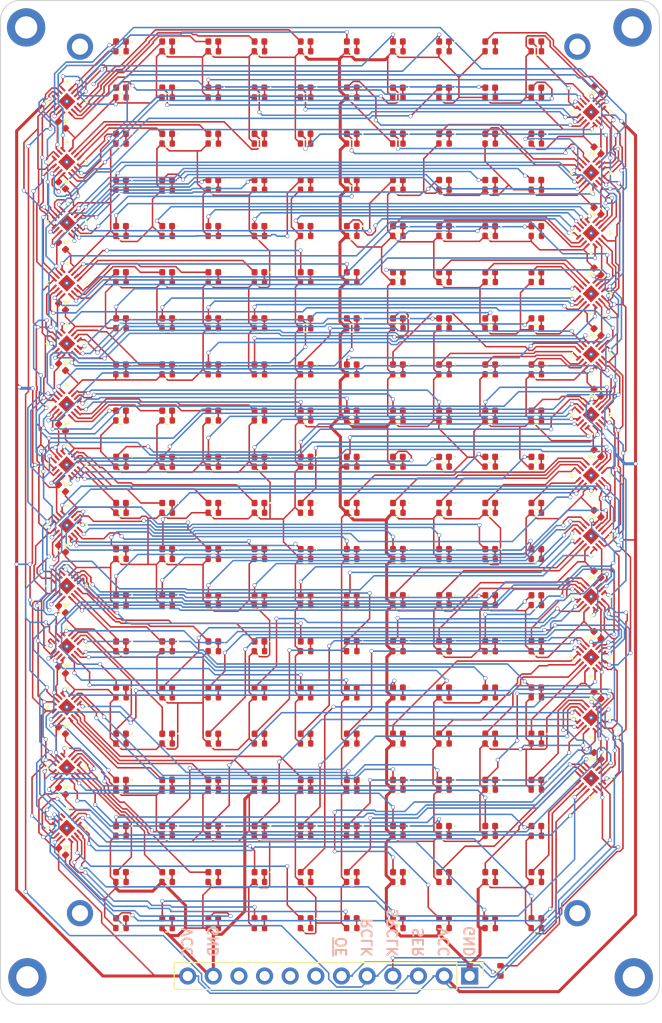
<source format=kicad_pcb>
(kicad_pcb (version 20221018) (generator pcbnew)
  (layers (0 "F.Cu" signal) (31 "B.Cu" signal) (34 "B.Paste" user) (35 "F.Paste" user) (36 "B.SilkS" user "B.Silkscreen") (37 "F.SilkS" user "F.Silkscreen") (38 "B.Mask" user) (39 "F.Mask" user) (44 "Edge.Cuts" user))
  (net 0 "")
  (net 1 "VCC")
  (net 2 "GND")
  (net 3 "Net-(D1-K)")
  (net 4 "Net-(D1-A)")
  (net 5 "Net-(D2-K)")
  (net 6 "Net-(D2-A)")
  (net 7 "Net-(D3-K)")
  (net 8 "Net-(D3-A)")
  (net 9 "Net-(D4-K)")
  (net 10 "Net-(D4-A)")
  (net 11 "Net-(D5-K)")
  (net 12 "Net-(D5-A)")
  (net 13 "Net-(D6-K)")
  (net 14 "Net-(D6-A)")
  (net 15 "Net-(D7-K)")
  (net 16 "Net-(D7-A)")
  (net 17 "Net-(D8-K)")
  (net 18 "Net-(D8-A)")
  (net 19 "Net-(D9-K)")
  (net 20 "Net-(D9-A)")
  (net 21 "Net-(D10-K)")
  (net 22 "Net-(D10-A)")
  (net 23 "Net-(D11-K)")
  (net 24 "Net-(D11-A)")
  (net 25 "Net-(D12-K)")
  (net 26 "Net-(D12-A)")
  (net 27 "Net-(D13-K)")
  (net 28 "Net-(D13-A)")
  (net 29 "Net-(D14-K)")
  (net 30 "Net-(D14-A)")
  (net 31 "Net-(D15-K)")
  (net 32 "Net-(D15-A)")
  (net 33 "Net-(D16-K)")
  (net 34 "Net-(D16-A)")
  (net 35 "Net-(D17-K)")
  (net 36 "Net-(D17-A)")
  (net 37 "Net-(D18-K)")
  (net 38 "Net-(D18-A)")
  (net 39 "Net-(D19-K)")
  (net 40 "Net-(D19-A)")
  (net 41 "Net-(D20-K)")
  (net 42 "Net-(D20-A)")
  (net 43 "Net-(D21-K)")
  (net 44 "Net-(D21-A)")
  (net 45 "Net-(D22-K)")
  (net 46 "Net-(D22-A)")
  (net 47 "Net-(D23-K)")
  (net 48 "Net-(D23-A)")
  (net 49 "Net-(D24-K)")
  (net 50 "Net-(D24-A)")
  (net 51 "Net-(D25-K)")
  (net 52 "Net-(D25-A)")
  (net 53 "Net-(D26-K)")
  (net 54 "Net-(D26-A)")
  (net 55 "Net-(D27-K)")
  (net 56 "Net-(D27-A)")
  (net 57 "Net-(D28-K)")
  (net 58 "Net-(D28-A)")
  (net 59 "Net-(D29-K)")
  (net 60 "Net-(D29-A)")
  (net 61 "Net-(D30-K)")
  (net 62 "Net-(D30-A)")
  (net 63 "Net-(D31-K)")
  (net 64 "Net-(D31-A)")
  (net 65 "Net-(D32-K)")
  (net 66 "Net-(D32-A)")
  (net 67 "Net-(D33-K)")
  (net 68 "Net-(D33-A)")
  (net 69 "Net-(D34-K)")
  (net 70 "Net-(D34-A)")
  (net 71 "Net-(D35-K)")
  (net 72 "Net-(D35-A)")
  (net 73 "Net-(D36-K)")
  (net 74 "Net-(D36-A)")
  (net 75 "Net-(D37-K)")
  (net 76 "Net-(D37-A)")
  (net 77 "Net-(D38-K)")
  (net 78 "Net-(D38-A)")
  (net 79 "Net-(D39-K)")
  (net 80 "Net-(D39-A)")
  (net 81 "Net-(D40-K)")
  (net 82 "Net-(D40-A)")
  (net 83 "Net-(D41-K)")
  (net 84 "Net-(D41-A)")
  (net 85 "Net-(D42-K)")
  (net 86 "Net-(D42-A)")
  (net 87 "Net-(D43-K)")
  (net 88 "Net-(D43-A)")
  (net 89 "Net-(D44-K)")
  (net 90 "Net-(D44-A)")
  (net 91 "Net-(D45-K)")
  (net 92 "Net-(D45-A)")
  (net 93 "Net-(D46-K)")
  (net 94 "Net-(D46-A)")
  (net 95 "Net-(D47-K)")
  (net 96 "Net-(D47-A)")
  (net 97 "Net-(D48-K)")
  (net 98 "Net-(D48-A)")
  (net 99 "Net-(D49-K)")
  (net 100 "Net-(D49-A)")
  (net 101 "Net-(D50-K)")
  (net 102 "Net-(D50-A)")
  (net 103 "Net-(D51-K)")
  (net 104 "Net-(D51-A)")
  (net 105 "Net-(D52-K)")
  (net 106 "Net-(D52-A)")
  (net 107 "Net-(D53-K)")
  (net 108 "Net-(D53-A)")
  (net 109 "Net-(D54-K)")
  (net 110 "Net-(D54-A)")
  (net 111 "Net-(D55-K)")
  (net 112 "Net-(D55-A)")
  (net 113 "Net-(D56-K)")
  (net 114 "Net-(D56-A)")
  (net 115 "Net-(D57-K)")
  (net 116 "Net-(D57-A)")
  (net 117 "Net-(D58-K)")
  (net 118 "Net-(D58-A)")
  (net 119 "Net-(D59-K)")
  (net 120 "Net-(D59-A)")
  (net 121 "Net-(D60-K)")
  (net 122 "Net-(D60-A)")
  (net 123 "Net-(D61-K)")
  (net 124 "Net-(D61-A)")
  (net 125 "Net-(D62-K)")
  (net 126 "Net-(D62-A)")
  (net 127 "Net-(D63-K)")
  (net 128 "Net-(D63-A)")
  (net 129 "Net-(D64-K)")
  (net 130 "Net-(D64-A)")
  (net 131 "Net-(D65-K)")
  (net 132 "Net-(D65-A)")
  (net 133 "Net-(D66-K)")
  (net 134 "Net-(D66-A)")
  (net 135 "Net-(D67-K)")
  (net 136 "Net-(D67-A)")
  (net 137 "Net-(D68-K)")
  (net 138 "Net-(D68-A)")
  (net 139 "Net-(D69-K)")
  (net 140 "Net-(D69-A)")
  (net 141 "Net-(D70-K)")
  (net 142 "Net-(D70-A)")
  (net 143 "Net-(D71-K)")
  (net 144 "Net-(D71-A)")
  (net 145 "Net-(D72-K)")
  (net 146 "Net-(D72-A)")
  (net 147 "Net-(D73-K)")
  (net 148 "Net-(D73-A)")
  (net 149 "Net-(D74-K)")
  (net 150 "Net-(D74-A)")
  (net 151 "Net-(D75-K)")
  (net 152 "Net-(D75-A)")
  (net 153 "Net-(D76-K)")
  (net 154 "Net-(D76-A)")
  (net 155 "Net-(D77-K)")
  (net 156 "Net-(D77-A)")
  (net 157 "Net-(D78-K)")
  (net 158 "Net-(D78-A)")
  (net 159 "Net-(D79-K)")
  (net 160 "Net-(D79-A)")
  (net 161 "Net-(D80-K)")
  (net 162 "Net-(D80-A)")
  (net 163 "Net-(D81-K)")
  (net 164 "Net-(D81-A)")
  (net 165 "Net-(D82-K)")
  (net 166 "Net-(D82-A)")
  (net 167 "Net-(D83-K)")
  (net 168 "Net-(D83-A)")
  (net 169 "Net-(D84-K)")
  (net 170 "Net-(D84-A)")
  (net 171 "Net-(D85-K)")
  (net 172 "Net-(D85-A)")
  (net 173 "Net-(D86-K)")
  (net 174 "Net-(D86-A)")
  (net 175 "Net-(D87-K)")
  (net 176 "Net-(D87-A)")
  (net 177 "Net-(D88-K)")
  (net 178 "Net-(D88-A)")
  (net 179 "Net-(D89-K)")
  (net 180 "Net-(D89-A)")
  (net 181 "Net-(D90-K)")
  (net 182 "Net-(D90-A)")
  (net 183 "Net-(D91-K)")
  (net 184 "Net-(D91-A)")
  (net 185 "Net-(D92-K)")
  (net 186 "Net-(D92-A)")
  (net 187 "Net-(D93-K)")
  (net 188 "Net-(D93-A)")
  (net 189 "Net-(D94-K)")
  (net 190 "Net-(D94-A)")
  (net 191 "Net-(D95-K)")
  (net 192 "Net-(D95-A)")
  (net 193 "Net-(D96-K)")
  (net 194 "Net-(D96-A)")
  (net 195 "Net-(D97-K)")
  (net 196 "Net-(D97-A)")
  (net 197 "Net-(D98-K)")
  (net 198 "Net-(D98-A)")
  (net 199 "Net-(D99-K)")
  (net 200 "Net-(D99-A)")
  (net 201 "Net-(D100-K)")
  (net 202 "Net-(D100-A)")
  (net 203 "Net-(D101-K)")
  (net 204 "Net-(D101-A)")
  (net 205 "Net-(D102-K)")
  (net 206 "Net-(D102-A)")
  (net 207 "Net-(D103-K)")
  (net 208 "Net-(D103-A)")
  (net 209 "Net-(D104-K)")
  (net 210 "Net-(D104-A)")
  (net 211 "Net-(D105-K)")
  (net 212 "Net-(D105-A)")
  (net 213 "Net-(D106-K)")
  (net 214 "Net-(D106-A)")
  (net 215 "Net-(D107-K)")
  (net 216 "Net-(D107-A)")
  (net 217 "Net-(D108-K)")
  (net 218 "Net-(D108-A)")
  (net 219 "Net-(D109-K)")
  (net 220 "Net-(D109-A)")
  (net 221 "Net-(D110-K)")
  (net 222 "Net-(D110-A)")
  (net 223 "Net-(D111-K)")
  (net 224 "Net-(D111-A)")
  (net 225 "Net-(D112-K)")
  (net 226 "Net-(D112-A)")
  (net 227 "Net-(D113-K)")
  (net 228 "Net-(D113-A)")
  (net 229 "Net-(D114-K)")
  (net 230 "Net-(D114-A)")
  (net 231 "Net-(D115-K)")
  (net 232 "Net-(D115-A)")
  (net 233 "Net-(D116-K)")
  (net 234 "Net-(D116-A)")
  (net 235 "Net-(D117-K)")
  (net 236 "Net-(D117-A)")
  (net 237 "Net-(D118-K)")
  (net 238 "Net-(D118-A)")
  (net 239 "Net-(D119-K)")
  (net 240 "Net-(D119-A)")
  (net 241 "Net-(D120-K)")
  (net 242 "Net-(D120-A)")
  (net 243 "Net-(D121-K)")
  (net 244 "Net-(D121-A)")
  (net 245 "Net-(D122-K)")
  (net 246 "Net-(D122-A)")
  (net 247 "Net-(D123-K)")
  (net 248 "Net-(D123-A)")
  (net 249 "Net-(D124-K)")
  (net 250 "Net-(D124-A)")
  (net 251 "Net-(D125-K)")
  (net 252 "Net-(D125-A)")
  (net 253 "Net-(D126-K)")
  (net 254 "Net-(D126-A)")
  (net 255 "Net-(D127-K)")
  (net 256 "Net-(D127-A)")
  (net 257 "Net-(D128-K)")
  (net 258 "Net-(D128-A)")
  (net 259 "Net-(D129-K)")
  (net 260 "Net-(D129-A)")
  (net 261 "Net-(D130-K)")
  (net 262 "Net-(D130-A)")
  (net 263 "Net-(D131-K)")
  (net 264 "Net-(D131-A)")
  (net 265 "Net-(D132-K)")
  (net 266 "Net-(D132-A)")
  (net 267 "Net-(D133-K)")
  (net 268 "Net-(D133-A)")
  (net 269 "Net-(D134-K)")
  (net 270 "Net-(D134-A)")
  (net 271 "Net-(D135-K)")
  (net 272 "Net-(D135-A)")
  (net 273 "Net-(D136-K)")
  (net 274 "Net-(D136-A)")
  (net 275 "Net-(D137-K)")
  (net 276 "Net-(D137-A)")
  (net 277 "Net-(D138-K)")
  (net 278 "Net-(D138-A)")
  (net 279 "Net-(D139-K)")
  (net 280 "Net-(D139-A)")
  (net 281 "Net-(D140-K)")
  (net 282 "Net-(D140-A)")
  (net 283 "Net-(D141-K)")
  (net 284 "Net-(D141-A)")
  (net 285 "Net-(D142-K)")
  (net 286 "Net-(D142-A)")
  (net 287 "Net-(D143-K)")
  (net 288 "Net-(D143-A)")
  (net 289 "Net-(D144-K)")
  (net 290 "Net-(D144-A)")
  (net 291 "Net-(D145-K)")
  (net 292 "Net-(D145-A)")
  (net 293 "Net-(D146-K)")
  (net 294 "Net-(D146-A)")
  (net 295 "Net-(D147-K)")
  (net 296 "Net-(D147-A)")
  (net 297 "Net-(D148-K)")
  (net 298 "Net-(D148-A)")
  (net 299 "Net-(D149-K)")
  (net 300 "Net-(D149-A)")
  (net 301 "Net-(D150-K)")
  (net 302 "Net-(D150-A)")
  (net 303 "Net-(D151-K)")
  (net 304 "Net-(D151-A)")
  (net 305 "Net-(D152-K)")
  (net 306 "Net-(D152-A)")
  (net 307 "Net-(D153-K)")
  (net 308 "Net-(D153-A)")
  (net 309 "Net-(D154-K)")
  (net 310 "Net-(D154-A)")
  (net 311 "Net-(D155-K)")
  (net 312 "Net-(D155-A)")
  (net 313 "Net-(D156-K)")
  (net 314 "Net-(D156-A)")
  (net 315 "Net-(D157-K)")
  (net 316 "Net-(D157-A)")
  (net 317 "Net-(D158-K)")
  (net 318 "Net-(D158-A)")
  (net 319 "Net-(D159-K)")
  (net 320 "Net-(D159-A)")
  (net 321 "Net-(D160-K)")
  (net 322 "Net-(D160-A)")
  (net 323 "Net-(D161-K)")
  (net 324 "Net-(D161-A)")
  (net 325 "Net-(D162-K)")
  (net 326 "Net-(D162-A)")
  (net 327 "Net-(D163-K)")
  (net 328 "Net-(D163-A)")
  (net 329 "Net-(D164-K)")
  (net 330 "Net-(D164-A)")
  (net 331 "Net-(D165-K)")
  (net 332 "Net-(D165-A)")
  (net 333 "Net-(D166-K)")
  (net 334 "Net-(D166-A)")
  (net 335 "Net-(D167-K)")
  (net 336 "Net-(D167-A)")
  (net 337 "Net-(D168-K)")
  (net 338 "Net-(D168-A)")
  (net 339 "Net-(D169-K)")
  (net 340 "Net-(D169-A)")
  (net 341 "Net-(D170-K)")
  (net 342 "Net-(D170-A)")
  (net 343 "Net-(D171-K)")
  (net 344 "Net-(D171-A)")
  (net 345 "Net-(D172-K)")
  (net 346 "Net-(D172-A)")
  (net 347 "Net-(D173-K)")
  (net 348 "Net-(D173-A)")
  (net 349 "Net-(D174-K)")
  (net 350 "Net-(D174-A)")
  (net 351 "Net-(D175-K)")
  (net 352 "Net-(D175-A)")
  (net 353 "Net-(D176-K)")
  (net 354 "Net-(D176-A)")
  (net 355 "Net-(D177-K)")
  (net 356 "Net-(D177-A)")
  (net 357 "Net-(D178-K)")
  (net 358 "Net-(D178-A)")
  (net 359 "Net-(D179-K)")
  (net 360 "Net-(D179-A)")
  (net 361 "Net-(D180-K)")
  (net 362 "Net-(D180-A)")
  (net 363 "Net-(D181-K)")
  (net 364 "Net-(D181-A)")
  (net 365 "Net-(D182-K)")
  (net 366 "Net-(D182-A)")
  (net 367 "Net-(D183-K)")
  (net 368 "Net-(D183-A)")
  (net 369 "Net-(D184-K)")
  (net 370 "Net-(D184-A)")
  (net 371 "Net-(D185-K)")
  (net 372 "Net-(D185-A)")
  (net 373 "Net-(D186-K)")
  (net 374 "Net-(D186-A)")
  (net 375 "Net-(D187-K)")
  (net 376 "Net-(D187-A)")
  (net 377 "Net-(D188-K)")
  (net 378 "Net-(D188-A)")
  (net 379 "Net-(D189-K)")
  (net 380 "Net-(D189-A)")
  (net 381 "Net-(D190-K)")
  (net 382 "Net-(D190-A)")
  (net 383 "Net-(D191-K)")
  (net 384 "Net-(D191-A)")
  (net 385 "Net-(D192-K)")
  (net 386 "Net-(D192-A)")
  (net 387 "Net-(D193-K)")
  (net 388 "Net-(D193-A)")
  (net 389 "Net-(D194-K)")
  (net 390 "Net-(D194-A)")
  (net 391 "Net-(D195-K)")
  (net 392 "Net-(D195-A)")
  (net 393 "Net-(D196-K)")
  (net 394 "Net-(D196-A)")
  (net 395 "Net-(D197-K)")
  (net 396 "Net-(D197-A)")
  (net 397 "Net-(D198-K)")
  (net 398 "Net-(D198-A)")
  (net 399 "Net-(D199-K)")
  (net 400 "Net-(D199-A)")
  (net 401 "Net-(D200-K)")
  (net 402 "Net-(D200-A)")
  (net 403 "DisplaySER")
  (net 404 "DisplaySRCLK")
  (net 405 "DisplayRCLK")
  (net 406 "Net-(J1-Pin_6)")
  (net 411 "DisplayOE")
  (net 412 "/LED_Row/QH'")
  (net 413 "/LED_Row1/QH'")
  (net 414 "/LED_Row2/QH'")
  (net 415 "/LED_Row3/QH'")
  (net 416 "/LED_Row4/QH'")
  (net 417 "/LED_Row5/QH'")
  (net 418 "/LED_Row6/QH'")
  (net 419 "/LED_Row7/QH'")
  (net 420 "/LED_Row8/QH'")
  (net 421 "/LED_Row14/SER")
  (net 422 "/LED_Row13/SER")
  (net 423 "/LED_Row10/SER")
  (net 424 "/LED_Row10/QH'")
  (net 425 "/LED_Row11/QH'")
  (net 426 "/LED_Row12/QH'")
  (net 427 "/LED_Row18/SER")
  (net 428 "/LED_Row15/SER")
  (net 429 "/LED_Row15/QH'")
  (net 430 "/LED_Row16/SER")
  (net 431 "/LED_Row16/QH'")
  (net 432 "/LED_Row20/QH'")
  (net 433 "/LED_Row21/QH'")
  (net 434 "/LED_Row22/SER")
  (net 435 "/LED_Row22/QH'")
  (net 436 "/LED_Row24/QH'")
  (footprint "LED_SMD:LED_0402_1005Metric" (layer "F.Cu") (at 60.452 52.705 180)
    (fp_text reference "D71" hide)
    (fp_text value "LED" hide)
  )
  (footprint "LED_SMD:LED_0402_1005Metric" (layer "F.Cu") (at 65.024 102.997 180)
    (fp_text reference "D182" hide)
    (fp_text value "LED" hide)
  )
  (footprint "LED_SMD:LED_0402_1005Metric" (layer "F.Cu") (at 74.168 52.705 180)
    (fp_text reference "D74" hide)
    (fp_text value "LED" hide)
  )
  (footprint "LED_SMD:LED_0402_1005Metric" (layer "F.Cu") (at 83.312 25.273 180)
    (fp_text reference "D16" hide)
    (fp_text value "LED" hide)
  )
  (footprint "Resistor_SMD:R_0402_1005Metric" (layer "F.Cu") (at 69.594 26.2382)
    (fp_text reference "R13" hide)
    (fp_text value "10k" hide)
  )
  (footprint "Capacitor_SMD:C_0402_1005Metric" (layer "F.Cu") (at 107.6544 31.4854 135)
    (fp_text reference "C4" hide)
    (fp_text value "0.1uF" hide)
  )
  (footprint "LED_SMD:LED_0402_1005Metric" (layer "F.Cu") (at 97.028 61.849 180)
    (fp_text reference "D99" hide)
    (fp_text value "LED" hide)
  )
  (footprint "Resistor_SMD:R_0402_1005Metric" (layer "F.Cu") (at 83.31 90.2462)
    (fp_text reference "R156" hide)
    (fp_text value "10k" hide)
  )
  (footprint "LED_SMD:LED_0402_1005Metric" (layer "F.Cu") (at 97.028 89.281 180)
    (fp_text reference "D159" hide)
    (fp_text value "LED" hide)
  )
  (footprint "Resistor_SMD:R_0402_1005Metric" (layer "F.Cu") (at 65.022 71.9582)
    (fp_text reference "R112" hide)
    (fp_text value "10k" hide)
  )
  (footprint "Resistor_SMD:R_0402_1005Metric" (layer "F.Cu") (at 97.026 21.6662)
    (fp_text reference "R9" hide)
    (fp_text value "10k" hide)
  )
  (footprint "SN74HC595BRWNR:RWN0016A" (layer "F.Cu") (at 55.0792 38.635 135)
    (fp_text reference "U5" hide)
    (fp_text value "74HC595" hide)
  )
  (footprint "Resistor_SMD:R_0402_1005Metric" (layer "F.Cu") (at 74.166 44.5262)
    (fp_text reference "R54" hide)
    (fp_text value "10k" hide)
  )
  (footprint "Resistor_SMD:R_0402_1005Metric" (layer "F.Cu") (at 87.882 49.0982)
    (fp_text reference "R67" hide)
    (fp_text value "10k" hide)
  )
  (footprint "Resistor_SMD:R_0402_1005Metric" (layer "F.Cu") (at 65.022 76.5302)
    (fp_text reference "R122" hide)
    (fp_text value "10k" hide)
  )
  (footprint "Resistor_SMD:R_0402_1005Metric" (layer "F.Cu") (at 97.026 26.2382)
    (fp_text reference "R19" hide)
    (fp_text value "10k" hide)
  )
  (footprint "Resistor_SMD:R_0402_1005Metric" (layer "F.Cu") (at 78.738 35.3822)
    (fp_text reference "R35" hide)
    (fp_text value "10k" hide)
  )
  (footprint "Resistor_SMD:R_0402_1005Metric" (layer "F.Cu") (at 78.738 49.0982)
    (fp_text reference "R65" hide)
    (fp_text value "10k" hide)
  )
  (footprint "updated_libs:MountingHole_1.6mm_M1.4_Pad" (layer "F.Cu") (at 105.664 21.209)
    (fp_text reference "HOLE2" hide)
    (fp_text value "MountingHole_1.6mm_M1.4_Pad" hide)
  )
  (footprint "LED_SMD:LED_0402_1005Metric" (layer "F.Cu") (at 92.456 34.417 180)
    (fp_text reference "D38" hide)
    (fp_text value "LED" hide)
  )
  (footprint "LED_SMD:LED_0402_1005Metric" (layer "F.Cu") (at 87.884 70.993 180)
    (fp_text reference "D117" hide)
    (fp_text value "LED" hide)
  )
  (footprint "SN74HC595BRWNR:RWN0016A" (layer "F.Cu") (at 107.0236 69.693 -45)
    (fp_text reference "U16" hide)
    (fp_text value "74HC595" hide)
  )
  (footprint "LED_SMD:LED_0402_1005Metric" (layer "F.Cu") (at 101.6 98.425 180)
    (fp_text reference "D180" hide)
    (fp_text value "LED" hide)
  )
  (footprint "Resistor_SMD:R_0402_1005Metric" (layer "F.Cu") (at 60.45 30.8102)
    (fp_text reference "R21" hide)
    (fp_text value "10k" hide)
  )
  (footprint "LED_SMD:LED_0402_1005Metric" (layer "F.Cu") (at 83.312 34.417 180)
    (fp_text reference "D36" hide)
    (fp_text value "LED" hide)
  )
  (footprint "Capacitor_SMD:C_0402_1005Metric" (layer "F.Cu") (at 54.61 76.956 -45)
    (fp_text reference "C17" hide)
    (fp_text value "0.1uF" hide)
  )
  (footprint "Resistor_SMD:R_0402_1005Metric" (layer "F.Cu") (at 92.454 39.9542)
    (fp_text reference "R48" hide)
    (fp_text value "10k" hide)
  )
  (footprint "Resistor_SMD:R_0402_1005Metric" (layer "F.Cu") (at 65.022 94.8182)
    (fp_text reference "R162" hide)
    (fp_text value "10k" hide)
  )
  (footprint "Resistor_SMD:R_0402_1005Metric" (layer "F.Cu") (at 74.166 53.6702)
    (fp_text reference "R74" hide)
    (fp_text value "10k" hide)
  )
  (footprint "Capacitor_SMD:C_0402_1005Metric" (layer "F.Cu") (at 54.61 34.956 -45)
    (fp_text reference "C3" hide)
    (fp_text value "0.1uF" hide)
  )
  (footprint "Resistor_SMD:R_0402_1005Metric" (layer "F.Cu") (at 97.026 30.8102)
    (fp_text reference "R29" hide)
    (fp_text value "10k" hide)
  )
  (footprint "Resistor_SMD:R_0402_1005Metric" (layer "F.Cu") (at 101.598 71.9582)
    (fp_text reference "R120" hide)
    (fp_text value "10k" hide)
  )
  (footprint "LED_SMD:LED_0402_1005Metric" (layer "F.Cu") (at 69.596 38.989 180)
    (fp_text reference "D43" hide)
    (fp_text value "LED" hide)
  )
  (footprint "LED_SMD:LED_0402_1005Metric" (layer "F.Cu") (at 87.884 38.989 180)
    (fp_text reference "D47" hide)
    (fp_text value "LED" hide)
  )
  (footprint "LED_SMD:LED_0402_1005Metric" (layer "F.Cu") (at 97.028 48.133 180)
    (fp_text reference "D69" hide)
    (fp_text value "LED" hide)
  )
  (footprint "LED_SMD:LED_0402_1005Metric" (layer "F.Cu") (at 97.028 52.705 180)
    (fp_text reference "D79" hide)
    (fp_text value "LED" hide)
  )
  (footprint "LED_SMD:LED_0402_1005Metric" (layer "F.Cu") (at 65.024 57.277 180)
    (fp_text reference "D82" hide)
    (fp_text value "LED" hide)
  )
  (footprint "LED_SMD:LED_0402_1005Metric" (layer "F.Cu") (at 74.168 102.997 180)
    (fp_text reference "D184" hide)
    (fp_text value "LED" hide)
  )
  (footprint "LED_SMD:LED_0402_1005Metric" (layer "F.Cu") (at 83.312 20.701 180)
    (fp_text reference "D6" hide)
    (fp_text value "LED" hide)
  )
  (footprint "Resistor_SMD:R_0402_1005Metric" (layer "F.Cu") (at 60.45 39.9542)
    (fp_text reference "R41" hide)
    (fp_text value "10k" hide)
  )
  (footprint "Resistor_SMD:R_0402_1005Metric" (layer "F.Cu") (at 78.738 53.6702)
    (fp_text reference "R75" hide)
    (fp_text value "10k" hide)
  )
  (footprint "LED_SMD:LED_0402_1005Metric" (layer "F.Cu") (at 92.456 57.277 180)
    (fp_text reference "D88" hide)
    (fp_text value "LED" hide)
  )
  (footprint "Resistor_SMD:R_0402_1005Metric" (layer "F.Cu") (at 83.31 26.2382)
    (fp_text reference "R16" hide)
    (fp_text value "10k" hide)
  )
  (footprint "LED_SMD:LED_0402_1005Metric" (layer "F.Cu") (at 74.168 57.277 180)
    (fp_text reference "D84" hide)
    (fp_text value "LED" hide)
  )
  (footprint "LED_SMD:LED_0402_1005Metric" (layer "F.Cu") (at 101.6 75.565 180)
    (fp_text reference "D130" hide)
    (fp_text value "LED" hide)
  )
  (footprint "Capacitor_SMD:C_0402_1005Metric" (layer "F.Cu") (at 107.6544 49.4854 135)
    (fp_text reference "C10" hide)
    (fp_text value "0.1uF" hide)
  )
  (footprint "Resistor_SMD:R_0402_1005Metric" (layer "F.Cu") (at 83.31 71.9582)
    (fp_text reference "R116" hide)
    (fp_text value "10k" hide)
  )
  (footprint "Capacitor_SMD:C_0402_1005Metric" (layer "F.Cu") (at 107.6544 25.4854 135)
    (fp_text reference "C2" hide)
    (fp_text value "0.1uF" hide)
  )
  (footprint "Resistor_SMD:R_0402_1005Metric" (layer "F.Cu") (at 97.026 62.8142)
    (fp_text reference "R99" hide)
    (fp_text value "10k" hide)
  )
  (footprint "LED_SMD:LED_0402_1005Metric" (layer "F.Cu") (at 101.6 29.845 180)
    (fp_text reference "D30" hide)
    (fp_text value "LED" hide)
  )
  (footprint "Resistor_SMD:R_0402_1005Metric" (layer "F.Cu") (at 92.454 76.5302)
    (fp_text reference "R128" hide)
    (fp_text value "10k" hide)
  )
  (footprint "Resistor_SMD:R_0402_1005Metric" (layer "F.Cu") (at 97.026 99.3902)
    (fp_text reference "R179" hide)
    (fp_text value "10k" hide)
  )
  (footprint "LED_SMD:LED_0402_1005Metric" (layer "F.Cu") (at 60.452 20.701 180)
    (fp_text reference "D1" hide)
    (fp_text value "LED" hide)
  )
  (footprint "Capacitor_SMD:C_0402_1005Metric" (layer "F.Cu") (at 107.6544 85.4854 135)
    (fp_text reference "C22" hide)
    (fp_text value "0.1uF" hide)
  )
  (footprint "SN74HC595BRWNR:RWN0016A" (layer "F.Cu") (at 55.0792 26.635 135)
    (fp_text reference "U1" hide)
    (fp_text value "74HC595" hide)
  )
  (footprint "SN74HC595BRWNR:RWN0016A" (layer "F.Cu") (at 107.0236 39.693 -45)
    (fp_text reference "U6" hide)
    (fp_text value "74HC595" hide)
  )
  (footprint "LED_SMD:LED_0402_1005Metric" (layer "F.Cu") (at 69.596 66.421 180)
    (fp_text reference "D103" hide)
    (fp_text value "LED" hide)
  )
  (footprint "LED_SMD:LED_0402_1005Metric" (layer "F.Cu") (at 69.596 102.997 180)
    (fp_text reference "D183" hide)
    (fp_text value "LED" hide)
  )
  (footprint "LED_SMD:LED_0402_1005Metric" (layer "F.Cu") (at 83.312 89.281 180)
    (fp_text reference "D156" hide)
    (fp_text value "LED" hide)
  )
  (footprint "LED_SMD:LED_0402_1005Metric" (layer "F.Cu") (at 65.024 98.425 180)
    (fp_text reference "D172" hide)
    (fp_text value "LED" hide)
  )
  (footprint "LED_SMD:LED_0402_1005Metric" (layer "F.Cu") (at 78.74 102.997 180)
    (fp_text reference "D185" hide)
    (fp_text value "LED" hide)
  )
  (footprint "LED_SMD:LED_0402_1005Metric" (layer "F.Cu") (at 78.74 29.845 180)
    (fp_text reference "D25" hide)
    (fp_text value "LED" hide)
  )
  (footprint "MountingHole:MountingHole_2.2mm_M2_DIN965_Pad" (layer "F.Cu") (at 51.054 19.304)
    (fp_text reference "HOLE5" hide)
    (fp_text value "MountingHole_2.2mm_M2_DIN965_Pad" hide)
  )
  (footprint "LED_SMD:LED_0402_1005Metric" (layer "F.Cu") (at 60.452 48.133 180)
    (fp_text reference "D61" hide)
    (fp_text value "LED" hide)
  )
  (footprint "updated_libs:MountingHole_1.6mm_M1.4_Pad" (layer "F.Cu") (at 56.388 21.209)
    (fp_text reference "HOLE1" hide)
    (fp_text value "MountingHole_1.6mm_M1.4_Pad" hide)
  )
  (footprint "LED_SMD:LED_0402_1005Metric" (layer "F.Cu") (at 78.74 66.421 180)
    (fp_text reference "D105" hide)
    (fp_text value "LED" hide)
  )
  (footprint "LED_SMD:LED_0402_1005Metric" (layer "F.Cu") (at 92.456 70.993 180)
    (fp_text reference "D118" hide)
    (fp_text value "LED" hide)
  )
  (footprint "Resistor_SMD:R_0402_1005Metric" (layer "F.Cu") (at 78.738 71.9582)
    (fp_text reference "R115" hide)
    (fp_text value "10k" hide)
  )
  (footprint "Resistor_SMD:R_0402_1005Metric" (layer "F.Cu") (at 78.738 39.9542)
    (fp_text reference "R45" hide)
    (fp_text value "10k" hide)
  )
  (footprint "Resistor_SMD:R_0402_1005Metric" (layer "F.Cu") (at 83.31 58.2422)
    (fp_text reference "R86" hide)
    (fp_text value "10k" hide)
  )
  (footprint "Resistor_SMD:R_0402_1005Metric" (layer "F.Cu") (at 92.454 99.3902)
    (fp_text reference "R178" hide)
    (fp_text value "10k" hide)
  )
  (footprint "LED_SMD:LED_0402_1005Metric" (layer "F.Cu") (at 65.024 48.133 180)
    (fp_text reference "D62" hide)
    (fp_text value "LED" hide)
  )
  (footprint "Resistor_SMD:R_0402_1005Metric" (layer "F.Cu") (at 74.166 26.2382)
    (fp_text reference "R14" hide)
    (fp_text value "10k" hide)
  )
  (footprint "Resistor_SMD:R_0402_1005Metric" (layer "F.Cu") (at 60.45 81.1022)
    (fp_text reference "R131" hide)
    (fp_text value "10k" hide)
  )
  (footprint "LED_SMD:LED_0402_1005Metric" (layer "F.Cu") (at 60.452 34.417 180)
    (fp_text reference "D31" hide)
    (fp_text value "LED" hide)
  )
  (footprint "LED_SMD:LED_0402_1005Metric" (layer "F.Cu") (at 101.6 66.421 180)
    (fp_text reference "D110" hide)
    (fp_text value "LED" hide)
  )
  (footprint "Resistor_SMD:R_0402_1005Metric" (layer "F.Cu") (at 101.598 81.1022)
    (fp_text reference "R140" hide)
    (fp_text value "10k" hide)
  )
  (footprint "LED_SMD:LED_0402_1005Metric" (layer "F.Cu") (at 97.028 75.565 180)
    (fp_text reference "D129" hide)
    (fp_text value "LED" hide)
  )
  (footprint "LED_SMD:LED_0402_1005Metric" (layer "F.Cu") (at 83.312 84.709 180)
    (fp_text reference "D146" hide)
    (fp_text value "LED" hide)
  )
  (footprint "Capacitor_SMD:C_0402_1005Metric" (layer "F.Cu") (at 107.6544 43.4854 135)
    (fp_text reference "C8" hide)
    (fp_text value "0.1uF" hide)
  )
  (footprint "Resistor_SMD:R_0402_1005Metric" (layer "F.Cu") (at 60.45 71.9582)
    (fp_text reference "R111" hide)
    (fp_text value "10k" hide)
  )
  (footprint "LED_SMD:LED_0402_1005Metric" (layer "F.Cu") (at 97.028 20.701 180)
    (fp_text reference "D9" hide)
    (fp_text value "LED" hide)
  )
  (footprint "Resistor_SMD:R_0402_1005Metric" (layer "F.Cu") (at 101.598 90.2462)
    (fp_text reference "R160" hide)
    (fp_text value "10k" hide)
  )
  (footprint "Resistor_SMD:R_0402_1005Metric" (layer "F.Cu") (at 92.454 21.6662)
    (fp_text reference "R8" hide)
    (fp_text value "10k" hide)
  )
  (footprint "LED_SMD:LED_0402_1005Metric" (layer "F.Cu") (at 60.452 61.849 180)
    (fp_text reference "D91" hide)
    (fp_text value "LED" hide)
  )
  (footprint "LED_SMD:LED_0402_1005Metric" (layer "F.Cu") (at 83.312 70.993 180)
    (fp_text reference "D116" hide)
    (fp_text value "LED" hide)
  )
  (footprint "Resistor_SMD:R_0402_1005Metric" (layer "F.Cu") (at 78.738 62.8142)
    (fp_text reference "R95" hide)
    (fp_text value "10k" hide)
  )
  (footprint "LED_SMD:LED_0402_1005Metric" (layer "F.Cu") (at 87.884 52.705 180)
    (fp_text reference "D77" hide)
    (fp_text value "LED" hide)
  )
  (footprint "LED_SMD:LED_0402_1005Metric" (layer "F.Cu") (at 65.024 107.569 180)
    (fp_text reference "D192" hide)
    (fp_text value "LED" hide)
  )
  (footprint "SN74HC595BRWNR:RWN0016A" (layer "F.Cu") (at 107.0236 63.693 -45)
    (fp_text reference "U14" hide)
    (fp_text value "74HC595" hide)
  )
  (footprint "Resistor_SMD:R_0402_1005Metric" (layer "F.Cu") (at 65.022 67.3862)
    (fp_text reference "R102" hide)
    (fp_text value "10k" hide)
  )
  (footprint "LED_SMD:LED_0402_1005Metric" (layer "F.Cu") (at 101.6 84.709 180)
    (fp_text reference "D150" hide)
    (fp_text value "LED" hide)
  )
  (footprint "Resistor_SMD:R_0402_1005Metric" (layer "F.Cu") (at 60.45 35.3822)
    (fp_text reference "R31" hide)
    (fp_text value "10k" hide)
  )
  (footprint "Resistor_SMD:R_0402_1005Metric" (layer "F.Cu") (at 69.594 81.1022)
    (fp_text reference "R133" hide)
    (fp_text value "10k" hide)
  )
  (footprint "LED_SMD:LED_0402_1005Metric" (layer "F.Cu") (at 78.74 70.993 180)
    (fp_text reference "D115" hide)
    (fp_text value "LED" hide)
  )
  (footprint "Resistor_SMD:R_0402_1005Metric" (layer "F.Cu") (at 78.738 81.1022)
    (fp_text reference "R135" hide)
    (fp_text value "10k" hide)
  )
  (footprint "LED_SMD:LED_0402_1005Metric" (layer "F.Cu") (at 65.024 93.853 180)
    (fp_text reference "D162" hide)
    (fp_text value "LED" hide)
  )
  (footprint "LED_SMD:LED_0402_1005Metric" (layer "F.Cu") (at 87.884 84.709 180)
    (fp_text reference "D147" hide)
    (fp_text value "LED" hide)
  )
  (footprint "LED_SMD:LED_0402_1005Metric" (layer "F.Cu") (at 92.456 61.849 180)
    (fp_text reference "D98" hide)
    (fp_text value "LED" hide)
  )
  (footprint "Resistor_SMD:R_0402_1005Metric" (layer "F.Cu") (at 78.738 67.3862)
    (fp_text reference "R105" hide)
    (fp_text value "10k" hide)
  )
  (footprint "LED_SMD:LED_0402_1005Metric" (layer "F.Cu") (at 83.312 38.989 180)
    (fp_text reference "D46" hide)
    (fp_text value "LED" hide)
  )
  (footprint "Resistor_SMD:R_0402_1005Metric" (layer "F.Cu") (at 97.026 71.9582)
    (fp_text reference "R119" hide)
    (fp_text value "10k" hide)
  )
  (footprint "Resistor_SMD:R_0402_1005Metric" (layer "F.Cu") (at 74.166 71.9582)
    (fp_text reference "R114" hide)
    (fp_text value "10k" hide)
  )
  (footprint "Resistor_SMD:R_0402_1005Metric" (layer "F.Cu") (at 92.454 58.2422)
    (fp_text reference "R88" hide)
    (fp_text value "10k" hide)
  )
  (footprint "Resistor_SMD:R_0402_1005Metric" (layer "F.Cu") (at 74.166 35.3822)
    (fp_text reference "R34" hide)
    (fp_text value "10k" hide)
  )
  (footprint "LED_SMD:LED_0402_1005Metric" (layer "F.Cu") (at 65.024 89.281 180)
    (fp_text reference "D152" hide)
    (fp_text value "LED" hide)
  )
  (footprint "SN74HC595BRWNR:RWN0016A" (layer "F.Cu") (at 107.0236 75.693 -45)
    (fp_text reference "U18" hide)
    (fp_text value "74HC595" hide)
  )
  (footprint "LED_SMD:LED_0402_1005Metric" (layer "F.Cu") (at 65.024 80.137 180)
    (fp_text reference "D132" hide)
    (fp_text value "LED" hide)
  )
  (footprint "LED_SMD:LED_0402_1005Metric" (layer "F.Cu") (at 74.168 29.845 180)
    (fp_text reference "D24" hide)
    (fp_text value "LED" hide)
  )
  (footprint "LED_SMD:LED_0402_1005Metric" (layer "F.Cu") (at 78.74 84.709 180)
    (fp_text reference "D145" hide)
    (fp_text value "LED" hide)
  )
  (footprint "Resistor_SMD:R_0402_1005Metric" (layer "F.Cu") (at 101.598 67.3862)
    (fp_text reference "R110" hide)
    (fp_text value "10k" hide)
  )
  (footprint "Resistor_SMD:R_0402_1005Metric" (layer "F.Cu") (at 69.594 35.3822)
    (fp_text reference "R33" hide)
    (fp_text value "10k" hide)
  )
  (footprint "LED_SMD:LED_0402_1005Metric" (layer "F.Cu") (at 69.596 107.569 180)
    (fp_text reference "D193" hide)
    (fp_text value "LED" hide)
  )
  (footprint "LED_SMD:LED_0402_1005Metric" (layer "F.Cu") (at 78.74 57.277 180)
    (fp_text reference "D85" hide)
    (fp_text value "LED" hide)
  )
  (footprint "Resistor_SMD:R_0402_1005Metric" (layer "F.Cu") (at 97.026 103.9622)
    (fp_text reference "R189" hide)
    (fp_text value "10k" hide)
  )
  (footprint "LED_SMD:LED_0402_1005Metric" (layer "F.Cu") (at 78.74 25.273 180)
    (fp_text reference "D15" hide)
    (fp_text value "LED" hide)
  )
  (footprint "LED_SMD:LED_0402_1005Metric" (layer "F.Cu") (at 101.6 52.705 180)
    (fp_text reference "D80" hide)
    (fp_text value "LED" hide)
  )
  (footprint "Resistor_SMD:R_0402_1005Metric" (layer "F.Cu") (at 78.738 21.6662)
    (fp_text reference "R5" hide)
    (fp_text value "10k" hide)
  )
  (footprint "Resistor_SMD:R_0402_1005Metric" (layer "F.Cu") (at 69.594 49.0982)
    (fp_text reference "R63" hide)
    (fp_text value "10k" hide)
  )
  (footprint "LED_SMD:LED_0402_1005Metric" (layer "F.Cu") (at 74.168 70.993 180)
    (fp_text reference "D114" hide)
    (fp_text value "LED" hide)
  )
  (footprint "Capacitor_SMD:C_0402_1005Metric" (layer "F.Cu") (at 107.6544 79.4854 135)
    (fp_text reference "C20" hide)
    (fp_text value "0.1uF" hide)
  )
  (footprint "LED_SMD:LED_0402_1005Metric" (layer "F.Cu") (at 60.452 98.425 180)
    (fp_text reference "D171" hide)
    (fp_text value "LED" hide)
  )
  (footprint "LED_SMD:LED_0402_1005Metric" (layer "F.Cu") (at 101.6 80.137 180)
    (fp_text reference "D140" hide)
    (fp_text value "LED" hide)
  )
  (footprint "Resistor_SMD:R_0402_1005Metric" (layer "F.Cu") (at 65.022 53.6702)
    (fp_text reference "R72" hide)
    (fp_text value "10k" hide)
  )
  (footprint "LED_SMD:LED_0402_1005Metric" (layer "F.Cu") (at 78.74 20.701 180)
    (fp_text reference "D5" hide)
    (fp_text value "LED" hide)
  )
  (footprint "LED_SMD:LED_0402_1005Metric" (layer "F.Cu") (at 78.74 89.281 180)
    (fp_text reference "D155" hide)
    (fp_text value "LED" hide)
  )
  (footprint "LED_SMD:LED_0402_1005Metric" (layer "F.Cu") (at 97.028 84.709 180)
    (fp_text reference "D149" hide)
    (fp_text value "LED" hide)
  )
  (footprint "Resistor_SMD:R_0402_1005Metric" (layer "F.Cu") (at 65.022 58.2422)
    (fp_text reference "R82" hide)
    (fp_text value "10k" hide)
  )
  (footprint "updated_libs:MountingHole_1.6mm_M1.4_Pad" (layer "F.Cu") (at 56.388 107.061)
    (fp_text reference "HOLE3" hide)
    (fp_text value "MountingHole_1.6mm_M1.4_Pad" hide)
  )
  (footprint "Resistor_SMD:R_0402_1005Metric" (layer "F.Cu") (at 69.594 99.3902)
    (fp_text reference "R173" hide)
    (fp_text value "10k" hide)
  )
  (footprint "LED_SMD:LED_0402_1005Metric" (layer "F.Cu") (at 60.452 93.853 180)
    (fp_text reference "D161" hide)
    (fp_text value "LED" hide)
  )
  (footprint "LED_SMD:LED_0402_1005Metric" (layer "F.Cu") (at 65.024 84.709 180)
    (fp_text reference "D142" hide)
    (fp_text value "LED" hide)
  )
  (footprint "Resistor_SMD:R_0402_1005Metric" (layer "F.Cu") (at 69.594 85.6742)
    (fp_text reference "R143" hide)
    (fp_text value "10k" hide)
  )
  (footprint "LED_SMD:LED_0402_1005Metric" (layer "F.Cu") (at 65.024 20.701 180)
    (fp_text reference "D2" hide)
    (fp_text value "LED" hide)
  )
  (footprint "Resistor_SMD:R_0402_1005Metric" (layer "F.Cu") (at 83.31 108.5342)
    (fp_text reference "R196" hide)
    (fp_text value "10k" hide)
  )
  (footprint "Resistor_SMD:R_0402_1005Metric" (layer "F.Cu") (at 87.882 76.5302)
    (fp_text reference "R127" hide)
    (fp_text value "10k" hide)
  )
  (footprint "Resistor_SMD:R_0402_1005Metric" (layer "F.Cu") (at 92.454 62.8142)
    (fp_text reference "R98" hide)
    (fp_text value "10k" hide)
  )
  (footprint "Resistor_SMD:R_0402_1005Metric" (layer "F.Cu") (at 74.166 90.2462)
    (fp_text reference "R154" hide)
    (fp_text value "10k" hide)
  )
  (footprint "LED_SMD:LED_0402_1005Metric" (layer "F.Cu") (at 101.6 25.273 180)
    (fp_text reference "D20" hide)
    (fp_text value "LED" hide)
  )
  (footprint "Resistor_SMD:R_0402_1005Metric" (layer "F.Cu") (at 101.598 76.5302)
    (fp_text reference "R130" hide)
    (fp_text value "10k" hide)
  )
  (footprint "LED_SMD:LED_0402_1005Metric" (layer "F.Cu") (at 74.168 75.565 180)
    (fp_text reference "D124" hide)
    (fp_text value "LED" hide)
  )
  (footprint "Resistor_SMD:R_0402_1005Metric" (layer "F.Cu") (at 97.026 76.5302)
    (fp_text reference "R129" hide)
    (fp_text value "10k" hide)
  )
  (footprint "Resistor_SMD:R_0402_1005Metric" (layer "F.Cu") (at 65.022 49.0982)
    (fp_text reference "R62" hide)
    (fp_text value "10k" hide)
  )
  (footprint "LED_SMD:LED_0402_1005Metric" (layer "F.Cu") (at 92.456 75.565 180)
    (fp_text reference "D128" hide)
    (fp_text value "LED" hide)
  )
  (footprint "Resistor_SMD:R_0402_1005Metric" (layer "F.Cu") (at 74.166 103.9622)
    (fp_text reference "R184" hide)
    (fp_text value "10k" hide)
  )
  (footprint "Resistor_SMD:R_0402_1005Metric" (layer "F.Cu") (at 69.594 62.8142)
    (fp_text reference "R93" hide)
    (fp_text value "10k" hide)
  )
  (footprint "Capacitor_SMD:C_0402_1005Metric" (layer "F.Cu") (at 54.61 58.956 -45)
    (fp_text reference "C11" hide)
    (fp_text value "0.1uF" hide)
  )
  (footprint "LED_SMD:LED_0402_1005Metric" (layer "F.Cu") (at 87.884 89.281 180)
    (fp_text reference "D157" hide)
    (fp_text value "LED" hide)
  )
  (footprint "LED_SMD:LED_0402_1005Metric" (layer "F.Cu") (at 92.456 29.845 180)
    (fp_text reference "D28" hide)
    (fp_text value "LED" hide)
  )
  (footprint "Capacitor_SMD:C_0402_1005Metric" (layer "F.Cu") (at 54.61 28.956 -45)
    (fp_text reference "C1" hide)
    (fp_text value "0.1uF" hide)
  )
  (footprint "LED_SMD:LED_0402_1005Metric" (layer "F.Cu") (at 97.028 29.845 180)
    (fp_text reference "D29" hide)
    (fp_text value "LED" hide)
  )
  (footprint "Resistor_SMD:R_0402_1005Metric" (layer "F.Cu") (at 92.454 35.3822)
    (fp_text reference "R38" hide)
    (fp_text value "10k" hide)
  )
  (footprint "Capacitor_SMD:C_0402_1005Metric" (layer "F.Cu") (at 54.61 100.956 -45)
    (fp_text reference "C25" hide)
    (fp_text value "0.1uF" hide)
  )
  (footprint "Resistor_SMD:R_0402_1005Metric" (layer "F.Cu") (at 74.166 108.5342)
    (fp_text reference "R194" hide)
    (fp_text value "10k" hide)
  )
  (footprint "Capacitor_SMD:C_0402_1005Metric" (layer "F.Cu") (at 54.61 46.956 -45)
    (fp_text reference "C7" hide)
    (fp_text value "0.1uF" hide)
  )
  (footprint "LED_SMD:LED_0402_1005Metric" (layer "F.Cu") (at 92.456 89.281 180)
    (fp_text reference "D158" hide)
    (fp_text value "LED" hide)
  )
  (footprint "Resistor_SMD:R_0402_1005Metric" (layer "F.Cu") (at 60.45 49.0982)
    (fp_text reference "R61" hide)
    (fp_text value "10k" hide)
  )
  (footprint "Resistor_SMD:R_0402_1005Metric" (layer "F.Cu") (at 69.594 94.8182)
    (fp_text reference "R163" hide)
    (fp_text value "10k" hide)
  )
  (footprint "LED_SMD:LED_0402_1005Metric" (layer "F.Cu") (at 87.884 61.849 180)
    (fp_text reference "D97" hide)
    (fp_text value "LED" hide)
  )
  (footprint "LED_SMD:LED_0402_1005Metric" (layer "F.Cu") (at 87.884 75.565 180)
    (fp_text reference "D127" hide)
    (fp_text value "LED" hide)
  )
  (footprint "Resistor_SMD:R_0402_1005Metric" (layer "F.Cu") (at 60.45 21.6662)
    (fp_text reference "R1" hide)
    (fp_text value "10k" hide)
  )
  (footprint "LED_SMD:LED_0402_1005Metric" (layer "F.Cu") (at 74.168 66.421 180)
    (fp_text reference "D104" hide)
    (fp_text value "LED" hide)
  )
  (footprint "Resistor_SMD:R_0402_1005Metric" (layer "F.Cu") (at 60.45 67.3862)
    (fp_text reference "R101" hide)
    (fp_text value "10k" hide)
  )
  (footprint "Resistor_SMD:R_0402_1005Metric" (layer "F.Cu") (at 74.166 39.9542)
    (fp_text reference "R44" hide)
    (fp_text value "10k" hide)
  )
  (footprint "LED_SMD:LED_0402_1005Metric" (layer "F.Cu") (at 65.024 29.845 180)
    (fp_text reference "D22" hide)
    (fp_text value "LED" hide)
  )
  (footprint "LED_SMD:LED_0402_1005Metric" (layer "F.Cu") (at 92.456 66.421 180)
    (fp_text reference "D108" hide)
    (fp_text value "LED" hide)
  )
  (footprint "Resistor_SMD:R_0402_1005Metric" (layer "F.Cu") (at 74.166 30.8102)
    (fp_text reference "R24" hide)
    (fp_text value "10k" hide)
  )
  (footprint "LED_SMD:LED_0402_1005Metric" (layer "F.Cu") (at 60.452 38.989 180)
    (fp_text reference "D41" hide)
    (fp_text value "LED" hide)
  )
  (footprint "Resistor_SMD:R_0402_1005Metric" (layer "F.Cu") (at 65.022 35.3822)
    (fp_text reference "R32" hide)
    (fp_text value "10k" hide)
  )
  (footprint "Resistor_SMD:R_0402_1005Metric" (layer "F.Cu") (at 74.166 21.6662)
    (fp_text reference "R4" hide)
    (fp_text value "10k" hide)
  )
  (footprint "Resistor_SMD:R_0402_1005Metric" (layer "F.Cu") (at 83.31 81.1022)
    (fp_text reference "R136" hide)
    (fp_text value "10k" hide)
  )
  (footprint "Resistor_SMD:R_0402_1005Metric" (layer "F.Cu") (at 83.31 21.6662)
    (fp_text reference "R6" hide)
    (fp_text value "10k" hide)
  )
  (footprint "Resistor_SMD:R_0402_1005Metric" (layer "F.Cu") (at 87.882 39.9542)
    (fp_text reference "R47" hide)
    (fp_text value "10k" hide)
  )
  (footprint "Resistor_SMD:R_0402_1005Metric" (layer "F.Cu") (at 78.738 26.2382)
    (fp_text reference "R15" hide)
    (fp_text value "10k" hide)
  )
  (footprint "LED_SMD:LED_0402_1005Metric" (layer "F.Cu") (at 69.596 57.277 180)
    (fp_text reference "D83" hide)
    (fp_text value "LED" hide)
  )
  (footprint "SN74HC595BRWNR:RWN0016A" (layer "F.Cu") (at 55.0792 80.635 135)
    (fp_text reference "U19" hide)
    (fp_text value "74HC595" hide)
  )
  (footprint "MountingHole:MountingHole_2.2mm_M2_DIN965_Pad" (layer "F.Cu") (at 51.181 113.411)
    (fp_text reference "HOLE7" hide)
    (fp_text value "MountingHole_2.2mm_M2_DIN965_Pad" hide)
  )
  (footprint "Resistor_SMD:R_0402_1005Metric" (layer "F.Cu") (at 78.738 30.8102)
    (fp_text reference "R25" hide)
    (fp_text value "10k" hide)
  )
  (footprint "LED_SMD:LED_0402_1005Metric" (layer "F.Cu") (at 65.024 34.417 180)
    (fp_text reference "D32" hide)
    (fp_text value "LED" hide)
  )
  (footprint "Resistor_SMD:R_0402_1005Metric" (layer "F.Cu") (at 92.454 90.2462)
    (fp_text reference "R158" hide)
    (fp_text value "10k" hide)
  )
  (footprint "Capacitor_SMD:C_0402_1005Metric" (layer "F.Cu") (at 107.6544 73.4854 135)
    (fp_text reference "C18" hide)
    (fp_text value "0.1uF" hide)
  )
  (footprint "Resistor_SMD:R_0402_1005Metric" (layer "F.Cu") (at 65.022 81.1022)
    (fp_text reference "R132" hide)
    (fp_text value "10k" hide)
  )
  (footprint "LED_SMD:LED_0402_1005Metric" (layer "F.Cu") (at 65.024 38.989 180)
    (fp_text reference "D42" hide)
    (fp_text value "LED" hide)
  )
  (footprint "Resistor_SMD:R_0402_1005Metric" (layer "F.Cu") (at 101.598 58.2422)
    (fp_text reference "R90" hide)
    (fp_text value "10k" hide)
  )
  (footprint "Resistor_SMD:R_0402_1005Metric" (layer "F.Cu") (at 101.598 103.9622)
    (fp_text reference "R190" hide)
    (fp_text value "10k" hide)
  )
  (footprint "LED_SMD:LED_0402_1005Metric" (layer "F.Cu") (at 74.168 38.989 180)
    (fp_text reference "D44" hide)
    (fp_text value "LED" hide)
  )
  (footprint "Resistor_SMD:R_0402_1005Metric" (layer "F.Cu") (at 78.738 85.6742)
    (fp_text reference "R145" hide)
    (fp_text value "10k" hide)
  )
  (footprint "LED_SMD:LED_0402_1005Metric" (layer "F.Cu") (at 97.028 66.421 180)
    (fp_text reference "D109" hide)
    (fp_text value "LED" hide)
  )
  (footprint "Resistor_SMD:R_0402_1005Metric" (layer "F.Cu") (at 74.166 81.1022)
    (fp_text reference "R134" hide)
    (fp_text value "10k" hide)
  )
  (footprint "Resistor_SMD:R_0402_1005Metric" (layer "F.Cu") (at 97.026 39.9542)
    (fp_text reference "R49" hide)
    (fp_text value "10k" hide)
  )
  (footprint "Resistor_SMD:R_0402_1005Metric" (layer "F.Cu") (at 69.594 108.5342)
    (fp_text reference "R193" hide)
    (fp_text value "10k" hide)
  )
  (footprint "Resistor_SMD:R_0402_1005Metric" (layer "F.Cu") (at 65.022 44.5262)
    (fp_text reference "R52" hide)
    (fp_text value "10k" hide)
  )
  (footprint "Resistor_SMD:R_0402_1005Metric" (layer "F.Cu") (at 87.882 85.6742)
    (fp_text reference "R147" hide)
    (fp_text value "10k" hide)
  )
  (footprint "LED_SMD:LED_0402_1005Metric" (layer "F.Cu") (at 101.6 48.133 180)
    (fp_text reference "D70" hide)
    (fp_text value "LED" hide)
  )
  (footprint "LED_SMD:LED_0402_1005Metric" (layer "F.Cu") (at 78.74 52.705 180)
    (fp_text reference "D75" hide)
    (fp_text value "LED" hide)
  )
  (footprint "LED_SMD:LED_0402_1005Metric" (layer "F.Cu") (at 83.312 98.425 180)
    (fp_text reference "D176" hide)
    (fp_text value "LED" hide)
  )
  (footprint "LED_SMD:LED_0402_1005Metric" (layer "F.Cu") (at 87.884 93.853 180)
    (fp_text reference "D167" hide)
    (fp_text value "LED" hide)
  )
  (footprint "SN74HC595BRWNR:RWN0016A" (layer "F.Cu") (at 107.0236 87.693 -45)
    (fp_text reference "U22" hide)
    (fp_text value "74HC595" hide)
  )
  (footprint "Resistor_SMD:R_0402_1005Metric" (layer "F.Cu") (at 101.598 99.3902)
    (fp_text reference "R180" hide)
    (fp_text value "10k" hide)
  )
  (footprint "Resistor_SMD:R_0402_1005Metric" (layer "F.Cu") (at 74.166 62.8142)
    (fp_text reference "R94" hide)
    (fp_text value "10k" hide)
  )
  (footprint "Resistor_SMD:R_0402_1005Metric" (layer "F.Cu") (at 83.31 49.0982)
    (fp_text reference "R66" hide)
    (fp_text value "10k" hide)
  )
  (footprint "Resistor_SMD:R_0402_1005Metric" (layer "F.Cu") (at 87.882 58.2422)
    (fp_text reference "R87" hide)
    (fp_text value "10k" hide)
  )
  (footprint "Resistor_SMD:R_0402_1005Metric" (layer "F.Cu") (at 83.31 62.8142)
    (fp_text reference "R96" hide)
    (fp_text value "10k" hide)
  )
  (footprint "SN74HC595BRWNR:RWN0016A" (layer "F.Cu") (at 55.0792 74.635 135)
    (fp_text reference "U17" hide)
    (fp_text value "74HC595" hide)
  )
  (footprint "LED_SMD:LED_0402_1005Metric" (layer "F.Cu") (at 74.168 80.137 180)
    (fp_text reference "D134" hide)
    (fp_text value "LED" hide)
  )
  (footprint "Resistor_SMD:R_0402_1005Metric" (layer "F.Cu") (at 97.026 85.6742)
    (fp_text reference "R149" hide)
    (fp_text value "10k" hide)
  )
  (footprint "Resistor_SMD:R_0402_1005Metric" (layer "F.Cu") (at 97.026 58.2422)
    (fp_text reference "R89" hide)
    (fp_text value "10k" hide)
  )
  (footprint "LED_SMD:LED_0402_1005Metric" (layer "F.Cu") (at 83.312 48.133 180)
    (fp_text reference "D66" hide)
    (fp_text value "LED" hide)
  )
  (footprint "Resistor_SMD:R_0402_1005Metric" (layer "F.Cu") (at 92.454 30.8102)
    (fp_text reference "R28" hide)
    (fp_text value "10k" hide)
  )
  (footprint "Resistor_SMD:R_0402_1005Metric" (layer "F.Cu") (at 97.026 49.0982)
    (fp_text reference "R69" hide)
    (fp_text value "10k" hide)
  )
  (footprint "LED_SMD:LED_0402_1005Metric" (layer "F.Cu") (at 101.6 34.417 180)
    (fp_text reference "D40" hide)
    (fp_text value "LED" hide)
  )
  (footprint "Resistor_SMD:R_0402_1005Metric" (layer "F.Cu") (at 65.022 90.2462)
    (fp_text reference "R152" hide)
    (fp_text value "10k" hide)
  )
  (footprint "LED_SMD:LED_0402_1005Metric" (layer "F.Cu") (at 74.168 48.133 180)
    (fp_text reference "D64" hide)
    (fp_text value "LED" hide)
  )
  (footprint "Resistor_SMD:R_0402_1005Metric" (layer "F.Cu") (at 101.598 39.9542)
    (fp_text reference "R50" hide)
    (fp_text value "10k" hide)
  )
  (footprint "Resistor_SMD:R_0402_1005Metric" (layer "F.Cu") (at 92.454 94.8182)
    (fp_text reference "R168" hide)
    (fp_text value "10k" hide)
  )
  (footprint "SN74HC595BRWNR:RWN0016A" (layer "F.Cu") (at 55.0792 98.635 135)
    (fp_text reference "U25" hide)
    (fp_text value "74HC595" hide)
  )
  (footprint "LED_SMD:LED_0402_1005Metric" (layer "F.Cu") (at 87.884 107.569 180)
    (fp_text reference "D197" hide)
    (fp_text value "LED" hide)
  )
  (footprint "Resistor_SMD:R_0402_1005Metric" (layer "F.Cu") (at 69.594 39.9542)
    (fp_text reference "R43" hide)
    (fp_text value "10k" hide)
  )
  (footprint "Resistor_SMD:R_0402_1005Metric" (layer "F.Cu") (at 83.31 67.3862)
    (fp_text reference "R106" hide)
    (fp_text value "10k" hide)
  )
  (footprint "LED_SMD:LED_0402_1005Metric" (layer "F.Cu") (at 65.024 75.565 180)
    (fp_text reference "D122" hide)
    (fp_text value "LED" hide)
  )
  (footprint "Resistor_SMD:R_0402_1005Metric" (layer "F.Cu") (at 83.31 76.5302)
    (fp_text reference "R126" hide)
    (fp_text value "10k" hide)
  )
  (footprint "LED_SMD:LED_0402_1005Metric" (layer "F.Cu") (at 60.452 84.709 180)
    (fp_text reference "D141" hide)
    (fp_text value "LED" hide)
  )
  (footprint "Resistor_SMD:R_0402_1005Metric" (layer "F.Cu") (at 97.026 81.1022)
    (fp_text reference "R139" hide)
    (fp_text value "10k" hide)
  )
  (footprint "Resistor_SMD:R_0402_1005Metric" (layer "F.Cu") (at 101.598 26.2382)
    (fp_text reference "R20" hide)
    (fp_text value "10k" hide)
  )
  (footprint "Resistor_SMD:R_0402_1005Metric" (layer "F.Cu") (at 60.45 44.5262)
    (fp_text reference "R51" hide)
    (fp_text value "10k" hide)
  )
  (footprint "LED_SMD:LED_0402_1005Metric" (layer "F.Cu") (at 60.452 57.277 180)
    (fp_text reference "D81" hide)
    (fp_text value "LED" hide)
  )
  (footprint "LED_SMD:LED_0402_1005Metric" (layer "F.Cu") (at 65.024 52.705 180)
    (fp_text reference "D72" hide)
    (fp_text value "LED" hide)
  )
  (footprint "Resistor_SMD:R_0402_1005Metric" (layer "F.Cu") (at 92.454 26.2382)
    (fp_text reference "R18" hide)
    (fp_text value "10k" hide)
  )
  (footprint "Resistor_SMD:R_0402_1005Metric" (layer "F.Cu") (at 87.882 53.6702)
    (fp_text reference "R77" hide)
    (fp_text value "10k" hide)
  )
  (footprint "LED_SMD:LED_0402_1005Metric" (layer "F.Cu") (at 60.452 29.845 180)
    (fp_text reference "D21" hide)
    (fp_text value "LED" hide)
  )
  (footprint "Capacitor_SMD:C_0402_1005Metric" (layer "F.Cu") (at 107.6544 37.4854 135)
    (fp_text reference "C6" hide)
    (fp_text value "0.1uF" hide)
  )
  (footprint "Resistor_SMD:R_0402_1005Metric" (layer "F.Cu") (at 83.31 30.8102)
    (fp_text reference "R26" hide)
    (fp_text value "10k" hide)
  )
  (footprint "LED_SMD:LED_0402_1005Metric" (layer "F.Cu") (at 101.6 43.561 180)
    (fp_text reference "D60" hide)
    (fp_text value "LED" hide)
  )
  (footprint "LED_SMD:LED_0402_1005Metric" (layer "F.Cu") (at 78.74 34.417 180)
    (fp_text reference "D35" hide)
    (fp_text value "LED" hide)
  )
  (footprint "LED_SMD:LED_0402_1005Metric" (layer "F.Cu") (at 69.596 75.565 180)
    (fp_text reference "D123" hide)
    (fp_text value "LED" hide)
  )
  (footprint "Resistor_SMD:R_0402_1005Metric" (layer "F.Cu") (at 87.882 44.5262)
    (fp_text reference "R57" hide)
    (fp_text value "10k" hide)
  )
  (footprint "LED_SMD:LED_0402_1005Metric" (layer "F.Cu") (at 92.456 80.137 180)
    (fp_text reference "D138" hide)
    (fp_text value "LED" hide)
  )
  (footprint "LED_SMD:LED_0402_1005Metric" (layer "F.Cu") (at 87.884 80.137 180)
    (fp_text reference "D137" hide)
    (fp_text value "LED" hide)
  )
  (footprint "LED_SMD:LED_0402_1005Metric" (layer "F.Cu") (at 69.596 29.845 180)
    (fp_text reference "D23" hide)
    (fp_text value "LED" hide)
  )
  (footprint "Resistor_SMD:R_0402_1005Metric" (layer "F.Cu") (at 69.594 76.5302)
    (fp_text reference "R123" hide)
    (fp_text value "10k" hide)
  )
  (footprint "LED_SMD:LED_0402_1005Metric" (layer "F.Cu") (at 78.74 93.853 180)
    (fp_text reference "D165" hide)
    (fp_text value "LED" hide)
  )
  (footprint "LED_SMD:LED_0402_1005Metric" (layer "F.Cu") (at 101.6 89.281 180)
    (fp_text reference "D160" hide)
    (fp_text value "LED" hide)
  )
  (footprint "LED_SMD:LED_0402_1005Metric" (layer "F.Cu") (at 83.312 29.845 180)
    (fp_text reference "D26" hide)
    (fp_text value "LED" hide)
  )
  (footprint "Resistor_SMD:R_0402_1005Metric" (layer "F.Cu") (at 60.45 76.5302)
    (fp_text reference "R121" hide)
    (fp_text value "10k" hide)
  )
  (footprint "Resistor_SMD:R_0402_1005Metric" (layer "F.Cu") (at 69.594 44.5262)
    (fp_text reference "R53" hide)
    (fp_text value "10k" hide)
  )
  (footprint "LED_SMD:LED_0402_1005Metric" (layer "F.Cu") (at 60.452 43.561 180)
    (fp_text reference "D51" hide)
    (fp_text value "LED" hide)
  )
  (footprint "Resistor_SMD:R_0402_1005Metric" (layer "F.Cu") (at 78.738 44.5262)
    (fp_text reference "R55" hide)
    (fp_text value "10k" hide)
  )
  (footprint "Resistor_SMD:R_0402_1005Metric" (layer "F.Cu") (at 78.738 76.5302)
    (fp_text reference "R125" hide)
    (fp_text value "10k" hide)
  )
  (footprint "Capacitor_SMD:C_0402_1005Metric" (layer "F.Cu") (at 107.6544 67.4854 135)
    (fp_text reference "C16" hide)
    (fp_text value "0.1uF" hide)
  )
  (footprint "SN74HC595BRWNR:RWN0016A" (layer "F.Cu") (at 107.0236 81.693 -45)
    (fp_text reference "U20" hide)
    (fp_text value "74HC595" hide)
  )
  (footprint "Resistor_SMD:R_0402_1005Metric" (layer "F.Cu") (at 92.454 67.3862)
    (fp_text reference "R108" hide)
    (fp_text value "10k" hide)
  )
  (footprint "Resistor_SMD:R_0402_1005Metric" (layer "F.Cu") (at 78.738 58.2422)
    (fp_text reference "R85" hide)
    (fp_text value "10k" hide)
  )
  (footprint "Capacitor_SMD:C_0402_1005Metric" (layer "F.Cu") (at 54.61 88.956 -45)
    (fp_text reference "C21" hide)
    (fp_text value "0.1uF" hide)
  )
  (footprint "LED_SMD:LED_0402_1005Metric" (layer "F.Cu") (at 83.312 102.997 180)
    (fp_text reference "D186" hide)
    (fp_text value "LED" hide)
  )
  (footprint "Resistor_SMD:R_0402_1005Metric" (layer "F.Cu") (at 83.31 99.3902)
    (fp_text reference "R176" hide)
    (fp_text value "10k" hide)
  )
  (footprint "Resistor_SMD:R_0402_1005Metric" (layer "F.Cu") (at 92.454 71.9582)
    (fp_text reference "R118" hide)
    (fp_text value "10k" hide)
  )
  (footprint "SN74HC595BRWNR:RWN0016A" (layer "F.Cu") (at 107.0236 27.693 -45)
    (fp_text reference "U2" hide)
    (fp_text value "74HC595" hide)
  )
  (footprint "Resistor_SMD:R_0402_1005Metric" (layer "F.Cu") (at 97.026 44.5262)
    (fp_text reference "R59" hide)
    (fp_text value "10k" hide)
  )
  (footprint "LED_SMD:LED_0402_1005Metric" (layer "F.Cu") (at 101.6 107.569 180)
    (fp_text reference "D200" hide)
    (fp_text value "LED" hide)
  )
  (footprint "SN74HC595BRWNR:RWN0016A" (layer "F.Cu") (at 55.0792 44.635 135)
    (fp_text reference "U7" hide)
    (fp_text value "74HC595" hide)
  )
  (footprint "LED_SMD:LED_0402_1005Metric" (layer "F.Cu") (at 60.452 70.993 180)
    (fp_text reference "D111" hide)
    (fp_text value "LED" hide)
  )
  (footprint "Resistor_SMD:R_0402_1005Metric" (layer "F.Cu") (at 101.598 49.0982)
    (fp_text reference "R70" hide)
    (fp_text value "10k" hide)
  )
  (footprint "Resistor_SMD:R_0402_1005Metric" (layer "F.Cu") (at 87.882 103.9622)
    (fp_text reference "R187" hide)
    (fp_text value "10k" hide)
  )
  (footprint "LED_SMD:LED_0402_1005Metric" (layer "F.Cu") (at 101.6 57.277 180)
    (fp_text reference "D90" hide)
    (fp_text value "LED" hide)
  )
  (footprint "LED_SMD:LED_0402_1005Metric" (layer "F.Cu") (at 74.168 25.273 180)
    (fp_text reference "D14" hide)
    (fp_text value "LED" hide)
  )
  (footprint "LED_SMD:LED_0402_1005Metric" (layer "F.Cu") (at 60.452 25.273 180)
    (fp_text reference "D11" hide)
    (fp_text value "LED" hide)
  )
  (footprint "LED_SMD:LED_0402_1005Metric" (layer "F.Cu") (at 74.168 93.853 180)
    (fp_text reference "D164" hide)
    (fp_text value "LED" hide)
  )
  (footprint "LED_SMD:LED_0402_1005Metric" (layer "F.Cu") (at 69.596 48.133 180)
    (fp_text reference "D63" hide)
    (fp_text value "LED" hide)
  )
  (footprint "Resistor_SMD:R_0402_1005Metric" (layer "F.Cu") (at 69.594 71.9582)
    (fp_text reference "R113" hide)
    (fp_text value "10k" hide)
  )
  (footprint "Resistor_SMD:R_0402_1005Metric" (layer "F.Cu") (at 97.026 35.3822)
    (fp_text reference "R39" hide)
    (fp_text value "10k" hide)
  )
  (footprint "Resistor_SMD:R_0402_1005Metric" (layer "F.Cu") (at 92.454 53.6702)
    (fp_text reference "R78" hide)
    (fp_text value "10k" hide)
  )
  (footprint "LED_SMD:LED_0402_1005Metric" (layer "F.Cu") (at 97.028 25.273 180)
    (fp_text reference "D19" hide)
    (fp_text value "LED" hide)
  )
  (footprint "LED_SMD:LED_0402_1005Metric" (layer "F.Cu") (at 92.456 25.273 180)
    (fp_text reference "D18" hide)
    (fp_text value "LED" hide)
  )
  (footprint "LED_SMD:LED_0402_1005Metric" (layer "F.Cu") (at 87.884 98.425 180)
    (fp_text reference "D177" hide)
    (fp_text value "LED" hide)
  )
  (footprint "LED_SMD:LED_0402_1005Metric" (layer "F.Cu") (at 97.028 107.569 180)
    (fp_text reference "D199" hide)
    (fp_text value "LED" hide)
  )
  (footprint "LED_SMD:LED_0402_1005Metric" (layer "F.Cu") (at 97.028 57.277 180)
    (fp_text reference "D89" hide)
    (fp_text value "LED" hide)
  )
  (footprint "LED_SMD:LED_0402_1005Metric" (layer "F.Cu") (at 97.028 70.993 180)
    (fp_text reference "D119" hide)
    (fp_text value "LED" hide)
  )
  (footprint "Resistor_SMD:R_0402_1005Metric" (layer "F.Cu") (at 74.166 49.0982)
    (fp_text reference "R64" hide)
    (fp_text value "10k" hide)
  )
  (footprint "LED_SMD:LED_0402_1005Metric" (layer "F.Cu") (at 69.596 43.561 180)
    (fp_text reference "D53" hide)
    (fp_text value "LED" hide)
  )
  (footprint "SN74HC595BRWNR:RWN0016A" (layer "F.Cu") (at 107.0236 45.693 -45)
    (fp_text reference "U8" hide)
    (fp_text value "74HC595" hide)
  )
  (footprint "Resistor_SMD:R_0402_1005Metric" (layer "F.Cu") (at 101.598 62.8142)
    (fp_text reference "R100" hide)
    (fp_text value "10k" hide)
  )
  (footprint "Resistor_SMD:R_0402_1005Metric" (layer "F.Cu") (at 65.022 99.3902)
    (fp_text reference "R172" hide)
    (fp_text value "10k" hide)
  )
  (footprint "LED_SMD:LED_0402_1005Metric" (layer "F.Cu") (at 101.6 70.993 180)
    (fp_text reference "D120" hide)
    (fp_text value "LED" hide)
  )
  (footprint "Capacitor_SMD:C_0402_1005Metric" (layer "F.Cu") (at 54.61 94.956 -45)
    (fp_text reference "C23" hide)
    (fp_text value "0.1uF" hide)
  )
  (footprint "LED_SMD:LED_0402_1005Metric" (layer "F.Cu") (at 78.74 48.133 180)
    (fp_text reference "D65" hide)
    (fp_text value "LED" hide)
  )
  (footprint "LED_SMD:LED_0402_1005Metric" (layer "F.Cu") (at 92.456 48.133 180)
    (fp_text reference "D68" hide)
    (fp_text value "LED" hide)
  )
  (footprint "LED_SMD:LED_0402_1005Metric" (layer "F.Cu") (at 87.884 43.561 180)
    (fp_text reference "D57" hide)
    (fp_text value "LED" hide)
  )
  (footprint "LED_SMD:LED_0402_1005Metric" (layer "F.Cu") (at 83.312 43.561 180)
    (fp_text reference "D56" hide)
    (fp_text value "LED" hide)
  )
  (footprint "LED_SMD:LED_0402_1005Metric" (layer "F.Cu") (at 87.884 48.133 180)
    (fp_text reference "D67" hide)
    (fp_text value "LED" hide)
  )
  (footprint "Resistor_SMD:R_0402_1005Metric" (layer "F.Cu") (at 74.166 67.3862)
    (fp_text reference "R104" hide)
    (fp_text value "10k" hide)
  )
  (footprint "Resistor_SMD:R_0402_1005Metric" (layer "F.Cu") (at 101.598 108.5342)
    (fp_text reference "R200" hide)
    (fp_text value "10k" hide)
  )
  (footprint "Resistor_SMD:R_0402_1005Metric" (layer "F.Cu") (at 60.45 99.3902)
    (fp_text reference "R171" hide)
    (fp_text value "10k" hide)
  )
  (footprint "LED_SMD:LED_0402_1005Metric" (layer "F.Cu") (at 60.452 89.281 180)
    (fp_text reference "D151" hide)
    (fp_text value "LED" hide)
  )
  (footprint "Resistor_SMD:R_0402_1005Metric" (layer "F.Cu") (at 74.166 85.6742)
    (fp_text reference "R144" hide)
    (fp_text value "10k" hide)
  )
  (footprint "Capacitor_SMD:C_0402_1005Metric" (layer "F.Cu") (at 107.6544 55.4854 135)
    (fp_text reference "C12" hide)
    (fp_text value "0.1uF" hide)
  )
  (footprint "LED_SMD:LED_0402_1005Metric" (layer "F.Cu") (at 74.168 43.561 180)
    (fp_text reference "D54" hide)
    (fp_text value "LED" hide)
  )
  (footprint "Resistor_SMD:R_0402_1005Metric" (layer "F.Cu") (at 83.31 94.8182)
    (fp_text reference "R166" hide)
    (fp_text value "10k" hide)
  )
  (footprint "LED_SMD:LED_0402_1005Metric" (layer "F.Cu") (at 69.596 93.853 180)
    (fp_text reference "D163" hide)
    (fp_text value "LED" hide)
  )
  (footprint "Resistor_SMD:R_0402_1005Metric" (layer "F.Cu") (at 87.882 35.3822)
    (fp_text reference "R37" hide)
    (fp_text value "10k" hide)
  )
  (footprint "LED_SMD:LED_0402_1005Metric" (layer "F.Cu") (at 83.312 107.569 180)
    (fp_text reference "D196" hide)
    (fp_text value "LED" hide)
  )
  (footprint "LED_SMD:LED_0402_1005Metric" (layer "F.Cu") (at 83.312 52.705 180)
    (fp_text reference "D76" hide)
    (fp_text value "LED" hide)
  )
  (footprint "LED_SMD:LED_0402_1005Metric" (layer "F.Cu") (at 87.884 20.701 180)
    (fp_text reference "D7" hide)
    (fp_text value "LED" hide)
  )
  (footprint "LED_SMD:LED_0402_1005Metric" (layer "F.Cu") (at 92.456 52.705 180)
    (fp_text reference "D78" hide)
    (fp_text value "LED" hide)
  )
  (footprint "LED_SMD:LED_0402_1005Metric" (layer "F.Cu") (at 74.168 61.849 180)
    (fp_text reference "D94" hide)
    (fp_text value "LED" hide)
  )
  (footprint "LED_SMD:LED_0402_1005Metric" (layer "F.Cu") (at 92.456 38.989 180)
    (fp_text reference "D48" hide)
    (fp_text value "LED" hide)
  )
  (footprint "MountingHole:MountingHole_2.2mm_M2_DIN965_Pad" (layer "F.Cu") (at 111.252 113.411)
    (fp_text reference "HOLE8" hide)
    (fp_text value "MountingHole_2.2mm_M2_DIN965_Pad" hide)
  )
  (footprint "Resistor_SMD:R_0402_1005Metric" (layer "F.Cu") (at 97.026 108.5342)
    (fp_text reference "R199" hide)
    (fp_text value "10k" hide)
  )
  (footprint "LED_SMD:LED_0402_1005Metric" (layer "F.Cu") (at 60.452 80.137 180)
    (fp_text reference "D131" hide)
    (fp_text value "LED" hide)
  )
  (footprint "Resistor_SMD:R_0402_1005Metric" (layer "F.Cu") (at 74.166 94.8182)
    (fp_text reference "R164" hide)
    (fp_text value "10k" hide)
  )
  (footprint "LED_SMD:LED_0402_1005Metric" (layer "F.Cu") (at 74.168 89.281 180)
    (fp_text reference "D154" hide)
    (fp_text value "LED" hide)
  )
  (footprint "LED_SMD:LED_0402_1005Metric" (layer "F.Cu") (at 101.6 20.701 180)
    (fp_text reference "D10" hide)
    (fp_text value "LED" hide)
  )
  (footprint "LED_SMD:LED_0402_1005Metric" (layer "F.Cu") (at 83.312 80.137 180)
    (fp_text reference "D136" hide)
    (fp_text value "LED" hide)
  )
  (footprint "LED_SMD:LED_0402_1005Metric" (layer "F.Cu") (at 78.74 107.569 180)
    (fp_text reference "D195" hide)
    (fp_text value "LED" hide)
  )
  (footprint "Resistor_SMD:R_0402_1005Metric" (layer "F.Cu") (at 83.31 53.6702)
    (fp_text reference "R76" hide)
    (fp_text value "10k" hide)
  )
  (footprint "Capacitor_SMD:C_0402_1005Metric" (layer "F.Cu") (at 54.61 40.956 -45)
    (fp_text reference "C5" hide)
    (fp_text value "0.1uF" hide)
  )
  (footprint "Capacitor_SMD:C_0402_1005Metric" (layer "F.Cu") (at 54.61 82.956 -45)
    (fp_text reference "C19" hide)
    (fp_text value "0.1uF" hide)
  )
  (footprint "Resistor_SMD:R_0402_1005Metric" (layer "F.Cu") (at 60.45 53.6702)
    (fp_text reference "R71" hide)
    (fp_text value "10k" hide)
  )
  (footprint "Resistor_SMD:R_0402_1005Metric" (layer "F.Cu") (at 87.882 26.2382)
    (fp_text reference "R17" hide)
    (fp_text value "10k" hide)
  )
  (footprint "LED_SMD:LED_0402_1005Metric" (layer "F.Cu") (at 92.456 93.853 180)
    (fp_text reference "D168" hide)
    (fp_text value "LED" hide)
  )
  (footprint "Resistor_SMD:R_0402_1005Metric" (layer "F.Cu") (at 87.882 62.8142)
    (fp_text reference "R97" hide)
    (fp_text value "10k" hide)
  )
  (footprint "Resistor_SMD:R_0402_1005Metric" (layer "F.Cu") (at 97.026 53.6702)
    (fp_text reference "R79" hide)
    (fp_text value "10k" hide)
  )
  (footprint "LED_SMD:LED_0402_1005Metric" (layer "F.Cu") (at 65.024 25.273 180)
    (fp_text reference "D12" hide)
    (fp_text value "LED" hide)
  )
  (footprint "Capacitor_SMD:C_0402_1005Metric" (layer "F.Cu") (at 107.6544 91.4854 135)
    (fp_text reference "C24" hide)
    (fp_text value "0.1uF" hide)
  )
  (footprint "Resistor_SMD:R_0402_1005Metric" (layer "F.Cu") (at 65.022 62.8142)
    (fp_text reference "R92" hide)
    (fp_text value "10k" hide)
  )
  (footprint "LED_SMD:LED_0402_1005Metric" (layer "F.Cu") (at 69.596 89.281 180)
    (fp_text reference "D153" hide)
    (fp_text value "LED" hide)
  )
  (footprint "Resistor_SMD:R_0402_1005Metric" (layer "F.Cu") (at 98.044 112.778 -90)
    (fp_text reference "R201" hide)
    (fp_text value "10k")
  )
  (footprint "LED_SMD:LED_0402_1005Metric" (layer "F.Cu") (at 97.028 98.425 180)
    (fp_text reference "D179" hide)
    (fp_text value "LED" hide)
  )
  (footprint "LED_SMD:LED_0402_1005Metric" (layer "F.Cu") (at 87.884 29.845 180)
    (fp_text reference "D27" hide)
    (fp_text value "LED" hide)
  )
  (footprint "LED_SMD:LED_0402_1005Metric" (layer "F.Cu") (at 97.028 34.417 180)
    (fp_text reference "D39" hide)
    (fp_text value "LED" hide)
  )
  (footprint "Resistor_SMD:R_0402_1005Metric" (layer "F.Cu") (at 87.882 21.6662)
    (fp_text reference "R7" hide)
    (fp_text value "10k" hide)
  )
  (footprint "Resistor_SMD:R_0402_1005Metric" (layer "F.Cu") (at 60.45 108.5342)
    (fp_text reference "R191" hide)
    (fp_text value "10k" hide)
  )
  (footprint "LED_SMD:LED_0402_1005Metric" (layer "F.Cu") (at 78.74 80.137 180)
    (fp_text reference "D135" hide)
    (fp_text value "LED" hide)
  )
  (footprint "Resistor_SMD:R_0402_1005Metric" (layer "F.Cu") (at 60.45 103.9622)
    (fp_text reference "R181" hide)
    (fp_text value "10k" hide)
  )
  (footprint "Resistor_SMD:R_0402_1005Metric" (layer "F.Cu") (at 65.022 39.9542)
    (fp_text reference "R42" hide)
    (fp_text value "10k" hide)
  )
  (footprint "LED_SMD:LED_0402_1005Metric" (layer "F.Cu") (at 60.452 102.997 180)
    (fp_text reference "D181" hide)
    (fp_text value "LED" hide)
  )
  (footprint "Capacitor_SMD:C_0402_1005Metric" (layer "F.Cu") (at 54.61 52.956 -45)
    (fp_text reference "C9" hide)
    (fp_text value "0.1uF" hide)
  )
  (footprint "LED_SMD:LED_0402_1005Metric" (layer "F.Cu") (at 69.596 34.417 180)
    (fp_text reference "D33" hide)
    (fp_text value "LED" hide)
  )
  (footprint "Resistor_SMD:R_0402_1005Metric" (layer "F.Cu") (at 101.598 35.3822)
    (fp_text reference "R40" hide)
    (fp_text value "10k" hide)
  )
  (footprint "LED_SMD:LED_0402_1005Metric" (layer "F.Cu") (at 87.884 102.997 180)
    (fp_text reference "D187" hide)
    (fp_text value "LED" hide)
  )
  (footprint "LED_SMD:LED_0402_1005Metric" (layer "F.Cu") (at 69.596 84.709 180)
    (fp_text reference "D143" hide)
    (fp_text value "LED" hide)
  )
  (footprint "Resistor_SMD:R_0402_1005Metric" (layer "F.Cu") (at 65.022 21.6662)
    (fp_text reference "R2" hide)
    (fp_text value "10k" hide)
  )
  (footprint "Resistor_SMD:R_0402_1005Metric" (layer "F.Cu") (at 78.738 94.8182)
    (fp_text reference "R165" hide)
    (fp_text value "10k" hide)
  )
  (footprint "LED_SMD:LED_0402_1005Metric" (layer "F.Cu") (at 69.596 70.993 180)
    (fp_text reference "D113" hide)
    (fp_text value "LED" hide)
  )
  (footprint "Resistor_SMD:R_0402_1005Metric" (layer "F.Cu") (at 74.166 76.5302)
    (fp_text reference "R124" hide)
    (fp_text value "10k" hide)
  )
  (footprint "LED_SMD:LED_0402_1005Metric" (layer "F.Cu") (at 101.6 93.853 180)
    (fp_text reference "D170" hide)
    (fp_text value "LED" hide)
  )
  (footprint "Resistor_SMD:R_0402_1005Metric" (layer "F.Cu") (at 60.45 58.2422)
    (fp_text reference "R81" hide)
    (fp_text value "10k" hide)
  )
  (footprint "SN74HC595BRWNR:RWN0016A" (layer "F.Cu") (at 55.0792 62.635 135)
    (fp_text reference "U13" hide)
    (fp_text value "74HC595" hide)
  )
  (footprint "SN74HC595BRWNR:RWN0016A" (layer "F.Cu") (at 55.0792 56.635 135)
    (fp_text reference "U11" hide)
    (fp_text value "74HC595" hide)
  )
  (footprint "Resistor_SMD:R_0402_1005Metric" (layer "F.Cu") (at 97.026 90.2462)
    (fp_text reference "R159" hide)
    (fp_text value "10k" hide)
  )
  (footprint "LED_SMD:LED_0402_1005Metric" (layer "F.Cu") (at 97.028 38.989 180)
    (fp_text reference "D49" hide)
    (fp_text value "LED" hide)
  )
  (footprint "Resistor_SMD:R_0402_1005Metric" (layer "F.Cu") (at 83.31 35.3822)
    (fp_text reference "R36" hide)
    (fp_text value "10k" hide)
  )
  (footprint "Resistor_SMD:R_0402_1005Metric" (layer "F.Cu") (at 101.598 53.6702)
    (fp_text reference "R80" hide)
    (fp_text value "10k" hide)
  )
  (footprint "SN74HC595BRWNR:RWN0016A" (layer "F.Cu") (at 107.0236 51.693 -45)
    (fp_text reference "U10" hide)
    (fp_text value "74HC595" hide)
  )
  (footprint "Resistor_SMD:R_0402_1005Metric" (layer "F.Cu") (at 101.598 21.6662)
    (fp_text reference "R10" hide)
    (fp_text value "10k" hide)
  )
  (footprint "Resistor_SMD:R_0402_1005Metric" (layer "F.Cu") (at 83.31 85.6742)
    (fp_text reference "R146" hide)
    (fp_text value "10k" hide)
  )
  (footprint "LED_SMD:LED_0402_1005Metric" (layer "F.Cu") (at 78.74 38.989 180)
    (fp_text reference "D45" hide)
    (fp_text value "LED" hide)
  )
  (footprint "LED_SMD:LED_0402_1005Metric" (layer "F.Cu") (at 83.312 93.853 180)
    (fp_text reference "D166" hide)
    (fp_text value "LED" hide)
  )
  (footprint "Resistor_SMD:R_0402_1005Metric" (layer "F.Cu") (at 69.594 53.6702)
    (fp_text reference "R73" hide)
    (fp_text value "10k" hide)
  )
  (footprint "Resistor_SMD:R_0402_1005Metric" (layer "F.Cu") (at 69.594 103.9622)
    (fp_text reference "R183" hide)
    (fp_text value "10k" hide)
  )
  (footprint "Resistor_SMD:R_0402_1005Metric" (layer "F.Cu") (at 87.882 30.8102)
    (fp_text reference "R27" hide)
    (fp_text value "10k" hide)
  )
  (footprint "Resistor_SMD:R_0402_1005Metric" (layer "F.Cu") (at 87.882 71.9582)
    (fp_text reference "R117" hide)
    (fp_text value "10k" hide)
  )
  (footprint "LED_SMD:LED_0402_1005Metric" (layer "F.Cu") (at 65.024 43.561 180)
    (fp_text reference "D52" hide)
    (fp_text value "LED" hide)
  )
  (footprint "Resistor_SMD:R_0402_1005Metric" (layer "F.Cu") (at 60.45 90.2462)
    (fp_text reference "R151" hide)
    (fp_text value "10k" hide)
  )
  (footprint "LED_SMD:LED_0402_1005Metric" (layer "F.Cu") (at 74.168 107.569 180)
    (fp_text reference "D194" hide)
    (fp_text value "LED" hide)
  )
  (footprint "Resistor_SMD:R_0402_1005Metric" (layer "F.Cu") (at 60.45 94.8182)
    (fp_text reference "R161" hide)
    (fp_text value "10k" hide)
  )
  (footprint "LED_SMD:LED_0402_1005Metric" (layer "F.Cu") (at 101.6 102.997 180)
    (fp_text reference "D190" hide)
    (fp_text value "LED" hide)
  )
  (footprint "LED_SMD:LED_0402_1005Metric" (layer "F.Cu") (at 78.74 98.425 180)
    (fp_text reference "D175" hide)
    (fp_text value "LED" hide)
  )
  (footprint "Resistor_SMD:R_0402_1005Metric" (layer "F.Cu") (at 87.882 67.3862)
    (fp_text reference "R107" hide)
    (fp_text value "10k" hide)
  )
  (footprint "Resistor_SMD:R_0402_1005Metric" (layer "F.Cu") (at 69.594 30.8102)
    (fp_text reference "R23" hide)
    (fp_text value "10k" hide)
  )
  (footprint "Resistor_SMD:R_0402_1005Metric" (layer "F.Cu") (at 78.738 103.9622)
    (fp_text reference "R185" hide)
    (fp_text value "10k" hide)
  )
  (footprint "Resistor_SMD:R_0402_1005Metric" (layer "F.Cu") (at 83.31 39.9542)
    (fp_text reference "R46" hide)
    (fp_text value "10k" hide)
  )
  (footprint "Resistor_SMD:R_0402_1005Metric" (layer "F.Cu") (at 65.022 108.5342)
    (fp_text reference "R192" hide)
    (fp_text value "10k" hide)
  )
  (footprint "Resistor_SMD:R_0402_1005Metric" (layer "F.Cu") (at 83.31 44.5262)
    (fp_text reference "R56" hide)
    (fp_text value "10k" hide)
  )
  (footprint "LED_SMD:LED_0402_1005Metric" (layer "F.Cu") (at 74.168 98.425 180)
    (fp_text reference "D174" hide)
    (fp_text value "LED" hide)
  )
  (footprint "LED_SMD:LED_0402_1005Metric" (layer "F.Cu") (at 65.024 61.849 180)
    (fp_text reference "D92" hide)
    (fp_text value "LED" hide)
  )
  (footprint "LED_SMD:LED_0402_1005Metric" (layer "F.Cu") (at 60.452 75.565 180)
    (fp_text reference "D121" hide)
    (fp_text value "LED" hide)
  )
  (footprint "LED_SMD:LED_0402_1005Metric" (layer "F.Cu") (at 83.312 61.849 180)
    (fp_text reference "D96" hide)
    (fp_text value "LED" hide)
  )
  (footprint "LED_SMD:LED_0402_1005Metric" (layer "F.Cu") (at 92.456 43.561 180)
    (fp_text reference "D58" hide)
    (fp_text value "LED" hide)
  )
  (footprint "Resistor_SMD:R_0402_1005Metric" (layer "F.Cu") (at 92.454 103.9622)
    (fp_text reference "R188" hide)
    (fp_text value "10k" hide)
  )
  (footprint "Resistor_SMD:R_0402_1005Metric" (layer "F.Cu") (at 101.598 94.8182)
    (fp_text reference "R170" hide)
    (fp_text value "10k" hide)
  )
  (footprint "SN74HC595BRWNR:RWN0016A" (layer "F.Cu") (at 55.0792 32.635 135)
    (fp_text reference "U3" hide)
    (fp_text value "74HC595" hide)
  )
  (footprint "Resistor_SMD:R_0402_1005Metric" (layer "F.Cu") (at 78.738 108.5342)
    (fp_text reference "R195" hide)
    (fp_text value "10k" hide)
  )
  (footprint "Connector_PinHeader_2.54mm:PinHeader_1x12_P2.54mm_Vertical" (layer "F.Cu") (at 94.996 113.284 -90)
    (fp_text reference "J1" hide)
    (fp_text value "Conn_01x12")
  )
  (footprint "Resistor_SMD:R_0402_1005Metric" (layer "F.Cu") (at 78.738 99.3902)
    (fp_text reference "R175" hide)
    (fp_text value "10k" hide)
  )
  (footprint "Resistor_SMD:R_0402_1005Metric" (layer "F.Cu") (at 69.594 90.2462)
    (fp_text reference "R153" hide)
    (fp_text value "10k" hide)
  )
  (footprint "LED_SMD:LED_0402_1005Metric" (layer "F.Cu") (at 60.452 107.569 180)
    (fp_text reference "D191" hide)
    (fp_text value "LED" hide)
  )
  (footprint "Resistor_SMD:R_0402_1005Metric" (layer "F.Cu") (at 65.022 103.9622)
    (fp_text reference "R182" hide)
    (fp_text value "10k" hide)
  )
  (footprint "LED_SMD:LED_0402_1005Metric" (layer "F.Cu") (at 101.6 38.989 180)
    (fp_text reference "D50" hide)
    (fp_text value "LED" hide)
  )
  (footprint "LED_SMD:LED_0402_1005Metric" (layer "F.Cu") (at 87.884 34.417 180)
    (fp_text reference "D37" hide)
    (fp_text value "LED" hide)
  )
  (footprint "Resistor_SMD:R_0402_1005Metric" (layer "F.Cu") (at 65.022 85.6742)
    (fp_text reference "R142" hide)
    (fp_text value "10k" hide)
  )
  (footprint "Resistor_SMD:R_0402_1005Metric" (layer "F.Cu") (at 92.454 85.6742)
    (fp_text reference "R148" hide)
    (fp_text value "10k" hide)
  )
  (footprint "Capacitor_SMD:C_0402_1005Metric" (layer "F.Cu") (at 107.6544 61.4854 135)
    (fp_text reference "C14" hide)
    (fp_text value "0.1uF" hide)
  )
  (footprint "Resistor_SMD:R_0402_1005Metric" (layer "F.Cu") (at 60.45 85.6742)
    (fp_text reference "R141" hide)
    (fp_text value "10k" hide)
  )
  (footprint "LED_SMD:LED_0402_1005Metric" (layer "F.Cu") (at 87.884 66.421 180)
    (fp_text reference "D107" hide)
    (fp_text value "LED" hide)
  )
  (footprint "LED_SMD:LED_0402_1005Metric" (layer "F.Cu") (at 78.74 75.565 180)
    (fp_text reference "D125" hide)
    (fp_text value "LED" hide)
  )
  (footprint "LED_SMD:LED_0402_1005Metric" (layer "F.Cu") (at 101.6 61.849 180)
    (fp_text reference "D100" hide)
    (fp_text value "LED" hide)
  )
  (footprint "SN74HC595BRWNR:RWN0016A" (layer "F.Cu") (at 107.0236 33.693 -45)
    (fp_text reference "U4" hide)
    (fp_text value "74HC595" hide)
  )
  (footprint "Resistor_SMD:R_0402_1005Metric" (layer "F.Cu") (at 97.026 67.3862)
    (fp_text reference "R109" hide)
    (fp_text value "10k" hide)
  )
  (footprint "Resistor_SMD:R_0402_1005Metric" (layer "F.Cu") (at 65.022 26.2382)
    (fp_text reference "R12" hide)
    (fp_text value "10k" hide)
  )
  (footprint "LED_SMD:LED_0402_1005Metric" (layer "F.Cu") (at 78.74 43.561 180)
    (fp_text reference "D55" hide)
    (fp_text value "LED" hide)
  )
  (footprint "Resistor_SMD:R_0402_1005Metric" (layer "F.Cu") (at 87.882 108.5342)
    (fp_text reference "R197" hide)
    (fp_text value "10k" hide)
  )
  (footprint "SN74HC595BRWNR:RWN0016A" (layer "F.Cu") (at 55.0792 92.635 135)
    (fp_text reference "U23" hide)
    (fp_text value "74HC595" hide)
  )
  (footprint "LED_SMD:LED_0402_1005Metric" (layer "F.Cu") (at 69.596 52.705 180)
    (fp_text reference "D73" hide)
    (fp_text value "LED" hide)
  )
  (footprint "Resistor_SMD:R_0402_1005Metric" (layer "F.Cu") (at 97.026 94.8182)
    (fp_text reference "R169" hide)
    (fp_text value "10k" hide)
  )
  (footprint "LED_SMD:LED_0402_1005Metric" (layer "F.Cu") (at 83.312 75.565 180)
    (fp_text reference "D126" hide)
    (fp_text value "LED" hide)
  )
  (footprint "Resistor_SMD:R_0402_1005Metric" (layer "F.Cu") (at 83.31 103.9622)
    (fp_text reference "R186" hide)
    (fp_text value "10k" hide)
  )
  (footprint "LED_SMD:LED_0402_1005Metric" (layer "F.Cu") (at 74.168 34.417 180)
    (fp_text reference "D34" hide)
    (fp_text value "LED" hide)
  )
  (footprint "SN74HC595BRWNR:RWN0016A" (layer "F.Cu") (at 107.0236 57.693 -45)
    (fp_text reference "U12" hide)
    (fp_text value "74HC595" hide)
  )
  (footprint "LED_SMD:LED_0402_1005Metric" (layer "F.Cu") (at 65.024 66.421 180)
    (fp_text reference "D102" hide)
    (fp_text value "LED" hide)
  )
  (footprint "Capacitor_SMD:C_0402_1005Metric" (layer "F.Cu") (at 54.61 64.956 -45)
    (fp_text reference "C13" hide)
    (fp_text value "0.1uF" hide)
  )
  (footprint "updated_libs:MountingHole_1.6mm_M1.4_Pad" (layer "F.Cu") (at 105.664 107.061)
    (fp_text reference "HOLE4" hide)
    (fp_text value "MountingHole_1.6mm_M1.4_Pad" hide)
  )
  (footprint "LED_SMD:LED_0402_1005Metric" (layer "F.Cu") (at 60.452 66.421 180)
    (fp_text reference "D101" hide)
    (fp_text value "LED" hide)
  )
  (footprint "LED_SMD:LED_0402_1005Metric" (layer "F.Cu") (at 92.456 107.569 180)
    (fp_text reference "D198" hide)
    (fp_text value "LED" hide)
  )
  (footprint "LED_SMD:LED_0402_1005Metric" (layer "F.Cu") (at 97.028 93.853 180)
    (fp_text reference "D169" hide)
    (fp_text value "LED" hide)
  )
  (footprint "Resistor_SMD:R_0402_1005Metric" (layer "F.Cu") (at 92.454 81.1022)
    (fp_text reference "R138" hide)
    (fp_text value "10k" hide)
  )
  (footprint "Resistor_SMD:R_0402_1005Metric" (layer "F.Cu") (at 87.882 94.8182)
    (fp_text reference "R167" hide)
    (fp_text value "10k" hide)
  )
  (footprint "Resistor_SMD:R_0402_1005Metric" (layer "F.Cu") (at 65.022 30.8102)
    (fp_text reference "R22" hide)
    (fp_text value "10k" hide)
  )
  (footprint "Capacitor_SMD:C_0402_1005Metric" (layer "F.Cu") (at 54.61 70.956 -45)
    (fp_text reference "C15" hide)
    (fp_text value "0.1uF" hide)
  )
  (footprint "SN74HC595BRWNR:RWN0016A" (layer "F.Cu") (at 55.0792 50.635 135)
    (fp_text reference "U9" hide)
    (fp_text value "74HC595" hide)
  )
  (footprint "LED_SMD:LED_0402_1005Metric" (layer "F.Cu") (at 65.024 70.993 180)
    (fp_text reference "D112" hide)
    (fp_text value "LED" hide)
  )
  (footprint "Resistor_SMD:R_0402_1005Metric" (layer "F.Cu") (at 92.454 49.0982)
    (fp_text reference "R68" hide)
    (fp_text value "10k" hide)
  )
  (footprint "Resistor_SMD:R_0402_1005Metric" (layer "F.Cu") (at 69.594 67.3862)
    (fp_text reference "R103" hide)
    (fp_text value "10k" hide)
  )
  (footprint "Resistor_SMD:R_0402_1005Metric" (layer "F.Cu") (at 74.166 58.2422)
    (fp_text reference "R84" hide)
    (fp_text value "10k" hide)
  )
  (footprint "LED_SMD:LED_0402_1005Metric" (layer "F.Cu") (at 69.596 61.849 180)
    (fp_text reference "D93" hide)
    (fp_text value "LED" hide)
  )
  (footprint "LED_SMD:LED_0402_1005Metric" (layer "F.Cu") (at 87.884 57.277 180)
    (fp_text reference "D87" hide)
    (fp_text value "LED" hide)
  )
  (footprint "LED_SMD:LED_0402_1005Metric" (layer "F.Cu") (at 97.028 80.137 180)
    (fp_text reference "D139" hide)
    (fp_text value "LED" hide)
  )
  (footprint "Resistor_SMD:R_0402_1005Metric" (layer "F.Cu") (at 69.594 21.6662)
    (fp_text reference "R3" hide)
    (fp_text value "10k" hide)
  )
  (footprint "LED_SMD:LED_0402_1005Metric" (layer "F.Cu") (at 83.312 66.421 180)
    (fp_text reference "D106" hide)
    (fp_text value "LED" hide)
  )
  (footprint "Resistor_SMD:R_0402_1005Metric" (layer "F.Cu") (at 92.454 44.5262)
    (fp_text reference "R58" hide)
    (fp_text value "10k" hide)
  )
  (footprint "LED_SMD:LED_0402_1005Metric" (layer "F.Cu") (at 69.596 25.273 180)
    (fp_text reference "D13" hide)
    (fp_text value "LED" hide)
  )
  (footprint "Resistor_SMD:R_0402_1005Metric" (layer "F.Cu") (at 101.598 30.8102)
    (fp_text reference "R30" hide)
    (fp_text value "10k" hide)
  )
  (footprint "LED_SMD:LED_0402_1005Metric" (layer "F.Cu") (at 69.596 20.701 180)
    (fp_text reference "D3" hide)
    (fp_text value "LED" hide)
  )
  (footprint "Resistor_SMD:R_0402_1005Metric" (layer "F.Cu") (at 78.738 90.2462)
    (fp_text reference "R155" hide)
    (fp_text value "10k" hide)
  )
  (footprint "LED_SMD:LED_0402_1005Metric" (layer "F.Cu") (at 97.028 43.561 180)
    (fp_text reference "D59" hide)
    (fp_text value "LED" hide)
  )
  (footprint "LED_SMD:LED_0402_1005Metric" (layer "F.Cu") (at 92.456 102.997 180)
    (fp_text reference "D188" hide)
    (fp_text value "LED" hide)
  )
  (footprint "SN74HC595BRWNR:RWN0016A" (layer "F.Cu") (at 55.0792 86.635 135)
    (fp_text reference "U21" hide)
    (fp_text value "74HC595" hide)
  )
  (footprint "Resistor_SMD:R_0402_1005Metric" (layer "F.Cu") (at 74.166 99.3902)
    (fp_text reference "R174" hide)
    (fp_text value "10k" hide)
  )
  (footprint "LED_SMD:LED_0402_1005Metric" (layer "F.Cu") (at 83.312 57.277 180)
    (fp_text reference "D86" hide)
    (fp_text value "LED" hide)
  )
  (footprint "LED_SMD:LED_0402_1005Metric" (layer "F.Cu") (at 92.456 98.425 180)
    (fp_text reference "D178" hide)
    (fp_text value "LED" hide)
  )
  (footprint "Resistor_SMD:R_0402_1005Metric" (layer "F.Cu") (at 60.45 26.2382)
    (fp_text reference "R11" hide)
    (fp_text value "10k" hide)
  )
  (footprint "LED_SMD:LED_0402_1005Metric" (layer "F.Cu") (at 97.028 102.997 180)
    (fp_text reference "D189" hide)
    (fp_text value "LED" hide)
  )
  (footprint "Resistor_SMD:R_0402_1005Metric" (layer "F.Cu") (at 60.45 62.8142)
    (fp_text reference "R91" hide)
    (fp_text value "10k" hide)
  )
  (footprint "SN74HC595BRWNR:RWN0016A" (layer "F.Cu") (at 107.0236 93.693 -45)
    (fp_text reference "U24" hide)
    (fp_text value "74HC595" hide)
  )
  (footprint "Resistor_SMD:R_0402_1005Metric" (layer "F.Cu") (at 87.882 99.3902)
    (fp_text reference "R177" hide)
    (fp_text value "10k" hide)
  )
  (footprint "Resistor_SMD:R_0402_1005Metric" (layer "F.Cu") (at 92.454 108.5342)
    (fp_text reference "R198" hide)
    (fp_text value "10k" hide)
  )
  (footprint "LED_SMD:LED_0402_1005Metric" (layer "F.Cu") (at 92.456 84.709 180)
    (fp_text reference "D148" hide)
    (fp_text value "LED" hide)
  )
  (footprint "LED_SMD:LED_0402_1005Metric" (layer "F.Cu") (at 74.168 20.701 180)
    (fp_text reference "D4" hide)
    (fp_text value "LED" hide)
  )
  (footprint "MountingHole:MountingHole_2.2mm_M2_DIN965_Pad" (layer "F.Cu") (at 111.125 19.304)
    (fp_text reference "HOLE6" hide)
    (fp_text value "MountingHole_2.2mm_M2_DIN965_Pad" hide)
  )
  (footprint "LED_SMD:LED_0402_1005Metric" (layer "F.Cu") (at 78.74 61.849 180)
    (fp_text reference "D95" hide)
    (fp_text value "LED" hide)
  )
  (footprint "SN74HC595BRWNR:RWN0016A" (layer "F.Cu") (at 55.0792 68.635 135)
    (fp_text reference "U15" hide)
    (fp_text value "74HC595" hide)
  )
  (footprint "LED_SMD:LED_0402_1005Metric" (layer "F.Cu") (at 69.596 80.137 180)
    (fp_text reference "D133" hide)
    (fp_text value "LED" hide)
  )
  (footprint "Resistor_SMD:R_0402_1005Metric" (layer "F.Cu") (at 69.594 58.2422)
    (fp_text reference "R83" hide)
    (fp_text value "10k" hide)
  )
  (footprint "Resistor_SMD:R_0402_1005Metric" (layer "F.Cu") (at 101.598 85.6742)
    (fp_text reference "R150" hide)
    (fp_text value "10k" hide)
  )
  (footprint "Resistor_SMD:R_0402_1005Metric" (layer "F.Cu") (at 87.882 90.2462)
    (fp_text reference "R157" hide)
    (fp_text value "10k" hide)
  )
  (footprint "LED_SMD:LED_0402_1005Metric" (layer "F.Cu") (at 87.884 25.273 180)
    (fp_text reference "D17" hide)
    (fp_text value "LED" hide)
  )
  (footprint "LED_SMD:LED_0402_1005Metric" (layer "F.Cu") (at 69.596 98.425 180)
    (fp_text reference "D173" hide)
    (fp_text value "LED" hide)
  )
  (footprint "Resistor_SMD:R_0402_1005Metric" (layer "F.Cu") (at 101.598 44.5262)
    (fp_text reference "R60" hide)
    (fp_text value "10k" hide)
  )
  (footprint "LED_SMD:LED_0402_1005Metric" (layer "F.Cu") (at 74.168 84.709 180)
    (fp_text reference "D144" hide)
    (fp_text value "LED" hide)
  )
  (footprint "LED_SMD:LED_0402_1005Metric" (layer "F.Cu") (at 92.456 20.701 180)
    (fp_text reference "D8" hide)
    (fp_text value "LED" hide)
  )
  (footprint "Resistor_SMD:R_0402_1005Metric" (layer "F.Cu") (at 87.882 81.1022)
    (fp_text reference "R137" hide)
    (fp_text value "10k" hide)
  )
  (gr_arc (start 48.51404 18.542) (mid 49.07199 17.19495) (end 50.41904 16.637) (stroke (width 0.1)) (layer "Edge.Cuts"))
  (gr_line (start 111.887 116.078) (end 50.41904 116.078) (stroke (width 0.1)) (layer "Edge.Cuts"))
  (gr_arc (start 50.41904 116.078) (mid 49.072002 115.520038) (end 48.51404 114.173) (stroke (width 0.1)) (layer "Edge.Cuts"))
  (gr_arc (start 113.792 114.173) (mid 113.234036 115.520025) (end 111.887 116.078) (stroke (width 0.1)) (layer "Edge.Cuts"))
  (gr_line (start 113.792 18.542) (end 113.792 114.173) (stroke (width 0.1)) (layer "Edge.Cuts"))
  (gr_arc (start 111.887 16.637) (mid 113.234063 17.194948) (end 113.792 18.542) (stroke (width 0.1)) (layer "Edge.Cuts"))
  (gr_line (start 50.41904 16.637) (end 111.887 16.637) (stroke (width 0.1)) (layer "Edge.Cuts"))
  (gr_line (start 48.51404 114.173) (end 48.51404 18.542) (stroke (width 0.1)) (layer "Edge.Cuts"))
  (gr_text "SRCLK" (at 87.376 111.506 90) (layer "B.SilkS") (effects (font (size 1 1) (thickness 0.2)) (justify right mirror)))
  (gr_text "GND" (at 94.996 111.506 90) (layer "B.SilkS") (effects (font (size 1 1) (thickness 0.2)) (justify right mirror)))
  (gr_text "SER" (at 89.916 111.506 90) (layer "B.SilkS") (effects (font (size 1 1) (thickness 0.2)) (justify right mirror)))
  (gr_text "VCC" (at 67.056 111.506 90) (layer "B.SilkS") (effects (font (size 1 1) (thickness 0.2)) (justify right mirror)))
  (gr_text "RCLK" (at 84.836 111.506 90) (layer "B.SilkS") (effects (font (size 1 1) (thickness 0.2)) (justify right mirror)))
  (gr_text "GND" (at 69.596 111.506 90) (layer "B.SilkS") (effects (font (size 1 1) (thickness 0.2)) (justify right mirror)))
  (gr_text "~{OE}" (at 82.296 111.506 90) (layer "B.SilkS") (effects (font (size 1 1) (thickness 0.2)) (justify right mirror)))
  (gr_text "VCC" (at 92.456 111.506 90) (layer "B.SilkS") (effects (font (size 1 1) (thickness 0.2)) (justify right mirror)))
  (segment (start 54.0348 43.3078) (end 54.0348 42.9634) (width 0.15) (layer "F.Cu") (net 1))
  (segment (start 107.7853 86.0828) (end 107.9938 85.8743) (width 0.15) (layer "F.Cu") (net 1))
  (segment (start 63.8148 113.284) (end 58.5358 108.005) (width 0.15) (layer "F.Cu") (net 1))
  (segment (start 54.4074 79.6804) (end 54.0349 79.3078) (width 0.15) (layer "F.Cu") (net 1))
  (segment (start 53.9382 55.2112) (end 53.8717 55.2777) (width 0.15) (layer "F.Cu") (net 1))
  (segment (start 54.819 36.3839) (end 55.2132 36.7781) (width 0.15) (layer "F.Cu") (net 1))
  (segment (start 54.2706 94.6166) (end 53.6363 95.2509) (width 0.15) (layer "F.Cu") (net 1))
  (segment (start 108.7828 48.0496) (end 108.0679 48.0496) (width 0.15) (layer "F.Cu") (net 1))
  (segment (start 54.4074 55.6804) (end 54.0349 55.3078) (width 0.15) (layer "F.Cu") (net 1))
  (segment (start 54.2706 52.9821) (end 54.2706 52.6166) (width 0.15) (layer "F.Cu") (net 1))
  (segment (start 107.9938 67.8743) (end 107.4125 68.4556) (width 0.15) (layer "F.Cu") (net 1))
  (segment (start 107.9938 66.2692) (end 107.9938 67.8248) (width 0.15) (layer "F.Cu") (net 1))
  (segment (start 54.2706 88.6166) (end 54.0348 88.8524) (width 0.15) (layer "F.Cu") (net 1))
  (segment (start 54.2706 40.6166) (end 54.2706 40.2921) (width 0.15) (layer "F.Cu") (net 1))
  (segment (start 107.7852 80.0334) (end 107.9938 79.8248) (width 0.15) (layer "F.Cu") (net 1))
  (segment (start 107.4125 26.4556) (end 107.7853 26.0828) (width 0.15) (layer "F.Cu") (net 1))
  (segment (start 108.068 89.0201) (end 107.939 89.1491) (width 0.15) (layer "F.Cu") (net 1))
  (segment (start 107.7852 44.0334) (end 107.9938 43.8248) (width 0.15) (layer "F.Cu") (net 1))
  (segment (start 107.7853 50.0828) (end 107.7852 50.0828) (width 0.15) (layer "F.Cu") (net 1))
  (segment (start 53.6363 95.2509) (end 52.8817 95.2509) (width 0.15) (layer "F.Cu") (net 1))
  (segment (start 108.6085 53.2818) (end 108.0679 53.2818) (width 0.15) (layer "F.Cu") (net 1))
  (segment (start 108.0919 59.4868) (end 108.0679 59.4628) (width 0.15) (layer "F.Cu") (net 1))
  (segment (start 107.3005 80.4556) (end 107.4125 80.4556) (width 0.15) (layer "F.Cu") (net 1))
  (segment (start 54.4074 31.6804) (end 54.0349 31.3078) (width 0.15) (layer "F.Cu") (net 1))
  (segment (start 107.7853 44.0828) (end 107.7852 44.0828) (width 0.15) (layer "F.Cu") (net 1))
  (segment (start 54.2706 82.6166) (end 54.1433 82.7439) (width 0.15) (layer "F.Cu") (net 1))
  (segment (start 107.9938 82.946) (end 107.9938 83.1774) (width 0.15) (layer "F.Cu") (net 1))
  (segment (start 107.9938 77.1608) (end 107.9938 79.8248) (width 0.15) (layer "F.Cu") (net 1))
  (segment (start 54.182 85.455) (end 54.0349 85.3078) (width 0.15) (layer "F.Cu") (net 1))
  (segment (start 54.2706 70.6166) (end 54.3176 70.5696) (width 0.15) (layer "F.Cu") (net 1))
  (segment (start 54.3175 88.2452) (end 54.3176 88.2451) (width 0.15) (layer "F.Cu") (net 1))
  (segment (start 107.7852 74.0828) (end 107.7852 74.0334) (width 0.15) (layer "F.Cu") (net 1))
  (segment (start 54.1836 85.4566) (end 54.182 85.455) (width 0.15) (layer "F.Cu") (net 1))
  (segment (start 54.0349 49.3078) (end 54.0349 49.1186) (width 0.15) (layer "F.Cu") (net 1))
  (segment (start 107.7852 50.0334) (end 107.9938 49.8248) (width 0.15) (layer "F.Cu") (net 1))
  (segment (start 107.6954 28.6476) (end 107.8817 28.8339) (width 0.15) (layer "F.Cu") (net 1))
  (segment (start 54.0348 42.9634) (end 54.0934 42.9048) (width 0.15) (layer "F.Cu") (net 1))
  (segment (start 107.9192 82.8714) (end 107.9938 82.946) (width 0.15) (layer "F.Cu") (net 1))
  (segment (start 108.0679 43.1972) (end 108.0679 41.0202) (width 0.15) (layer "F.Cu") (net 1))
  (segment (start 53.6078 25.3079) (end 52.9754 25.9403) (width 0.15) (layer "F.Cu") (net 1))
  (segment (start 51.5464 72.4916) (end 51.435 72.4916) (width 0.15) (layer "F.Cu") (net 1))
  (segment (start 52.7968 26.8729) (end 50.1142 29.5555) (width 0.3) (layer "F.Cu") (net 1))
  (segment (start 53.3557 64.8705) (end 52.7519 64.2667) (width 0.15) (layer "F.Cu") (net 1))
  (segment (start 107.9938 85.8743) (end 107.9938 85.8248) (width 0.15) (layer "F.Cu") (net 1))
  (segment (start 107.4125 26.4556) (end 107.095 26.1381) (width 0.15) (layer "F.Cu") (net 1))
  (segment (start 107.8817 28.8339) (end 108.0513 29.0035) (width 0.15) (layer "F.Cu") (net 1))
  (segment (start 107.7852 92.0828) (end 107.7852 92.0334) (width 0.15) (layer "F.Cu") (net 1))
  (segment (start 54.182 85.455) (end 54.0798 85.455) (width 0.15) (layer "F.Cu") (net 1))
  (segment (start 107.9938 29.2735) (end 107.9938 31.8248) (width 0.15) (layer "F.Cu") (net 1))
  (segment (start 110.0282 33.4726) (end 110.4332 33.0676) (width 0.15) (layer "F.Cu") (net 1))
  (segment (start 108.068 29.0201) (end 108.068 29.0202) (width 0.15) (layer "F.Cu") (net 1))
  (segment (start 54.0349 43.3078) (end 54.0348 43.3078) (width 0.15) (layer "F.Cu") (net 1))
  (segment (start 108.068 77.0201) (end 108.0679 77.0202) (width 0.15) (layer "F.Cu") (net 1))
  (segment (start 107.4125 92.4556) (end 107.7853 92.0828) (width 0.15) (layer "F.Cu") (net 1))
  (segment (start 54.1093 61.073) (end 53.956 60.9197) (width 0.15) (layer "F.Cu") (net 1))
  (segment (start 107.9938 83.1774) (end 108.0878 83.1774) (width 0.15) (layer "F.Cu") (net 1))
  (segment (start 54.2706 34.6166) (end 54.2706 34.2921) (width 0.15) (layer "F.Cu") (net 1))
  (segment (start 108.0679 41.0202) (end 108.068 41.0201) (width 0.15) (layer "F.Cu") (net 1))
  (segment (start 107.8559 65.7777) (end 107.8559 66.1313) (width 0.15) (layer "F.Cu") (net 1))
  (segment (start 51.6715 62.9297) (end 51.6715 72.3665) (width 0.15) (layer "F.Cu") (net 1))
  (segment (start 108.0679 73.0306) (end 108.0679 71.0202) (width 0.15) (layer "F.Cu") (net 1))
  (segment (start 54.0348 25.3079) (end 53.6078 25.3079) (width 0.15) (layer "F.Cu") (net 1))
  (segment (start 50.1142 29.5555) (end 50.1142 54.6703) (width 0.3) (layer "F.Cu") (net 1))
  (segment (start 52.8817 93.0197) (end 52.8817 95.2509) (width 0.15) (layer "F.Cu") (net 1))
  (segment (start 54.0348 91.3079) (end 54.0349 91.3078) (width 0.15) (layer "F.Cu") (net 1))
  (segment (start 103.8098 114.8334) (end 111.4243 107.2189) (width 0.3) (layer "F.Cu") (net 1))
  (segment (start 109.2982 73.3159) (end 109.2982 79.4202) (width 0.15) (layer "F.Cu") (net 1))
  (segment (start 53.8629 100.6166) (end 54.2706 100.6166) (width 0.15) (layer "F.Cu") (net 1))
  (segment (start 107.939 89.7174) (end 107.8888 89.7676) (width 0.15) (layer "F.Cu") (net 1))
  (segment (start 54.2706 82.6166) (end 54.6903 82.1969) (width 0.15) (layer "F.Cu") (net 1))
  (segment (start 54.0349 84.9504) (end 54.0349 85.3078) (width 0.15) (layer "F.Cu") (net 1))
  (segment (start 107.9938 89.8726) (end 107.8888 89.7676) (width 0.15) (layer "F.Cu") (net 1))
  (segment (start 54.3176 28.5696) (end 54.3176 28.2452) (width 0.15) (layer "F.Cu") (net 1))
  (segment (start 108.0679 35.3212) (end 108.0679 35.0202) (width 0.15) (layer "F.Cu") (net 1))
  (segment (start 53.8743 36.652) (end 54.1424 36.3839) (width 0.15) (layer "F.Cu") (net 1))
  (segment (start 54.6903 63.8724) (end 54.2706 64.2921) (width 0.15) (layer "F.Cu") (net 1))
  (segment (start 107.9938 35.3953) (end 108.0679 35.3212) (width 0.15) (layer "F.Cu") (net 1))
  (segment (start 54.0171 97.2901) (end 53.8598 97.2901) (width 0.15) (layer "F.Cu") (net 1))
  (segment (start 54.2706 76.2921) (end 54.6903 75.8724) (width 0.15) (layer "F.Cu") (net 1))
  (segment (start 53.8409 55.1139) (end 53.8409 53.4118) (width 0.15) (layer "F.Cu") (net 1))
  (segment (start 107.4125 80.4556) (end 107.7853 80.0828) (width 0.15) (layer "F.Cu") (net 1))
  (segment (start 54.0733 64.8139) (end 54.0733 64.8705) (width 0.15) (layer "F.Cu") (net 1))
  (segment (start 107.9938 61.8248) (end 108.0919 61.7267) (width 0.15) (layer "F.Cu") (net 1))
  (segment (start 108.1424 95.0946) (end 107.6954 94.6476) (width 0.15) (layer "F.Cu") (net 1))
  (segment (start 109.0129 73.0306) (end 108.0679 73.0306) (width 0.15) (layer "F.Cu") (net 1))
  (segment (start 108.8854 35.3212) (end 108.911 35.2956) (width 0.15) (layer "F.Cu") (net 1))
  (segment (start 107.7852 44.0828) (end 107.7852 44.0334) (width 0.15) (layer "F.Cu") (net 1))
  (segment (start 54.6903 27.8724) (end 54.3176 28.2451) (width 0.15) (layer "F.Cu") (net 1))
  (segment (start 107.7853 56.0828) (end 107.7852 56.0828) (width 0.15) (layer "F.Cu") (net 1))
  (segment (start 54.4074 37.6804) (end 53.8743 37.1473) (width 0.15) (layer "F.Cu") (net 1))
  (segment (start 107.6954 64.6476) (end 108.068 65.0201) (width 0.15) (layer "F.Cu") (net 1))
  (segment (start 107.4125 74.4556) (end 107.7853 74.0828) (width 0.15) (layer "F.Cu") (net 1))
  (segment (start 107.8559 66.1313) (end 107.9938 66.2692) (width 0.15) (layer "F.Cu") (net 1))
  (segment (start 107.4125 44.4556) (end 107.7853 44.0828) (width 0.15) (layer "F.Cu") (net 1))
  (segment (start 58.5358 108.005) (end 58.5358 107.004) (width 0.15) (layer "F.Cu") (net 1))
  (segment (start 54.0798 85.455) (end 53.8272 85.2024) (width 0.15) (layer "F.Cu") (net 1))
  (segment (start 107.9971 77.1168) (end 107.9971 77.1575) (width 0.15) (layer "F.Cu") (net 1))
  (segment (start 107.4125 68.4556) (end 107.1024 68.1455) (width 0.15) (layer "F.Cu") (net 1))
  (segment (start 51.435 72.4916) (end 51.435 72.603) (width 0.15) (layer "F.Cu") (net 1))
  (segment (start 107.5989 56.2692) (end 107.2496 56.2692) (width 0.15) (layer "F.Cu") (net 1))
  (segment (start 111.3735 70.0786) (end 111.4243 70.0278) (width 0.15) (layer "F.Cu") (net 1))
  (segment (start 107.7852 80.0828) (end 107.7852 80.0334) (width 0.15) (layer "F.Cu") (net 1))
  (segment (start 108.0919 61.7267) (end 108.0919 59.827) (width 0.15) (layer "F.Cu") (net 1))
  (segment (start 53.6191 72.8444) (end 53.5563 72.7816) (width 0.15) (layer "F.Cu") (net 1))
  (segment (start 54.3176 58.2452) (end 54.3176 58.5696) (width 0.15) (layer "F.Cu") (net 1))
  (segment (start 52.3208 95.8118) (end 52.8817 95.2509) (width 0.15) (layer "F.Cu") (net 1))
  (segment (start 53.8743 37.1473) (end 53.8743 36.652) (width 0.15) (layer "F.Cu") (net 1))
  (segment (start 54.0349 77.4736) (end 54.0349 79.3078) (width 0.15) (layer "F.Cu") (net 1))
  (segment (start 54.3176 52.5696) (end 54.2706 52.6166) (width 0.15) (layer "F.Cu") (net 1))
  (segment (start 108.068 29.1994) (end 108.0679 29.1994) (width 0.15) (layer "F.Cu") (net 1))
  (segment (start 54.2706 77.2379) (end 54.2706 76.6166) (width 0.15) (layer "F.Cu") (net 1))
  (segment (start 54.2706 72.1929) (end 54.2706 70.6166) (width 0.15) (layer "F.Cu") (net 1))
  (segment (start 108.22 59.827) (end 108.0919 59.827) (width 0.15) (layer "F.Cu") (net 1))
  (segment (start 107.9938 83.1774) (end 107.9938 85.8248) (width 0.15) (layer "F.Cu") (net 1))
  (segment (start 54.2706 76.6166) (end 54.2706 76.2921) (width 0.15) (layer "F.Cu") (net 1))
  (segment (start 52.3208 99.0745) (end 52.3208 95.8118) (width 0.15) (layer "F.Cu") (net 1))
  (segment (start 107.939 89.1491) (end 107.939 89.7174) (width 0.15) (layer "F.Cu") (net 1))
  (segment (start 107.8346 26.0334) (end 107.8346 25.984) (width 0.15) (layer "F.Cu") (net 1))
  (segment (start 51.7076 62.4086) (end 51.7076 55.0576) (width 0.15) (layer "F.Cu") (net 1))
  (segment (start 107.6954 40.6476) (end 108.068 41.0201) (width 0.15) (layer "F.Cu") (net 1))
  (segment (start 54.2706 102.7388) (end 54.2706 100.6166) (width 0.15) (layer "F.Cu") (net 1))
  (segment (start 108.0679 53.0202) (end 108.068 53.0201) (width 0.15) (layer "F.Cu") (net 1))
  (segment (start 52.9187 26.2148) (end 52.9187 26.424) (width 0.15) (layer "F.Cu") (net 1))
  (segment (start 107.6954 76.6476) (end 107.9192 76.8714) (width 0.15) (layer "F.Cu") (net 1))
  (segment (start 54.3176 94.2451) (end 54.3176 94.2452) (width 0.15) (layer "F.Cu") (net 1))
  (segment (start 107.7853 80.0828) (end 107.7852 80.0828) (width 0.15) (layer "F.Cu") (net 1))
  (segment (start 108.1424 95.5972) (end 108.1424 95.0946) (width 0.15) (layer "F.Cu") (net 1))
  (segment (start 108.9755 100.5106) (end 108.1424 99.6775) (width 0.15) (layer "F.Cu") (net 1))
  (segment (start 107.5989 56.2692) (end 107.7853 56.0828) (width 0.15) (layer "F.Cu") (net 1))
  (segment (start 109.0129 72.5769) (end 109.2215 72.3683) (width 0.15) (layer "F.Cu") (net 1))
  (segment (start 110.4332 33.0676) (end 110.4332 29.0035) (width 0.15) (layer "F.Cu") (net 1))
  (segment (start 53.9998 77.4736) (end 54.0349 77.4736) (width 0.15) (layer "F.Cu") (net 1))
  (segment (start 50.1142 104.742707) (end 58.655493 113.284) (width 0.3) (layer "F.Cu") (net 1))
  (segment (start 108.0679 59.4628) (end 108.0679 59.0202) (width 0.15) (layer "F.Cu") (net 1))
  (segment (start 54.1473 28.7399) (end 54.2706 28.6166) (width 0.15) (layer "F.Cu") (net 1))
  (segment (start 108.068 29.0202) (end 108.068 29.1994) (width 0.15) (layer "F.Cu") (net 1))
  (segment (start 52.7616 99.5153) (end 52.3208 99.0745) (width 0.15) (layer "F.Cu") (net 1))
  (segment (start 107.6954 34.6476) (end 108.068 35.0201) (width 0.15) (layer "F.Cu") (net 1))
  (segment (start 54.0733 64.8705) (end 53.3557 64.8705) (width 0.15) (layer "F.Cu") (net 1))
  (segment (start 54.3176 70.5696) (end 54.3176 70.2452) (width 0.15) (layer "F.Cu") (net 1))
  (segment (start 54.3176 46.2451) (end 54.3176 46.2452) (width 0.15) (layer "F.Cu") (net 1))
  (segment (start 54.0934 40.7938) (end 54.2706 40.6166) (width 0.15) (layer "F.Cu") (net 1))
  (segment (start 107.7852 56.0828) (end 107.7852 56.0334) (width 0.15) (layer "F.Cu") (net 1))
  (segment (start 108.0679 77.0202) (end 108.0679 77.046) (width 0.15) (layer "F.Cu") (net 1))
  (segment (start 108.0679 65.0202) (end 108.0679 65.3621) (width 0.15) (layer "F.Cu") (net 1))
  (segment (start 52.9187 26.424) (end 52.7968 26.5459) (width 0.15) (layer "F.Cu") (net 1))
  (segment (start 54.3176 58.5696) (end 54.2706 58.6166) (width 0.15) (layer "F.Cu") (net 1))
  (segment (start 107.7853 26.0828) (end 107.7852 26.0828) (width 0.15) (layer "F.Cu") (net 1))
  (segment (start 107.9938 65.6177) (end 107.9923 65.6192) (width 0.15) (layer "F.Cu") (net 1))
  (segment (start 107.6954 58.6476) (end 108.068 59.0201) (width 0.15) (layer "F.Cu") (net 1))
  (segment (start 51.445 72.593) (end 51.445 76.0187) (width 0.15) (layer "F.Cu") (net 1))
  (segment (start 54.4074 25.6804) (end 54.0349 25.3078) (width 0.15) (layer "F.Cu") (net 1))
  (segment (start 53.9976 84.5595) (end 53.9976 84.9131) (width 0.15) (layer "F.Cu") (net 1))
  (segment (start 107.4125 32.4556) (end 107.7853 32.0828) (width 0.15) (layer "F.Cu") (net 1))
  (segment (start 107.9938 43.2713) (end 108.0679 43.1972) (width 0.15) (layer "F.Cu") (net 1))
  (segment (start 54.3176 46.5696) (end 54.2706 46.6166) (width 0.15) (layer "F.Cu") (net 1))
  (segment (start 107.9938 65.4362) (end 107.9938 65.6177) (width 0.15) (layer "F.Cu") (net 1))
  (segment (start 54.1608 46.7264) (end 54.2706 46.6166) (width 0.15) (layer "F.Cu") (net 1))
  (segment (start 51.9501 62.6511) (end 51.6715 62.9297) (width 0.15) (layer "F.Cu") (net 1))
  (segment (start 107.2781 43.9337) (end 107.6855 43.9337) (width 0.15) (layer "F.Cu") (net 1))
  (segment (start 67.056 113.284) (end 63.8148 113.284) (width 0.15) (layer "F.Cu") (net 1))
  (segment (start 54.6903 33.8724) (end 56.182 35.3641) (width 0.15) (layer "F.Cu") (net 1))
  (segment (start 54.6903 93.8724) (end 54.3176 94.2451) (width 0.15) (layer "F.Cu") (net 1))
  (segment (start 108.0679 71.0202) (end 108.068 71.0201) (width 0.15) (layer "F.Cu") (net 1))
  (segment (start 108.0679 29.1994) (end 107.9938 29.2735) (width 0.15) (layer "F.Cu") (net 1))
  (segment (start 107.6954 46.6476) (end 108.068 47.0201) (width 0.15) (layer "F.Cu") (net 1))
  (segment (start 109.0129 73.0306) (end 109.2982 73.3159) (width 0.15) (layer "F.Cu") (net 1))
  (segment (start 107.7852 32.0334) (end 107.9938 31.8248) (width 0.15) (layer "F.Cu") (net 1))
  (segment (start 54.6903 69.8724) (end 54.3176 70.2451) (width 0.15) (layer "F.Cu") (net 1))
  (segment (start 107.9938 43.8248) (end 107.9938 43.2713) (width 0.15) (layer "F.Cu") (net 1))
  (segment (start 54.4074 49.6804) (end 54.0349 49.3078) (width 0.15) (layer "F.Cu") (net 1))
  (segment (start 107.9432 76.8954) (end 108.068 77.0201) (width 0.15) (layer "F.Cu") (net 1))
  (segment (start 108.0679 59.0202) (end 108.068 59.0201) (width 0.15) (layer "F.Cu") (net 1))
  (segment (start 54.3176 46.2452) (end 54.3176 46.5696) (width 0.15) (layer "F.Cu") (net 1))
  (segment (start 50.1142 54.6703) (end 50.1142 104.742707) (width 0.3) (layer "F.Cu") (net 1))
  (segment (start 53.9382 55.2112) (end 53.8409 55.1139) (width 0.15) (layer "F.Cu") (net 1))
  (segment (start 107.6954 88.6476) (end 108.068 89.0201) (width 0.15) (layer "F.Cu") (net 1))
  (segment (start 111.4243 62.5293) (end 111.4243 29.9946) (width 0.3) (layer "F.Cu") (net 1))
  (segment (start 107.2496 56.2692) (end 107.1003 56.1199) (width 0.15) (layer "F.Cu") (net 1))
  (segment (start 107.6954 70.6476) (end 108.068 71.0201) (width 0.15) (layer "F.Cu") (net 1))
  (segment (start 107.9971 77.1575) (end 107.9938 77.1608) (width 0.15) (layer "F.Cu") (net 1))
  (segment (start 108.0679 35.0202) (end 108.068 35.0201) (width 0.15) (layer "F.Cu") (net 1))
  (segment (start 54.0348 88.8524) (end 54.0348 91.1401) (width 0.15) (layer "F.Cu") (net 1))
  (segment (start 54.0934 42.9048) (end 54.0934 40.7938) (width 0.15) (layer "F.Cu") (net 1))
  (segment (start 107.6954 52.6476) (end 108.068 53.0201) (width 0.15) (layer "F.Cu") (net 1))
  (segment (start 109.0129 73.0306) (end 109.0129 72.5769) (width 0.15) (layer "F.Cu") (net 1))
  (segment (start 107.4125 38.4556) (end 107.9938 37.8743) (width 0.15) (layer "F.Cu") (net 1))
  (segment (start 54.3176 58.2451) (end 54.3176 58.2452) (width 0.15) (layer "F.Cu") (net 1))
  (segment (start 50.1142 54.6703) (end 50.3842 54.9403) (width 0.3) (layer "F.Cu") (net 1))
  (segment (start 107.9938 91.8248) (end 107.9938 91.0996) (width 0.15) (layer "F.Cu") (net 1))
  (segment (start 108.0679 53.2818) (end 107.9938 53.3559) (width 0.15) (layer "F.Cu") (net 1))
  (segment (start 54.1473 30.9145) (end 54.1473 28.7399) (width 0.15) (layer "F.Cu") (net 1))
  (segment (start 107.095 26.1381) (end 107.0722 26.1381) (width 0.15) (layer "F.Cu") (net 1))
  (segment (start 54.3176 94.2452) (end 54.3176 94.5696) (width 0.15) (layer "F.Cu") (net 1))
  (segment (start 54.0349 31.3078) (end 54.0349 31.0269) (width 0.15) (layer "F.Cu") (net 1))
  (segment (start 52.9754 25.9403) (end 52.9754 26.1581) (width 0.15) (layer "F.Cu") (net 1))
  (segment (start 54.3176 70.2452) (end 54.3176 70.2451) (width 0.15) (layer "F.Cu") (net 1))
  (segment (start 54.2706 88.3247) (end 54.3175 88.2778) (width 0.15) (layer "F.Cu") (net 1))
  (segment (start 54.6903 45.8724) (end 54.3176 46.2451) (width 0.15) (layer "F.Cu") (net 1))
  (segment (start 107.7853 32.0828) (end 107.7852 32.0828) (width 0.15) (layer "F.Cu") (net 1))
  (segment (start 54.0348 91.1401) (end 54.0142 91.1401) (width 0.15) (layer "F.Cu") (net 1))
  (segment (start 54.1836 73.4566) (end 53.6191 72.8921) (width 0.15) (layer "F.Cu") (net 1))
  (segment (start 92.456 113.284) (end 94.0054 114.8334) (width 0.3) (layer "F.Cu") (net 1))
  (segment (start 107.9923 65.6195) (end 107.9921 65.6197) (width 0.15) (layer "F.Cu") (net 1))
  (segment (start 54.4074 91.6804) (end 54.0349 91.3078) (width 0.15) (layer "F.Cu") (net 1))
  (segment (start 58.5358 107.004) (end 54.2706 102.7388) (width 0.15) (layer "F.Cu") (net 1))
  (segment (start 54.3176 52.2451) (end 54.3176 52.2452) (width 0.15) (layer "F.Cu") (net 1))
  (segment (start 107.8346 25.984) (end 107.9938 25.8248) (width 0.15) (layer "F.Cu") (net 1))
  (segment (start 107.9938 91.0996) (end 107.9938 89.8726) (width 0.15) (layer "F.Cu") (net 1))
  (segment (start 54.2706 64.6166) (end 54.0733 64.8139) (width 0.15) (layer "F.Cu") (net 1))
  (segment (start 54.4074 67.6804) (end 54.0733 67.3462) (width 0.15) (layer "F.Cu") (net 1))
  (segment (start 111.4298 62.5348) (end 111.4243 62.5293) (width 0.3) (layer "F.Cu") (net 1))
  (segment (start 52.7519 64.2667) (end 52.7519 63.2965) (width 0.15) (layer "F.Cu") (net 1))
  (segment (start 108.0679 65.3621) (end 107.9938 65.4362) (width 0.15) (layer "F.Cu") (net 1))
  (segment (start 54.0349 55.3078) (end 53.9382 55.2112) (width 0.15) (layer "F.Cu") (net 1))
  (segment (start 51.9501 62.6511) (end 51.7076 62.4086) (width 0.15) (layer "F.Cu") (net 1))
  (segment (start 52.7968 26.5459) (end 52.7968 26.8729) (width 0.15) (layer "F.Cu") (net 1))
  (segment (start 107.4125 50.4556) (end 107.7853 50.0828) (width 0.15) (layer "F.Cu") (net 1))
  (segment (start 107.9938 61.8743) (end 107.9938 61.8248) (width 0.15) (layer "F.Cu") (net 1))
  (segment (start 54.2706 64.2921) (end 54.2706 64.6166) (width 0.15) (layer "F.Cu") (net 1))
  (segment (start 111.4243 62.5403) (end 111.4298 62.5348) (width 0.3) (layer "F.Cu") (net 1))
  (segment (start 108.0919 59.827) (end 108.0919 59.4868) (width 0.15) (layer "F.Cu") (net 1))
  (segment (start 107.4125 86.4556) (end 107.7853 86.0828) (width 0.15) (layer "F.Cu") (net 1))
  (segment (start 54.0349 25.3078) (end 54.0348 25.3079) (width 0.15) (layer "F.Cu") (net 1))
  (segment (start 56.182 35.3641) (end 56.182 36.0129) (width 0.15) (layer "F.Cu") (net 1))
  (segment (start 54.2706 34.2921) (end 54.6903 33.8724) (width 0.15) (layer "F.Cu") (net 1))
  (segment (start 58.655493 113.284) (end 67.056 113.284) (width 0.3) (layer "F.Cu") (net 1))
  (segment (start 107.9938 67.8248) (end 107.9938 67.8743) (width 0.15) (layer "F.Cu") (net 1))
  (segment (start 111.4243 70.0278) (end 111.4243 62.5403) (width 0.3) (layer "F.Cu") (net 1))
  (segment (start 54.3176 94.5696) (end 54.2706 94.6166) (width 0.15) (layer "F.Cu") (net 1))
  (segment (start 94.0054 114.8334) (end 103.8098 114.8334) (width 0.3) (layer "F.Cu") (net 1))
  (segment (start 54.3176 28.2452) (end 54.3176 28.2451) (width 0.15) (layer "F.Cu") (net 1))
  (segment (start 108.0679 77.046) (end 107.9971 77.1168) (width 0.15) (layer "F.Cu") (net 1))
  (segment (start 54.6903 82.1969) (end 54.6903 81.8724) (width 0.15) (layer "F.Cu") (net 1))
  (segment (start 54.4074 61.6804) (end 54.1093 61.3823) (width 0.15) (layer "F.Cu") (net 1))
  (segment (start 54.1093 61.3823) (end 54.1093 61.073) (width 0.15) (layer "F.Cu") (net 1))
  (segment (start 107.9921 65.6415) (end 107.8559 65.7777) (width 0.15) (layer "F.Cu") (net 1))
  (segment (start 108.0679 53.2818) (end 108.0679 53.0202) (width 0.15) (layer "F.Cu") (net 1))
  (segment (start 54.3176 52.2452) (end 54.3176 52.5696) (width 0.15) (layer "F.Cu") (net 1))
  (segment (start 107.4125 56.4556) (end 107.5989 56.2692) (width 0.15) (layer "F.Cu") (net 1))
  (segment (start 53.6191 72.8444) (end 54.2706 72.1929) (width 0.15) (layer "F.Cu") (net 1))
  (segment (start 54.2706 40.2921) (end 54.6903 39.8724) (width 0.15) (layer "F.Cu") (net 1))
  (segment (start 51.435 72.603) (end 51.445 72.593) (width 0.15) (layer "F.Cu") (net 1))
  (segment (start 108.0679 49.7507) (end 108.0679 48.0496) (width 0.15) (layer "F.Cu") (net 1))
  (segment (start 54.6903 57.8724) (end 54.3176 58.2451) (width 0.15) (layer "F.Cu") (net 1))
  (segment (start 107.0978 86.1409) (end 107.0734 86.1409) (width 0.15) (layer "F.Cu") (net 1))
  (segment (start 54.1608 48.9927) (end 54.1608 46.7264) (width 0.15) (layer "F.Cu") (net 1))
  (segment (start 54.4074 97.6804) (end 54.0171 97.2901) (width 0.15) (layer "F.Cu") (net 1))
  (segment (start 54.1433 82.7439) (end 54.1433 84.4138) (width 0.15) (layer "F.Cu") (net 1))
  (segment (start 107.4125 62.4556) (end 107.9938 61.8743) (width 0.15) (layer "F.Cu") (net 1))
  (segment (start 109.6992 100.5106) (end 108.9755 100.5106) (width 0.15) (layer "F.Cu") (net 1))
  (segment (start 54.0348 91.1401) (end 54.0348 91.3079) (width 0.15) (layer "F.Cu") (net 1))
  (segment (start 54.4074 85.6804) (end 54.1836 85.4566) (width 0.15) (layer "F.Cu") (net 1))
  (segment (start 108.0679 48.0496) (end 108.0679 47.0202) (width 0.15) (layer "F.Cu") (net 1))
  (segment (start 111.4243 107.2189) (end 111.4243 70.0278) (width 0.3) (layer "F.Cu") (net 1))
  (segment (start 53.9976 84.9131) (end 54.0349 84.9504) (width 0.15) (layer "F.Cu") (net 1))
  (segment (start 108.068 65.0201) (end 108.0679 65.0202) (width 0.15) (layer "F.Cu") (net 1))
  (segment (start 54.2706 88.6166) (end 54.2706 88.3247) (width 0.15) (layer "F.Cu") (net 1))
  (segment (start 107.9923 65.6192) (end 107.9923 65.6195) (width 0.15) (layer "F.Cu") (net 1))
  (segment (start 107.9921 65.6197) (end 107.9921 65.6415) (width 0.15) (layer "F.Cu") (net 1))
  (segment (start 111.4243 29.9946) (end 110.0282 28.5985) (width 0.3) (layer "F.Cu") (net 1))
  (segment (start 53.8409 53.4118) (end 54.2706 52.9821) (width 0.15) (layer "F.Cu") (net 1))
  (segment (start 53.956 60.9197) (end 54.2706 60.6051) (width 0.15) (layer "F.Cu") (net 1))
  (segment (start 110.4332 29.0035) (end 110.0282 28.5985) (width 0.15) (layer "F.Cu") (net 1))
  (segment (start 107.7853 74.0828) (end 107.7852 74.0828) (width 0.15) (layer "F.Cu") (net 1))
  (segment (start 107.9938 91.0996) (end 108.0438 91.0996) (width 0.15) (layer "F.Cu") (net 1))
  (segment (start 54.2706 28.6166) (end 54.3176 28.5696) (width 0.15) (layer "F.Cu") (net 1))
  (segment (start 107.9938 37.8743) (end 107.9938 37.8248) (width 0.15) (layer "F.Cu") (net 1))
  (segment (start 107.7852 32.0828) (end 107.7852 32.0334) (width 0.15) (layer "F.Cu") (net 1))
  (segment (start 51.6715 72.3665) (end 51.5464 72.4916) (width 0.15) (layer "F.Cu") (net 1))
  (segment (start 53.6191 72.8921) (end 53.6191 72.8444) (width 0.15) (layer "F.Cu") (net 1))
  (segment (start 54.3175 88.2778) (end 54.3175 88.2452) (width 0.15) (layer "F.Cu") (net 1))
  (segment (start 52.9754 26.1581) (end 52.9187 26.2148) (width 0.15) (layer "F.Cu") (net 1))
  (segment (start 54.2706 100.6166) (end 54.2706 100.2921) (width 0.15) (layer "F.Cu") (net 1))
  (segment (start 54.0349 77.4736) (end 54.2706 77.2379) (width 0.15) (layer "F.Cu") (net 1))
  (segment (start 54.1433 84.4138) (end 53.9976 84.5595) (width 0.15) (layer "F.Cu") (net 1))
  (segment (start 54.2706 60.6051) (end 54.2706 58.6166) (width 0.15) (layer "F.Cu") (net 1))
  (segment (start 107.9938 53.3559) (end 107.9938 55.8248) (width 0.15) (layer "F.Cu") (net 1))
  (segment (start 107.9938 37.8248) (end 107.9938 35.3953) (width 0.15) (layer "F.Cu") (net 1))
  (segment (start 107.0236 80.1787) (end 107.3005 80.4556) (width 0.15) (layer "F.Cu") (net 1))
  (segment (start 107.9192 76.8714) (end 107.9432 76.8954) (width 0.15) (layer "F.Cu") (net 1))
  (segment (start 54.4074 43.6804) (end 54.0349 43.3078) (width 0.15) (layer "F.Cu") (net 1))
  (segment (start 107.9938 49.8248) (end 108.0679 49.7507) (width 0.15) (layer "F.Cu") (net 1))
  (segment (start 54.2706 100.2921) (end 54.6903 99.8724) (width 0.15) (layer "F.Cu") (net 1))
  (segment (start 107.7852 26.0828) (end 107.8346 26.0334) (width 0.15) (layer "F.Cu") (net 1))
  (segment (start 107.1024 68.1455) (end 107.0796 68.1455) (width 0.15) (layer "F.Cu") (net 1))
  (segment (start 107.7852 56.0334) (end 107.9938 55.8248) (width 0.15) (layer "F.Cu") (net 1))
  (segment (start 108.0679 73.0306) (end 108.0679 73.7507) (width 0.15) (layer "F.Cu") (net 1))
  (segment (start 107.6954 82.6476) (end 107.9192 82.8714) (width 0.15) (layer "F.Cu") (net 1))
  (segment (start 107.7852 92.0334) (end 107.9938 91.8248) (width 0.15) (layer "F.Cu") (net 1))
  (segment (start 107.7853 92.0828) (end 107.7852 92.0828) (width 0.15) (layer "F.Cu") (net 1))
  (segment (start 54.6903 51.8724) (end 54.3176 52.2451) (width 0.15) (layer "F.Cu") (net 1))
  (segment (start 54.1424 36.3839) (end 54.819 36.3839) (width 0.15) (layer "F.Cu") (net 1))
  (segment (start 54.4074 73.6804) (end 54.1836 73.4566) (width 0.15) (layer "F.Cu") (net 1))
  (segment (start 110.0328 70.0786) (end 111.3735 70.0786) (width 0.15) (layer "F.Cu") (net 1))
  (segment (start 54.0349 49.1186) (end 54.1608 48.9927) (width 0.15) (layer "F.Cu") (net 1))
  (segment (start 54.0349 31.0269) (end 54.1473 30.9145) (width 0.15) (layer "F.Cu") (net 1))
  (segment (start 108.0513 29.0035) (end 108.068 29.0201) (width 0.15) (layer "F.Cu") (net 1))
  (segment (start 107.7852 74.0334) (end 107.9938 73.8248) (width 0.15) (layer "F.Cu") (net 1))
  (segment (start 107.6855 43.9337) (end 107.7852 44.0334) (width 0.15) (layer "F.Cu") (net 1))
  (segment (start 108.0679 73.7507) (end 107.9938 73.8248) (width 0.15) (layer "F.Cu") (net 1))
  (segment (start 108.1424 99.6775) (end 108.1424 95.5972) (width 0.15) (layer "F.Cu") (net 1))
  (segment (start 54.0733 64.8705) (end 54.0733 67.3462) (width 0.15) (layer "F.Cu") (net 1))
  (segment (start 108.0679 35.3212) (end 108.8854 35.3212) (width 0.15) (layer "F.Cu") (net 1))
  (segment (start 107.7852 50.0828) (end 107.7852 50.0334) (width 0.15) (layer "F.Cu") (net 1))
  (segment (start 54.6903 87.8724) (end 54.3176 88.2451) (width 0.15) (layer "F.Cu") (net 1))
  (segment (start 108.0679 47.0202) (end 108.068 47.0201) (width 0.15) (layer "F.Cu") (net 1))
  (segment (start 52.7616 99.5153) (end 53.8629 100.6166) (width 0.15) (layer "F.Cu") (net 1))
  (segment (start 107.4125 86.4556) (end 107.0978 86.1409) (width 0.15) (layer "F.Cu") (net 1))
  (via (at 51.9501 62.6511) (size 0.4) (drill 0.3) (layers "F.Cu" "B.Cu") (net 1))
  (via (at 52.7968 26.8729) (size 0.4) (drill 0.3) (layers "F.Cu" "B.Cu") (net 1))
  (via (at 53.9998 77.4736) (size 0.4) (drill 0.3) (layers "F.Cu" "B.Cu") (net 1))
  (via (at 109.2215 72.3683) (size 0.4) (drill 0.3) (layers "F.Cu" "B.Cu") (net 1))
  (via (at 51.435 72.4916) (size 0.4) (drill 0.3) (layers "F.Cu" "B.Cu") (net 1))
  (via (at 108.1424 95.5972) (size 0.4) (drill 0.3) (layers "F.Cu" "B.Cu") (net 1))
  (via (at 54.1473 30.9145) (size 0.4) (drill 0.3) (layers "F.Cu" "B.Cu") (net 1))
  (via (at 109.2982 79.4202) (size 0.4) (drill 0.3) (layers "F.Cu" "B.Cu") (net 1))
  (via (at 53.8272 85.2024) (size 0.4) (drill 0.3) (layers "F.Cu" "B.Cu") (net 1))
  (via (at 51.7076 55.0576) (size 0.4) (drill 0.3) (layers "F.Cu" "B.Cu") (net 1))
  (via (at 110.0282 33.4726) (size 0.4) (drill 0.3) (layers "F.Cu" "B.Cu") (net 1))
  (via (at 107.0722 26.1381) (size 0.4) (drill 0.3) (layers "F.Cu" "B.Cu") (net 1))
  (via (at 110.0328 70.0786) (size 0.4) (drill 0.3) (layers "F.Cu" "B.Cu") (net 1))
  (via (at 54.0348 42.9634) (size 0.4) (drill 0.3) (layers "F.Cu" "B.Cu") (net 1))
  (via (at 51.445 76.0187) (size 0.4) (drill 0.3) (layers "F.Cu" "B.Cu") (net 1))
  (via (at 53.8598 97.2901) (size 0.4) (drill 0.3) (layers "F.Cu" "B.Cu") (net 1))
  (via (at 54.0349 49.1186) (size 0.4) (drill 0.3) (layers "F.Cu" "B.Cu") (net 1))
  (via (at 109.6992 100.5106) (size 0.4) (drill 0.3) (layers "F.Cu" "B.Cu") (net 1))
  (via (at 108.7828 48.0496) (size 0.4) (drill 0.3) (layers "F.Cu" "B.Cu") (net 1))
  (via (at 110.0282 28.5985) (size 0.4) (drill 0.3) (layers "F.Cu" "B.Cu") (net 1))
  (via (at 108.6085 53.2818) (size 0.4) (drill 0.3) (layers "F.Cu" "B.Cu") (net 1))
  (via (at 107.0796 68.1455) (size 0.4) (drill 0.3) (layers "F.Cu" "B.Cu") (net 1))
  (via (at 50.3842 54.9403) (size 0.4) (drill 0.3) (layers "F.Cu" "B.Cu") (net 1))
  (via (at 111.4298 62.5348) (size 0.4) (drill 0.3) (layers "F.Cu" "B.Cu") (net 1))
  (via (at 108.0878 83.1774) (size 0.4) (drill 0.3) (layers "F.Cu" "B.Cu") (net 1))
  (via (at 108.911 35.2956) (size 0.4) (drill 0.3) (layers "F.Cu" "B.Cu") (net 1))
  (via (at 108.22 59.827) (size 0.4) (drill 0.3) (layers "F.Cu" "B.Cu") (net 1))
  (via (at 50.1142 72.4916) (size 0.4) (drill 0.3) (layers "F.Cu" "B.Cu") (net 1))
  (via (at 53.8717 55.2777) (size 0.4) (drill 0.3) (layers "F.Cu" "B.Cu") (net 1))
  (via (at 107.0734 86.1409) (size 0.4) (drill 0.3) (layers "F.Cu" "B.Cu") (net 1))
  (via (at 55.2132 36.7781) (size 0.4) (drill 0.3) (layers "F.Cu" "B.Cu") (net 1))
  (via (at 107.8888 89.7676) (size 0.4) (drill 0.3) (layers "F.Cu" "B.Cu") (net 1))
  (via (at 53.956 60.9197) (size 0.4) (drill 0.3) (layers "F.Cu" "B.Cu") (net 1))
  (via (at 53.5563 72.7816) (size 0.4) (drill 0.3) (layers "F.Cu" "B.Cu") (net 1))
  (via (at 52.7519 63.2965) (size 0.4) (drill 0.3) (layers "F.Cu" "B.Cu") (net 1))
  (via (at 52.8817 93.0197) (size 0.4) (drill 0.3) (layers "F.Cu" "B.Cu") (net 1))
  (via (at 107.2781 43.9337) (size 0.4) (drill 0.3) (layers "F.Cu" "B.Cu") (net 1))
  (via (at 107.1003 56.1199) (size 0.4) (drill 0.3) (layers "F.Cu" "B.Cu") (net 1))
  (via (at 54.0142 91.1401) (size 0.4) (drill 0.3) (layers "F.Cu" "B.Cu") (net 1))
  (via (at 52.7616 99.5153) (size 0.4) (drill 0.3) (layers "F.Cu" "B.Cu") (net 1))
  (via (at 108.0438 91.0996) (size 0.4) (drill 0.3) (layers "F.Cu" "B.Cu") (net 1))
  (via (at 56.182 36.0129) (size 0.4) (drill 0.3) (layers "F.Cu" "B.Cu") (net 1))
  (via (at 107.0236 80.1787) (size 0.4) (drill 0.3) (layers "F.Cu" "B.Cu") (net 1))
  (via (at 108.0679 29.1994) (size 0.4) (drill 0.3) (layers "F.Cu" "B.Cu") (net 1))
  (segment (start 53.1192 77.4736) (end 52.8006 77.155) (width 0.15) (layer "B.Cu") (net 1))
  (segment (start 52.7616 99.5153) (end 52.9704 99.5153) (width 0.15) (layer "B.Cu") (net 1))
  (segment (start 107.089 80.2441) (end 107.0236 80.1787) (width 0.15) (layer "B.Cu") (net 1))
  (segment (start 108.0679 27.9875) (end 108.0679 29.1994) (width 0.15) (layer "B.Cu") (net 1))
  (segment (start 51.9912 77.0487) (end 51.445 76.5025) (width 0.15) (layer "B.Cu") (net 1))
  (segment (start 109.374 60.981) (end 109.301 60.908) (width 0.3) (layer "B.Cu") (net 1))
  (segment (start 108.0438 95.4986) (end 108.0438 91.0996) (width 0.15) (layer "B.Cu") (net 1))
  (segment (start 109.3321 72.2577) (end 109.3321 71.201) (width 0.15) (layer "B.Cu") (net 1))
  (segment (start 109.727 47.9737) (end 109.727 46.2845) (width 0.15) (layer "B.Cu") (net 1))
  (segment (start 52.0518 57.3629) (end 52.0518 61.3875) (width 0.15) (layer "B.Cu") (net 1))
  (segment (start 96.7973 114.4249) (end 104.1111 107.1111) (width 0.15) (layer "B.Cu") (net 1))
  (segment (start 52.7519 62.6511) (end 51.9501 62.6511) (width 0.15) (layer "B.Cu") (net 1))
  (segment (start 52.0518 61.3875) (end 52.3848 61.7205) (width 0.15) (layer "B.Cu") (net 1))
  (segment (start 51.435 72.4916) (end 50.1142 72.4916) (width 0.15) (layer "B.Cu") (net 1))
  (segment (start 54.0349 49.1186) (end 54.0349 50.7444) (width 0.15) (layer "B.Cu") (net 1))
  (segment (start 53.8272 85.2024) (end 53.799 85.2024) (width 0.15) (layer "B.Cu") (net 1))
  (segment (start 67.056 113.284) (end 68.1329 113.284) (width 0.15) (layer "B.Cu") (net 1))
  (segment (start 108.8885 45.446) (end 108.6511 45.446) (width 0.15) (layer "B.Cu") (net 1))
  (segment (start 109.8468 43.3703) (end 108.9166 44.3005) (width 0.15) (layer "B.Cu") (net 1))
  (segment (start 50.5015 55.0576) (end 50.3842 54.9403) (width 0.3) (layer "B.Cu") (net 1))
  (segment (start 104.1111 107.1111) (end 104.1111 106.0987) (width 0.15) (layer "B.Cu") (net 1))
  (segment (start 93.0585 114.4249) (end 96.7973 114.4249) (width 0.15) (layer "B.Cu") (net 1))
  (segment (start 109.374 61.526507) (end 109.374 60.981) (width 0.3) (layer "B.Cu") (net 1))
  (segment (start 107.0734 86.1409) (end 107.6974 86.7649) (width 0.15) (layer "B.Cu") (net 1))
  (segment (start 110.2071 34.9499) (end 109.691 35.466) (width 0.15) (layer "B.Cu") (net 1))
  (segment (start 110.1677 64.6517) (end 109.0284 63.5124) (width 0.15) (layer "B.Cu") (net 1))
  (segment (start 109.5206 35.2956) (end 108.911 35.2956) (width 0.15) (layer "B.Cu") (net 1))
  (segment (start 53.5563 75.3312) (end 53.5563 72.7816) (width 0.15) (layer "B.Cu") (net 1))
  (segment (start 55.315 36.8799) (end 55.2132 36.7781) (width 0.15) (layer "B.Cu") (net 1))
  (segment (start 92.456 113.284) (end 91.9176 113.284) (width 0.15) (layer "B.Cu") (net 1))
  (segment (start 54.0349 49.1186) (end 54.0349 48.6225) (width 0.15) (layer "B.Cu") (net 1))
  (segment (start 110.1677 70.8734) (end 110.1677 70.2135) (width 0.15) (layer "B.Cu") (net 1))
  (segment (start 108.22 59.5752) (end 108.22 59.827) (width 0.15) (layer "B.Cu") (net 1))
  (segment (start 108.7828 48.0496) (end 109.6511 48.0496) (width 0.15) (layer "B.Cu") (net 1))
  (segment (start 52.7519 62.6511) (end 52.7519 63.2965) (width 0.15) (layer "B.Cu") (net 1))
  (segment (start 108.0814 80.2441) (end 108.9053 79.4202) (width 0.15) (layer "B.Cu") (net 1))
  (segment (start 55.315 36.8799) (end 56.182 36.0129) (width 0.15) (layer "B.Cu") (net 1))
  (segment (start 107.6974 89.5762) (end 107.8888 89.7676) (width 0.15) (layer "B.Cu") (net 1))
  (segment (start 109.8401 71.201) (end 110.1677 70.8734) (width 0.15) (layer "B.Cu") (net 1))
  (segment (start 53.799 85.2024) (end 53.799 82.9892) (width 0.15) (layer "B.Cu") (net 1))
  (segment (start 108.0814 80.2441) (end 108.0814 83.171) (width 0.15) (layer "B.Cu") (net 1))
  (segment (start 106.5467 57.9019) (end 108.22 59.5752) (width 0.15) (layer "B.Cu") (net 1))
  (segment (start 108.9166 44.3005) (end 108.4222 44.3005) (width 0.15) (layer "B.Cu") (net 1))
  (segment (start 53.0233 41.9519) (end 53.0233 39.1716) (width 0.15) (layer "B.Cu") (net 1))
  (segment (start 108.4222 45.2171) (end 108.4222 44.3005) (width 0.15) (layer "B.Cu") (net 1))
  (segment (start 109.0284 63.5124) (end 109.0284 62.9775) (width 0.15) (layer "B.Cu") (net 1))
  (segment (start 107.6974 86.7649) (end 107.6974 89.5762) (width 0.15) (layer "B.Cu") (net 1))
  (segment (start 108.0814 83.171) (end 108.0878 83.1774) (width 0.15) (layer "B.Cu") (net 1))
  (segment (start 53.307 47.8946) (end 53.307 43.6912) (width 0.15) (layer "B.Cu") (net 1))
  (segment (start 51.7758 79.9092) (end 53.0112 78.6738) (width 0.15) (layer "B.Cu") (net 1))
  (segment (start 54.0349 50.7444) (end 53.1464 51.6329) (width 0.15) (layer "B.Cu") (net 1))
  (segment (start 108.484 50.7447) (end 108.484 53.1573) (width 0.15) (layer "B.Cu") (net 1))
  (segment (start 91.3791 113.4057) (end 91.3791 113.284) (width 0.15) (layer "B.Cu") (net 1))
  (segment (start 53.0233 39.1716) (end 55.315 36.8799) (width 0.15) (layer "B.Cu") (net 1))
  (segment (start 107.1003 56.1199) (end 106.5467 56.6735) (width 0.15) (layer "B.Cu") (net 1))
  (segment (start 52.8006 77.0487) (end 51.9912 77.0487) (width 0.15) (layer "B.Cu") (net 1))
  (segment (start 52.8006 77.0487) (end 52.8006 76.0869) (width 0.15) (layer "B.Cu") (net 1))
  (segment (start 53.1881 78.6738) (end 53.9998 77.8621) (width 0.15) (layer "B.Cu") (net 1))
  (segment (start 54.0348 42.9634) (end 53.0233 41.9519) (width 0.15) (layer "B.Cu") (net 1))
  (segment (start 54.209 29.0769) (end 52.7968 27.6647) (width 0.15) (layer "B.Cu") (net 1))
  (segment (start 109.2215 72.3683) (end 109.3321 72.2577) (width 0.15) (layer "B.Cu") (net 1))
  (segment (start 54.209 30.8528) (end 54.209 29.0769) (width 0.15) (layer "B.Cu") (net 1))
  (segment (start 52.7519 61.7205) (end 52.7519 62.6511) (width 0.15) (layer "B.Cu") (net 1))
  (segment (start 109.691 35.466) (end 109.8468 35.6218) (width 0.15) (layer "B.Cu") (net 1))
  (segment (start 54.1473 30.9145) (end 54.209 30.8528) (width 0.15) (layer "B.Cu") (net 1))
  (segment (start 109.4172 27.9875) (end 110.0282 28.5985) (width 0.15) (layer "B.Cu") (net 1))
  (segment (start 109.6511 48.0496) (end 109.6511 49.5776) (width 0.15) (layer "B.Cu") (net 1))
  (segment (start 68.1329 113.8455) (end 69.2786 114.9912) (width 0.15) (layer "B.Cu") (net 1))
  (segment (start 110.382293 62.5348) (end 109.374 61.526507) (width 0.3) (layer "B.Cu") (net 1))
  (segment (start 89.7936 114.9912) (end 91.3791 113.4057) (width 0.15) (layer "B.Cu") (net 1))
  (segment (start 68.1329 113.284) (end 68.1329 113.8455) (width 0.15) (layer "B.Cu") (net 1))
  (segment (start 53.1464 51.6329) (end 53.1464 54.5524) (width 0.15) (layer "B.Cu") (net 1))
  (segment (start 108.0814 80.2441) (end 107.089 80.2441) (width 0.15) (layer "B.Cu") (net 1))
  (segment (start 53.9998 77.4736) (end 53.1192 77.4736) (width 0.15) (layer "B.Cu") (net 1))
  (segment (start 53.1464 54.5524) (end 53.8717 55.2777) (width 0.15) (layer "B.Cu") (net 1))
  (segment (start 109.3321 71.201) (end 107.0796 68.9485) (width 0.15) (layer "B.Cu") (net 1))
  (segment (start 53.0414 87.5798) (end 53.0414 88.6534) (width 0.15) (layer "B.Cu") (net 1))
  (segment (start 107.6449 44.3005) (end 108.4222 44.3005) (width 0.15) (layer "B.Cu") (net 1))
  (segment (start 53.307 43.6912) (end 54.0348 42.9634) (width 0.15) (layer "B.Cu") (net 1))
  (segment (start 91.9176 113.284) (end 93.0585 114.4249) (width 0.15) (layer "B.Cu") (net 1))
  (segment (start 53.8717 55.543) (end 52.0518 57.3629) (width 0.15) (layer "B.Cu") (net 1))
  (segment (start 109.6511 48.0496) (end 109.727 47.9737) (width 0.15) (layer "B.Cu") (net 1))
  (segment (start 110.1677 70.2135) (end 110.0328 70.0786) (width 0.15) (layer "B.Cu") (net 1))
  (segment (start 53.799 85.2024) (end 53.799 86.8222) (width 0.15) (layer "B.Cu") (net 1))
  (segment (start 109.691 35.466) (end 109.5206 35.2956) (width 0.15) (layer "B.Cu") (net 1))
  (segment (start 54.0142 91.1401) (end 54.0142 91.8872) (width 0.15) (layer "B.Cu") (net 1))
  (segment (start 109.0284 62.9775) (end 109.301 62.7049) (width 0.15) (layer "B.Cu") (net 1))
  (segment (start 52.3848 61.7205) (end 52.7519 61.7205) (width 0.15) (layer "B.Cu") (net 1))
  (segment (start 51.445 76.5025) (end 51.445 76.0187) (width 0.15) (layer "B.Cu") (net 1))
  (segment (start 53.0414 88.6534) (end 54.0142 89.6262) (width 0.15) (layer "B.Cu") (net 1))
  (segment (start 54.0349 48.6225) (end 53.307 47.8946) (width 0.15) (layer "B.Cu") (net 1))
  (segment (start 53.799 82.9892) (end 51.7758 80.966) (width 0.15) (layer "B.Cu") (net 1))
  (segment (start 51.7076 55.0576) (end 50.5015 55.0576) (width 0.3) (layer "B.Cu") (net 1))
  (segment (start 91.9176 113.284) (end 91.3791 113.284) (width 0.15) (layer "B.Cu") (net 1))
  (segment (start 110.0282 33.4726) (end 110.2071 33.6515) (width 0.15) (layer "B.Cu") (net 1))
  (segment (start 54.0142 91.8872) (end 52.8817 93.0197) (width 0.15) (layer "B.Cu") (net 1))
  (segment (start 53.9998 77.8621) (end 53.9998 77.4736) (width 0.15) (layer "B.Cu") (net 1))
  (segment (start 108.0679 27.1338) (end 108.0679 27.9875) (width 0.15) (layer "B.Cu") (net 1))
  (segment (start 109.301 62.7049) (end 109.301 60.908) (width 0.15) (layer "B.Cu") (net 1))
  (segment (start 53.0112 78.6738) (end 53.1881 78.6738) (width 0.15) (layer "B.Cu") (net 1))
  (segment (start 69.2786 114.9912) (end 89.7936 114.9912) (width 0.15) (layer "B.Cu") (net 1))
  (segment (start 107.0722 26.1381) (end 108.0679 27.1338) (width 0.15) (layer "B.Cu") (net 1))
  (segment (start 107.2781 43.9337) (end 107.6449 44.3005) (width 0.15) (layer "B.Cu") (net 1))
  (segment (start 108.6511 45.446) (end 108.4222 45.2171) (width 0.15) (layer "B.Cu") (net 1))
  (segment (start 109.3321 71.201) (end 109.8401 71.201) (width 0.15) (layer "B.Cu") (net 1))
  (segment (start 53.5527 60.9197) (end 53.956 60.9197) (width 0.15) (layer "B.Cu") (net 1))
  (segment (start 110.1677 69.9437) (end 110.1677 64.6517) (width 0.15) (layer "B.Cu") (net 1))
  (segment (start 52.7968 27.6647) (end 52.7968 26.8729) (width 0.15) (layer "B.Cu") (net 1))
  (segment (start 111.4298 62.5348) (end 110.382293 62.5348) (width 0.3) (layer "B.Cu") (net 1))
  (segment (start 108.1424 95.5972) (end 108.0438 95.4986) (width 0.15) (layer "B.Cu") (net 1))
  (segment (start 109.301 60.908) (end 108.22 59.827) (width 0.15) (layer "B.Cu") (net 1))
  (segment (start 109.8468 35.6218) (end 109.8468 43.3703) (width 0.15) (layer "B.Cu") (net 1))
  (segment (start 107.0796 68.9485) (end 107.0796 68.1455) (width 0.15) (layer "B.Cu") (net 1))
  (segment (start 52.8006 76.0869) (end 53.5563 75.3312) (width 0.15) (layer "B.Cu") (net 1))
  (segment (start 54.0142 89.6262) (end 54.0142 91.1401) (width 0.15) (layer "B.Cu") (net 1))
  (segment (start 110.2071 33.6515) (end 110.2071 34.9499) (width 0.15) (layer "B.Cu") (net 1))
  (segment (start 106.5467 56.6735) (end 106.5467 57.9019) (width 0.15) (layer "B.Cu") (net 1))
  (segment (start 53.8717 55.2777) (end 53.8717 55.543) (width 0.15) (layer "B.Cu") (net 1))
  (segment (start 104.1111 106.0987) (end 109.6992 100.5106) (width 0.15) (layer "B.Cu") (net 1))
  (segment (start 51.7758 80.966) (end 51.7758 79.9092) (width 0.15) (layer "B.Cu") (net 1))
  (segment (start 108.484 53.1573) (end 108.6085 53.2818) (width 0.15) (layer "B.Cu") (net 1))
  (segment (start 52.9704 99.5153) (end 53.8598 98.6259) (width 0.15) (layer "B.Cu") (net 1))
  (segment (start 52.8006 77.155) (end 52.8006 77.0487) (width 0.15) (layer "B.Cu") (net 1))
  (segment (start 53.8598 98.6259) (end 53.8598 97.2901) (width 0.15) (layer "B.Cu") (net 1))
  (segment (start 110.0328 70.0786) (end 110.1677 69.9437) (width 0.15) (layer "B.Cu") (net 1))
  (segment (start 53.799 86.8222) (end 53.0414 87.5798) (width 0.15) (layer "B.Cu") (net 1))
  (segment (start 108.0679 27.9875) (end 109.4172 27.9875) (width 0.15) (layer "B.Cu") (net 1))
  (segment (start 109.727 46.2845) (end 108.8885 45.446) (width 0.15) (layer "B.Cu") (net 1))
  (segment (start 108.9053 79.4202) (end 109.2982 79.4202) (width 0.15) (layer "B.Cu") (net 1))
  (segment (start 52.7519 61.7205) (end 53.5527 60.9197) (width 0.15) (layer "B.Cu") (net 1))
  (segment (start 109.6511 49.5776) (end 108.484 50.7447) (width 0.15) (layer "B.Cu") (net 1))
  (segment (start 91.4485 103.4667) (end 91.4485 99.9385) (width 0.15) (layer "F.Cu") (net 2))
  (segment (start 106.227 41.3381) (end 101.9158 41.3381) (width 0.15) (layer "F.Cu") (net 2))
  (segment (start 106.262 53.3031) (end 105.3405 54.2246) (width 0.15) (layer "F.Cu") (net 2))
  (segment (start 106.6347 41.6759) (end 106.6347 42.4657) (width 0.15) (layer "F.Cu") (net 2))
  (segment (start 79.7475 108.0319) (end 82.2774 108.0319) (width 0.15) (layer "F.Cu") (net 2))
  (segment (start 60.4991 40.5133) (end 59.94 39.9542) (width 0.15) (layer "F.Cu") (net 2))
  (segment (start 91.4485 95.3137) (end 91.4485 98.8947) (width 0.15) (layer "F.Cu") (net 2))
  (segment (start 74.2679 67.9981) (end 75.2161 67.9981) (width 0.15) (layer "F.Cu") (net 2))
  (segment (start 107.315 25.146) (end 106.9201 25.146) (width 0.15) (layer "F.Cu") (net 2))
  (segment (start 86.741 98.7592) (end 86.741 95.4492) (width 0.3) (layer "F.Cu") (net 2))
  (segment (start 67.4498 99.992) (end 65.1138 99.992) (width 0.15) (layer "F.Cu") (net 2))
  (segment (start 106.6347 34.9304) (end 106.3157 35.2494) (width 0.15) (layer "F.Cu") (net 2))
  (segment (start 82.8 35.3822) (end 82.169 34.7512) (width 0.3) (layer "F.Cu") (net 2))
  (segment (start 106.1592 90.4773) (end 106.1592 91.0077) (width 0.15) (layer "F.Cu") (net 2))
  (segment (start 95.9605 35.9377) (end 92.4995 35.9377) (width 0.15) (layer "F.Cu") (net 2))
  (segment (start 73.656 99.3902) (end 74.2083 99.9425) (width 0.15) (layer "F.Cu") (net 2))
  (segment (start 58.4544 59.7278) (end 58.4544 61.0059) (width 0.15) (layer "F.Cu") (net 2))
  (segment (start 56.0095 96.8562) (end 54.9494 95.7961) (width 0.15) (layer "F.Cu") (net 2))
  (segment (start 73.1537 85.1719) (end 73.656 85.6742) (width 0.15) (layer "F.Cu") (net 2))
  (segment (start 103.9061 49.659) (end 106.262 47.3031) (width 0.15) (layer "F.Cu") (net 2))
  (segment (start 64.0097 45.0968) (end 64.0097 48.5959) (width 0.15) (layer "F.Cu") (net 2))
  (segment (start 77.7257 26.2382) (end 77.7257 30.3079) (width 0.15) (layer "F.Cu") (net 2))
  (segment (start 100.5857 71.4559) (end 98.0435 71.4559) (width 0.15) (layer "F.Cu") (net 2))
  (segment (start 87.9434 77.1016) (end 87.372 76.5302) (width 0.15) (layer "F.Cu") (net 2))
  (segment (start 82.8 30.8102) (end 82.169 30.1792) (width 0.3) (layer "F.Cu") (net 2))
  (segment (start 87.372 53.6702) (end 86.8765 54.1657) (width 0.15) (layer "F.Cu") (net 2))
  (segment (start 82.169 53.0392) (end 82.169 49.7292) (width 0.3) (layer "F.Cu") (net 2))
  (segment (start 82.8 81.1022) (end 82.3045 81.1022) (width 0.15) (layer "F.Cu") (net 2))
  (segment (start 91.944 71.9582) (end 91.4345 71.4487) (width 0.15) (layer "F.Cu") (net 2))
  (segment (start 91.4345 71.4487) (end 91.4345 67.9935) (width 0.15) (layer "F.Cu") (net 2))
  (segment (start 91.944 30.8102) (end 90.4428 32.3114) (width 0.15) (layer "F.Cu") (net 2))
  (segment (start 94.7866 61.8868) (end 95.4225 61.8868) (width 0.15) (layer "F.Cu") (net 2))
  (segment (start 102.7438 81.7186) (end 101.7044 81.7186) (width 0.15) (layer "F.Cu") (net 2))
  (segment (start 59.4015 99.9287) (end 59.94 99.3902) (width 0.15) (layer "F.Cu") (net 2))
  (segment (start 73.1058 48.548) (end 73.1058 45.0764) (width 0.15) (layer "F.Cu") (net 2))
  (segment (start 87.372 108.5342) (end 86.741 107.9032) (width 0.3) (layer "F.Cu") (net 2))
  (segment (start 68.5885 48.6027) (end 69.084 49.0982) (width 0.15) (layer "F.Cu") (net 2))
  (segment (start 60.2562 104.8766) (end 63.5976 104.8766) (width 0.3) (layer "F.Cu") (net 2))
  (segment (start 87.964 58.8342) (end 87.372 58.2422) (width 0.15) (layer "F.Cu") (net 2))
  (segment (start 103.5544 107.9793) (end 102.4429 109.0908) (width 0.15) (layer "F.Cu") (net 2))
  (segment (start 78.228 58.2422) (end 78.8495 58.8637) (width 0.15) (layer "F.Cu") (net 2))
  (segment (start 69.3314 104.5096) (end 73.1086 104.5096) (width 0.15) (layer "F.Cu") (net 2))
  (segment (start 96.516 35.3822) (end 95.9605 35.9377) (width 0.15) (layer "F.Cu") (net 2))
  (segment (start 106.2728 29.413) (end 106.2728 30.1038) (width 0.15) (layer "F.Cu") (net 2))
  (segment (start 69.596 113.284) (end 69.2618 113.284) (width 0.3) (layer "F.Cu") (net 2))
  (segment (start 55.7744 49.0564) (end 55.9055 48.9253) (width 0.15) (layer "F.Cu") (net 2))
  (segment (start 54.9494 71.2954) (end 54.9494 71.7222) (width 0.15) (layer "F.Cu") (net 2))
  (segment (start 57.7442 78.9064) (end 55.9593 78.9064) (width 0.15) (layer "F.Cu") (net 2))
  (segment (start 55.7744 61.0913) (end 55.7744 61.0564) (width 0.15) (layer "F.Cu") (net 2))
  (segment (start 87.2862 44.5262) (end 86.2693 43.5093) (width 0.15) (layer "F.Cu") (net 2))
  (segment (start 73.656 21.6662) (end 74.2536 22.2638) (width 0.15) (layer "F.Cu") (net 2))
  (segment (start 60.4874 67.9336) (end 59.94 67.3862) (width 0.15) (layer "F.Cu") (net 2))
  (segment (start 101.088 62.8142) (end 100.7561 62.8142) (width 0.15) (layer "F.Cu") (net 2))
  (segment (start 65.1138 99.992) (end 64.512 99.3902) (width 0.15) (layer "F.Cu") (net 2))
  (segment (start 82.0645 22.4536) (end 82.3045 22.2136) (width 0.3) (layer "F.Cu") (net 2))
  (segment (start 68.5854 49.5968) (end 69.084 49.0982) (width 0.15) (layer "F.Cu") (net 2))
  (segment (start 86.7918 86.2544) (end 87.372 85.6742) (width 0.3) (layer "F.Cu") (net 2))
  (segment (start 56.1521 24.7395) (end 56.1262 24.7395) (width 0.15) (layer "F.Cu") (net 2))
  (segment (start 106.262 65.6017) (end 106.0164 65.8473) (width 0.15) (layer "F.Cu") (net 2))
  (segment (start 55.741 36.4753) (end 55.4681 36.2024) (width 0.15) (layer "F.Cu") (net 2))
  (segment (start 100.7561 62.8142) (end 99.9643 62.0224) (width 0.15) (layer "F.Cu") (net 2))
  (segment (start 59.94 76.5302) (end 59.4273 76.0175) (width 0.15) (layer "F.Cu") (net 2))
  (segment (start 69.084 21.6662) (end 68.5242 22.226) (width 0.15) (layer "F.Cu") (net 2))
  (segment (start 106.262 53.3031) (end 106.6347 53.6759) (width 0.15) (layer "F.Cu") (net 2))
  (segment (start 78.7754 109.0816) (end 78.228 108.5342) (width 0.15) (layer "F.Cu") (net 2))
  (segment (start 86.6217 22.5044) (end 83.6382 22.5044) (width 0.3) (layer "F.Cu") (net 2))
  (segment (start 59.94 44.5262) (end 58.9195 45.5467) (width 0.15) (layer "F.Cu") (net 2))
  (segment (start 63.4172 26.7856) (end 59.94 26.7856) (width 0.15) (layer "F.Cu") (net 2))
  (segment (start 69.3314 104.5096) (end 68.5655 105.2755) (width 0.15) (layer "F.Cu") (net 2))
  (segment (start 91.944 59.0442) (end 94.7866 61.8868) (width 0.15) (layer "F.Cu") (net 2))
  (segment (start 101.639 35.9332) (end 101.088 35.3822) (width 0.15) (layer "F.Cu") (net 2))
  (segment (start 82.3043 90.7419) (end 82.8 90.2462) (width 0.15) (layer "F.Cu") (net 2))
  (segment (start 65.1147 109.1369) (end 65.2486 109.2708) (width 0.3) (layer "F.Cu") (net 2))
  (segment (start 59.94 58.2422) (end 58.4544 59.7278) (width 0.15) (layer "F.Cu") (net 2))
  (segment (start 56.0396 72.8124) (end 59.4273 72.8124) (width 0.15) (layer "F.Cu") (net 2))
  (segment (start 96.516 39.9542) (end 95.9686 40.5016) (width 0.15) (layer "F.Cu") (net 2))
  (segment (start 100.5925 21.1707) (end 101.088 21.6662) (width 0.15) (layer "F.Cu") (net 2))
  (segment (start 106.2728 30.1038) (end 107.315 31.146) (width 0.15) (layer "F.Cu") (net 2))
  (segment (start 58.9195 45.5467) (end 58.9195 48.9253) (width 0.15) (layer "F.Cu") (net 2))
  (segment (start 96.0137 54.1725) (end 96.0137 57.7399) (width 0.15) (layer "F.Cu") (net 2))
  (segment (start 68.5817 58.7445) (end 69.084 58.2422) (width 0.15) (layer "F.Cu") (net 2))
  (segment (start 75.1755 99.9425) (end 77.7272 99.9425) (width 0.15) (layer "F.Cu") (net 2))
  (segment (start 100.535 80.5492) (end 101.088 81.1022) (width 0.15) (layer "F.Cu") (net 2))
  (segment (start 86.7156 103.3058) (end 87.372 103.9622) (width 0.3) (layer "F.Cu") (net 2))
  (segment (start 76.5485 70.2787) (end 78.228 71.9582) (width 0.15) (layer "F.Cu") (net 2))
  (segment (start 87.372 21.6662) (end 87.9743 22.2685) (width 0.15) (layer "F.Cu") (net 2))
  (segment (start 97.0743 104.5205) (end 100.5297 104.5205) (width 0.15) (layer "F.Cu") (net 2))
  (segment (start 92.5381 77.1243) (end 91.944 76.5302) (width 0.15) (layer "F.Cu") (net 2))
  (segment (start 95.92 67.9822) (end 92.54 67.9822) (width 0.15) (layer "F.Cu") (net 2))
  (segment (start 93.9288 24.2534) (end 93.9289 24.2533) (width 0.15) (layer "F.Cu") (net 2))
  (segment (start 82.169 49.7292) (end 82.8 49.0982) (width 0.3) (layer "F.Cu") (net 2))
  (segment (start 97.8057 72.5269) (end 97.0847 72.5269) (width 0.15) (layer "F.Cu") (net 2))
  (segment (start 73.1572 98.8914) (end 73.656 99.3902) (width 0.15) (layer "F.Cu") (net 2))
  (segment (start 101.6579 31.3801) (end 101.088 30.8102) (width 0.15) (layer "F.Cu") (net 2))
  (segment (start 68.5817 72.5243) (end 68.5817 76.0279) (width 0.15) (layer "F.Cu") (net 2))
  (segment (start 59.94 104.5604) (end 60.2562 104.8766) (width 0.3) (layer "F.Cu") (net 2))
  (segment (start 69.6621 99.9683) (end 72.0803 99.9683) (width 0.15) (layer "F.Cu") (net 2))
  (segment (start 74.2536 22.2638) (end 77.7257 22.2638) (width 0.15) (layer "F.Cu") (net 2))
  (segment (start 72.7165 95.7577) (end 73.656 94.8182) (width 0.3) (layer "F.Cu") (net 2))
  (segment (start 86.2693 41.0569) (end 87.372 39.9542) (width 0.15) (layer "F.Cu") (net 2))
  (segment (start 58.9195 48.9253) (end 55.9055 48.9253) (width 0.15) (layer "F.Cu") (net 2))
  (segment (start 69.084 53.6702) (end 68.5854 53.1716) (width 0.15) (layer "F.Cu") (net 2))
  (segment (start 76.5485 67.9981) (end 77.6942 66.8524) (width 0.15) (layer "F.Cu") (net 2))
  (segment (start 107.2381 60.2459) (end 103.0917 60.2459) (width 0.15) (layer "F.Cu") (net 2))
  (segment (start 106.6347 52.9304) (end 106.262 53.3031) (width 0.15) (layer "F.Cu") (net 2))
  (segment (start 86.7664 90.8518) (end 86.7664 94.2126) (width 0.3) (layer "F.Cu") (net 2))
  (segment (start 91.4452 77.029) (end 91.944 76.5302) (width 0.15) (layer "F.Cu") (net 2))
  (segment (start 92.4914 86.2216) (end 91.944 85.6742) (width 0.15) (layer "F.Cu") (net 2))
  (segment (start 97.0721 40.5103) (end 96.516 39.9542) (width 0.15) (layer "F.Cu") (net 2))
  (segment (start 73.1086 107.9868) (end 73.1086 104.5096) (width 0.15) (layer "F.Cu") (net 2))
  (segment (start 65.0649 86.2271) (end 66.0715 86.2271) (width 0.15) (layer "F.Cu") (net 2))
  (segment (start 86.752 58.8622) (end 87.372 58.2422) (width 0.3) (layer "F.Cu") (net 2))
  (segment (start 100.5857 67.8885) (end 100.5857 71.4559) (width 0.15) (layer "F.Cu") (net 2))
  (segment (start 96.0137 45.0888) (end 96.0137 48.5959) (width 0.15) (layer "F.Cu") (net 2))
  (segment (start 95.8342 104.6734) (end 95.8342 108.3464) (width 0.3) (layer "F.Cu") (net 2))
  (segment (start 77.7325 44.0307) (end 78.228 44.5262) (width 0.15) (layer "F.Cu") (net 2))
  (segment (start 54.9494 89.9854) (end 54.9494 89.2954) (width 0.15) (layer "F.Cu") (net 2))
  (segment (start 86.7664 72.5638) (end 86.7664 75.9246) (width 0.3) (layer "F.Cu") (net 2))
  (segment (start 106.6347 82.9304) (end 106.4108 83.1543) (width 0.15) (layer "F.Cu") (net 2))
  (segment (start 106.3157 78.1467) (end 102.7438 81.7186) (width 0.15) (layer "F.Cu") (net 2))
  (segment (start 106.1592 91.0077) (end 106.4093 91.2578) (width 0.15) (layer "F.Cu") (net 2))
  (segment (start 91.4485 99.8857) (end 91.944 99.3902) (width 0.15) (layer "F.Cu") (net 2))
  (segment (start 73.1557 76.0299) (end 72.0436 77.142) (width 0.15) (layer "F.Cu") (net 2))
  (segment (start 63.5976 104.8766) (end 64.512 103.9622) (width 0.3) (layer "F.Cu") (net 2))
  (segment (start 97.069 77.0832) (end 96.516 76.5302) (width 0.15) (layer "F.Cu") (net 2))
  (segment (start 101.088 26.2382) (end 100.5817 26.2382) (width 0.15) (layer "F.Cu") (net 2))
  (segment (start 90.834 58.8342) (end 87.964 58.8342) (width 0.15) (layer "F.Cu") (net 2))
  (segment (start 106.262 65.3031) (end 106.262 65.3032) (width 0.15) (layer "F.Cu") (net 2))
  (segment (start 82.3045 57.7467) (end 82.8 58.2422) (width 0.3) (layer "F.Cu") (net 2))
  (segment (start 64.512 90.2462) (end 63.9235 90.8347) (width 0.15) (layer "F.Cu") (net 2))
  (segment (start 55.8744 84.9074) (end 54.9494 83.9824) (width 0.15) (layer "F.Cu") (net 2))
  (segment (start 91.426 54.1882) (end 91.426 58.2422) (width 0.15) (layer "F.Cu") (net 2))
  (segment (start 82.8 53.6702) (end 82.169 53.0392) (width 0.3) (layer "F.Cu") (net 2))
  (segment (start 82.3045 76.5302) (end 82.3045 72.4537) (width 0.15) (layer "F.Cu") (net 2))
  (segment (start 54.9494 102.2043) (end 58.4093 105.6642) (width 0.15) (layer "F.Cu") (net 2))
  (segment (start 59.94 85.6742) (end 59.1732 84.9074) (width 0.15) (layer "F.Cu") (net 2))
  (segment (start 86.8685 53.1667) (end 86.8685 49.6017) (width 0.15) (layer "F.Cu") (net 2))
  (segment (start 94.996 112.2071) (end 96.022 111.1811) (width 0.3) (layer "F.Cu") (net 2))
  (segment (start 93.9289 24.2533) (end 96.516 21.6662) (width 0.15) (layer "F.Cu") (net 2))
  (segment (start 77.7272 99.3902) (end 77.7272 95.319) (width 0.15) (layer "F.Cu") (net 2))
  (segment (start 82.2977 108.0319) (end 82.8 108.5342) (width 0.15) (layer "F.Cu") (net 2))
  (segment (start 69.084 44.5262) (end 69.6342 45.0764) (width 0.15) (layer "F.Cu") (net 2))
  (segment (start 75.1755 78.0497) (end 73.656 76.5302) (width 0.15) (layer "F.Cu") (net 2))
  (segment (start 86.8759 25.7421) (end 86.8759 22.2502) (width 0.15) (layer "F.Cu") (net 2))
  (segment (start 83.3474 22.2136) (end 83.384 22.2502) (width 0.15) (layer "F.Cu") (net 2))
  (segment (start 75.1755 41.4737) (end 73.656 39.9542) (width 0.15) (layer "F.Cu") (net 2))
  (segment (start 64.0112 85.1734) (end 64.0112 81.6856) (width 0.15) (layer "F.Cu") (net 2))
  (segment (start 96.0172 80.8528) (end 95.1645 81.7055) (width 0.15) (layer "F.Cu") (net 2))
  (segment (start 91.944 109.1273) (end 94.996 112.1793) (width 0.3) (layer "F.Cu") (net 2))
  (segment (start 106.6347 94.9304) (end 103.5544 98.0107) (width 0.15) (layer "F.Cu") (net 2))
  (segment (start 68.5242 22.226) (end 68.5242 25.6784) (width 0.15) (layer "F.Cu") (net 2))
  (segment (start 59.3912 89.6974) (end 59.3912 86.223) (width 0.15) (layer "F.Cu") (net 2))
  (segment (start 107.2381 61.0691) (end 107.315 61.146) (width 0.15) (layer "F.Cu") (net 2))
  (segment (start 106.262 89.3031) (end 106.262 89.3032) (width 0.15) (layer "F.Cu") (net 2))
  (segment (start 59.4015 103.4237) (end 59.4015 99.9287) (width 0.15) (layer "F.Cu") (net 2))
  (segment (start 106.0164 65.8473) (end 103.8958 67.9679) (width 0.15) (layer "F.Cu") (net 2))
  (segment (start 92.5473 81.7055) (end 91.944 81.1022) (width 0.15) (layer "F.Cu") (net 2))
  (segment (start 64.512 108.5342) (end 65.1147 109.1369) (width 0.15) (layer "F.Cu") (net 2))
  (segment (start 59.94 94.8182) (end 60.5006 95.3788) (width 0.15) (layer "F.Cu") (net 2))
  (segment (start 63.9646 22.2136) (end 63.9646 26.2382) (width 0.15) (layer "F.Cu") (net 2))
  (segment (start 100.5925 94.3227) (end 100.5925 90.8145) (width 0.15) (layer "F.Cu") (net 2))
  (segment (start 88.1594 109.3216) (end 87.372 108.5342) (width 0.3) (layer "F.Cu") (net 2))
  (segment (start 72.0444 90.8532) (end 69.691 90.8532) (width 0.15) (layer "F.Cu") (net 2))
  (segment (start 91.944 99.3902) (end 92.4937 99.9399) (width 0.15) (layer "F.Cu") (net 2))
  (segment (start 106.6347 28.9304) (end 106.3 29.2651) (width 0.15) (layer "F.Cu") (net 2))
  (segment (start 91.4485 99.9385) (end 87.9203 99.9385) (width 0.15) (layer "F.Cu") (net 2))
  (segment (start 87.372 99.3902) (end 86.741 98.7592) (width 0.3) (layer "F.Cu") (net 2))
  (segment (start 96.516 44.5262) (end 96.0137 45.0285) (width 0.15) (layer "F.Cu") (net 2))
  (segment (start 98.0435 68.9137) (end 96.516 67.3862) (width 0.15) (layer "F.Cu") (net 2))
  (segment (start 74.2083 99.9425) (end 75.1755 99.9425) (width 0.15) (layer "F.Cu") (net 2))
  (segment (start 69.2618 113.284) (end 64.512 108.5342) (width 0.3) (layer "F.Cu") (net 2))
  (segment (start 101.088 90.8145) (end 100.5925 90.8145) (width 0.15) (layer "F.Cu") (net 2))
  (segment (start 82.169 54.3012) (end 82.169 57.6112) (width 0.3) (layer "F.Cu") (net 2))
  (segment (start 69.084 71.9582) (end 68.5817 72.4605) (width 0.15) (layer "F.Cu") (net 2))
  (segment (start 55.7744 49.0913) (end 55.7744 49.0564) (width 0.15) (layer "F.Cu") (net 2))
  (segment (start 95.9968 108.509) (end 96.022 108.5342) (width 0.15) (layer "F.Cu") (net 2))
  (segment (start 82.3045 85.1787) (end 82.8 85.6742) (width 0.15) (layer "F.Cu") (net 2))
  (segment (start 73.1537 22.1685) (end 73.1537 22.2531) (width 0.15) (layer "F.Cu") (net 2))
  (segment (start 96.516 90.2462) (end 97.0843 90.8145) (width 0.15) (layer "F.Cu") (net 2))
  (segment (start 93.9288 26.2382) (end 93.9288 24.2534) (width 0.15) (layer "F.Cu") (net 2))
  (segment (start 66.1031 109.2708) (end 66.8397 108.5342) (width 0.3) (layer "F.Cu") (net 2))
  (segment (start 82.3045 89.7507) (end 82.3045 86.1697) (width 0.15) (layer "F.Cu") (net 2))
  (segment (start 101.088 90.8145) (end 102.4452 90.8145) (width 0.15) (layer "F.Cu") (net 2))
  (segment (start 101.088 94.8182) (end 100.5925 94.3227) (width 0.15) (layer "F.Cu") (net 2))
  (segment (start 91.4417 40.5413) (end 91.4417 40.4565) (width 0.15) (layer "F.Cu") (net 2))
  (segment (start 69.084 35.3822) (end 69.6337 35.9319) (width 0.15) (layer "F.Cu") (net 2))
  (segment (start 100.0251 49.2552) (end 100.931 49.2552) (width 0.15) (layer "F.Cu") (net 2))
  (segment (start 82.3043 94.3225) (end 82.3043 90.7419) (width 0.15) (layer "F.Cu") (net 2))
  (segment (start 64.512 85.6742) (end 64.0112 85.1734) (width 0.15) (layer "F.Cu") (net 2))
  (segment (start 73.656 81.1022) (end 73.1537 81.6045) (width 0.15) (layer "F.Cu") (net 2))
  (segment (start 69.6709 22.2531) (end 69.084 21.6662) (width 0.15) (layer "F.Cu") (net 2))
  (segment (start 77.7325 49.5937) (end 78.228 49.0982) (width 0.15) (layer "F.Cu") (net 2))
  (segment (start 65.0814 67.9336) (end 64.534 67.3862) (width 0.15) (layer "F.Cu") (net 2))
  (segment (start 106.6347 46.9304) (end 106.262 47.3031) (width 0.15) (layer "F.Cu") (net 2))
  (segment (start 59.94 81.1022) (end 60.5234 81.6856) (width 0.15) (layer "F.Cu") (net 2))
  (segment (start 82.169 34.7512) (end 82.169 31.4412) (width 0.3) (layer "F.Cu") (net 2))
  (segment (start 82.169 39.3232) (end 82.169 36.0132) (width 0.3) (layer "F.Cu") (net 2))
  (segment (start 77.7146 80.5888) (end 78.228 81.1022) (width 0.15) (layer "F.Cu") (net 2))
  (segment (start 64.512 67.3862) (end 63.9646 67.9336) (width 0.15) (layer "F.Cu") (net 2))
  (segment (start 81.1875 58.8637) (end 82.3045 57.7467) (width 0.3) (layer "F.Cu") (net 2))
  (segment (start 68.0185 34.7868) (end 68.849 35.6172) (width 0.15) (layer "F.Cu") (net 2))
  (segment (start 68.849 35.6172) (end 69.084 35.3822) (width 0.15) (layer "F.Cu") (net 2))
  (segment (start 106.6347 40.9304) (end 106.262 41.3031) (width 0.15) (layer "F.Cu") (net 2))
  (segment (start 62.3276 67.9336) (end 60.4874 67.9336) (width 0.15) (layer "F.Cu") (net 2))
  (segment (start 59.2254 21.6662) (end 56.1521 24.7395) (width 0.15) (layer "F.Cu") (net 2))
  (segment (start 59.94 90.2462) (end 59.3912 89.6974) (width 0.15) (layer "F.Cu") (net 2))
  (segment (start 73.0619 67.9803) (end 69.6781 67.9803) (width 0.15) (layer "F.Cu") (net 2))
  (segment (start 54.9494 83.9824) (end 54.9494 83.2954) (width 0.15) (layer "F.Cu") (net 2))
  (segment (start 91.4345 67.9935) (end 91.4345 67.8957) (width 0.15) (layer "F.Cu") (net 2))
  (segment (start 64.512 99.3902) (end 63.9514 98.8296) (width 0.15) (layer "F.Cu") (net 2))
  (segment (start 86.7136 68.0974) (end 83.5112 68.0974) (width 0.3) (layer "F.Cu") (net 2))
  (segment (start 82.8 103.9622) (end 82.2774 104.4848) (width 0.15) (layer "F.Cu") (net 2))
  (segment (start 99.9643 62.0224) (end 99.9643 58.8259) (width 0.15) (layer "F.Cu") (net 2))
  (segment (start 68.5817 72.5243) (end 65.0781 72.5243) (width 0.15) (layer "F.Cu") (net 2))
  (segment (start 91.4452 80.6034) (end 91.4452 77.1016) (width 0.15) (layer "F.Cu") (net 2))
  (segment (start 69.691 90.8532) (end 69.084 90.2462) (width 0.15) (layer "F.Cu") (net 2))
  (segment (start 55.8249 61.0059) (end 54.9494 60.1304) (width 0.15) (layer "F.Cu") (net 2))
  (segment (start 91.944 90.2462) (end 91.3681 90.8221) (width 0.15) (layer "F.Cu") (net 2))
  (segment (start 82.2977 99.3902) (end 82.2977 95.3205) (width 0.15) (layer "F.Cu") (net 2))
  (segment (start 99.9643 58.8259) (end 100.5043 58.8259) (width 0.15) (layer "F.Cu") (net 2))
  (segment (start 62.0765 40.5133) (end 60.4991 40.5133) (width 0.15) (layer "F.Cu") (net 2))
  (segment (start 77.7292 86.173) (end 78.228 85.6742) (width 0.15) (layer "F.Cu") (net 2))
  (segment (start 100.5857 71.4559) (end 101.088 71.9582) (width 0.15) (layer "F.Cu") (net 2))
  (segment (start 82.2977 103.4599) (end 82.2977 99.3902) (width 0.15) (layer "F.Cu") (net 2))
  (segment (start 100.5817 22.1725) (end 101.088 21.6662) (width 0.15) (layer "F.Cu") (net 2))
  (segment (start 90.0413 35.9416) (end 87.9314 35.9416) (width 0.15) (layer "F.Cu") (net 2))
  (segment (start 77.7257 30.3079) (end 78.228 30.8102) (width 0.15) (layer "F.Cu") (net 2))
  (segment (start 82.169 57.6112) (end 82.3045 57.7467) (width 0.3) (layer "F.Cu") (net 2))
  (segment (start 66.0715 86.2271) (end 68.5852 86.2271) (width 0.15) (layer "F.Cu") (net 2))
  (segment (start 58.5422 92.8228) (end 56.6637 90.9443) (width 0.15) (layer "F.Cu") (net 2))
  (segment (start 83.6382 22.5044) (end 83.384 22.2502) (width 0.3) (layer "F.Cu") (net 2))
  (segment (start 82.1436 48.4418) (end 82.8 49.0982) (width 0.3) (layer "F.Cu") (net 2))
  (segment (start 63.9646 26.2382) (end 64.512 26.2382) (width 0.15) (layer "F.Cu") (net 2))
  (segment (start 96.516 32.5571) (end 98.863 34.9041) (width 0.15) (layer "F.Cu") (net 2))
  (segment (start 54.9494 95.7961) (end 54.9494 95.2954) (width 0.15) (layer "F.Cu") (net 2))
  (segment (start 63.127 67.9336) (end 62.9313 67.7379) (width 0.15) (layer "F.Cu") (net 2))
  (segment (start 55.741 36.925) (end 55.741 36.4753) (width 0.15) (layer "F.Cu") (net 2))
  (segment (start 69.6406 63.3708) (end 69.084 62.8142) (width 0.15) (layer "F.Cu") (net 2))
  (segment (start 87.372 21.6662) (end 86.8759 22.1623) (width 0.15) (layer "F.Cu") (net 2))
  (segment (start 104.2628 29.413) (end 106.2728 29.413) (width 0.15) (layer "F.Cu") (net 2))
  (segment (start 100.5857 89.7439) (end 100.5857 86.1765) (width 0.15) (layer "F.Cu") (net 2))
  (segment (start 87.372 44.5262) (end 87.2862 44.5262) (width 0.15) (layer "F.Cu") (net 2))
  (segment (start 101.9158 41.3381) (end 101.088 40.5103) (width 0.15) (layer "F.Cu") (net 2))
  (segment (start 68.5678 98.874) (end 67.4498 99.992) (width 0.15) (layer "F.Cu") (net 2))
  (segment (start 65.0781 72.5243) (end 64.512 71.9582) (width 0.15) (layer "F.Cu") (net 2))
  (segment (start 63.9646 67.9336) (end 63.127 67.9336) (width 0.15) (layer "F.Cu") (net 2))
  (segment (start 95.8342 104.644) (end 95.8342 104.6734) (width 0.15) (layer "F.Cu") (net 2))
  (segment (start 87.9203 99.9385) (end 87.372 99.3902) (width 0.15) (layer "F.Cu") (net 2))
  (segment (start 79.7475 108.9601) (end 79.626 109.0816) (width 0.15) (layer "F.Cu") (net 2))
  (segment (start 77.7292 89.7474) (end 77.7292 86.173) (width 0.15) (layer "F.Cu") (net 2))
  (segment (start 101.088 49.0982) (end 101.2868 49.297) (width 0.15) (layer "F.Cu") (net 2))
  (segment (start 68.5817 62.3119) (end 68.5817 58.7445) (width 0.15) (layer "F.Cu") (net 2))
  (segment (start 97.0847 72.5269) (end 96.516 71.9582) (width 0.15) (layer "F.Cu") (net 2))
  (segment (start 74.2166 104.5228) (end 75.0017 104.5228) (width 0.15) (layer "F.Cu") (net 2))
  (segment (start 96.516 108.5342) (end 96.022 108.5342) (width 0.3) (layer "F.Cu") (net 2))
  (segment (start 91.4417 40.5413) (end 87.9591 40.5413) (width 0.15) (layer "F.Cu") (net 2))
  (segment (start 107.2381 59.5338) (end 107.2381 60.2459) (width 0.15) (layer "F.Cu") (net 2))
  (segment (start 106.2032 90.4332) (end 106.2032 90.4333) (width 0.15) (layer "F.Cu") (net 2))
  (segment (start 59.94 21.6662) (end 59.2254 21.6662) (width 0.15) (layer "F.Cu") (net 2))
  (segment (start 73.656 53.6702) (end 73.0977 53.1119) (width 0.15) (layer "F.Cu") (net 2))
  (segment (start 78.228 62.8142) (end 77.7325 62.3187) (width 0.15) (layer "F.Cu") (net 2))
  (segment (start 73.1605 35.8777) (end 73.656 35.3822) (width 0.15) (layer "F.Cu") (net 2))
  (segment (start 99.62 49.6603) (end 100.0251 49.2552) (width 0.15) (layer "F.Cu") (net 2))
  (segment (start 69.084 30.8102) (end 68.3603 31.5339) (width 0.15) (layer "F.Cu") (net 2))
  (segment (start 59.4273 76.0175) (end 59.4273 72.8124) (width 0.15) (layer "F.Cu") (net 2))
  (segment (start 59.4273 72.4709) (end 59.94 71.9582) (width 0.15) (layer "F.Cu") (net 2))
  (segment (start 64.512 21.6662) (end 63.9646 22.2136) (width 0.15) (layer "F.Cu") (net 2))
  (segment (start 63.127 72.5056) (end 63.9646 72.5056) (width 0.15) (layer "F.Cu") (net 2))
  (segment (start 69.596 109.0462) (end 69.084 108.5342) (width 0.3) (layer "F.Cu") (net 2))
  (segment (start 77.3326 36.2776) (end 78.228 35.3822) (width 0.15) (layer "F.Cu") (net 2))
  (segment (start 103.8958 67.9679) (end 101.6697 67.9679) (width 0.15) (layer "F.Cu") (net 2))
  (segment (start 82.8 44.5262) (end 82.1436 45.1826) (width 0.3) (layer "F.Cu") (net 2))
  (segment (start 86.8704 58.7438) (end 87.372 58.2422) (width 0.15) (layer "F.Cu") (net 2))
  (segment (start 77.7272 103.4614) (end 78.228 103.9622) (width 0.15) (layer "F.Cu") (net 2))
  (segment (start 64.0097 45.0285) (end 64.0097 45.0968) (width 0.15) (layer "F.Cu") (net 2))
  (segment (start 82.1944 59.8706) (end 81.1875 58.8637) (width 0.3) (layer "F.Cu") (net 2))
  (segment (start 106.3157 78.1467) (end 106.3157 77.2494) (width 0.15) (layer "F.Cu") (net 2))
  (segment (start 79.7475 105.4817) (end 79.7475 108.0319) (width 0.15) (layer "F.Cu") (net 2))
  (segment (start 55.4681 25.3976) (end 55.8409 25.0248) (width 0.15) (layer "F.Cu") (net 2))
  (segment (start 68.3603 31.5339) (end 68.0185 31.5339) (width 0.15) (layer "F.Cu") (net 2))
  (segment (start 59.94 54.2307) (end 63.9515 54.2307) (width 0.15) (layer "F.Cu") (net 2))
  (segment (start 87.372 90.2462) (end 86.7918 89.666) (width 0.3) (layer "F.Cu") (net 2))
  (segment (start 67.5072 54.2498) (end 68.5854 53.1716) (width 0.15) (layer "F.Cu") (net 2))
  (segment (start 95.4225 59.3357) (end 95.4225 61.8868) (width 0.15) (layer "F.Cu") (net 2))
  (segment (start 86.8765 67.9345) (end 86.741 68.07) (width 0.3) (layer "F.Cu") (net 2))
  (segment (start 86.741 107.9032) (end 86.741 104.5932) (width 0.3) (layer "F.Cu") (net 2))
  (segment (start 96.0627 74.3167) (end 93.2551 77.1243) (width 0.15) (layer "F.Cu") (net 2))
  (segment (start 68.5655 108.5342) (end 69.084 108.5342) (width 0.15) (layer "F.Cu") (net 2))
  (segment (start 75.2161 64.3743) (end 73.656 62.8142) (width 0.15) (layer "F.Cu") (net 2))
  (segment (start 82.3045 22.2136) (end 83.3474 22.2136) (width 0.15) (layer "F.Cu") (net 2))
  (segment (start 68.5852 89.7474) (end 68.5852 86.2271) (width 0.15) (layer "F.Cu") (net 2))
  (segment (start 73.1537 22.2531) (end 69.6709 22.2531) (width 0.15) (layer "F.Cu") (net 2))
  (segment (start 73.1537 62.3119) (end 73.656 62.8142) (width 0.15) (layer "F.Cu") (net 2))
  (segment (start 101.088 103.9622) (end 100.5925 103.4667) (width 0.15) (layer "F.Cu") (net 2))
  (segment (start 73.656 67.3862) (end 74.2679 67.9981) (width 0.15) (layer "F.Cu") (net 2))
  (segment (start 100.5925 103.4667) (end 100.5925 99.8857) (width 0.15) (layer "F.Cu") (net 2))
  (segment (start 91.7497 109.3216) (end 88.1594 109.3216) (width 0.3) (layer "F.Cu") (net 2))
  (segment (start 73.656 108.5342) (end 73.1086 107.9868) (width 0.15) (layer "F.Cu") (net 2))
  (segment (start 105.6319 35.9332) (end 101.639 35.9332) (width 0.15) (layer "F.Cu") (net 2))
  (segment (start 78.7754 22.2136) (end 79.0154 22.4536) (width 0.3) (layer "F.Cu") (net 2))
  (segment (start 83.384 22.2502) (end 82.8 21.6662) (width 0.15) (layer "F.Cu") (net 2))
  (segment (start 106.2032 90.4333) (end 106.1592 90.4773) (width 0.15) (layer "F.Cu") (net 2))
  (segment (start 55.692 31.1737) (end 55.692 30.4862) (width 0.15) (layer "F.Cu") (net 2))
  (segment (start 64.512 76.5302) (end 63.9646 75.9828) (width 0.15) (layer "F.Cu") (net 2))
  (segment (start 92.4937 99.9399) (end 95.9663 99.9399) (width 0.15) (layer "F.Cu") (net 2))
  (segment (start 91.4452 77.1016) (end 87.9434 77.1016) (width 0.15) (layer "F.Cu") (net 2))
  (segment (start 56.2599 54.6058) (end 55.7871 55.0786) (width 0.15) (layer "F.Cu") (net 2))
  (segment (start 69.6958 77.142) (end 69.084 76.5302) (width 0.15) (layer "F.Cu") (net 2))
  (segment (start 100.535 77.0832) (end 100.535 80.5492) (width 0.15) (layer "F.Cu") (net 2))
  (segment (start 82.169 31.4412) (end 82.8 30.8102) (width 0.3) (layer "F.Cu") (net 2))
  (segment (start 106.262 47.3031) (end 106.6347 47.6759) (width 0.15) (layer "F.Cu") (net 2))
  (segment (start 59.3834 66.8296) (end 56.0361 66.8296) (width 0.15) (layer "F.Cu") (net 2))
  (segment (start 67.5134 63.3802) (end 65.078 63.3802) (width 0.15) (layer "F.Cu") (net 2))
  (segment (start 86.741 104.5932) (end 87.372 103.9622) (width 0.3) (layer "F.Cu") (net 2))
  (segment (start 65.2486 109.2708) (end 66.1031 109.2708) (width 0.3) (layer "F.Cu") (net 2))
  (segment (start 64.512 85.6742) (end 65.0649 86.2271) (width 0.15) (layer "F.Cu") (net 2))
  (segment (start 55.7871 73.0786) (end 56.0396 72.8261) (width 0.15) (layer "F.Cu") (net 2))
  (segment (start 100.5925 99.8857) (end 101.088 99.3902) (width 0.15) (layer "F.Cu") (net 2))
  (segment (start 86.8765 54.1657) (end 86.8765 57.7467) (width 0.15) (layer "F.Cu") (net 2))
  (segment (start 106.6347 64.9304) (end 106.262 65.3031) (width 0.15) (layer "F.Cu") (net 2))
  (segment (start 79.0154 22.4536) (end 82.0645 22.4536) (width 0.3) (layer "F.Cu") (net 2))
  (segment (start 94.996 113.284) (end 94.996 112.2071) (width 0.6) (layer "F.Cu") (net 2))
  (segment (start 100.931 49.2552) (end 101.088 49.0982) (width 0.15) (layer "F.Cu") (net 2))
  (segment (start 55.8501 43.0249) (end 55.8409 43.0249) (width 0.15) (layer "F.Cu") (net 2))
  (segment (start 100.535 77.0832) (end 97.069 77.0832) (width 0.15) (layer "F.Cu") (net 2))
  (segment (start 66.8397 108.5342) (end 68.5655 108.5342) (width 0.15) (layer "F.Cu") (net 2))
  (segment (start 86.8685 49.6017) (end 87.372 49.0982) (width 0.15) (layer "F.Cu") (net 2))
  (segment (start 87.372 81.1022) (end 86.7918 81.6824) (width 0.3) (layer "F.Cu") (net 2))
  (segment (start 91.4417 44.0239) (end 91.4417 40.5413) (width 0.15) (layer "F.Cu") (net 2))
  (segment (start 100.5857 57.7399) (end 101.088 58.2422) (width 0.15) (layer "F.Cu") (net 2))
  (segment (start 101.6697 67.9679) (end 101.088 67.3862) (width 0.15) (layer "F.Cu") (net 2))
  (segment (start 106.6347 76.9304) (end 106.3157 77.2494) (width 0.15) (layer "F.Cu") (net 2))
  (segment (start 73.656 44.5262) (end 74.2086 45.0788) (width 0.15) (layer "F.Cu") (net 2))
  (segment (start 74.971 45.0788) (end 75.1755 44.8743) (width 0.15) (layer "F.Cu") (net 2))
  (segment (start 96.0137 57.7399) (end 96.516 58.2422) (width 0.15) (layer "F.Cu") (net 2))
  (segment (start 101.088 53.6702) (end 100.5857 54.1725) (width 0.15) (layer "F.Cu") (net 2))
  (segment (start 86.8765 67.8817) (end 86.8765 67.9345) (width 0.15) (layer "F.Cu") (net 2))
  (segment (start 63.9514 98.8296) (end 63.9514 95.3788) (width 0.15) (layer "F.Cu") (net 2))
  (segment (start 55.4681 61.3976) (end 55.7744 61.0913) (width 0.15) (layer "F.Cu") (net 2))
  (segment (start 62.9313 67.7379) (end 62.5233 67.7379) (width 0.15) (layer "F.Cu") (net 2))
  (segment (start 65.8509 90.7944) (end 66.0715 90.5738) (width 0.15) (layer "F.Cu") (net 2))
  (segment (start 56.0361 66.8296) (end 54.9494 65.7429) (width 0.15) (layer "F.Cu") (net 2))
  (segment (start 68.5885 45.0217) (end 68.5885 45.1113) (width 0.15) (layer "F.Cu") (net 2))
  (segment (start 82.8 76.5302) (end 82.3045 76.5302) (width 0.15) (layer "F.Cu") (net 2))
  (segment (start 64.512 21.6662) (end 65.0718 22.226) (width 0.15) (layer "F.Cu") (net 2))
  (segment (start 75.2161 67.9981) (end 76.5485 67.9981) (width 0.15) (layer "F.Cu") (net 2))
  (segment (start 78.228 99.3902) (end 77.7272 99.3902) (width 0.15) (layer "F.Cu") (net 2))
  (segment (start 64.512 44.5262) (end 65.0971 45.1113) (width 0.15) (layer "F.Cu") (net 2))
  (segment (start 78.228 90.2462) (end 77.7292 89.7474) (width 0.15) (layer "F.Cu") (net 2))
  (segment (start 101.2869 49.297) (end 101.6489 49.659) (width 0.15) (layer "F.Cu") (net 2))
  (segment (start 69.084 90.2462) (end 68.5852 89.7474) (width 0.15) (layer "F.Cu") (net 2))
  (segment (start 93.3118 63.3616) (end 94.7866 61.8868) (width 0.15) (layer "F.Cu") (net 2))
  (segment (start 69.6781 67.9803) (end 69.084 67.3862) (width 0.15) (layer "F.Cu") (net 2))
  (segment (start 102.9645 21.1904) (end 102.9645 20.6667) (width 0.15) (layer "F.Cu") (net 2))
  (segment (start 75.1755 44.8743) (end 75.1755 44.0198) (width 0.15) (layer "F.Cu") (net 2))
  (segment (start 82.8 90.2462) (end 82.3045 89.7507) (width 0.15) (layer "F.Cu") (net 2))
  (segment (start 63.5738 36.3204) (end 64.512 35.3822) (width 0.15) (layer "F.Cu") (net 2))
  (segment (start 102.4369 20.1391) (end 100.7441 20.1391) (width 0.15) (layer "F.Cu") (net 2))
  (segment (start 55.4681 36.2024) (end 55.4681 35.8141) (width 0.15) (layer "F.Cu") (net 2))
  (segment (start 72.7165 106.856883) (end 72.7165 95.7577) (width 0.3) (layer "F.Cu") (net 2))
  (segment (start 90.6303 35.7276) (end 91.5986 35.7276) (width 0.15) (layer "F.Cu") (net 2))
  (segment (start 73.1605 39.4587) (end 73.1605 35.9319) (width 0.15) (layer "F.Cu") (net 2))
  (segment (start 92.5066 45.0888) (end 91.944 44.5262) (width 0.15) (layer "F.Cu") (net 2))
  (segment (start 96.0172 80.8528) (end 96.0172 77.029) (width 0.15) (layer "F.Cu") (net 2))
  (segment (start 69.6342 45.0764) (end 73.1058 45.0764) (width 0.15) (layer "F.Cu") (net 2))
  (segment (start 55.4681 73.3976) (end 55.7871 73.0786) (width 0.15) (layer "F.Cu") (net 2))
  (segment (start 100.5817 26.2382) (end 100.5817 22.1725) (width 0.15) (layer "F.Cu") (net 2))
  (segment (start 96.516 103.9622) (end 95.8342 104.644) (width 0.15) (layer "F.Cu") (net 2))
  (segment (start 92.4914 63.3616) (end 93.3118 63.3616) (width 0.15) (layer "F.Cu") (net 2))
  (segment (start 73.1557 76.0299) (end 73.1557 72.4585) (width 0.15) (layer "F.Cu") (net 2))
  (segment (start 55.4681 35.8141) (end 54.9494 35.2954) (width 0.15) (layer "F.Cu") (net 2))
  (segment (start 96.0137 45.0285) (end 96.0137 45.0888) (width 0.15) (layer "F.Cu") (net 2))
  (segment (start 78.228 103.9622) (end 79.7475 105.4817) (width 0.15) (layer "F.Cu") (net 2))
  (segment (start 56.635 54.2307) (end 59.94 54.2307) (width 0.15) (layer "F.Cu") (net 2))
  (segment (start 82.1436 40.6106) (end 82.1436 43.8698) (width 0.3) (layer "F.Cu") (net 2))
  (segment (start 101.088 76.5302) (end 100.535 77.0832) (width 0.15) (layer "F.Cu") (net 2))
  (segment (start 86.2693 43.5093) (end 86.2693 41.0569) (width 0.15) (layer "F.Cu") (net 2))
  (segment (start 86.741 71.3272) (end 87.372 71.9582) (width 0.3) (layer "F.Cu") (net 2))
  (segment (start 97.8356 35.9315) (end 97.0653 35.9315) (width 0.15) (layer "F.Cu") (net 2))
  (segment (start 91.944 103.9622) (end 91.4485 103.4667) (width 0.15) (layer "F.Cu") (net 2))
  (segment (start 78.228 26.2382) (end 77.7257 26.2382) (width 0.15) (layer "F.Cu") (net 2))
  (segment (start 77.7272 99.3902) (end 77.7272 99.9425) (width 0.15) (layer "F.Cu") (net 2))
  (segment (start 69.084 44.5262) (end 68.5885 45.0217) (width 0.15) (layer "F.Cu") (net 2))
  (segment (start 103.0917 60.2459) (end 101.088 58.2422) (width 0.15) (layer "F.Cu") (net 2))
  (segment (start 105.8671 35.698) (end 107.315 37.146) (width 0.15) (layer "F.Cu") (net 2))
  (segment (start 96.0137 48.5959) (end 96.516 49.0982) (width 0.15) (layer "F.Cu") (net 2))
  (segment (start 69.596 109.0462) (end 69.704 109.1542) (width 0.3) (layer "F.Cu") (net 2))
  (segment (start 63.9515 54.2307) (end 64.512 53.6702) (width 0.15) (layer "F.Cu") (net 2))
  (segment (start 93.2551 77.1243) (end 92.5381 77.1243) (width 0.15) (layer "F.Cu") (net 2))
  (segment (start 87.9793 67.9935) (end 87.372 67.3862) (width 0.15) (layer "F.Cu") (net 2))
  (segment (start 92.54 67.9822) (end 91.944 67.3862) (width 0.15) (layer "F.Cu") (net 2))
  (segment (start 87.9743 22.2685) (end 91.944 22.2685) (width 0.15) (layer "F.Cu") (net 2))
  (segment (start 77.731 57.7452) (end 78.228 58.2422) (width 0.15) (layer "F.Cu") (net 2))
  (segment (start 60.5234 81.6856) (end 64.0112 81.6856) (width 0.15) (layer "F.Cu") (net 2))
  (segment (start 82.3045 67.8817) (end 82.3045 71.4627) (width 0.15) (layer "F.Cu") (net 2))
  (segment (start 91.944 109.1273) (end 91.7497 109.3216) (width 0.3) (layer "F.Cu") (net 2))
  (segment (start 78.228 76.5302) (end 77.7146 77.0436) (width 0.15) (layer "F.Cu") (net 2))
  (segment (start 55.7744 61.0564) (end 55.8249 61.0059) (width 0.15) (layer "F.Cu") (net 2))
  (segment (start 106.262 65.3032) (end 106.262 65.6017) (width 0.15) (layer "F.Cu") (net 2))
  (segment (start 64.512 30.8102) (end 64.0097 31.3125) (width 0.15) (layer "F.Cu") (net 2))
  (segment (start 54.9494 71.7222) (end 56.0396 72.8124) (width 0.15) (layer "F.Cu") (net 2))
  (segment (start 59.94 108.5342) (end 58.8377 107.4319) (width 0.15) (layer "F.Cu") (net 2))
  (segment (start 101.6489 49.659) (end 103.9061 49.659) (width 0.15) (layer "F.Cu") (net 2))
  (segment (start 60.506 63.3802) (end 59.94 62.8142) (width 0.15) (layer "F.Cu") (net 2))
  (segment (start 69.596 113.284) (end 69.596 109.0462) (width 0.3) (layer "F.Cu") (net 2))
  (segment (start 77.7325 53.1747) (end 77.7325 49.5937) (width 0.15) (layer "F.Cu") (net 2))
  (segment (start 100.5043 58.8259) (end 101.088 58.2422) (width 0.15) (layer "F.Cu") (net 2))
  (segment (start 103.6294 74.3167) (end 96.0627 74.3167) (width 0.15) (layer "F.Cu") (net 2))
  (segment (start 73.656 49.0982) (end 73.1058 48.548) (width 0.15) (layer "F.Cu") (net 2))
  (segment (start 55.9593 78.9064) (end 54.9494 77.8965) (width 0.15) (layer "F.Cu") (net 2))
  (segment (start 60.4874 72.5056) (end 63.127 72.5056) (width 0.15) (layer "F.Cu") (net 2))
  (segment (start 60.5285 90.8347) (end 59.94 90.2462) (width 0.15) (layer "F.Cu") (net 2))
  (segment (start 56.6637 90.9443) (end 55.9083 90.9443) (width 0.15) (layer "F.Cu") (net 2))
  (segment (start 82.2977 95.3205) (end 82.8 94.8182) (width 0.15) (layer "F.Cu") (net 2))
  (segment (start 55.4681 49.3976) (end 55.7744 49.0913) (width 0.15) (layer "F.Cu") (net 2))
  (segment (start 102.4429 109.0908) (end 101.6446 109.0908) (width 0.15) (layer "F.Cu") (net 2))
  (segment (start 64.512 90.2462) (end 65.0602 90.7944) (width 0.15) (layer "F.Cu") (net 2))
  (segment (start 92.4914 40.5016) (end 91.944 39.9542) (width 0.15) (layer "F.Cu") (net 2))
  (segment (start 98.0435 71.4559) (end 98.0435 72.2891) (width 0.15) (layer "F.Cu") (net 2))
  (segment (start 55.8409 37.0248) (end 55.741 36.925) (width 0.15) (layer "F.Cu") (net 2))
  (segment (start 95.9663 99.9399) (end 96.516 99.3902) (width 0.15) (layer "F.Cu") (net 2))
  (segment (start 64.0097 31.3125) (end 64.0097 34.8799) (width 0.15) (layer "F.Cu") (net 2))
  (segment (start 94.996 112.1793) (end 94.996 112.2071) (width 0.15) (layer "F.Cu") (net 2))
  (segment (start 82.169 30.1792) (end 82.169 26.8692) (width 0.3) (layer "F.Cu") (net 2))
  (segment (start 64.0132 62.3154) (end 62.9484 63.3802) (width 0.15) (layer "F.Cu") (net 2))
  (segment (start 83.5112 68.0974) (end 82.8 67.3862) (width 0.3) (layer "F.Cu") (net 2))
  (segment (start 87.372 67.3862) (end 86.8765 67.8817) (width 0.3) (layer "F.Cu") (net 2))
  (segment (start 82.1436 43.8698) (end 82.8 44.5262) (width 0.3) (layer "F.Cu") (net 2))
  (segment (start 91.4485 98.8947) (end 91.944 99.3902) (width 0.15) (layer "F.Cu") (net 2))
  (segment (start 64.0132 62.3154) (end 64.0132 58.741) (width 0.15) (layer "F.Cu") (net 2))
  (segment (start 64.0097 34.8799) (end 64.512 35.3822) (width 0.15) (layer "F.Cu") (net 2))
  (segment (start 95.1645 81.7055) (end 92.5473 81.7055) (width 0.15) (layer "F.Cu") (net 2))
  (segment (start 68.5885 35.8777) (end 68.849 35.6172) (width 0.15) (layer "F.Cu") (net 2))
  (segment (start 95.4225 61.8868) (end 96.3499 62.8142) (width 0.15) (layer "F.Cu") (net 2))
  (segment (start 82.1944 62.7041) (end 82.1944 59.8706) (width 0.3) (layer "F.Cu") (net 2))
  (segment (start 59.94 26.7856) (end 59.94 26.9116) (width 0.15) (layer "F.Cu") (net 2))
  (segment (start 82.169 26.8692) (end 82.8 26.2382) (width 0.3) (layer "F.Cu") (net 2))
  (segment (start 102.5088 31.3801) (end 101.6579 31.3801) (width 0.15) (layer "F.Cu") (net 2))
  (segment (start 56.0095 96.8562) (end 55.7871 97.0786) (width 0.15) (layer "F.Cu") (net 2))
  (segment (start 78.228 39.9542) (end 77.7325 40.4497) (width 0.15) (layer "F.Cu") (net 2))
  (segment (start 59.94 71.9582) (end 60.4874 72.5056) (width 0.15) (layer "F.Cu") (net 2))
  (segment (start 69.084 99.3902) (end 69.6621 99.9683) (width 0.15) (layer "F.Cu") (net 2))
  (segment (start 54.9494 101.2954) (end 54.9494 102.2043) (width 0.15) (layer "F.Cu") (net 2))
  (segment (start 96.0137 95.3205) (end 96.0137 98.8879) (width 0.15) (layer "F.Cu") (net 2))
  (segment (start 75.1755 104.349) (end 75.1755 99.9425) (width 0.15) (layer "F.Cu") (net 2))
  (segment (start 78.228 53.6702) (end 77.731 54.1672) (width 0.15) (layer "F.Cu") (net 2))
  (segment (start 64.512 53.6702) (end 65.0916 54.2498) (width 0.15) (layer "F.Cu") (net 2))
  (segment (start 68.5817 62.3119) (end 67.5134 63.3802) (width 0.15) (layer "F.Cu") (net 2))
  (segment (start 69.3314 104.2096) (end 69.3314 104.5096) (width 0.15) (layer "F.Cu") (net 2))
  (segment (start 55.692 30.4862) (end 55.9161 30.2621) (width 0.15) (layer "F.Cu") (net 2))
  (segment (start 56.2599 54.6058) (end 56.635 54.2307) (width 0.15) (layer "F.Cu") (net 2))
  (segment (start 62.5233 67.7379) (end 62.3276 67.9336) (width 0.15) (layer "F.Cu") (net 2))
  (segment (start 86.8765 67.9345) (end 86.7136 68.0974) (width 0.3) (layer "F.Cu") (net 2))
  (segment (start 59.4304 36.6781) (end 59.4304 39.4446) (width 0.15) (layer "F.Cu") (net 2))
  (segment (start 73.656 103.9622) (end 74.2166 104.5228) (width 0.15) (layer "F.Cu") (net 2))
  (segment (start 55.4681 55.3976) (end 55.7871 55.0786) (width 0.15) (layer "F.Cu") (net 2))
  (segment (start 97.0843 90.8145) (end 100.0144 90.8145) (width 0.15) (layer "F.Cu") (net 2))
  (segment (start 82.169 36.0132) (end 82.8 35.3822) (width 0.3) (layer "F.Cu") (net 2))
  (segment (start 77.7325 45.0217) (end 77.7325 48.6027) (width 0.15) (layer "F.Cu") (net 2))
  (segment (start 82.8 53.6702) (end 82.169 54.3012) (width 0.3) (layer "F.Cu") (net 2))
  (segment (start 59.94 81.1022) (end 57.7442 78.9064) (width 0.15) (layer "F.Cu") (net 2))
  (segment (start 95.9686 86.2216) (end 92.4914 86.2216) (width 0.15) (layer "F.Cu") (net 2))
  (segment (start 86.8759 22.1623) (end 86.8759 22.2502) (width 0.15) (layer "F.Cu") (net 2))
  (segment (start 103.5544 98.0107) (end 103.5544 107.9793) (width 0.15) (layer "F.Cu") (net 2))
  (segment (start 100.0212 26.7987) (end 97.0765 26.7987) (width 0.15) (layer "F.Cu") (net 2))
  (segment (start 82.8 67.3862) (end 82.3045 67.8817) (width 0.15) (layer "F.Cu") (net 2))
  (segment (start 59.94 103.9622) (end 59.4015 103.4237) (width 0.15) (layer "F.Cu") (net 2))
  (segment (start 86.8666 35.8876) (end 86.8666 39.4488) (width 0.15) (layer "F.Cu") (net 2))
  (segment (start 58.8362 105.6642) (end 59.94 104.5604) (width 0.15) (layer "F.Cu") (net 2))
  (segment (start 59.94 67.3862) (end 59.3834 66.8296) (width 0.15) (layer "F.Cu") (net 2))
  (segment (start 91.4485 49.5937) (end 91.4485 53.1747) (width 0.15) (layer "F.Cu") (net 2))
  (segment (start 106.3157 35.2494) (end 105.8671 35.698) (width 0.15) (layer "F.Cu") (net 2))
  (segment (start 86.741 68.07) (end 86.741 71.3272) (width 0.3) (layer "F.Cu") (net 2))
  (segment (start 102.6391 87.6995) (end 106.0403 84.2983) (width 0.15) (layer "F.Cu") (net 2))
  (segment (start 82.1436 45.1826) (end 82.1436 48.4418) (width 0.3) (layer "F.Cu") (net 2))
  (segment (start 68.5885 45.1113) (end 68.5885 48.6027) (width 0.15) (layer "F.Cu") (net 2))
  (segment (start 87.9591 40.5413) (end 87.372 39.9542) (width 0.15) (layer "F.Cu") (net 2))
  (segment (start 59.4273 72.8124) (end 59.4273 72.4709) (width 0.15) (layer "F.Cu") (net 2))
  (segment (start 97.0765 26.7987) (end 96.516 26.2382) (width 0.15) (layer "F.Cu") (net 2))
  (segment (start 96.516 103.9622) (end 97.0743 104.5205) (width 0.15) (layer "F.Cu") (net 2))
  (segment (start 77.7272 99.9425) (end 77.7272 103.4614) (width 0.15) (layer "F.Cu") (net 2))
  (segment (start 69.084 39.9542) (end 68.5885 39.4587) (width 0.15) (layer "F.Cu") (net 2))
  (segment (start 106.6347 47.6759) (end 106.6347 48.4657) (width 0.15) (layer "F.Cu") (net 2))
  (segment (start 91.944 58.2422) (end 91.944 59.0442) (width 0.15) (layer "F.Cu") (net 2))
  (segment (start 77.7325 58.7377) (end 78.228 58.2422) (width 0.15) (layer "F.Cu") (net 2))
  (segment (start 68.5678 98.874) (end 69.084 99.3902) (width 0.15) (layer "F.Cu") (net 2))
  (segment (start 59.94 44.5262) (end 60.5106 45.0968) (width 0.15) (layer "F.Cu") (net 2))
  (segment (start 86.7918 89.666) (end 86.7918 86.2544) (width 0.3) (layer "F.Cu") (net 2))
  (segment (start 87.9314 35.9416) (end 87.372 35.3822) (width 0.15) (layer "F.Cu") (net 2))
  (segment (start 96.022 111.1811) (end 96.022 108.5342) (width 0.3) (layer "F.Cu") (net 2))
  (segment (start 97.0997 58.8259) (end 99.9643 58.8259) (width 0.15) (layer "F.Cu") (net 2))
  (segment (start 73.1537 81.6045) (end 73.1537 85.1719) (width 0.15) (layer "F.Cu") (net 2))
  (segment (start 106.262 89.3032) (end 106.262 90.3744) (width 0.15) (layer "F.Cu") (net 2))
  (segment (start 87.2862 44.5262) (end 86.8657 44.9467) (width 0.15) (layer "F.Cu") (net 2))
  (segment (start 90.4428 32.3114) (end 90.4428 35.5401) (width 0.15) (layer "F.Cu") (net 2))
  (segment (start 59.4304 39.4446) (end 59.94 39.9542) (width 0.15) (layer "F.Cu") (net 2))
  (segment (start 82.8 39.9542) (end 82.1436 40.6106) (width 0.3) (layer "F.Cu") (net 2))
  (segment (start 83.9027 41.0569) (end 82.8 39.9542) (width 0.15) (layer "F.Cu") (net 2))
  (segment (start 55.9593 78.9064) (end 55.7871 79.0786) (width 0.15) (layer "F.Cu") (net 2))
  (segment (start 65.0718 22.226) (end 68.5242 22.226) (width 0.15) (layer "F.Cu") (net 2))
  (segment (start 73.0977 53.1119) (end 73.0977 49.6565) (width 0.15) (layer "F.Cu") (net 2))
  (segment (start 96.516 81.1022) (end 96.2666 80.8528) (width 0.15) (layer "F.Cu") (net 2))
  (segment (start 102.9645 20.6667) (end 102.4369 20.1391) (width 0.15) (layer "F.Cu") (net 2))
  (segment (start 86.8765 57.7467) (end 87.372 58.2422) (width 0.15) (layer "F.Cu") (net 2))
  (segment (start 82.8 39.9542) (end 82.169 39.3232) (width 0.3) (layer "F.Cu") (net 2))
  (segment (start 106.4093 91.2578) (end 107.2032 91.2578) (width 0.15) (layer "F.Cu") (net 2))
  (segment (start 97.0781 49.6603) (end 99.62 49.6603) (width 0.15) (layer "F.Cu") (net 2))
  (segment (start 78.228 53.6702) (end 77.7325 53.1747) (width 0.15) (layer "F.Cu") (net 2))
  (segment (start 97.0653 35.9315) (end 96.516 35.3822) (width 0.15) (layer "F.Cu") (net 2))
  (segment (start 63.9646 75.9828) (end 63.9646 72.5056) (width 0.15) (layer "F.Cu") (net 2))
  (segment (start 86.7918 85.094) (end 87.372 85.6742) (width 0.3) (layer "F.Cu") (net 2))
  (segment (start 79.7475 108.0319) (end 79.7475 108.9601) (width 0.15) (layer "F.Cu") (net 2))
  (segment (start 72.0948 63.3708) (end 69.6406 63.3708) (width 0.15) (layer "F.Cu") (net 2))
  (segment (start 105.8671 35.698) (end 105.6319 35.9332) (width 0.15) (layer "F.Cu") (net 2))
  (segment (start 87.372 35.3822) (end 86.8666 35.8876) (width 0.15) (layer "F.Cu") (net 2))
  (segment (start 82.0928 22.4253) (end 82.0928 25.531) (width 0.3) (layer "F.Cu") (net 2))
  (segment (start 65.078 63.3802) (end 64.512 62.8142) (width 0.15) (layer "F.Cu") (net 2))
  (segment (start 101.088 90.8145) (end 101.088 90.2462) (width 0.15) (layer "F.Cu") (net 2))
  (segment (start 55.4681 42.6521) (end 55.4681 41.8141) (width 0.15) (layer "F.Cu") (net 2))
  (segment (start 77.7257 22.1685) (end 77.7257 22.2638) (width 0.15) (layer "F.Cu") (net 2))
  (segment (start 55.9083 90.9443) (end 55.7871 91.0655) (width 0.15) (layer "F.Cu") (net 2))
  (segment (start 62.9484 63.3802) (end 60.506 63.3802) (width 0.15) (layer "F.Cu") (net 2))
  (segment (start 55.4681 43.3976) (end 55.8409 43.0248) (width 0.15) (layer "F.Cu") (net 2))
  (segment (start 106.6347 58.9304) (end 107.2381 59.5338) (width 0.15) (layer "F.Cu") (net 2))
  (segment (start 91.4485 53.1747) (end 91.944 53.6702) (width 0.15) (layer "F.Cu") (net 2))
  (segment (start 73.1537 30.3079) (end 73.656 30.8102) (width 0.15) (layer "F.Cu") (net 2))
  (segment (start 66.8397 106.2899) (end 64.512 103.9622) (width 0.3) (layer "F.Cu") (net 2))
  (segment (start 82.2774 108.0319) (end 82.2977 108.0319) (width 0.15) (layer "F.Cu") (net 2))
  (segment (start 78.228 44.5262) (end 77.7325 45.0217) (width 0.15) (layer "F.Cu") (net 2))
  (segment (start 96.516 58.2422) (end 97.0997 58.8259) (width 0.15) (layer "F.Cu") (net 2))
  (segment (start 103.7851 30.1038) (end 102.5088 31.3801) (width 0.15) (layer "F.Cu") (net 2))
  (segment (start 96.516 53.6702) (end 96.0137 54.1725) (width 0.15) (layer "F.Cu") (net 2))
  (segment (start 100.0144 90.8145) (end 100.5925 90.8145) (width 0.15) (layer "F.Cu") (net 2))
  (segment (start 82.3045 62.8142) (end 82.8 62.8142) (width 0.3) (layer "F.Cu") (net 2))
  (segment (start 106.2728 30.1038) (end 103.7851 30.1038) (width 0.15) (layer "F.Cu") (net 2))
  (segment (start 100.5297 107.9759) (end 101.088 108.5342) (width 0.15) (layer "F.Cu") (net 2))
  (segment (start 96.2666 80.8528) (end 96.0172 80.8528) (width 0.15) (layer "F.Cu") (net 2))
  (segment (start 68.5817 72.4605) (end 68.5817 72.5243) (width 0.15) (layer "F.Cu") (net 2))
  (segment (start 91.5986 35.7276) (end 91.944 35.3822) (width 0.15) (layer "F.Cu") (net 2))
  (segment (start 82.8 94.8182) (end 82.3043 94.3225) (width 0.15) (layer "F.Cu") (net 2))
  (segment (start 100.5297 104.5205) (end 100.5297 107.9759) (width 0.15) (layer "F.Cu") (net 2))
  (segment (start 65.0916 54.2498) (end 67.5072 54.2498) (width 0.15) (layer "F.Cu") (net 2))
  (segment (start 91.4417 86.1765) (end 91.4417 89.7439) (width 0.15) (layer "F.Cu") (net 2))
  (segment (start 59.94 26.2382) (end 59.94 26.7856) (width 0.15) (layer "F.Cu") (net 2))
  (segment (start 100.5817 26.2382) (end 100.0212 26.7987) (width 0.15) (layer "F.Cu") (net 2))
  (segment (start 78.228 76.5302) (end 77.7273 76.0295) (width 0.15) (layer "F.Cu") (net 2))
  (segment (start 106.3 29.2651) (end 106.2728 29.2923) (width 0.15) (layer "F.Cu") (net 2))
  (segment (start 106.262 41.3031) (end 106.227 41.3381) (width 0.15) (layer "F.Cu") (net 2))
  (segment (start 74.2066 81.6528) (end 74.9651 81.6528) (width 0.15) (layer "F.Cu") (net 2))
  (segment (start 82.3045 62.8142) (end 82.1944 62.7041) (width 0.3) (layer "F.Cu") (net 2))
  (segment (start 77.7325 48.6027) (end 78.228 49.0982) (width 0.15) (layer "F.Cu") (net 2))
  (segment (start 91.4345 67.9935) (end 87.9793 67.9935) (width 0.15) (layer "F.Cu") (net 2))
  (segment (start 98.0435 71.4559) (end 98.0435 68.9137) (width 0.15) (layer "F.Cu") (net 2))
  (segment (start 107.315 79.146) (end 106.3157 78.1467) (width 0.15) (layer "F.Cu") (net 2))
  (segment (start 106.4108 84.2983) (end 106.4673 84.2983) (width 0.15) (layer "F.Cu") (net 2))
  (segment (start 58.8377 105.6657) (end 58.8362 105.6642) (width 0.15) (layer "F.Cu") (net 2))
  (segment (start 63.9646 72.5056) (end 64.512 71.9582) (width 0.15) (layer "F.Cu") (net 2))
  (segment (start 101.088 103.9622) (end 100.5297 104.5205) (width 0.15) (layer "F.Cu") (net 2))
  (segment (start 82.3045 72.4537) (end 82.8 71.9582) (width 0.15) (layer "F.Cu") (net 2))
  (segment (start 102.6391 90.6206) (end 102.6391 87.6995) (width 0.15) (layer "F.Cu") (net 2))
  (segment (start 75.2161 67.9981) (end 75.2161 64.3743) (width 0.15) (layer "F.Cu") (net 2))
  (segment (start 87.372 53.6702) (end 86.8685 53.1667) (width 0.15) (layer "F.Cu") (net 2))
  (segment (start 78.228 67.3862) (end 77.6942 66.8524) (width 0.15) (layer "F.Cu") (net 2))
  (segment (start 86.7156 100.0466) (end 86.7156 103.3058) (width 0.3) (layer "F.Cu") (net 2))
  (segment (start 96.516 94.8182) (end 96.0137 95.3205) (width 0.15) (layer "F.Cu") (net 2))
  (segment (start 82.3045 22.2136) (end 82.0928 22.4253) (width 0.3) (layer "F.Cu") (net 2))
  (segment (start 98.863 34.9041) (end 97.8356 35.9315) (width 0.15) (layer "F.Cu") (net 2))
  (segment (start 69.084 103.9622) (end 69.3314 104.2096) (width 0.15) (layer "F.Cu") (net 2))
  (segment (start 55.7744 85.0074) (end 55.7744 85.0913) (width 0.15) (layer "F.Cu") (net 2))
  (segment (start 96.0137 94.3159) (end 96.516 94.8182) (width 0.15) (layer "F.Cu") (net 2))
  (segment (start 56.2599 54.6058) (end 54.9494 53.2954) (width 0.15) (layer "F.Cu") (net 2))
  (segment (start 59.0924 49.0982) (end 58.9195 48.9253) (width 0.15) (layer "F.Cu") (net 2))
  (segment (start 59.94 53.6702) (end 59.94 54.2307) (width 0.15) (layer "F.Cu") (net 2))
  (segment (start 55.4681 41.8141) (end 54.9494 41.2954) (width 0.15) (layer "F.Cu") (net 2))
  (segment (start 86.741 95.4492) (end 87.372 94.8182) (width 0.3) (layer "F.Cu") (net 2))
  (segment (start 86.7918 81.6824) (end 86.7918 85.094) (width 0.3) (layer "F.Cu") (net 2))
  (segment (start 54.9494 77.8965) (end 54.9494 77.2954) (width 0.15) (layer "F.Cu") (net 2))
  (segment (start 100.7441 20.1391) (end 100.5925 20.2907) (width 0.15) (layer "F.Cu") (net 2))
  (segment (start 83.42 58.8622) (end 86.752 58.8622) (width 0.3) (layer "F.Cu") (net 2))
  (segment (start 63.9235 90.8347) (end 60.5285 90.8347) (width 0.15) (layer "F.Cu") (net 2))
  (segment (start 93.3659 26.8011) (end 93.9288 26.2382) (width 0.15) (layer "F.Cu") (net 2))
  (segment (start 82.8 21.6662) (end 82.3045 22.1617) (width 0.15) (layer "F.Cu") (net 2))
  (segment (start 55.9161 30.2621) (end 59.94 26.2382) (width 0.15) (layer "F.Cu") (net 2))
  (segment (start 64.0132 58.741) (end 64.512 58.2422) (width 0.15) (layer "F.Cu") (net 2))
  (segment (start 95.8342 108.3464) (end 95.9968 108.509) (width 0.3) (layer "F.Cu") (net 2))
  (segment (start 68.5817 62.3119) (end 69.084 62.8142) (width 0.15) (layer "F.Cu") (net 2))
  (segment (start 92.4995 35.9377) (end 91.944 35.3822) (width 0.15) (layer "F.Cu") (net 2))
  (segment (start 73.1537 89.7439) (end 73.656 90.2462) (width 0.15) (layer "F.Cu") (net 2))
  (segment (start 68.0185 31.5339) (end 65.2357 31.5339) (width 0.15) (layer "F.Cu") (net 2))
  (segment (start 106.6347 88.9304) (end 106.262 89.3031) (width 0.15) (layer "F.Cu") (net 2))
  (segment (start 91.4417 89.7439) (end 91.944 90.2462) (width 0.15) (layer "F.Cu") (net 2))
  (segment (start 82.169 62.9497) (end 82.3045 62.8142) (width 0.3) (layer "F.Cu") (net 2))
  (segment (start 87.372 26.2382) (end 86.8759 25.7421) (width 0.15) (layer "F.Cu") (net 2))
  (segment (start 69.6337 35.9319) (end 73.1605 35.9319) (width 0.15) (layer "F.Cu") (net 2))
  (segment (start 76.5485 67.9981) (end 76.5485 70.2787) (width 0.15) (layer "F.Cu") (net 2))
  (segment (start 91.944 81.1022) (end 91.4452 80.6034) (width 0.15) (layer "F.Cu") (net 2))
  (segment (start 73.1058 45.0764) (end 73.656 44.5262) (width 0.15) (layer "F.Cu") (net 2))
  (segment (start 65.2357 31.5339) (end 64.512 30.8102) (width 0.15) (layer "F.Cu") (net 2))
  (segment (start 57.406 96.8562) (end 59.94 99.3902) (width 0.15) (layer "F.Cu") (net 2))
  (segment (start 106.6347 54.4657) (end 107.315 55.146) (width 0.15) (layer "F.Cu") (net 2))
  (segment (start 107.2032 91.2578) (end 107.315 91.146) (width 0.15) (layer "F.Cu") (net 2))
  (segment (start 105.7043 72.2418) (end 103.6294 74.3167) (width 0.15) (layer "F.Cu") (net 2))
  (segment (start 77.6942 63.348) (end 78.228 62.8142) (width 0.15) (layer "F.Cu") (net 2))
  (segment (start 55.8249 61.0059) (end 58.4544 61.0059) (width 0.15) (layer "F.Cu") (net 2))
  (segment (start 91.4417 40.4565) (end 91.944 39.9542) (width 0.15) (layer "F.Cu") (net 2))
  (segment (start 58.4093 105.6642) (end 58.8362 105.6642) (width 0.15) (layer "F.Cu") (net 2))
  (segment (start 55.9083 90.9443) (end 54.9494 89.9854) (width 0.15) (layer "F.Cu") (net 2))
  (segment (start 73.1537 58.7445) (end 73.1537 62.3119) (width 0.15) (layer "F.Cu") (net 2))
  (segment (start 73.656 39.9542) (end 73.1605 39.4587) (width 0.15) (layer "F.Cu") (net 2))
  (segment (start 96.3499 62.8142) (end 96.516 62.8142) (width 0.15) (layer "F.Cu") (net 2))
  (segment (start 72.0436 77.142) (end 69.6958 77.142) (width 0.15) (layer "F.Cu") (net 2))
  (segment (start 87.372 71.9582) (end 86.7664 72.5638) (width 0.3) (layer "F.Cu") (net 2))
  (segment (start 55.4681 67.3976) (end 55.7871 67.0786) (width 0.15) (layer "F.Cu") (net 2))
  (segment (start 55.4681 37.3976) (end 55.8409 37.0248) (width 0.15) (layer "F.Cu") (net 2))
  (segment (start 91.3681 94.2423) (end 91.944 94.8182) (width 0.15) (layer "F.Cu") (net 2))
  (segment (start 55.4681 31.3976) (end 55.692 31.1737) (width 0.15) (layer "F.Cu") (net 2))
  (segment (start 79.626 109.0816) (end 78.7754 109.0816) (width 0.15) (layer "F.Cu") (net 2))
  (segment (start 66.0715 90.5738) (end 66.0715 86.2271) (width 0.15) (layer "F.Cu") (net 2))
  (segment (start 73.1537 26.2382) (end 73.1537 30.3079) (width 0.15) (layer "F.Cu") (net 2))
  (segment (start 100.5925 20.2907) (end 100.5925 21.1707) (width 0.15) (layer "F.Cu") (net 2))
  (segment (start 67.4525 67.3862) (end 66.9051 67.9336) (width 0.15) (layer "F.Cu") (net 2))
  (segment (start 93.9289 24.2533) (end 91.944 22.2685) (width 0.15) (layer "F.Cu") (net 2))
  (segment (start 55.4681 97.3976) (end 55.7871 97.0786) (width 0.15) (layer "F.Cu") (net 2))
  (segment (start 96.516 30.8102) (end 96.516 32.5571) (width 0.15) (layer "F.Cu") (net 2))
  (segment (start 63.5738 39.016) (end 62.0765 40.5133) (width 0.15) (layer "F.Cu") (net 2))
  (segment (start 68.5854 53.1716) (end 68.5854 49.5968) (width 0.15) (layer "F.Cu") (net 2))
  (segment (start 82.8 99.3902) (end 82.2977 99.3902) (width 0.15) (layer "F.Cu") (net 2))
  (segment (start 91.4485 99.9385) (end 91.4485 99.8857) (width 0.15) (layer "F.Cu") (net 2))
  (segment (start 68.5852 81.601) (end 69.084 81.1022) (width 0.15) (layer "F.Cu") (net 2))
  (segment (start 63.127 72.5056) (end 63.127 67.9336) (width 0.15) (layer "F.Cu") (net 2))
  (segment (start 86.8657 44.9467) (end 86.8657 48.5919) (width 0.15) (layer "F.Cu") (net 2))
  (segment (start 59.3912 86.223) (end 59.94 85.6742) (width 0.15) (layer "F.Cu") (net 2))
  (segment (start 82.2774 104.4848) (end 82.2774 108.0319) (width 0.15) (layer "F.Cu") (net 2))
  (segment (start 106.4108 72.2418) (end 107.315 73.146) (width 0.15) (layer "F.Cu") (net 2))
  (segment (start 56.1262 24.7395) (end 55.8409 25.0248) (width 0.15) (layer "F.Cu") (net 2))
  (segment (start 87.372 90.2462) (end 86.7664 90.8518) (width 0.3) (layer "F.Cu") (net 2))
  (segment (start 73.656 94.8182) (end 73.1572 95.317) (width 0.15) (layer "F.Cu") (net 2))
  (segment (start 101.7044 81.7186) (end 101.088 81.1022) (width 0.15) (layer "F.Cu") (net 2))
  (segment (start 78.228 39.9542) (end 77.3326 39.0588) (width 0.15) (layer "F.Cu") (net 2))
  (segment (start 64.534 67.3862) (end 64.512 67.3862) (width 0.15) (layer "F.Cu") (net 2))
  (segment (start 82.3045 86.1697) (end 82.8 85.6742) (width 0.15) (layer "F.Cu") (net 2))
  (segment (start 63.5738 39.016) (end 63.5738 36.3204) (width 0.15) (layer "F.Cu") (net 2))
  (segment (start 86.7664 75.9246) (end 87.372 76.5302) (width 0.3) (layer "F.Cu") (net 2))
  (segment (start 91.944 94.8182) (end 91.4485 95.3137) (width 0.15) (layer "F.Cu") (net 2))
  (segment (start 107.2381 60.2459) (end 107.2381 61.0691) (width 0.15) (layer "F.Cu") (net 2))
  (segment (start 91.4345 67.8957) (end 91.944 67.3862) (width 0.15) (layer "F.Cu") (net 2))
  (segment (start 77.7325 44.0198) (end 77.7325 44.0307) (width 0.15) (layer "F.Cu") (net 2))
  (segment (start 91.426 58.2422) (end 90.834 58.8342) (width 0.15) (layer "F.Cu") (net 2))
  (segment (start 86.7918 80.522) (end 86.7918 77.1104) (width 0.3) (layer "F.Cu") (net 2))
  (segment (start 73.656 21.6662) (end 73.1537 22.1685) (width 0.15) (layer "F.Cu") (net 2))
  (segment (start 59.4304 39.4446) (end 55.8501 43.0249) (width 0.15) (layer "F.Cu") (net 2))
  (segment (start 86.7664 94.2126) (end 87.372 94.8182) (width 0.3) (layer "F.Cu") (net 2))
  (segment (start 75.1755 81.4424) (end 75.1755 78.0497) (width 0.15) (layer "F.Cu") (net 2))
  (segment (start 101.6424 54.2246) (end 101.088 53.6702) (width 0.15) (layer "F.Cu") (net 2))
  (segment (start 69.084 94.8182) (end 68.5678 95.3344) (width 0.15) (layer "F.Cu") (net 2))
  (segment (start 66.9051 67.9336) (end 65.0814 67.9336) (width 0.15) (layer "F.Cu") (net 2))
  (segment (start 55.4681 91.3976) (end 55.7871 91.0786) (width 0.15) (layer "F.Cu") (net 2))
  (segment (start 59.299 93.8353) (end 58.5422 93.0785) (width 0.15) (layer "F.Cu") (net 2))
  (segment (start 106.4673 84.2983) (end 107.315 85.146) (width 0.15) (layer "F.Cu") (net 2))
  (segment (start 64.0112 81.603) (end 64.512 81.1022) (width 0.15) (layer "F.Cu") (net 2))
  (segment (start 73.0977 49.6565) (end 73.656 49.0982) (width 0.15) (layer "F.Cu") (net 2))
  (segment (start 54.9494 60.1304) (end 54.9494 59.2954) (width 0.15) (layer "F.Cu") (net 2))
  (segment (start 91.3681 90.8221) (end 91.3681 94.2423) (width 0.15) (layer "F.Cu") (net 2))
  (segment (start 56.0095 96.8562) (end 57.406 96.8562) (width 0.15) (layer "F.Cu") (net 2))
  (segment (start 59.4304 36.6781) (end 59.4304 35.3822) (width 0.15) (layer "F.Cu") (net 2))
  (segment (start 101.088 90.2462) (end 100.5857 89.7439) (width 0.15) (layer "F.Cu") (net 2))
  (segment (start 77.731 54.1672) (end 77.731 57.7452) (width 0.15) (layer "F.Cu") (net 2))
  (segment (start 55.4681 79.3976) (end 55.7871 79.0786) (width 0.15) (layer "F.Cu") (net 2))
  (segment (start 74.2086 45.0788) (end 74.971 45.0788) (width 0.15) (layer "F.Cu") (net 2))
  (segment (start 77.7325 40.4497) (end 77.7325 44.0198) (width 0.15) (layer "F.Cu") (net 2))
  (segment (start 82.8 103.9622) (end 82.2977 103.4599) (width 0.15) (layer "F.Cu") (net 2))
  (segment (start 86.7918 77.1104) (end 87.372 76.5302) (width 0.3) (layer "F.Cu") (net 2))
  (segment (start 100.5857 54.1725) (end 100.5857 57.7399) (width 0.15) (layer "F.Cu") (net 2))
  (segment (start 87.372 30.8102) (end 82.8 26.2382) (width 0.15) (layer "F.Cu") (net 2))
  (segment (start 68.0185 31.5339) (end 68.0185 34.7868) (width 0.15) (layer "F.Cu") (net 2))
  (segment (start 106.4108 71.1543) (end 106.4108 72.2418) (width 0.15) (layer "F.Cu") (net 2))
  (segment (start 68.5817 76.0279) (end 69.084 76.5302) (width 0.15) (layer "F.Cu") (net 2))
  (segment (start 90.4428 35.5401) (end 90.6303 35.7276) (width 0.15) (layer "F.Cu") (net 2))
  (segment (start 77.7325 85.1787) (end 77.7325 81.5977) (width 0.15) (layer "F.Cu") (net 2))
  (segment (start 86.8759 22.2502) (end 86.6217 22.5044) (width 0.3) (layer "F.Cu") (net 2))
  (segment (start 101.088 40.5103) (end 97.0721 40.5103) (width 0.15) (layer "F.Cu") (net 2))
  (segment (start 77.7325 81.5977) (end 78.228 81.1022) (width 0.15) (layer "F.Cu") (net 2))
  (segment (start 69.704 109.1542) (end 70.419183 109.1542) (width 0.3) (layer "F.Cu") (net 2))
  (segment (start 65.0971 45.1113) (end 68.5885 45.1113) (width 0.15) (layer "F.Cu") (net 2))
  (segment (start 106.0403 84.2983) (end 106.4108 84.2983) (width 0.15) (layer "F.Cu") (net 2))
  (segment (start 82.3045 81.1022) (end 82.3045 85.1787) (width 0.15) (layer "F.Cu") (net 2))
  (segment (start 96.516 90.2462) (end 96.0137 90.7485) (width 0.15) (layer "F.Cu") (net 2))
  (segment (start 78.228 21.6662) (end 78.7754 22.2136) (width 0.15) (layer "F.Cu") (net 2))
  (segment (start 77.7325 62.3187) (end 77.7325 58.7377) (width 0.15) (layer "F.Cu") (net 2))
  (segment (start 60.5106 45.0968) (end 64.0097 45.0968) (width 0.15) (layer "F.Cu") (net 2))
  (segment (start 55.8409 43.0248) (end 55.4681 42.6521) (width 0.15) (layer "F.Cu") (net 2))
  (segment (start 64.512 44.5262) (end 64.0097 45.0285) (width 0.15) (layer "F.Cu") (net 2))
  (segment (start 75.1755 44.0198) (end 75.1755 41.4737) (width 0.15) (layer "F.Cu") (net 2))
  (segment (start 106.9201 25.146) (end 102.9645 21.1904) (width 0.15) (layer "F.Cu") (net 2))
  (segment (start 91.944 53.6702) (end 91.426 54.1882) (width 0.15) (layer "F.Cu") (net 2))
  (segment (start 59.4304 31.3198) (end 59.94 30.8102) (width 0.15) (layer "F.Cu") (net 2))
  (segment (start 95.9686 40.5016) (end 92.4914 40.5016) (width 0.15) (layer "F.Cu") (net 2))
  (segment (start 91.944 62.8142) (end 92.4914 63.3616) (width 0.15) (layer "F.Cu") (net 2))
  (segment (start 59.94 94.6778) (end 59.299 94.0368) (width 0.15) (layer "F.Cu") (net 2))
  (segment (start 86.8666 39.4488) (end 87.372 39.9542) (width 0.15) (layer "F.Cu") (net 2))
  (segment (start 60.5006 95.3788) (end 63.9514 95.3788) (width 0.15) (layer "F.Cu") (net 2))
  (segment (start 59.94 35.3822) (end 59.4304 35.3822) (width 0.15) (layer "F.Cu") (net 2))
  (segment (start 73.1605 35.9319) (end 73.1605 35.8777) (width 0.15) (layer "F.Cu") (net 2))
  (segment (start 56.0361 66.8296) (end 55.7871 67.0786) (width 0.15) (layer "F.Cu") (net 2))
  (segment (start 100.0251 49.2552) (end 100.0251 45.5891) (width 0.15) (layer "F.Cu") (net 2))
  (segment (start 87.372 81.1022) (end 86.7918 80.522) (width 0.3) (layer "F.Cu") (net 2))
  (segment (start 91.4452 77.1016) (end 91.4452 77.029) (width 0.15) (layer "F.Cu") (net 2))
  (segment (start 91.944 26.2382) (end 92.5069 26.8011) (width 0.15) (layer "F.Cu") (net 2))
  (segment (start 106.6347 53.6759) (end 106.6347 54.4657) (width 0.15) (layer "F.Cu") (net 2))
  (segment (start 59.4304 36.6781) (end 56.1876 36.6781) (width 0.15) (layer "F.Cu") (net 2))
  (segment (start 64.512 62.8142) (end 64.0132 62.3154) (width 0.15) (layer "F.Cu") (net 2))
  (segment (start 64.0112 81.6856) (end 64.0112 81.603) (width 0.15) (layer "F.Cu") (net 2))
  (segment (start 78.228 85.6742) (end 77.7325 85.1787) (width 0.15) (layer "F.Cu") (net 2))
  (segment (start 82.3045 81.1022) (end 82.3045 76.5302) (width 0.15) (layer "F.Cu") (net 2))
  (segment (start 86.2693 41.0569) (end 83.9027 41.0569) (width 0.15) (layer "F.Cu") (net 2))
  (segment (start 73.1086 104.5096) (end 73.656 103.9622) (width 0.15) (layer "F.Cu") (net 2))
  (segment (start 73.1557 72.4585) (end 73.656 71.9582) (width 0.15) (layer "F.Cu") (net 2))
  (segment (start 96.516 49.0982) (end 97.0781 49.6603) (width 0.15) (layer "F.Cu") (net 2))
  (segment (start 82.169 66.7552) (end 82.169 62.9497) (width 0.3) (layer "F.Cu") (net 2))
  (segment (start 73.1537 86.1765) (end 73.1537 89.7439) (width 0.15) (layer "F.Cu") (net 2))
  (segment (start 106.6347 42.4657) (end 107.315 43.146) (width 0.15) (layer "F.Cu") (net 2))
  (segment (start 73.656 81.1022) (end 74.2066 81.6528) (width 0.15) (layer "F.Cu") (net 2))
  (segment (start 106.4108 72.2418) (end 105.7043 72.2418) (width 0.15) (layer "F.Cu") (net 2))
  (segment (start 82.3045 71.4627) (end 82.8 71.9582) (width 0.15) (layer "F.Cu") (net 2))
  (segment (start 82.8 58.2422) (end 83.42 58.8622) (width 0.3) (layer "F.Cu") (net 2))
  (segment (start 56.0396 72.8261) (end 56.0396 72.8124) (width 0.15) (layer "F.Cu") (net 2))
  (segment (start 98.0435 72.2891) (end 97.8057 72.5269) (width 0.15) (layer "F.Cu") (net 2))
  (segment (start 92.5069 26.8011) (end 93.3659 26.8011) (width 0.15) (layer "F.Cu") (net 2))
  (segment (start 56.1876 36.6781) (end 55.8409 37.0248) (width 0.15) (layer "F.Cu") (net 2))
  (segment (start 106.262 41.3031) (end 106.6347 41.6759) (width 0.15) (layer "F.Cu") (net 2))
  (segment (start 106.4108 84.2983) (end 106.4108 83.1543) (width 0.15) (layer "F.Cu") (net 2))
  (segment (start 64.512 39.9542) (end 63.5738 39.016) (width 0.15) (layer "F.Cu") (net 2))
  (segment (start 82.3045 22.1617) (end 82.3045 22.2136) (width 0.15) (layer "F.Cu") (net 2))
  (segment (start 63.9514 95.3788) (end 64.512 94.8182) (width 0.15) (layer "F.Cu") (net 2))
  (segment (start 73.1537 62.3119) (end 72.0948 63.3708) (width 0.15) (layer "F.Cu") (net 2))
  (segment (start 101.088 67.3862) (end 100.5857 67.8885) (width 0.15) (layer "F.Cu") (net 2))
  (segment (start 59.1732 84.9074) (end 55.8744 84.9074) (width 0.15) (layer "F.Cu") (net 2))
  (segment (start 66.8397 108.5342) (end 66.8397 106.2899) (width 0.3) (layer "F.Cu") (net 2))
  (segment (start 96.516 67.3862) (end 95.92 67.9822) (width 0.15) (layer "F.Cu") (net 2))
  (segment (start 73.656 76.5302) (end 73.1557 76.0299) (width 0.15) (layer "F.Cu") (net 2))
  (segment (start 77.7146 77.0436) (end 77.7146 80.5888) (width 0.15) (layer "F.Cu") (net 2))
  (segment (start 68.5852 85.6742) (end 68.5852 81.601) (width 0.15) (layer "F.Cu") (net 2))
  (segment (start 101.2868 49.297) (end 101.2869 49.297) (width 0.15) (layer "F.Cu") (net 2))
  (segment (start 73.1572 95.317) (end 73.1572 98.8914) (width 0.15) (layer "F.Cu") (net 2))
  (segment (start 91.944 22.2685) (end 91.944 21.6662) (width 0.15) (layer "F.Cu") (net 2))
  (segment (start 59.94 94.8182) (end 59.94 94.6778) (width 0.15) (layer "F.Cu") (net 2))
  (segment (start 106.6347 70.9304) (end 106.4108 71.1543) (width 0.15) (layer "F.Cu") (net 2))
  (segment (start 72.0803 99.9683) (end 73.1572 98.8914) (width 0.15) (layer "F.Cu") (net 2))
  (segment (start 75.1755 44.0198) (end 77.7325 44.0198) (width 0.15) (layer "F.Cu") (net 2))
  (segment (start 96.0172 77.029) (end 96.516 76.5302) (width 0.15) (layer "F.Cu") (net 2))
  (segment (start 100.5857 86.1765) (end 101.088 85.6742) (width 0.15) (layer "F.Cu") (net 2))
  (segment (start 64.0097 48.5959) (end 64.512 49.0982) (width 0.15) (layer "F.Cu") (net 2))
  (segment (start 100.0251 45.5891) (end 101.088 44.5262) (width 0.15) (layer "F.Cu") (net 2))
  (segment (start 73.656 67.3862) (end 73.0619 67.9803) (width 0.15) (layer "F.Cu") (net 2))
  (segment (start 55.8744 84.9074) (end 55.7744 85.0074) (width 0.15) (layer "F.Cu") (net 2))
  (segment (start 77.6942 66.8524) (end 77.6942 63.348) (width 0.15) (layer "F.Cu") (net 2))
  (segment (start 77.7273 72.4589) (end 78.228 71.9582) (width 0.15) (layer "F.Cu") (net 2))
  (segment (start 96.0137 45.0888) (end 92.5066 45.0888) (width 0.15) (layer "F.Cu") (net 2))
  (segment (start 69.084 67.3862) (end 67.4525 67.3862) (width 0.15) (layer "F.Cu") (net 2))
  (segment (start 68.5678 95.3344) (end 68.5678 98.874) (width 0.15) (layer "F.Cu") (net 2))
  (segment (start 58.8377 107.4319) (end 58.8377 105.6657) (width 0.15) (layer "F.Cu") (net 2))
  (segment (start 86.8704 62.3126) (end 86.8704 58.7438) (width 0.15) (layer "F.Cu") (net 2))
  (segment (start 70.419183 109.1542) (end 72.7165 106.856883) (width 0.3) (layer "F.Cu") (net 2))
  (segment (start 74.9651 81.6528) (end 75.1755 81.4424) (width 0.15) (layer "F.Cu") (net 2))
  (segment (start 82.8 67.3862) (end 82.169 66.7552) (width 0.3) (layer "F.Cu") (net 2))
  (segment (start 68.5852 85.6742) (end 69.084 85.6742) (width 0.15) (layer "F.Cu") (net 2))
  (segment (start 68.5242 25.6784) (end 69.084 26.2382) (width 0.15) (layer "F.Cu") (net 2))
  (segment (start 59.4304 35.3822) (end 59.4304 31.3198) (width 0.15) (layer "F.Cu") (net 2))
  (segment (start 86.8657 48.5919) (end 87.372 49.0982) (width 0.15) (layer "F.Cu") (net 2))
  (segment (start 73.1537 89.7439) (end 72.0444 90.8532) (width 0.15) (layer "F.Cu") (net 2))
  (segment (start 91.944 108.5342) (end 91.944 109.1273) (width 0.3) (layer "F.Cu") (net 2))
  (segment (start 75.0017 104.5228) (end 75.1755 104.349) (width 0.15) (layer "F.Cu") (net 2))
  (segment (start 96.516 85.6742) (end 95.9686 86.2216) (width 0.15) (layer "F.Cu") (net 2))
  (segment (start 59.94 49.0982) (end 59.0924 49.0982) (width 0.15) (layer "F.Cu") (net 2))
  (segment (start 63.9646 26.2382) (end 63.4172 26.7856) (width 0.15) (layer "F.Cu") (net 2))
  (segment (start 73.1537 26.2382) (end 73.656 26.2382) (width 0.15) (layer "F.Cu") (net 2))
  (segment (start 107.315 67.146) (end 106.0164 65.8473) (width 0.15) (layer "F.Cu") (net 2))
  (segment (start 101.6446 109.0908) (end 101.088 108.5342) (width 0.15) (layer "F.Cu") (net 2))
  (segment (start 106.2728 29.2923) (end 106.2728 29.413) (width 0.15) (layer "F.Cu") (net 2))
  (segment (start 82.0928 25.531) (end 82.8 26.2382) (width 0.3) (layer "F.Cu") (net 2))
  (segment (start 102.4452 90.8145) (end 102.6391 90.6206) (width 0.15) (layer "F.Cu") (net 2))
  (segment (start 59.299 94.0368) (end 59.299 93.8353) (width 0.15) (layer "F.Cu") (net 2))
  (segment (start 55.7871 91.0655) (end 55.7871 91.0786) (width 0.15) (layer "F.Cu") (net 2))
  (segment (start 55.9055 48.9253) (end 54.9494 47.9692) (width 0.15) (layer "F.Cu") (net 2))
  (segment (start 96.0137 90.7485) (end 96.0137 94.3159) (width 0.15) (layer "F.Cu") (net 2))
  (segment (start 73.1537 22.2531) (end 73.1537 26.2382) (width 0.15) (layer "F.Cu") (net 2))
  (segment (start 58.4544 61.3286) (end 59.94 62.8142) (width 0.15) (layer "F.Cu") (net 2))
  (segment (start 59.94 104.5604) (end 59.94 103.9622) (width 0.3) (layer "F.Cu") (net 2))
  (segment (start 68.5885 39.4587) (end 68.5885 35.8777) (width 0.15) (layer "F.Cu") (net 2))
  (segment (start 68.5655 105.2755) (end 68.5655 108.5342) (width 0.15) (layer "F.Cu") (net 2))
  (segment (start 73.656 85.6742) (end 73.1537 86.1765) (width 0.15) (layer "F.Cu") (net 2))
  (segment (start 87.372 62.8142) (end 86.8704 62.3126) (width 0.15) (layer "F.Cu") (net 2))
  (segment (start 93.9288 26.2382) (end 96.516 26.2382) (width 0.15) (layer "F.Cu") (net 2))
  (segment (start 96.516 58.2422) (end 95.4225 59.3357) (width 0.15) (layer "F.Cu") (net 2))
  (segment (start 77.7272 95.319) (end 78.228 94.8182) (width 0.15) (layer "F.Cu") (net 2))
  (segment (start 78.8495 58.8637) (end 81.1875 58.8637) (width 0.15) (layer "F.Cu") (net 2))
  (segment (start 101.088 26.2382) (end 104.2628 29.413) (width 0.15) (layer "F.Cu") (net 2))
  (segment (start 101.088 40.5103) (end 101.088 39.9542) (width 0.15) (layer "F.Cu") (net 2))
  (segment (start 77.7273 76.0295) (end 77.7273 72.4589) (width 0.15) (layer "F.Cu") (net 2))
  (segment (start 96.0137 98.8879) (end 96.516 99.3902) (width 0.15) (layer "F.Cu") (net 2))
  (segment (start 68.5852 86.2271) (end 68.5852 85.6742) (width 0.15) (layer "F.Cu") (net 2))
  (segment (start 105.3405 54.2246) (end 101.6424 54.2246) (width 0.15) (layer "F.Cu") (net 2))
  (segment (start 54.9494 65.7429) (end 54.9494 65.2954) (width 0.15) (layer "F.Cu") (net 2))
  (segment (start 99.3411 35.3822) (end 101.088 35.3822) (width 0.15) (layer "F.Cu") (net 2))
  (segment (start 54.9494 47.9692) (end 54.9494 47.2954) (width 0.15) (layer "F.Cu") (net 2))
  (segment (start 98.863 34.9041) (end 99.3411 35.3822) (width 0.15) (layer "F.Cu") (net 2))
  (segment (start 55.8409 43.0249) (end 55.8409 43.0248) (width 0.15) (layer "F.Cu") (net 2))
  (segment (start 91.944 85.6742) (end 91.4417 86.1765) (width 0.15) (layer "F.Cu") (net 2))
  (segment (start 106.6347 48.4657) (end 107.315 49.146) (width 0.15) (layer "F.Cu") (net 2))
  (segment (start 77.7257 22.2638) (end 77.7257 26.2382) (width 0.15) (layer "F.Cu") (net 2))
  (segment (start 90.4428 35.5401) (end 90.0413 35.9416) (width 0.15) (layer "F.Cu") (net 2))
  (segment (start 65.0602 90.7944) (end 65.8509 90.7944) (width 0.15) (layer "F.Cu") (net 2))
  (segment (start 91.944 58.2422) (end 91.426 58.2422) (width 0.15) (layer "F.Cu") (net 2))
  (segment (start 55.4681 85.3976) (end 55.7744 85.0913) (width 0.15) (layer "F.Cu") (net 2))
  (segment (start 77.3326 39.0588) (end 77.3326 36.2776) (width 0.15) (layer "F.Cu") (net 2))
  (segment (start 91.944 49.0982) (end 91.4485 49.5937) (width 0.15) (layer "F.Cu") (net 2))
  (segment (start 87.372 99.3902) (end 86.7156 100.0466) (width 0.3) (layer "F.Cu") (net 2))
  (segment (start 58.5422 93.0785) (end 58.5422 92.8228) (width 0.15) (layer "F.Cu") (net 2))
  (segment (start 106.262 90.3744) (end 106.2032 90.4332) (width 0.15) (layer "F.Cu") (net 2))
  (segment (start 55.9161 30.2621) (end 54.9494 29.2954) (width 0.15) (layer "F.Cu") (net 2))
  (segment (start 78.228 21.6662) (end 77.7257 22.1685) (width 0.15) (layer "F.Cu") (net 2))
  (segment (start 73.656 58.2422) (end 73.1537 58.7445) (width 0.15) (layer "F.Cu") (net 2))
  (segment (start 91.944 44.5262) (end 91.4417 44.0239) (width 0.15) (layer "F.Cu") (net 2))
  (segment (start 58.4544 61.0059) (end 58.4544 61.3286) (width 0.15) (layer "F.Cu") (net 2))
  (via (at 59.94 26.9116) (size 0.4) (drill 0.3) (layers "F.Cu" "B.Cu") (net 2))
  (via (at 106.2032 90.4333) (size 0.4) (drill 0.3) (layers "F.Cu" "B.Cu") (net 2))
  (via (at 100.0144 90.8145) (size 0.4) (drill 0.3) (layers "F.Cu" "B.Cu") (net 2))
  (via (at 56.1521 24.7395) (size 0.4) (drill 0.3) (layers "F.Cu" "B.Cu") (net 2))
  (segment (start 59.94 26.9116) (end 57.1515 26.9116) (width 0.15) (layer "B.Cu") (net 2))
  (segment (start 56.1521 25.9122) (end 56.1521 24.7395) (width 0.15) (layer "B.Cu") (net 2))
  (segment (start 100.3956 90.4333) (end 106.2032 90.4333) (width 0.15) (layer "B.Cu") (net 2))
  (segment (start 57.1515 26.9116) (end 56.1521 25.9122) (width 0.15) (layer "B.Cu") (net 2))
  (segment (start 100.0144 90.8145) (end 100.3956 90.4333) (width 0.15) (layer "B.Cu") (net 2))
  (segment (start 60.96 21.6662) (end 60.937 21.6432) (width 0.15) (layer "F.Cu") (net 3))
  (segment (start 60.937 21.6432) (end 60.937 20.701) (width 0.15) (layer "F.Cu") (net 3))
  (segment (start 54.4074 27.5896) (end 54.0348 27.9622) (width 0.15) (layer "F.Cu") (net 4))
  (segment (start 59.613 21.055) (end 59.967 20.701) (width 0.15) (layer "F.Cu") (net 4))
  (segment (start 59.3077 21.055) (end 59.613 21.055) (width 0.15) (layer "F.Cu") (net 4))
  (segment (start 54.009 27.9622) (end 54.0348 27.9622) (width 0.15) (layer "F.Cu") (net 4))
  (segment (start 53.8697 28.1015) (end 54.009 27.9622) (width 0.15) (layer "F.Cu") (net 4))
  (via (at 53.8697 28.1015) (size 0.4) (drill 0.3) (layers "F.Cu" "B.Cu") (net 4))
  (via (at 59.3077 21.055) (size 0.4) (drill 0.3) (layers "F.Cu" "B.Cu") (net 4))
  (segment (start 59.3077 21.055) (end 57.6268 22.7359) (width 0.15) (layer "B.Cu") (net 4))
  (segment (start 53.8697 23.8806) (end 53.8697 28.1015) (width 0.15) (layer "B.Cu") (net 4))
  (segment (start 57.6268 22.7359) (end 55.0144 22.7359) (width 0.15) (layer "B.Cu") (net 4))
  (segment (start 55.0144 22.7359) (end 53.8697 23.8806) (width 0.15) (layer "B.Cu") (net 4))
  (segment (start 65.532 21.6662) (end 65.509 21.6432) (width 0.15) (layer "F.Cu") (net 5))
  (segment (start 65.509 21.6432) (end 65.509 20.701) (width 0.15) (layer "F.Cu") (net 5))
  (segment (start 60.1227 24.2329) (end 61.0071 24.2329) (width 0.15) (layer "F.Cu") (net 6))
  (segment (start 55.4681 27.8724) (end 55.9269 28.3312) (width 0.15) (layer "F.Cu") (net 6))
  (segment (start 61.0071 24.2329) (end 64.539 20.701) (width 0.15) (layer "F.Cu") (net 6))
  (segment (start 59.2509 25.1047) (end 60.1227 24.2329) (width 0.15) (layer "F.Cu") (net 6))
  (segment (start 59.2509 25.7088) (end 59.2509 25.1047) (width 0.15) (layer "F.Cu") (net 6))
  (segment (start 55.9269 28.3312) (end 56.6285 28.3312) (width 0.15) (layer "F.Cu") (net 6))
  (segment (start 56.6285 28.3312) (end 59.2509 25.7088) (width 0.15) (layer "F.Cu") (net 6))
  (segment (start 70.081 21.6432) (end 70.081 20.701) (width 0.15) (layer "F.Cu") (net 7))
  (segment (start 70.104 21.6662) (end 70.081 21.6432) (width 0.15) (layer "F.Cu") (net 7))
  (segment (start 58.7716 25.7611) (end 58.7716 25.1569) (width 0.15) (layer "F.Cu") (net 8))
  (segment (start 56.5128 28.0199) (end 58.7716 25.7611) (width 0.15) (layer "F.Cu") (net 8))
  (segment (start 60.1476 23.7809) (end 60.7127 23.7809) (width 0.15) (layer "F.Cu") (net 8))
  (segment (start 67.2767 20.1487) (end 67.829 20.701) (width 0.15) (layer "F.Cu") (net 8))
  (segment (start 58.7716 25.1569) (end 60.1476 23.7809) (width 0.15) (layer "F.Cu") (net 8))
  (segment (start 55.751 27.5896) (end 56.1813 28.0199) (width 0.15) (layer "F.Cu") (net 8))
  (segment (start 63.6479 20.8457) (end 63.6479 20.7262) (width 0.15) (layer "F.Cu") (net 8))
  (segment (start 67.829 20.701) (end 69.111 20.701) (width 0.15) (layer "F.Cu") (net 8))
  (segment (start 56.1813 28.0199) (end 56.5128 28.0199) (width 0.15) (layer "F.Cu") (net 8))
  (segment (start 63.6479 20.7262) (end 64.2254 20.1487) (width 0.15) (layer "F.Cu") (net 8))
  (segment (start 64.2254 20.1487) (end 67.2767 20.1487) (width 0.15) (layer "F.Cu") (net 8))
  (segment (start 60.7127 23.7809) (end 63.6479 20.8457) (width 0.15) (layer "F.Cu") (net 8))
  (segment (start 74.676 21.6662) (end 74.653 21.6432) (width 0.15) (layer "F.Cu") (net 9))
  (segment (start 74.653 21.6432) (end 74.653 20.701) (width 0.15) (layer "F.Cu") (net 9))
  (segment (start 63.2397 20.8137) (end 63.2397 20.7075) (width 0.15) (layer "F.Cu") (net 10))
  (segment (start 56.4064 27.6793) (end 57.2918 26.7939) (width 0.15) (layer "F.Cu") (net 10))
  (segment (start 68.0654 20.1487) (end 73.1307 20.1487) (width 0.15) (layer "F.Cu") (net 10))
  (segment (start 58.4697 25.4114) (end 58.4697 25.0319) (width 0.15) (layer "F.Cu") (net 10))
  (segment (start 58.4697 25.0319) (end 60.0226 23.479) (width 0.15) (layer "F.Cu") (net 10))
  (segment (start 56.0338 27.3068) (end 56.4064 27.6793) (width 0.15) (layer "F.Cu") (net 10))
  (segment (start 67.4018 19.8468) (end 67.5584 20.0034) (width 0.15) (layer "F.Cu") (net 10))
  (segment (start 64.1004 19.8468) (end 67.4018 19.8468) (width 0.15) (layer "F.Cu") (net 10))
  (segment (start 57.2918 26.7939) (end 57.2918 26.5893) (width 0.15) (layer "F.Cu") (net 10))
  (segment (start 67.5584 20.0034) (end 67.9201 20.0034) (width 0.15) (layer "F.Cu") (net 10))
  (segment (start 60.5744 23.479) (end 63.2397 20.8137) (width 0.15) (layer "F.Cu") (net 10))
  (segment (start 73.1307 20.1487) (end 73.683 20.701) (width 0.15) (layer "F.Cu") (net 10))
  (segment (start 57.2918 26.5893) (end 58.4697 25.4114) (width 0.15) (layer "F.Cu") (net 10))
  (segment (start 63.2397 20.7075) (end 64.1004 19.8468) (width 0.15) (layer "F.Cu") (net 10))
  (segment (start 67.9201 20.0034) (end 68.0654 20.1487) (width 0.15) (layer "F.Cu") (net 10))
  (segment (start 60.0226 23.479) (end 60.5744 23.479) (width 0.15) (layer "F.Cu") (net 10))
  (segment (start 79.225 21.6432) (end 79.225 20.701) (width 0.15) (layer "F.Cu") (net 11))
  (segment (start 79.248 21.6662) (end 79.225 21.6432) (width 0.15) (layer "F.Cu") (net 11))
  (segment (start 58.1678 25.1727) (end 58.1678 24.9067) (width 0.15) (layer "F.Cu") (net 12))
  (segment (start 62.9378 20.5826) (end 62.9378 20.4763) (width 0.15) (layer "F.Cu") (net 12))
  (segment (start 60.3433 23.1771) (end 62.9378 20.5826) (width 0.15) (layer "F.Cu") (net 12))
  (segment (start 58.1678 24.9067) (end 59.8974 23.1771) (width 0.15) (layer "F.Cu") (net 12))
  (segment (start 59.8974 23.1771) (end 60.3433 23.1771) (width 0.15) (layer "F.Cu") (net 12))
  (segment (start 77.0989 19.5449) (end 78.255 20.701) (width 0.15) (layer "F.Cu") (net 12))
  (segment (start 62.9378 20.4763) (end 63.8692 19.5449) (width 0.15) (layer "F.Cu") (net 12))
  (segment (start 56.3166 27.0239) (end 58.1678 25.1727) (width 0.15) (layer "F.Cu") (net 12))
  (segment (start 63.8692 19.5449) (end 77.0989 19.5449) (width 0.15) (layer "F.Cu") (net 12))
  (segment (start 83.797 21.6432) (end 83.797 20.701) (width 0.15) (layer "F.Cu") (net 13))
  (segment (start 83.82 21.6662) (end 83.797 21.6432) (width 0.15) (layer "F.Cu") (net 13))
  (segment (start 56.7352 25.8734) (end 56.9675 25.6411) (width 0.15) (layer "F.Cu") (net 14))
  (segment (start 56.6894 25.8734) (end 56.7352 25.8734) (width 0.15) (layer "F.Cu") (net 14))
  (segment (start 82.827 19.7636) (end 82.827 20.701) (width 0.15) (layer "F.Cu") (net 14))
  (segment (start 56.3166 26.2461) (end 56.6894 25.8733) (width 0.15) (layer "F.Cu") (net 14))
  (segment (start 56.6894 25.8733) (end 56.6894 25.8734) (width 0.15) (layer "F.Cu") (net 14))
  (via (at 82.827 19.7636) (size 0.4) (drill 0.3) (layers "F.Cu" "B.Cu") (net 14))
  (via (at 56.9675 25.6411) (size 0.4) (drill 0.3) (layers "F.Cu" "B.Cu") (net 14))
  (segment (start 56.9675 24.4703) (end 57.4889 23.9489) (width 0.15) (layer "B.Cu") (net 14))
  (segment (start 66.4947 19.7636) (end 82.827 19.7636) (width 0.15) (layer "B.Cu") (net 14))
  (segment (start 57.491 23.9489) (end 57.6678 23.7721) (width 0.15) (layer "B.Cu") (net 14))
  (segment (start 56.9675 25.6411) (end 56.9675 24.4703) (width 0.15) (layer "B.Cu") (net 14))
  (segment (start 66.3179 20.0655) (end 66.4947 19.8887) (width 0.15) (layer "B.Cu") (net 14))
  (segment (start 57.4889 23.9489) (end 57.491 23.9489) (width 0.15) (layer "B.Cu") (net 14))
  (segment (start 57.8645 23.5753) (end 57.8646 23.5753) (width 0.15) (layer "B.Cu") (net 14))
  (segment (start 66.4947 19.8887) (end 66.4947 19.7636) (width 0.15) (layer "B.Cu") (net 14))
  (segment (start 61.3994 20.0405) (end 61.4244 20.0655) (width 0.15) (layer "B.Cu") (net 14))
  (segment (start 61.4244 20.0655) (end 66.3179 20.0655) (width 0.15) (layer "B.Cu") (net 14))
  (segment (start 57.8646 23.5753) (end 61.3994 20.0405) (width 0.15) (layer "B.Cu") (net 14))
  (segment (start 57.6678 23.7721) (end 57.6678 23.772) (width 0.15) (layer "B.Cu") (net 14))
  (segment (start 57.6678 23.772) (end 57.8645 23.5753) (width 0.15) (layer "B.Cu") (net 14))
  (segment (start 88.369 21.6432) (end 88.369 20.701) (width 0.15) (layer "F.Cu") (net 15))
  (segment (start 88.392 21.6662) (end 88.369 21.6432) (width 0.15) (layer "F.Cu") (net 15))
  (segment (start 87.399 20.0147) (end 87.399 20.701) (width 0.15) (layer "F.Cu") (net 16))
  (segment (start 56.0338 25.9632) (end 58.5289 23.4681) (width 0.15) (layer "F.Cu") (net 16))
  (segment (start 58.5289 23.4681) (end 58.5757 23.4681) (width 0.15) (layer "F.Cu") (net 16))
  (via (at 58.5757 23.4681) (size 0.4) (drill 0.3) (layers "F.Cu" "B.Cu") (net 16))
  (via (at 87.399 20.0147) (size 0.4) (drill 0.3) (layers "F.Cu" "B.Cu") (net 16))
  (segment (start 58.9399 23.1017) (end 58.5746 23.467) (width 0.15) (layer "B.Cu") (net 16))
  (segment (start 84.312 23.1017) (end 58.9399 23.1017) (width 0.15) (layer "B.Cu") (net 16))
  (segment (start 87.399 20.0147) (end 84.312 23.1017) (width 0.15) (layer "B.Cu") (net 16))
  (segment (start 58.5746 23.467) (end 58.5757 23.4681) (width 0.15) (layer "B.Cu") (net 16))
  (segment (start 92.964 21.6662) (end 92.941 21.6432) (width 0.15) (layer "F.Cu") (net 17))
  (segment (start 92.941 21.6432) (end 92.941 20.701) (width 0.15) (layer "F.Cu") (net 17))
  (segment (start 58.3978 23.04) (end 58.1477 23.2901) (width 0.15) (layer "F.Cu") (net 18))
  (segment (start 91.971 20.701) (end 91.971 20.0135) (width 0.15) (layer "F.Cu") (net 18))
  (segment (start 58.1477 23.3855) (end 56.2254 25.3078) (width 0.15) (layer "F.Cu") (net 18))
  (segment (start 56.2254 25.3078) (end 56.1236 25.3078) (width 0.15) (layer "F.Cu") (net 18))
  (segment (start 59.0202 23.6274) (end 59.0202 23.2588) (width 0.15) (layer "F.Cu") (net 18))
  (segment (start 58.1477 23.2901) (end 58.1477 23.3855) (width 0.15) (layer "F.Cu") (net 18))
  (segment (start 55.751 25.6804) (end 56.1236 25.3078) (width 0.15) (layer "F.Cu") (net 18))
  (segment (start 57.7372 24.9104) (end 59.0202 23.6274) (width 0.15) (layer "F.Cu") (net 18))
  (segment (start 58.8014 23.04) (end 58.3978 23.04) (width 0.15) (layer "F.Cu") (net 18))
  (segment (start 59.0202 23.2588) (end 58.8014 23.04) (width 0.15) (layer "F.Cu") (net 18))
  (via (at 91.971 20.0135) (size 0.4) (drill 0.3) (layers "F.Cu" "B.Cu") (net 18))
  (via (at 57.7372 24.9104) (size 0.4) (drill 0.3) (layers "F.Cu" "B.Cu") (net 18))
  (segment (start 59.0047 23.6429) (end 57.7372 24.9104) (width 0.15) (layer "B.Cu") (net 18))
  (segment (start 91.971 20.0135) (end 88.3416 23.6429) (width 0.15) (layer "B.Cu") (net 18))
  (segment (start 88.3416 23.6429) (end 59.0047 23.6429) (width 0.15) (layer "B.Cu") (net 18))
  (segment (start 97.513 21.6432) (end 97.513 20.701) (width 0.15) (layer "F.Cu") (net 19))
  (segment (start 97.536 21.6662) (end 97.513 21.6432) (width 0.15) (layer "F.Cu") (net 19))
  (segment (start 108.1276 26.4784) (end 108.6058 26.0002) (width 0.15) (layer "F.Cu") (net 20))
  (segment (start 108.6058 26.0002) (end 108.6058 25.6432) (width 0.15) (layer "F.Cu") (net 20))
  (segment (start 103.2891 21.088) (end 103.2891 20.5643) (width 0.15) (layer "F.Cu") (net 20))
  (segment (start 107.9554 26.4784) (end 108.1276 26.4784) (width 0.15) (layer "F.Cu") (net 20))
  (segment (start 108.6058 25.6432) (end 107.1322 24.1696) (width 0.15) (layer "F.Cu") (net 20))
  (segment (start 107.6954 26.7384) (end 107.9554 26.4784) (width 0.15) (layer "F.Cu") (net 20))
  (segment (start 103.2891 20.5643) (end 102.562 19.8372) (width 0.15) (layer "F.Cu") (net 20))
  (segment (start 102.562 19.8372) (end 97.4068 19.8372) (width 0.15) (layer "F.Cu") (net 20))
  (segment (start 106.3707 24.1696) (end 103.2891 21.088) (width 0.15) (layer "F.Cu") (net 20))
  (segment (start 97.4068 19.8372) (end 96.543 20.701) (width 0.15) (layer "F.Cu") (net 20))
  (segment (start 107.1322 24.1696) (end 106.3707 24.1696) (width 0.15) (layer "F.Cu") (net 20))
  (segment (start 102.108 21.6662) (end 102.085 21.6432) (width 0.15) (layer "F.Cu") (net 21))
  (segment (start 102.085 21.6432) (end 102.085 20.701) (width 0.15) (layer "F.Cu") (net 21))
  (segment (start 106.262 25.942) (end 106.262 26.0828) (width 0.15) (layer "F.Cu") (net 22))
  (segment (start 101.598 21.184) (end 101.598 22.0475) (width 0.15) (layer "F.Cu") (net 22))
  (segment (start 101.115 20.701) (end 101.598 21.184) (width 0.15) (layer "F.Cu") (net 22))
  (segment (start 104.4331 24.8826) (end 105.2026 24.8826) (width 0.15) (layer "F.Cu") (net 22))
  (segment (start 101.598 22.0475) (end 104.4331 24.8826) (width 0.15) (layer "F.Cu") (net 22))
  (segment (start 105.2026 24.8826) (end 106.262 25.942) (width 0.15) (layer "F.Cu") (net 22))
  (segment (start 106.6347 26.4556) (end 106.262 26.0828) (width 0.15) (layer "F.Cu") (net 22))
  (segment (start 60.96 26.2382) (end 60.937 26.2152) (width 0.15) (layer "F.Cu") (net 23))
  (segment (start 60.937 26.2152) (end 60.937 25.273) (width 0.15) (layer "F.Cu") (net 23))
  (segment (start 61.2055 24.6866) (end 61.5993 25.0804) (width 0.15) (layer "F.Cu") (net 24))
  (segment (start 106.3518 26.7384) (end 105.8269 26.2135) (width 0.15) (layer "F.Cu") (net 24))
  (segment (start 59.967 25.273) (end 60.5534 24.6866) (width 0.15) (layer "F.Cu") (net 24))
  (segment (start 60.5534 24.6866) (end 61.2055 24.6866) (width 0.15) (layer "F.Cu") (net 24))
  (via (at 105.8269 26.2135) (size 0.4) (drill 0.3) (layers "F.Cu" "B.Cu") (net 24))
  (via (at 61.5993 25.0804) (size 0.4) (drill 0.3) (layers "F.Cu" "B.Cu") (net 24))
  (segment (start 105.525 25.9116) (end 86.6028 25.9116) (width 0.15) (layer "B.Cu") (net 24))
  (segment (start 86.1933 25.5021) (end 62.021 25.5021) (width 0.15) (layer "B.Cu") (net 24))
  (segment (start 105.8269 26.2135) (end 105.525 25.9116) (width 0.15) (layer "B.Cu") (net 24))
  (segment (start 62.021 25.5021) (end 61.5993 25.0804) (width 0.15) (layer "B.Cu") (net 24))
  (segment (start 86.6028 25.9116) (end 86.1933 25.5021) (width 0.15) (layer "B.Cu") (net 24))
  (segment (start 65.532 26.2382) (end 65.532 25.296) (width 0.15) (layer "F.Cu") (net 25))
  (segment (start 65.532 25.296) (end 65.509 25.273) (width 0.15) (layer "F.Cu") (net 25))
  (segment (start 105.6965 26.6486) (end 105.6964 26.6487) (width 0.15) (layer "F.Cu") (net 26))
  (segment (start 65.0259 25.7599) (end 65.0259 26.9901) (width 0.15) (layer "F.Cu") (net 26))
  (segment (start 106.069 27.0212) (end 105.6965 26.6486) (width 0.15) (layer "F.Cu") (net 26))
  (segment (start 64.539 25.273) (end 65.0259 25.7599) (width 0.15) (layer "F.Cu") (net 26))
  (segment (start 105.6964 26.6487) (end 105.4707 26.6487) (width 0.15) (layer "F.Cu") (net 26))
  (via (at 105.4707 26.6487) (size 0.4) (drill 0.3) (layers "F.Cu" "B.Cu") (net 26))
  (via (at 65.0259 26.9901) (size 0.4) (drill 0.3) (layers "F.Cu" "B.Cu") (net 26))
  (segment (start 105.4707 26.6487) (end 105.1293 26.9901) (width 0.15) (layer "B.Cu") (net 26))
  (segment (start 105.1293 26.9901) (end 65.0259 26.9901) (width 0.15) (layer "B.Cu") (net 26))
  (segment (start 70.104 26.2382) (end 70.081 26.2152) (width 0.15) (layer "F.Cu") (net 27))
  (segment (start 70.081 26.2152) (end 70.081 25.273) (width 0.15) (layer "F.Cu") (net 27))
  (segment (start 105.7862 27.3041) (end 105.4458 27.3041) (width 0.15) (layer "F.Cu") (net 28))
  (segment (start 105.4458 27.3041) (end 104.7985 26.6568) (width 0.15) (layer "F.Cu") (net 28))
  (segment (start 69.111 25.273) (end 69.111 24.4864) (width 0.15) (layer "F.Cu") (net 28))
  (segment (start 104.7985 26.6568) (end 104.7985 25.3191) (width 0.15) (layer "F.Cu") (net 28))
  (via (at 69.111 24.4864) (size 0.4) (drill 0.3) (layers "F.Cu" "B.Cu") (net 28))
  (via (at 104.7985 25.3191) (size 0.4) (drill 0.3) (layers "F.Cu" "B.Cu") (net 28))
  (segment (start 103.9658 24.4864) (end 69.111 24.4864) (width 0.15) (layer "B.Cu") (net 28))
  (segment (start 104.7985 25.3191) (end 103.9658 24.4864) (width 0.15) (layer "B.Cu") (net 28))
  (segment (start 74.676 25.296) (end 74.653 25.273) (width 0.15) (layer "F.Cu") (net 29))
  (segment (start 74.676 26.2382) (end 74.676 25.296) (width 0.15) (layer "F.Cu") (net 29))
  (segment (start 105.673 28.1951) (end 104.4722 28.1951) (width 0.15) (layer "F.Cu") (net 30))
  (segment (start 74.1534 25.7434) (end 74.1534 27.6971) (width 0.15) (layer "F.Cu") (net 30))
  (segment (start 105.7862 28.0819) (end 105.673 28.1951) (width 0.15) (layer "F.Cu") (net 30))
  (segment (start 73.683 25.273) (end 74.1534 25.7434) (width 0.15) (layer "F.Cu") (net 30))
  (via (at 74.1534 27.6971) (size 0.4) (drill 0.3) (layers "F.Cu" "B.Cu") (net 30))
  (via (at 104.4722 28.1951) (size 0.4) (drill 0.3) (layers "F.Cu" "B.Cu") (net 30))
  (segment (start 74.1534 27.6971) (end 74.4662 28.0099) (width 0.15) (layer "B.Cu") (net 30))
  (segment (start 84.9741 28.0099) (end 85.3326 27.6514) (width 0.15) (layer "B.Cu") (net 30))
  (segment (start 103.9285 27.6514) (end 104.4722 28.1951) (width 0.15) (layer "B.Cu") (net 30))
  (segment (start 74.4662 28.0099) (end 84.9741 28.0099) (width 0.15) (layer "B.Cu") (net 30))
  (segment (start 85.3326 27.6514) (end 103.9285 27.6514) (width 0.15) (layer "B.Cu") (net 30))
  (segment (start 79.248 26.2382) (end 79.248 25.296) (width 0.15) (layer "F.Cu") (net 31))
  (segment (start 79.248 25.296) (end 79.225 25.273) (width 0.15) (layer "F.Cu") (net 31))
  (segment (start 105.6072 28.6481) (end 105.4302 28.6481) (width 0.15) (layer "F.Cu") (net 32))
  (segment (start 106.069 28.3648) (end 105.6965 28.7373) (width 0.15) (layer "F.Cu") (net 32))
  (segment (start 105.6965 28.7373) (end 105.6072 28.6481) (width 0.15) (layer "F.Cu") (net 32))
  (segment (start 78.255 25.273) (end 78.7254 25.7434) (width 0.15) (layer "F.Cu") (net 32))
  (segment (start 78.7254 25.7434) (end 78.7254 27.4375) (width 0.15) (layer "F.Cu") (net 32))
  (via (at 78.7254 27.4375) (size 0.4) (drill 0.3) (layers "F.Cu" "B.Cu") (net 32))
  (via (at 105.4302 28.6481) (size 0.4) (drill 0.3) (layers "F.Cu" "B.Cu") (net 32))
  (segment (start 104.2217 27.3392) (end 78.8237 27.3392) (width 0.15) (layer "B.Cu") (net 32))
  (segment (start 105.4302 28.5477) (end 104.2217 27.3392) (width 0.15) (layer "B.Cu") (net 32))
  (segment (start 105.4302 28.6481) (end 105.4302 28.5477) (width 0.15) (layer "B.Cu") (net 32))
  (segment (start 78.8237 27.3392) (end 78.7254 27.4375) (width 0.15) (layer "B.Cu") (net 32))
  (segment (start 83.82 26.2382) (end 83.797 26.2152) (width 0.15) (layer "F.Cu") (net 33))
  (segment (start 83.797 26.2152) (end 83.797 25.273) (width 0.15) (layer "F.Cu") (net 33))
  (segment (start 85.7043 26.2891) (end 85.7043 28.4887) (width 0.15) (layer "F.Cu") (net 34))
  (segment (start 84.0734 24.6582) (end 85.7043 26.2891) (width 0.15) (layer "F.Cu") (net 34))
  (segment (start 83.4418 24.6582) (end 84.0734 24.6582) (width 0.15) (layer "F.Cu") (net 34))
  (segment (start 105.9175 29.0819) (end 105.0547 29.0819) (width 0.15) (layer "F.Cu") (net 34))
  (segment (start 105.0547 29.0819) (end 104.9519 28.9791) (width 0.15) (layer "F.Cu") (net 34))
  (segment (start 82.827 25.273) (end 83.4418 24.6582) (width 0.15) (layer "F.Cu") (net 34))
  (segment (start 106.3518 28.6476) (end 105.9175 29.0819) (width 0.15) (layer "F.Cu") (net 34))
  (via (at 104.9519 28.9791) (size 0.4) (drill 0.3) (layers "F.Cu" "B.Cu") (net 34))
  (via (at 85.7043 28.4887) (size 0.4) (drill 0.3) (layers "F.Cu" "B.Cu") (net 34))
  (segment (start 104.9519 28.9791) (end 86.1947 28.9791) (width 0.15) (layer "B.Cu") (net 34))
  (segment (start 86.1947 28.9791) (end 85.7043 28.4887) (width 0.15) (layer "B.Cu") (net 34))
  (segment (start 88.369 26.2152) (end 88.369 25.273) (width 0.15) (layer "F.Cu") (net 35))
  (segment (start 88.392 26.2382) (end 88.369 26.2152) (width 0.15) (layer "F.Cu") (net 35))
  (segment (start 54.4074 33.5896) (end 53.6348 34.3622) (width 0.15) (layer "F.Cu") (net 36))
  (segment (start 87.882 26.6176) (end 87.882 25.756) (width 0.15) (layer "F.Cu") (net 36))
  (segment (start 86.1994 26.112) (end 86.9011 26.8137) (width 0.15) (layer "F.Cu") (net 36))
  (segment (start 86.9011 26.8137) (end 87.6859 26.8137) (width 0.15) (layer "F.Cu") (net 36))
  (segment (start 53.6348 34.3622) (end 53.6348 34.9223) (width 0.15) (layer "F.Cu") (net 36))
  (segment (start 87.6859 26.8137) (end 87.882 26.6176) (width 0.15) (layer "F.Cu") (net 36))
  (segment (start 87.882 25.756) (end 87.399 25.273) (width 0.15) (layer "F.Cu") (net 36))
  (segment (start 53.6348 34.9223) (end 54.2823 35.5698) (width 0.15) (layer "F.Cu") (net 36))
  (via (at 86.1994 26.112) (size 0.4) (drill 0.3) (layers "F.Cu" "B.Cu") (net 36))
  (via (at 54.2823 35.5698) (size 0.4) (drill 0.3) (layers "F.Cu" "B.Cu") (net 36))
  (segment (start 86.1994 26.112) (end 64.0505 26.112) (width 0.15) (layer "B.Cu") (net 36))
  (segment (start 57.1362 33.0263) (end 56.6219 33.0263) (width 0.15) (layer "B.Cu") (net 36))
  (segment (start 56.6219 33.0263) (end 54.2824 35.3658) (width 0.15) (layer "B.Cu") (net 36))
  (segment (start 64.0505 26.112) (end 57.1362 33.0263) (width 0.15) (layer "B.Cu") (net 36))
  (segment (start 54.2824 35.3658) (end 54.2824 35.5698) (width 0.15) (layer "B.Cu") (net 36))
  (segment (start 54.2824 35.5698) (end 54.2823 35.5698) (width 0.15) (layer "B.Cu") (net 36))
  (segment (start 92.964 26.2382) (end 92.941 26.2152) (width 0.15) (layer "F.Cu") (net 37))
  (segment (start 92.941 26.2152) (end 92.941 25.273) (width 0.15) (layer "F.Cu") (net 37))
  (segment (start 89.1434 28.1006) (end 91.971 25.273) (width 0.15) (layer "F.Cu") (net 38))
  (segment (start 56.9928 34.5205) (end 58.8663 32.647) (width 0.15) (layer "F.Cu") (net 38))
  (segment (start 56.1162 34.5205) (end 56.9928 34.5205) (width 0.15) (layer "F.Cu") (net 38))
  (segment (start 55.4681 33.8724) (end 56.1162 34.5205) (width 0.15) (layer "F.Cu") (net 38))
  (via (at 58.8663 32.647) (size 0.4) (drill 0.3) (layers "F.Cu" "B.Cu") (net 38))
  (via (at 89.1434 28.1006) (size 0.4) (drill 0.3) (layers "F.Cu" "B.Cu") (net 38))
  (segment (start 85.3493 28.0617) (end 85.0992 28.3118) (width 0.15) (layer "B.Cu") (net 38))
  (segment (start 85.0992 28.3118) (end 63.2015 28.3118) (width 0.15) (layer "B.Cu") (net 38))
  (segment (start 63.2015 28.3118) (end 58.8663 32.647) (width 0.15) (layer "B.Cu") (net 38))
  (segment (start 89.1045 28.0617) (end 85.3493 28.0617) (width 0.15) (layer "B.Cu") (net 38))
  (segment (start 89.1434 28.1006) (end 89.1045 28.0617) (width 0.15) (layer "B.Cu") (net 38))
  (segment (start 97.513 26.2152) (end 97.513 25.273) (width 0.15) (layer "F.Cu") (net 39))
  (segment (start 97.536 26.2382) (end 97.513 26.2152) (width 0.15) (layer "F.Cu") (net 39))
  (segment (start 58.4388 31.4039) (end 59.248 30.5947) (width 0.15) (layer "F.Cu") (net 40))
  (segment (start 56.7277 34.1958) (end 58.4388 32.4847) (width 0.15) (layer "F.Cu") (net 40))
  (segment (start 96.469 25.199) (end 96.543 25.273) (width 0.15) (layer "F.Cu") (net 40))
  (segment (start 56.3572 34.1958) (end 56.7277 34.1958) (width 0.15) (layer "F.Cu") (net 40))
  (segment (start 58.4388 32.4847) (end 58.4388 31.4039) (width 0.15) (layer "F.Cu") (net 40))
  (segment (start 59.248 30.5947) (end 59.248 30.3107) (width 0.15) (layer "F.Cu") (net 40))
  (segment (start 95.8896 25.199) (end 96.469 25.199) (width 0.15) (layer "F.Cu") (net 40))
  (segment (start 55.751 33.5896) (end 56.3572 34.1958) (width 0.15) (layer "F.Cu") (net 40))
  (via (at 59.248 30.3107) (size 0.4) (drill 0.3) (layers "F.Cu" "B.Cu") (net 40))
  (via (at 95.8896 25.199) (size 0.4) (drill 0.3) (layers "F.Cu" "B.Cu") (net 40))
  (segment (start 61.0668 28.4919) (end 59.248 30.3107) (width 0.15) (layer "B.Cu") (net 40))
  (segment (start 68.6625 25.199) (end 68.0697 24.6062) (width 0.15) (layer "B.Cu") (net 40))
  (segment (start 95.8896 25.199) (end 68.6625 25.199) (width 0.15) (layer "B.Cu") (net 40))
  (segment (start 61.4645 24.6062) (end 61.0668 25.0039) (width 0.15) (layer "B.Cu") (net 40))
  (segment (start 61.0668 25.0039) (end 61.0668 28.4919) (width 0.15) (layer "B.Cu") (net 40))
  (segment (start 68.0697 24.6062) (end 61.4645 24.6062) (width 0.15) (layer "B.Cu") (net 40))
  (segment (start 102.085 26.2152) (end 102.085 25.273) (width 0.15) (layer "F.Cu") (net 41))
  (segment (start 102.108 26.2382) (end 102.085 26.2152) (width 0.15) (layer "F.Cu") (net 41))
  (segment (start 103.1391 25.4104) (end 103.1391 26.3391) (width 0.15) (layer "F.Cu") (net 42))
  (segment (start 56.4743 33.7473) (end 56.5205 33.7473) (width 0.15) (layer "F.Cu") (net 42))
  (segment (start 56.0338 33.3068) (end 56.4743 33.7473) (width 0.15) (layer "F.Cu") (net 42))
  (segment (start 101.6625 24.7255) (end 102.4542 24.7255) (width 0.15) (layer "F.Cu") (net 42))
  (segment (start 102.4542 24.7255) (end 103.1391 25.4104) (width 0.15) (layer "F.Cu") (net 42))
  (segment (start 101.115 25.273) (end 101.6625 24.7255) (width 0.15) (layer "F.Cu") (net 42))
  (via (at 103.1391 26.3391) (size 0.4) (drill 0.3) (layers "F.Cu" "B.Cu") (net 42))
  (via (at 56.5205 33.7473) (size 0.4) (drill 0.3) (layers "F.Cu" "B.Cu") (net 42))
  (segment (start 56.9496 33.7473) (end 64.158 26.5389) (width 0.15) (layer "B.Cu") (net 42))
  (segment (start 102.9393 26.5389) (end 103.1391 26.3391) (width 0.15) (layer "B.Cu") (net 42))
  (segment (start 64.158 26.5389) (end 102.9393 26.5389) (width 0.15) (layer "B.Cu") (net 42))
  (segment (start 56.5205 33.7473) (end 56.9496 33.7473) (width 0.15) (layer "B.Cu") (net 42))
  (segment (start 60.96 30.8102) (end 60.937 30.7872) (width 0.15) (layer "F.Cu") (net 43))
  (segment (start 60.937 30.7872) (end 60.937 29.845) (width 0.15) (layer "F.Cu") (net 43))
  (segment (start 59.0712 29.8838) (end 58.8211 30.1339) (width 0.15) (layer "F.Cu") (net 44))
  (segment (start 58.8211 30.5194) (end 56.3166 33.0239) (width 0.15) (layer "F.Cu") (net 44))
  (segment (start 58.8211 30.1339) (end 58.8211 30.5194) (width 0.15) (layer "F.Cu") (net 44))
  (segment (start 59.9282 29.8838) (end 59.0712 29.8838) (width 0.15) (layer "F.Cu") (net 44))
  (segment (start 59.967 29.845) (end 59.9282 29.8838) (width 0.15) (layer "F.Cu") (net 44))
  (segment (start 65.509 30.7872) (end 65.509 29.845) (width 0.15) (layer "F.Cu") (net 45))
  (segment (start 65.532 30.8102) (end 65.509 30.7872) (width 0.15) (layer "F.Cu") (net 45))
  (segment (start 56.6893 31.8409) (end 56.6893 31.8733) (width 0.15) (layer "F.Cu") (net 46))
  (segment (start 56.3166 32.2461) (end 56.6894 31.8733) (width 0.15) (layer "F.Cu") (net 46))
  (segment (start 58.5192 30.0088) (end 58.5192 30.011) (width 0.15) (layer "F.Cu") (net 46))
  (segment (start 58.9483 29.5819) (end 58.9461 29.5819) (width 0.15) (layer "F.Cu") (net 46))
  (segment (start 64.539 29.845) (end 63.9758 29.2818) (width 0.15) (layer "F.Cu") (net 46))
  (segment (start 58.5192 30.011) (end 56.6893 31.8409) (width 0.15) (layer "F.Cu") (net 46))
  (segment (start 56.6893 31.8733) (end 56.6894 31.8733) (width 0.15) (layer "F.Cu") (net 46))
  (segment (start 59.2484 29.2818) (end 58.9483 29.5819) (width 0.15) (layer "F.Cu") (net 46))
  (segment (start 63.9758 29.2818) (end 59.2484 29.2818) (width 0.15) (layer "F.Cu") (net 46))
  (segment (start 58.9461 29.5819) (end 58.5192 30.0088) (width 0.15) (layer "F.Cu") (net 46))
  (segment (start 70.081 30.7872) (end 70.081 29.845) (width 0.15) (layer "F.Cu") (net 47))
  (segment (start 70.104 30.8102) (end 70.081 30.7872) (width 0.15) (layer "F.Cu") (net 47))
  (segment (start 68.2229 28.9569) (end 69.111 29.845) (width 0.15) (layer "F.Cu") (net 48))
  (segment (start 56.0338 31.9632) (end 59.0401 28.9569) (width 0.15) (layer "F.Cu") (net 48))
  (segment (start 59.0401 28.9569) (end 68.2229 28.9569) (width 0.15) (layer "F.Cu") (net 48))
  (segment (start 74.653 30.7872) (end 74.653 29.845) (width 0.15) (layer "F.Cu") (net 49))
  (segment (start 74.676 30.8102) (end 74.653 30.7872) (width 0.15) (layer "F.Cu") (net 49))
  (segment (start 74.166 31.154) (end 74.166 30.328) (width 0.15) (layer "F.Cu") (net 50))
  (segment (start 58.778 28.6534) (end 70.6668 28.6534) (width 0.15) (layer "F.Cu") (net 50))
  (segment (start 73.9521 31.3679) (end 74.166 31.154) (width 0.15) (layer "F.Cu") (net 50))
  (segment (start 55.751 31.6804) (end 58.778 28.6534) (width 0.15) (layer "F.Cu") (net 50))
  (segment (start 70.6668 28.6534) (end 73.3813 31.3679) (width 0.15) (layer "F.Cu") (net 50))
  (segment (start 74.166 30.328) (end 73.683 29.845) (width 0.15) (layer "F.Cu") (net 50))
  (segment (start 73.3813 31.3679) (end 73.9521 31.3679) (width 0.15) (layer "F.Cu") (net 50))
  (segment (start 79.225 30.7872) (end 79.225 29.845) (width 0.15) (layer "F.Cu") (net 51))
  (segment (start 79.248 30.8102) (end 79.225 30.7872) (width 0.15) (layer "F.Cu") (net 51))
  (segment (start 108.4979 29.9719) (end 108.592 30.066) (width 0.15) (layer "F.Cu") (net 52))
  (segment (start 78.255 29.845) (end 78.7254 30.3154) (width 0.15) (layer "F.Cu") (net 52))
  (segment (start 108.592 30.066) (end 108.592 31.9441) (width 0.15) (layer "F.Cu") (net 52))
  (segment (start 107.7977 32.7384) (end 107.6954 32.7384) (width 0.15) (layer "F.Cu") (net 52))
  (segment (start 108.592 31.9441) (end 107.7977 32.7384) (width 0.15) (layer "F.Cu") (net 52))
  (segment (start 78.7254 30.3154) (end 78.7254 31.3448) (width 0.15) (layer "F.Cu") (net 52))
  (via (at 108.4979 29.9719) (size 0.4) (drill 0.3) (layers "F.Cu" "B.Cu") (net 52))
  (via (at 78.7254 31.3448) (size 0.4) (drill 0.3) (layers "F.Cu" "B.Cu") (net 52))
  (segment (start 80.1924 29.8778) (end 108.4038 29.8778) (width 0.15) (layer "B.Cu") (net 52))
  (segment (start 108.4038 29.8778) (end 108.4979 29.9719) (width 0.15) (layer "B.Cu") (net 52))
  (segment (start 78.7254 31.3448) (end 80.1924 29.8778) (width 0.15) (layer "B.Cu") (net 52))
  (segment (start 83.82 30.8102) (end 83.82 29.868) (width 0.15) (layer "F.Cu") (net 53))
  (segment (start 83.82 29.868) (end 83.797 29.845) (width 0.15) (layer "F.Cu") (net 53))
  (segment (start 104.4937 31.4578) (end 104.4937 31.7241) (width 0.15) (layer "F.Cu") (net 54))
  (segment (start 106.262 32.0828) (end 106.262 31.7059) (width 0.15) (layer "F.Cu") (net 54))
  (segment (start 106.262 31.7059) (end 105.4256 30.8695) (width 0.15) (layer "F.Cu") (net 54))
  (segment (start 105.082 30.8695) (end 104.4937 31.4578) (width 0.15) (layer "F.Cu") (net 54))
  (segment (start 82.827 29.845) (end 83.2974 30.3154) (width 0.15) (layer "F.Cu") (net 54))
  (segment (start 105.4256 30.8695) (end 105.082 30.8695) (width 0.15) (layer "F.Cu") (net 54))
  (segment (start 106.6347 32.4556) (end 106.262 32.0828) (width 0.15) (layer "F.Cu") (net 54))
  (segment (start 83.2974 30.3154) (end 83.2974 31.4943) (width 0.15) (layer "F.Cu") (net 54))
  (via (at 104.4937 31.7241) (size 0.4) (drill 0.3) (layers "F.Cu" "B.Cu") (net 54))
  (via (at 83.2974 31.4943) (size 0.4) (drill 0.3) (layers "F.Cu" "B.Cu") (net 54))
  (segment (start 104.4144 31.8034) (end 104.4937 31.7241) (width 0.15) (layer "B.Cu") (net 54))
  (segment (start 83.6065 31.8034) (end 104.4144 31.8034) (width 0.15) (layer "B.Cu") (net 54))
  (segment (start 83.2974 31.4943) (end 83.6065 31.8034) (width 0.15) (layer "B.Cu") (net 54))
  (segment (start 88.392 29.868) (end 88.369 29.845) (width 0.15) (layer "F.Cu") (net 55))
  (segment (start 88.392 30.8102) (end 88.392 29.868) (width 0.15) (layer "F.Cu") (net 55))
  (segment (start 106.3518 32.7384) (end 105.2215 31.6081) (width 0.15) (layer "F.Cu") (net 56))
  (segment (start 87.8857 30.3317) (end 87.8857 31.3158) (width 0.15) (layer "F.Cu") (net 56))
  (segment (start 105.2215 31.6081) (end 105.2215 31.3345) (width 0.15) (layer "F.Cu") (net 56))
  (segment (start 87.399 29.845) (end 87.8857 30.3317) (width 0.15) (layer "F.Cu") (net 56))
  (via (at 105.2215 31.3345) (size 0.4) (drill 0.3) (layers "F.Cu" "B.Cu") (net 56))
  (via (at 87.8857 31.3158) (size 0.4) (drill 0.3) (layers "F.Cu" "B.Cu") (net 56))
  (segment (start 105.1842 31.2972) (end 87.9043 31.2972) (width 0.15) (layer "B.Cu") (net 56))
  (segment (start 87.9043 31.2972) (end 87.8857 31.3158) (width 0.15) (layer "B.Cu") (net 56))
  (segment (start 105.2215 31.3345) (end 105.1842 31.2972) (width 0.15) (layer "B.Cu") (net 56))
  (segment (start 92.964 30.8102) (end 92.964 29.868) (width 0.15) (layer "F.Cu") (net 57))
  (segment (start 92.964 29.868) (end 92.941 29.845) (width 0.15) (layer "F.Cu") (net 57))
  (segment (start 101.3315 32.336) (end 105.3838 32.336) (width 0.15) (layer "F.Cu") (net 58))
  (segment (start 92.8854 28.9306) (end 97.9261 28.9306) (width 0.15) (layer "F.Cu") (net 58))
  (segment (start 105.3838 32.336) (end 106.069 33.0212) (width 0.15) (layer "F.Cu") (net 58))
  (segment (start 91.971 29.845) (end 92.8854 28.9306) (width 0.15) (layer "F.Cu") (net 58))
  (segment (start 97.9261 28.9306) (end 101.3315 32.336) (width 0.15) (layer "F.Cu") (net 58))
  (segment (start 97.536 30.8102) (end 97.513 30.7872) (width 0.15) (layer "F.Cu") (net 59))
  (segment (start 97.513 30.7872) (end 97.513 29.845) (width 0.15) (layer "F.Cu") (net 59))
  (segment (start 105.4134 32.9314) (end 105.4135 32.9313) (width 0.15) (layer "F.Cu") (net 60))
  (segment (start 97.1415 29.2465) (end 97.8086 29.2465) (width 0.15) (layer "F.Cu") (net 60))
  (segment (start 96.543 29.845) (end 97.1415 29.2465) (width 0.15) (layer "F.Cu") (net 60))
  (segment (start 101.4935 32.9314) (end 105.4134 32.9314) (width 0.15) (layer "F.Cu") (net 60))
  (segment (start 105.7862 33.3041) (end 105.4135 32.9313) (width 0.15) (layer "F.Cu") (net 60))
  (segment (start 97.8086 29.2465) (end 101.4935 32.9314) (width 0.15) (layer "F.Cu") (net 60))
  (segment (start 102.085 30.7872) (end 102.085 29.845) (width 0.15) (layer "F.Cu") (net 61))
  (segment (start 102.108 30.8102) (end 102.085 30.7872) (width 0.15) (layer "F.Cu") (net 61))
  (segment (start 100.6136 30.3464) (end 100.514 30.3464) (width 0.15) (layer "F.Cu") (net 62))
  (segment (start 100.514 30.3464) (end 100.514 30.3465) (width 0.15) (layer "F.Cu") (net 62))
  (segment (start 105.7862 34.0819) (end 105.3266 33.6223) (width 0.15) (layer "F.Cu") (net 62))
  (segment (start 105.3266 33.6223) (end 105.3266 33.4975) (width 0.15) (layer "F.Cu") (net 62))
  (segment (start 101.115 29.845) (end 100.6136 30.3464) (width 0.15) (layer "F.Cu") (net 62))
  (via (at 105.3266 33.4975) (size 0.4) (drill 0.3) (layers "F.Cu" "B.Cu") (net 62))
  (via (at 100.514 30.3465) (size 0.4) (drill 0.3) (layers "F.Cu" "B.Cu") (net 62))
  (segment (start 104.9043 30.3465) (end 105.6967 31.1389) (width 0.15) (layer "B.Cu") (net 62))
  (segment (start 100.514 30.3465) (end 104.9043 30.3465) (width 0.15) (layer "B.Cu") (net 62))
  (segment (start 105.6967 33.1274) (end 105.3266 33.4975) (width 0.15) (layer "B.Cu") (net 62))
  (segment (start 105.6967 31.1389) (end 105.6967 33.1274) (width 0.15) (layer "B.Cu") (net 62))
  (segment (start 60.937 35.3592) (end 60.937 34.417) (width 0.15) (layer "F.Cu") (net 63))
  (segment (start 60.96 35.3822) (end 60.937 35.3592) (width 0.15) (layer "F.Cu") (net 63))
  (segment (start 59.967 33.9128) (end 60.1359 33.7439) (width 0.15) (layer "F.Cu") (net 64))
  (segment (start 106.069 34.3648) (end 105.6965 34.7373) (width 0.15) (layer "F.Cu") (net 64))
  (segment (start 59.967 34.417) (end 59.967 33.9128) (width 0.15) (layer "F.Cu") (net 64))
  (segment (start 105.6965 34.7373) (end 105.5508 34.5917) (width 0.15) (layer "F.Cu") (net 64))
  (segment (start 105.5508 34.5917) (end 105.3664 34.5917) (width 0.15) (layer "F.Cu") (net 64))
  (via (at 105.3664 34.5917) (size 0.4) (drill 0.3) (layers "F.Cu" "B.Cu") (net 64))
  (via (at 60.1359 33.7439) (size 0.4) (drill 0.3) (layers "F.Cu" "B.Cu") (net 64))
  (segment (start 105.3664 34.5917) (end 103.7466 32.9719) (width 0.15) (layer "B.Cu") (net 64))
  (segment (start 60.9079 32.9719) (end 60.1359 33.7439) (width 0.15) (layer "B.Cu") (net 64))
  (segment (start 103.7466 32.9719) (end 60.9079 32.9719) (width 0.15) (layer "B.Cu") (net 64))
  (segment (start 65.532 35.3822) (end 65.509 35.3592) (width 0.15) (layer "F.Cu") (net 65))
  (segment (start 65.509 35.3592) (end 65.509 34.417) (width 0.15) (layer "F.Cu") (net 65))
  (segment (start 105.7097 35.2897) (end 106.3518 34.6476) (width 0.15) (layer "F.Cu") (net 66))
  (segment (start 66.0526 33.8447) (end 66.5914 34.3835) (width 0.15) (layer "F.Cu") (net 66))
  (segment (start 105.6669 35.2897) (end 105.7097 35.2897) (width 0.15) (layer "F.Cu") (net 66))
  (segment (start 65.1113 33.8447) (end 66.0526 33.8447) (width 0.15) (layer "F.Cu") (net 66))
  (segment (start 64.539 34.417) (end 65.1113 33.8447) (width 0.15) (layer "F.Cu") (net 66))
  (via (at 66.5914 34.3835) (size 0.4) (drill 0.3) (layers "F.Cu" "B.Cu") (net 66))
  (via (at 105.6669 35.2897) (size 0.4) (drill 0.3) (layers "F.Cu" "B.Cu") (net 66))
  (segment (start 67.0938 33.8811) (end 90.6751 33.8811) (width 0.15) (layer "B.Cu") (net 66))
  (segment (start 92.0837 35.2897) (end 105.6669 35.2897) (width 0.15) (layer "B.Cu") (net 66))
  (segment (start 90.6751 33.8811) (end 92.0837 35.2897) (width 0.15) (layer "B.Cu") (net 66))
  (segment (start 66.5914 34.3835) (end 67.0938 33.8811) (width 0.15) (layer "B.Cu") (net 66))
  (segment (start 70.081 35.3592) (end 70.081 34.417) (width 0.15) (layer "F.Cu") (net 67))
  (segment (start 70.104 35.3822) (end 70.081 35.3592) (width 0.15) (layer "F.Cu") (net 67))
  (segment (start 53.6665 40.3305) (end 53.6665 40.9595) (width 0.15) (layer "F.Cu") (net 68))
  (segment (start 54.4074 39.5896) (end 54.0348 39.9622) (width 0.15) (layer "F.Cu") (net 68))
  (segment (start 54.0348 39.9622) (end 53.6665 40.3305) (width 0.15) (layer "F.Cu") (net 68))
  (segment (start 68.6384 34.417) (end 68.4454 34.61) (width 0.15) (layer "F.Cu") (net 68))
  (segment (start 69.111 34.417) (end 68.6384 34.417) (width 0.15) (layer "F.Cu") (net 68))
  (via (at 53.6665 40.9595) (size 0.4) (drill 0.3) (layers "F.Cu" "B.Cu") (net 68))
  (via (at 68.4454 34.61) (size 0.4) (drill 0.3) (layers "F.Cu" "B.Cu") (net 68))
  (segment (start 67.2463 35.1123) (end 59.9768 35.1123) (width 0.15) (layer "B.Cu") (net 68))
  (segment (start 67.7486 34.61) (end 67.2463 35.1123) (width 0.15) (layer "B.Cu") (net 68))
  (segment (start 56.8657 38.2234) (end 56.4026 38.2234) (width 0.15) (layer "B.Cu") (net 68))
  (segment (start 59.9768 35.1123) (end 56.8657 38.2234) (width 0.15) (layer "B.Cu") (net 68))
  (segment (start 56.4026 38.2234) (end 53.6665 40.9595) (width 0.15) (layer "B.Cu") (net 68))
  (segment (start 68.4454 34.61) (end 67.7486 34.61) (width 0.15) (layer "B.Cu") (net 68))
  (segment (start 74.676 35.3822) (end 74.653 35.3592) (width 0.15) (layer "F.Cu") (net 69))
  (segment (start 74.653 35.3592) (end 74.653 34.417) (width 0.15) (layer "F.Cu") (net 69))
  (segment (start 55.4681 39.8724) (end 55.8409 40.2451) (width 0.15) (layer "F.Cu") (net 70))
  (segment (start 55.83 40.256) (end 55.8409 40.2451) (width 0.15) (layer "F.Cu") (net 70))
  (segment (start 73.683 34.417) (end 73.2123 34.417) (width 0.15) (layer "F.Cu") (net 70))
  (segment (start 73.2123 34.417) (end 73.0193 34.61) (width 0.15) (layer "F.Cu") (net 70))
  (segment (start 55.83 40.4525) (end 55.83 40.256) (width 0.15) (layer "F.Cu") (net 70))
  (via (at 55.83 40.4525) (size 0.4) (drill 0.3) (layers "F.Cu" "B.Cu") (net 70))
  (via (at 73.0193 34.61) (size 0.4) (drill 0.3) (layers "F.Cu" "B.Cu") (net 70))
  (segment (start 67.3714 35.4142) (end 67.5232 35.2624) (width 0.15) (layer "B.Cu") (net 70))
  (segment (start 55.83 39.5501) (end 56.8548 38.5253) (width 0.15) (layer "B.Cu") (net 70))
  (segment (start 60.1019 35.4142) (end 67.3714 35.4142) (width 0.15) (layer "B.Cu") (net 70))
  (segment (start 56.8548 38.5253) (end 56.9908 38.5253) (width 0.15) (layer "B.Cu") (net 70))
  (segment (start 55.83 40.4525) (end 55.83 39.5501) (width 0.15) (layer "B.Cu") (net 70))
  (segment (start 72.3669 35.2624) (end 73.0193 34.61) (width 0.15) (layer "B.Cu") (net 70))
  (segment (start 67.5232 35.2624) (end 72.3669 35.2624) (width 0.15) (layer "B.Cu") (net 70))
  (segment (start 56.9908 38.5253) (end 60.1019 35.4142) (width 0.15) (layer "B.Cu") (net 70))
  (segment (start 79.248 35.3822) (end 79.225 35.3592) (width 0.15) (layer "F.Cu") (net 71))
  (segment (start 79.225 35.3592) (end 79.225 34.417) (width 0.15) (layer "F.Cu") (net 71))
  (segment (start 78.255 34.417) (end 76.9252 35.7468) (width 0.15) (layer "F.Cu") (net 72))
  (segment (start 56.2988 40.1374) (end 55.751 39.5896) (width 0.15) (layer "F.Cu") (net 72))
  (segment (start 76.9252 35.7468) (end 76.9252 39.9853) (width 0.15) (layer "F.Cu") (net 72))
  (via (at 76.9252 39.9853) (size 0.4) (drill 0.3) (layers "F.Cu" "B.Cu") (net 72))
  (via (at 56.2988 40.1374) (size 0.4) (drill 0.3) (layers "F.Cu" "B.Cu") (net 72))
  (segment (start 75.9048 39.9853) (end 75.7466 39.8271) (width 0.15) (layer "B.Cu") (net 72))
  (segment (start 67.9941 39.9521) (end 67.9877 39.9585) (width 0.15) (layer "B.Cu") (net 72))
  (segment (start 75.2679 39.9521) (end 67.9941 39.9521) (width 0.15) (layer "B.Cu") (net 72))
  (segment (start 67.9378 39.9585) (end 67.911 39.9853) (width 0.15) (layer "B.Cu") (net 72))
  (segment (start 67.911 39.9853) (end 56.4509 39.9853) (width 0.15) (layer "B.Cu") (net 72))
  (segment (start 75.3929 39.8271) (end 75.2679 39.9521) (width 0.15) (layer "B.Cu") (net 72))
  (segment (start 75.7466 39.8271) (end 75.3929 39.8271) (width 0.15) (layer "B.Cu") (net 72))
  (segment (start 56.4509 39.9853) (end 56.2988 40.1374) (width 0.15) (layer "B.Cu") (net 72))
  (segment (start 67.9877 39.9585) (end 67.9378 39.9585) (width 0.15) (layer "B.Cu") (net 72))
  (segment (start 76.9252 39.9853) (end 75.9048 39.9853) (width 0.15) (layer "B.Cu") (net 72))
  (segment (start 83.82 35.3822) (end 83.82 34.44) (width 0.15) (layer "F.Cu") (net 73))
  (segment (start 83.82 34.44) (end 83.797 34.417) (width 0.15) (layer "F.Cu") (net 73))
  (segment (start 83.3035 34.8935) (end 83.3035 36.0432) (width 0.15) (layer "F.Cu") (net 74))
  (segment (start 56.4375 39.7105) (end 56.0338 39.3068) (width 0.15) (layer "F.Cu") (net 74))
  (segment (start 82.827 34.417) (end 83.3035 34.8935) (width 0.15) (layer "F.Cu") (net 74))
  (segment (start 57.4805 39.7105) (end 56.4375 39.7105) (width 0.15) (layer "F.Cu") (net 74))
  (segment (start 58.1966 38.9944) (end 57.4805 39.7105) (width 0.15) (layer "F.Cu") (net 74))
  (via (at 83.3035 36.0432) (size 0.4) (drill 0.3) (layers "F.Cu" "B.Cu") (net 74))
  (via (at 58.1966 38.9944) (size 0.4) (drill 0.3) (layers "F.Cu" "B.Cu") (net 74))
  (segment (start 61.1478 36.0432) (end 83.3035 36.0432) (width 0.15) (layer "B.Cu") (net 74))
  (segment (start 58.1966 38.9944) (end 61.1478 36.0432) (width 0.15) (layer "B.Cu") (net 74))
  (segment (start 88.392 35.3822) (end 88.369 35.3592) (width 0.15) (layer "F.Cu") (net 75))
  (segment (start 88.369 35.3592) (end 88.369 34.417) (width 0.15) (layer "F.Cu") (net 75))
  (segment (start 56.9203 39.1657) (end 56.9203 39.1435) (width 0.15) (layer "F.Cu") (net 76))
  (segment (start 85.0935 39.4462) (end 85.0935 36.7225) (width 0.15) (layer "F.Cu") (net 76))
  (segment (start 56.3166 39.0239) (end 56.6894 39.3966) (width 0.15) (layer "F.Cu") (net 76))
  (segment (start 85.0935 36.7225) (end 87.399 34.417) (width 0.15) (layer "F.Cu") (net 76))
  (segment (start 56.6894 39.3966) (end 56.9203 39.1657) (width 0.15) (layer "F.Cu") (net 76))
  (segment (start 56.9203 39.1435) (end 56.9801 39.0837) (width 0.15) (layer "F.Cu") (net 76))
  (via (at 56.9801 39.0837) (size 0.4) (drill 0.3) (layers "F.Cu" "B.Cu") (net 76))
  (via (at 85.0935 39.4462) (size 0.4) (drill 0.3) (layers "F.Cu" "B.Cu") (net 76))
  (segment (start 56.9801 39.0837) (end 57.3426 39.4462) (width 0.15) (layer "B.Cu") (net 76))
  (segment (start 57.3426 39.4462) (end 85.0935 39.4462) (width 0.15) (layer "B.Cu") (net 76))
  (segment (start 92.941 35.3592) (end 92.941 34.417) (width 0.15) (layer "F.Cu") (net 77))
  (segment (start 92.964 35.3822) (end 92.941 35.3592) (width 0.15) (layer "F.Cu") (net 77))
  (segment (start 91.765 34.417) (end 90.8817 35.3003) (width 0.15) (layer "F.Cu") (net 78))
  (segment (start 91.971 34.417) (end 91.765 34.417) (width 0.15) (layer "F.Cu") (net 78))
  (segment (start 56.6894 37.8733) (end 56.7998 37.9838) (width 0.15) (layer "F.Cu") (net 78))
  (segment (start 56.3166 38.2461) (end 56.6894 37.8733) (width 0.15) (layer "F.Cu") (net 78))
  (segment (start 56.7998 37.9838) (end 57.8639 37.9838) (width 0.15) (layer "F.Cu") (net 78))
  (segment (start 57.8639 37.9838) (end 58.0001 38.12) (width 0.15) (layer "F.Cu") (net 78))
  (via (at 90.8817 35.3003) (size 0.4) (drill 0.3) (layers "F.Cu" "B.Cu") (net 78))
  (via (at 58.0001 38.12) (size 0.4) (drill 0.3) (layers "F.Cu" "B.Cu") (net 78))
  (segment (start 67.5993 35.6133) (end 90.5687 35.6133) (width 0.15) (layer "B.Cu") (net 78))
  (segment (start 60.404 35.7161) (end 67.4965 35.7161) (width 0.15) (layer "B.Cu") (net 78))
  (segment (start 58.0001 38.12) (end 60.404 35.7161) (width 0.15) (layer "B.Cu") (net 78))
  (segment (start 67.4965 35.7161) (end 67.5993 35.6133) (width 0.15) (layer "B.Cu") (net 78))
  (segment (start 90.5687 35.6133) (end 90.8817 35.3003) (width 0.15) (layer "B.Cu") (net 78))
  (segment (start 97.513 35.3592) (end 97.513 34.417) (width 0.15) (layer "F.Cu") (net 79))
  (segment (start 97.536 35.3822) (end 97.513 35.3592) (width 0.15) (layer "F.Cu") (net 79))
  (segment (start 56.306 37.691) (end 56.0338 37.9632) (width 0.15) (layer "F.Cu") (net 80))
  (segment (start 96.543 34.417) (end 95.8867 34.417) (width 0.15) (layer "F.Cu") (net 80))
  (segment (start 56.9534 37.1769) (end 56.4393 37.691) (width 0.15) (layer "F.Cu") (net 80))
  (segment (start 56.4393 37.691) (end 56.306 37.691) (width 0.15) (layer "F.Cu") (net 80))
  (segment (start 56.9534 37.105) (end 56.9534 37.1769) (width 0.15) (layer "F.Cu") (net 80))
  (via (at 56.9534 37.105) (size 0.4) (drill 0.3) (layers "F.Cu" "B.Cu") (net 80))
  (via (at 95.8867 34.417) (size 0.4) (drill 0.3) (layers "F.Cu" "B.Cu") (net 80))
  (segment (start 66.7921 33.5792) (end 95.0489 33.5792) (width 0.15) (layer "B.Cu") (net 80))
  (segment (start 95.0489 33.5792) (end 95.8867 34.417) (width 0.15) (layer "B.Cu") (net 80))
  (segment (start 59.5857 34.4727) (end 65.8986 34.4727) (width 0.15) (layer "B.Cu") (net 80))
  (segment (start 56.9534 37.105) (end 59.5857 34.4727) (width 0.15) (layer "B.Cu") (net 80))
  (segment (start 65.8986 34.4727) (end 66.7921 33.5792) (width 0.15) (layer "B.Cu") (net 80))
  (segment (start 102.085 35.3592) (end 102.085 34.417) (width 0.15) (layer "F.Cu") (net 81))
  (segment (start 102.108 35.3822) (end 102.085 35.3592) (width 0.15) (layer "F.Cu") (net 81))
  (segment (start 100.695 33.997) (end 101.115 34.417) (width 0.15) (layer "F.Cu") (net 82))
  (segment (start 56.202 37.2294) (end 56.2599 37.2294) (width 0.15) (layer "F.Cu") (net 82))
  (segment (start 100.4822 33.997) (end 100.695 33.997) (width 0.15) (layer "F.Cu") (net 82))
  (segment (start 55.751 37.6804) (end 56.202 37.2294) (width 0.15) (layer "F.Cu") (net 82))
  (via (at 100.4822 33.997) (size 0.4) (drill 0.3) (layers "F.Cu" "B.Cu") (net 82))
  (via (at 56.2599 37.2294) (size 0.4) (drill 0.3) (layers "F.Cu" "B.Cu") (net 82))
  (segment (start 65.7734 34.1708) (end 66.6669 33.2773) (width 0.15) (layer "B.Cu") (net 82))
  (segment (start 56.2599 37.2294) (end 56.2599 37.1948) (width 0.15) (layer "B.Cu") (net 82))
  (segment (start 99.7625 33.2773) (end 100.4822 33.997) (width 0.15) (layer "B.Cu") (net 82))
  (segment (start 66.6669 33.2773) (end 99.7625 33.2773) (width 0.15) (layer "B.Cu") (net 82))
  (segment (start 59.2839 34.1708) (end 65.7734 34.1708) (width 0.15) (layer "B.Cu") (net 82))
  (segment (start 56.2599 37.1948) (end 59.2839 34.1708) (width 0.15) (layer "B.Cu") (net 82))
  (segment (start 60.937 39.9312) (end 60.937 38.989) (width 0.15) (layer "F.Cu") (net 83))
  (segment (start 60.96 39.9542) (end 60.937 39.9312) (width 0.15) (layer "F.Cu") (net 83))
  (segment (start 59.967 38.989) (end 59.967 37.9406) (width 0.15) (layer "F.Cu") (net 84))
  (segment (start 108.1023 38.4701) (end 107.9637 38.4701) (width 0.15) (layer "F.Cu") (net 84))
  (segment (start 107.9637 38.4701) (end 107.6954 38.7384) (width 0.15) (layer "F.Cu") (net 84))
  (segment (start 108.6248 37.2724) (end 108.6248 37.9476) (width 0.15) (layer "F.Cu") (net 84))
  (segment (start 108.6248 37.9476) (end 108.1023 38.4701) (width 0.15) (layer "F.Cu") (net 84))
  (via (at 108.6248 37.2724) (size 0.4) (drill 0.3) (layers "F.Cu" "B.Cu") (net 84))
  (via (at 59.967 37.9406) (size 0.4) (drill 0.3) (layers "F.Cu" "B.Cu") (net 84))
  (segment (start 107.9106 36.7624) (end 108.4206 37.2724) (width 0.15) (layer "B.Cu") (net 84))
  (segment (start 59.967 37.9406) (end 61.1452 36.7624) (width 0.15) (layer "B.Cu") (net 84))
  (segment (start 61.1452 36.7624) (end 107.9106 36.7624) (width 0.15) (layer "B.Cu") (net 84))
  (segment (start 108.4206 37.2724) (end 108.6248 37.2724) (width 0.15) (layer "B.Cu") (net 84))
  (segment (start 65.509 39.9312) (end 65.509 38.989) (width 0.15) (layer "F.Cu") (net 85))
  (segment (start 65.532 39.9542) (end 65.509 39.9312) (width 0.15) (layer "F.Cu") (net 85))
  (segment (start 64.0121 38.4621) (end 64.0121 38.462) (width 0.15) (layer "F.Cu") (net 86))
  (segment (start 106.6347 38.4556) (end 106.6347 38.2446) (width 0.15) (layer "F.Cu") (net 86))
  (segment (start 106.6347 38.2446) (end 106.8656 38.0137) (width 0.15) (layer "F.Cu") (net 86))
  (segment (start 64.539 38.989) (end 64.0121 38.4621) (width 0.15) (layer "F.Cu") (net 86))
  (via (at 64.0121 38.462) (size 0.4) (drill 0.3) (layers "F.Cu" "B.Cu") (net 86))
  (via (at 106.8656 38.0137) (size 0.4) (drill 0.3) (layers "F.Cu" "B.Cu") (net 86))
  (segment (start 65.4098 37.0643) (end 64.0121 38.462) (width 0.15) (layer "B.Cu") (net 86))
  (segment (start 106.8656 38.0137) (end 105.9162 37.0643) (width 0.15) (layer "B.Cu") (net 86))
  (segment (start 105.9162 37.0643) (end 65.4098 37.0643) (width 0.15) (layer "B.Cu") (net 86))
  (segment (start 70.081 39.9312) (end 70.081 38.989) (width 0.15) (layer "F.Cu") (net 87))
  (segment (start 70.104 39.9542) (end 70.081 39.9312) (width 0.15) (layer "F.Cu") (net 87))
  (segment (start 69.111 38.0384) (end 69.111 38.989) (width 0.15) (layer "F.Cu") (net 88))
  (segment (start 105.9793 38.3658) (end 106.0347 38.3104) (width 0.15) (layer "F.Cu") (net 88))
  (segment (start 106.3518 38.7384) (end 105.9793 38.3658) (width 0.15) (layer "F.Cu") (net 88))
  (segment (start 106.0347 38.3104) (end 106.0347 38.091) (width 0.15) (layer "F.Cu") (net 88))
  (via (at 69.111 38.0384) (size 0.4) (drill 0.3) (layers "F.Cu" "B.Cu") (net 88))
  (via (at 106.0347 38.091) (size 0.4) (drill 0.3) (layers "F.Cu" "B.Cu") (net 88))
  (segment (start 105.3099 37.3662) (end 69.7832 37.3662) (width 0.15) (layer "B.Cu") (net 88))
  (segment (start 106.0347 38.091) (end 105.3099 37.3662) (width 0.15) (layer "B.Cu") (net 88))
  (segment (start 69.7832 37.3662) (end 69.111 38.0384) (width 0.15) (layer "B.Cu") (net 88))
  (segment (start 74.653 39.9312) (end 74.653 38.989) (width 0.15) (layer "F.Cu") (net 89))
  (segment (start 74.676 39.9542) (end 74.653 39.9312) (width 0.15) (layer "F.Cu") (net 89))
  (segment (start 106.069 39.0212) (end 105.5408 38.493) (width 0.15) (layer "F.Cu") (net 90))
  (segment (start 73.683 38.989) (end 73.683 38.3095) (width 0.15) (layer "F.Cu") (net 90))
  (via (at 73.683 38.3095) (size 0.4) (drill 0.3) (layers "F.Cu" "B.Cu") (net 90))
  (via (at 105.5408 38.493) (size 0.4) (drill 0.3) (layers "F.Cu" "B.Cu") (net 90))
  (segment (start 74.3244 37.6681) (end 73.683 38.3095) (width 0.15) (layer "B.Cu") (net 90))
  (segment (start 105.5408 38.493) (end 104.7159 37.6681) (width 0.15) (layer "B.Cu") (net 90))
  (segment (start 104.7159 37.6681) (end 74.3244 37.6681) (width 0.15) (layer "B.Cu") (net 90))
  (segment (start 79.225 39.9312) (end 79.225 38.989) (width 0.15) (layer "F.Cu") (net 91))
  (segment (start 79.248 39.9542) (end 79.225 39.9312) (width 0.15) (layer "F.Cu") (net 91))
  (segment (start 78.255 38.989) (end 78.255 38.9497) (width 0.15) (layer "F.Cu") (net 92))
  (segment (start 105.4135 38.9313) (end 105.1514 39.1934) (width 0.15) (layer "F.Cu") (net 92))
  (segment (start 105.7862 39.3041) (end 105.4135 38.9313) (width 0.15) (layer "F.Cu") (net 92))
  (segment (start 78.255 38.9497) (end 77.7596 38.4543) (width 0.15) (layer "F.Cu") (net 92))
  (via (at 77.7596 38.4543) (size 0.4) (drill 0.3) (layers "F.Cu" "B.Cu") (net 92))
  (via (at 105.1514 39.1934) (size 0.4) (drill 0.3) (layers "F.Cu" "B.Cu") (net 92))
  (segment (start 105.1514 39.1934) (end 103.928 37.97) (width 0.15) (layer "B.Cu") (net 92))
  (segment (start 78.2439 37.97) (end 77.7596 38.4543) (width 0.15) (layer "B.Cu") (net 92))
  (segment (start 103.928 37.97) (end 78.2439 37.97) (width 0.15) (layer "B.Cu") (net 92))
  (segment (start 83.797 39.9312) (end 83.797 38.989) (width 0.15) (layer "F.Cu") (net 93))
  (segment (start 83.82 39.9542) (end 83.797 39.9312) (width 0.15) (layer "F.Cu") (net 93))
  (segment (start 85.6597 39.4979) (end 85.6597 38.9325) (width 0.15) (layer "F.Cu") (net 94))
  (segment (start 84.0359 38.3777) (end 84.3868 38.7286) (width 0.15) (layer "F.Cu") (net 94))
  (segment (start 104.8187 39.6415) (end 105.3458 39.6415) (width 0.15) (layer "F.Cu") (net 94))
  (segment (start 85.2844 39.8732) (end 85.6597 39.4979) (width 0.15) (layer "F.Cu") (net 94))
  (segment (start 84.3868 39.3664) (end 84.8936 39.8732) (width 0.15) (layer "F.Cu") (net 94))
  (segment (start 83.4383 38.3777) (end 84.0359 38.3777) (width 0.15) (layer "F.Cu") (net 94))
  (segment (start 82.827 38.989) (end 83.4383 38.3777) (width 0.15) (layer "F.Cu") (net 94))
  (segment (start 105.3458 39.6415) (end 105.7862 40.0819) (width 0.15) (layer "F.Cu") (net 94))
  (segment (start 84.8936 39.8732) (end 85.2844 39.8732) (width 0.15) (layer "F.Cu") (net 94))
  (segment (start 84.3868 38.7286) (end 84.3868 39.3664) (width 0.15) (layer "F.Cu") (net 94))
  (via (at 104.8187 39.6415) (size 0.4) (drill 0.3) (layers "F.Cu" "B.Cu") (net 94))
  (via (at 85.6597 38.9325) (size 0.4) (drill 0.3) (layers "F.Cu" "B.Cu") (net 94))
  (segment (start 86.3203 38.2719) (end 85.6597 38.9325) (width 0.15) (layer "B.Cu") (net 94))
  (segment (start 103.4491 38.2719) (end 86.3203 38.2719) (width 0.15) (layer "B.Cu") (net 94))
  (segment (start 104.8187 39.6415) (end 103.4491 38.2719) (width 0.15) (layer "B.Cu") (net 94))
  (segment (start 88.369 39.9312) (end 88.369 38.989) (width 0.15) (layer "F.Cu") (net 95))
  (segment (start 88.392 39.9542) (end 88.369 39.9312) (width 0.15) (layer "F.Cu") (net 95))
  (segment (start 102.5391 38.081) (end 105.0973 40.6392) (width 0.15) (layer "F.Cu") (net 96))
  (segment (start 87.399 38.989) (end 88.307 38.081) (width 0.15) (layer "F.Cu") (net 96))
  (segment (start 88.307 38.081) (end 102.5391 38.081) (width 0.15) (layer "F.Cu") (net 96))
  (segment (start 105.0973 40.6392) (end 105.7946 40.6392) (width 0.15) (layer "F.Cu") (net 96))
  (segment (start 105.7946 40.6392) (end 106.069 40.3648) (width 0.15) (layer "F.Cu") (net 96))
  (segment (start 92.964 39.9542) (end 92.941 39.9312) (width 0.15) (layer "F.Cu") (net 97))
  (segment (start 92.941 39.9312) (end 92.941 38.989) (width 0.15) (layer "F.Cu") (net 97))
  (segment (start 106.3518 40.6476) (end 105.9792 41.0202) (width 0.15) (layer "F.Cu") (net 98))
  (segment (start 102.4368 38.4057) (end 105.0513 41.0202) (width 0.15) (layer "F.Cu") (net 98))
  (segment (start 92.5543 38.4057) (end 102.4368 38.4057) (width 0.15) (layer "F.Cu") (net 98))
  (segment (start 91.971 38.989) (end 92.5543 38.4057) (width 0.15) (layer "F.Cu") (net 98))
  (segment (start 105.0513 41.0202) (end 105.9792 41.0202) (width 0.15) (layer "F.Cu") (net 98))
  (segment (start 97.536 39.9542) (end 97.513 39.9312) (width 0.15) (layer "F.Cu") (net 99))
  (segment (start 97.513 39.9312) (end 97.513 38.989) (width 0.15) (layer "F.Cu") (net 99))
  (segment (start 96.543 38.989) (end 96.2601 38.989) (width 0.15) (layer "F.Cu") (net 100))
  (segment (start 53.9039 46.0931) (end 54.4074 45.5896) (width 0.15) (layer "F.Cu") (net 100))
  (segment (start 96.2601 38.989) (end 95.7674 39.4817) (width 0.15) (layer "F.Cu") (net 100))
  (segment (start 53.8858 46.0931) (end 53.9039 46.0931) (width 0.15) (layer "F.Cu") (net 100))
  (via (at 95.7674 39.4817) (size 0.4) (drill 0.3) (layers "F.Cu" "B.Cu") (net 100))
  (via (at 53.8858 46.0931) (size 0.4) (drill 0.3) (layers "F.Cu" "B.Cu") (net 100))
  (segment (start 54.6441 46.8514) (end 53.8858 46.0931) (width 0.15) (layer "B.Cu") (net 100))
  (segment (start 88.9525 39.4817) (end 84.1142 44.32) (width 0.15) (layer "B.Cu") (net 100))
  (segment (start 56.1511 46.8514) (end 54.6441 46.8514) (width 0.15) (layer "B.Cu") (net 100))
  (segment (start 58.6825 44.32) (end 56.1511 46.8514) (width 0.15) (layer "B.Cu") (net 100))
  (segment (start 84.1142 44.32) (end 58.6825 44.32) (width 0.15) (layer "B.Cu") (net 100))
  (segment (start 95.7674 39.4817) (end 88.9525 39.4817) (width 0.15) (layer "B.Cu") (net 100))
  (segment (start 102.108 39.9542) (end 102.085 39.9312) (width 0.15) (layer "F.Cu") (net 101))
  (segment (start 102.085 39.9312) (end 102.085 38.989) (width 0.15) (layer "F.Cu") (net 101))
  (segment (start 100.4518 39.0443) (end 101.0597 39.0443) (width 0.15) (layer "F.Cu") (net 102))
  (segment (start 101.0597 39.0443) (end 101.115 38.989) (width 0.15) (layer "F.Cu") (net 102))
  (segment (start 55.4681 45.8724) (end 55.9913 46.3956) (width 0.15) (layer "F.Cu") (net 102))
  (via (at 55.9913 46.3956) (size 0.4) (drill 0.3) (layers "F.Cu" "B.Cu") (net 102))
  (via (at 100.4518 39.0443) (size 0.4) (drill 0.3) (layers "F.Cu" "B.Cu") (net 102))
  (segment (start 87.398 39.0443) (end 82.4242 44.0181) (width 0.15) (layer "B.Cu") (net 102))
  (segment (start 100.4518 39.0443) (end 87.398 39.0443) (width 0.15) (layer "B.Cu") (net 102))
  (segment (start 82.4242 44.0181) (end 58.3688 44.0181) (width 0.15) (layer "B.Cu") (net 102))
  (segment (start 58.3688 44.0181) (end 55.9913 46.3956) (width 0.15) (layer "B.Cu") (net 102))
  (segment (start 60.96 44.5262) (end 60.937 44.5032) (width 0.15) (layer "F.Cu") (net 103))
  (segment (start 60.937 44.5032) (end 60.937 43.561) (width 0.15) (layer "F.Cu") (net 103))
  (segment (start 56.1236 45.9621) (end 56.3229 45.9621) (width 0.15) (layer "F.Cu") (net 104))
  (segment (start 55.751 45.5896) (end 56.1236 45.9621) (width 0.15) (layer "F.Cu") (net 104))
  (segment (start 56.4843 46.1235) (end 57.3852 46.1235) (width 0.15) (layer "F.Cu") (net 104))
  (segment (start 56.3229 45.9621) (end 56.4843 46.1235) (width 0.15) (layer "F.Cu") (net 104))
  (segment (start 57.6871 45.8216) (end 57.7064 45.8216) (width 0.15) (layer "F.Cu") (net 104))
  (segment (start 57.7064 45.8216) (end 59.967 43.561) (width 0.15) (layer "F.Cu") (net 104))
  (segment (start 57.3852 46.1235) (end 57.6871 45.8216) (width 0.15) (layer "F.Cu") (net 104))
  (segment (start 65.532 44.5262) (end 65.509 44.5032) (width 0.15) (layer "F.Cu") (net 105))
  (segment (start 65.509 44.5032) (end 65.509 43.561) (width 0.15) (layer "F.Cu") (net 105))
  (segment (start 61.8091 42.9982) (end 59.6687 42.9982) (width 0.15) (layer "F.Cu") (net 106))
  (segment (start 56.9204 45.7465) (end 56.577 45.7465) (width 0.15) (layer "F.Cu") (net 106))
  (segment (start 59.6687 42.9982) (end 56.9204 45.7465) (width 0.15) (layer "F.Cu") (net 106))
  (segment (start 56.1373 45.3068) (end 56.0338 45.3068) (width 0.15) (layer "F.Cu") (net 106))
  (segment (start 64.539 43.561) (end 62.3719 43.561) (width 0.15) (layer "F.Cu") (net 106))
  (segment (start 62.3719 43.561) (end 61.8091 42.9982) (width 0.15) (layer "F.Cu") (net 106))
  (segment (start 56.577 45.7465) (end 56.1373 45.3068) (width 0.15) (layer "F.Cu") (net 106))
  (segment (start 70.104 44.5262) (end 70.081 44.5032) (width 0.15) (layer "F.Cu") (net 107))
  (segment (start 70.081 44.5032) (end 70.081 43.561) (width 0.15) (layer "F.Cu") (net 107))
  (segment (start 66.4426 43.561) (end 65.8798 42.9982) (width 0.15) (layer "F.Cu") (net 108))
  (segment (start 62.3861 42.9982) (end 62.0842 42.6963) (width 0.15) (layer "F.Cu") (net 108))
  (segment (start 57.0621 45.0239) (end 56.6894 45.3966) (width 0.15) (layer "F.Cu") (net 108))
  (segment (start 65.8798 42.9982) (end 62.3861 42.9982) (width 0.15) (layer "F.Cu") (net 108))
  (segment (start 62.0842 42.6963) (end 59.4662 42.6963) (width 0.15) (layer "F.Cu") (net 108))
  (segment (start 59.4662 42.6963) (end 57.1386 45.0239) (width 0.15) (layer "F.Cu") (net 108))
  (segment (start 56.3166 45.0239) (end 56.6894 45.3966) (width 0.15) (layer "F.Cu") (net 108))
  (segment (start 57.1386 45.0239) (end 57.0621 45.0239) (width 0.15) (layer "F.Cu") (net 108))
  (segment (start 69.111 43.561) (end 66.4426 43.561) (width 0.15) (layer "F.Cu") (net 108))
  (segment (start 74.653 44.5032) (end 74.653 43.561) (width 0.15) (layer "F.Cu") (net 109))
  (segment (start 74.676 44.5262) (end 74.653 44.5032) (width 0.15) (layer "F.Cu") (net 109))
  (segment (start 58.1683 42.3944) (end 56.3166 44.2461) (width 0.15) (layer "F.Cu") (net 110))
  (segment (start 73.683 43.561) (end 72.5164 42.3944) (width 0.15) (layer "F.Cu") (net 110))
  (segment (start 72.5164 42.3944) (end 58.1683 42.3944) (width 0.15) (layer "F.Cu") (net 110))
  (segment (start 79.225 44.5032) (end 79.225 43.561) (width 0.15) (layer "F.Cu") (net 111))
  (segment (start 79.248 44.5262) (end 79.225 44.5032) (width 0.15) (layer "F.Cu") (net 111))
  (segment (start 58.674375 41.402) (end 59.055 41.402) (width 0.15) (layer "F.Cu") (net 112))
  (segment (start 78.255 41.425) (end 78.232 41.402) (width 0.15) (layer "F.Cu") (net 112))
  (segment (start 56.033794 43.963249) (end 56.113126 43.963249) (width 0.15) (layer "F.Cu") (net 112))
  (segment (start 56.113126 43.963249) (end 58.674375 41.402) (width 0.15) (layer "F.Cu") (net 112))
  (segment (start 78.255 43.561) (end 78.255 41.425) (width 0.15) (layer "F.Cu") (net 112))
  (via (at 59.055 41.402) (size 0.4) (drill 0.3) (layers "F.Cu" "B.Cu") (net 112))
  (via (at 78.232 41.402) (size 0.4) (drill 0.3) (layers "F.Cu" "B.Cu") (net 112))
  (segment (start 78.232 41.402) (end 59.055 41.402) (width 0.15) (layer "B.Cu") (net 112))
  (segment (start 83.797 44.5032) (end 83.797 43.561) (width 0.15) (layer "F.Cu") (net 113))
  (segment (start 83.82 44.5262) (end 83.797 44.5032) (width 0.15) (layer "F.Cu") (net 113))
  (segment (start 56.722667 42.752667) (end 56.678733 42.752667) (width 0.15) (layer "F.Cu") (net 114))
  (segment (start 56.678733 42.752667) (end 55.751 43.6804) (width 0.15) (layer "F.Cu") (net 114))
  (segment (start 82.827 43.561) (end 82.827 42.7413) (width 0.15) (layer "F.Cu") (net 114))
  (via (at 56.722667 42.752667) (size 0.4) (drill 0.3) (layers "F.Cu" "B.Cu") (net 114))
  (via (at 82.827 42.7413) (size 0.4) (drill 0.3) (layers "F.Cu" "B.Cu") (net 114))
  (segment (start 57.0807 42.7413) (end 82.827 42.7413) (width 0.15) (layer "B.Cu") (net 114))
  (segment (start 56.722667 42.752667) (end 57.069333 42.752667) (width 0.15) (layer "B.Cu") (net 114))
  (segment (start 57.069333 42.752667) (end 57.0807 42.7413) (width 0.15) (layer "B.Cu") (net 114))
  (segment (start 88.369 44.5032) (end 88.369 43.561) (width 0.15) (layer "F.Cu") (net 115))
  (segment (start 88.392 44.5262) (end 88.369 44.5032) (width 0.15) (layer "F.Cu") (net 115))
  (segment (start 87.1612 43.3232) (end 87.399 43.561) (width 0.15) (layer "F.Cu") (net 116))
  (segment (start 108.0982 44.4742) (end 108.7055 43.8669) (width 0.15) (layer "F.Cu") (net 116))
  (segment (start 107.6954 44.7384) (end 107.9596 44.4742) (width 0.15) (layer "F.Cu") (net 116))
  (segment (start 86.7468 43.3232) (end 87.1612 43.3232) (width 0.15) (layer "F.Cu") (net 116))
  (segment (start 107.9596 44.4742) (end 108.0982 44.4742) (width 0.15) (layer "F.Cu") (net 116))
  (via (at 108.7055 43.8669) (size 0.4) (drill 0.3) (layers "F.Cu" "B.Cu") (net 116))
  (via (at 86.7468 43.3232) (size 0.4) (drill 0.3) (layers "F.Cu" "B.Cu") (net 116))
  (segment (start 108.1618 43.3232) (end 108.7055 43.8669) (width 0.15) (layer "B.Cu") (net 116))
  (segment (start 86.7468 43.3232) (end 108.1618 43.3232) (width 0.15) (layer "B.Cu") (net 116))
  (segment (start 92.941 44.5032) (end 92.941 43.561) (width 0.15) (layer "F.Cu") (net 117))
  (segment (start 92.964 44.5262) (end 92.941 44.5032) (width 0.15) (layer "F.Cu") (net 117))
  (segment (start 106.6347 44.4556) (end 104.5371 42.358) (width 0.15) (layer "F.Cu") (net 118))
  (segment (start 93.174 42.358) (end 91.971 43.561) (width 0.15) (layer "F.Cu") (net 118))
  (segment (start 104.5371 42.358) (end 93.174 42.358) (width 0.15) (layer "F.Cu") (net 118))
  (segment (start 97.536 44.5262) (end 97.513 44.5032) (width 0.15) (layer "F.Cu") (net 119))
  (segment (start 97.513 44.5032) (end 97.513 43.561) (width 0.15) (layer "F.Cu") (net 119))
  (segment (start 97.4023 42.7017) (end 104.3151 42.7017) (width 0.15) (layer "F.Cu") (net 120))
  (segment (start 96.543 43.561) (end 97.4023 42.7017) (width 0.15) (layer "F.Cu") (net 120))
  (segment (start 104.3151 42.7017) (end 106.3518 44.7384) (width 0.15) (layer "F.Cu") (net 120))
  (segment (start 102.085 44.5032) (end 102.085 43.561) (width 0.15) (layer "F.Cu") (net 121))
  (segment (start 102.108 44.5262) (end 102.085 44.5032) (width 0.15) (layer "F.Cu") (net 121))
  (segment (start 101.115 43.561) (end 101.6635 43.0125) (width 0.15) (layer "F.Cu") (net 122))
  (segment (start 104.0603 43.0125) (end 106.069 45.0212) (width 0.15) (layer "F.Cu") (net 122))
  (segment (start 101.6635 43.0125) (end 104.0603 43.0125) (width 0.15) (layer "F.Cu") (net 122))
  (segment (start 60.937 49.0752) (end 60.937 48.133) (width 0.15) (layer "F.Cu") (net 123))
  (segment (start 60.96 49.0982) (end 60.937 49.0752) (width 0.15) (layer "F.Cu") (net 123))
  (segment (start 105.7862 45.3041) (end 105.4135 44.9313) (width 0.15) (layer "F.Cu") (net 124))
  (segment (start 59.967 48.133) (end 59.967 46.9793) (width 0.15) (layer "F.Cu") (net 124))
  (segment (start 105.4135 44.9313) (end 105.1514 45.1934) (width 0.15) (layer "F.Cu") (net 124))
  (via (at 59.967 46.9793) (size 0.4) (drill 0.3) (layers "F.Cu" "B.Cu") (net 124))
  (via (at 105.1514 45.1934) (size 0.4) (drill 0.3) (layers "F.Cu" "B.Cu") (net 124))
  (segment (start 59.967 46.9793) (end 61.7529 45.1934) (width 0.15) (layer "B.Cu") (net 124))
  (segment (start 61.7529 45.1934) (end 105.1514 45.1934) (width 0.15) (layer "B.Cu") (net 124))
  (segment (start 65.509 49.0752) (end 65.509 48.133) (width 0.15) (layer "F.Cu") (net 125))
  (segment (start 65.532 49.0982) (end 65.509 49.0752) (width 0.15) (layer "F.Cu") (net 125))
  (segment (start 105.7862 46.0819) (end 105.4135 46.4546) (width 0.15) (layer "F.Cu") (net 126))
  (segment (start 64.539 48.133) (end 64.539 47.0458) (width 0.15) (layer "F.Cu") (net 126))
  (segment (start 105.153 46.1942) (end 105.1514 46.1942) (width 0.15) (layer "F.Cu") (net 126))
  (segment (start 105.4135 46.4546) (end 105.153 46.1942) (width 0.15) (layer "F.Cu") (net 126))
  (via (at 64.539 47.0458) (size 0.4) (drill 0.3) (layers "F.Cu" "B.Cu") (net 126))
  (via (at 105.1514 46.1942) (size 0.4) (drill 0.3) (layers "F.Cu" "B.Cu") (net 126))
  (segment (start 105.0755 46.1183) (end 65.4665 46.1183) (width 0.15) (layer "B.Cu") (net 126))
  (segment (start 65.4665 46.1183) (end 64.539 47.0458) (width 0.15) (layer "B.Cu") (net 126))
  (segment (start 105.1514 46.1942) (end 105.0755 46.1183) (width 0.15) (layer "B.Cu") (net 126))
  (segment (start 70.081 49.0752) (end 70.081 48.133) (width 0.15) (layer "F.Cu") (net 127))
  (segment (start 70.104 49.0982) (end 70.081 49.0752) (width 0.15) (layer "F.Cu") (net 127))
  (segment (start 106.069 46.3648) (end 105.6316 46.8022) (width 0.15) (layer "F.Cu") (net 128))
  (segment (start 105.6316 46.8022) (end 105.1402 46.8022) (width 0.15) (layer "F.Cu") (net 128))
  (segment (start 69.111 48.133) (end 69.111 47.0357) (width 0.15) (layer "F.Cu") (net 128))
  (via (at 105.1402 46.8022) (size 0.4) (drill 0.3) (layers "F.Cu" "B.Cu") (net 128))
  (via (at 69.111 47.0357) (size 0.4) (drill 0.3) (layers "F.Cu" "B.Cu") (net 128))
  (segment (start 69.7254 46.4213) (end 69.111 47.0357) (width 0.15) (layer "B.Cu") (net 128))
  (segment (start 105.1402 46.8022) (end 104.7593 46.4213) (width 0.15) (layer "B.Cu") (net 128))
  (segment (start 104.7593 46.4213) (end 69.7254 46.4213) (width 0.15) (layer "B.Cu") (net 128))
  (segment (start 74.653 49.0752) (end 74.653 48.133) (width 0.15) (layer "F.Cu") (net 129))
  (segment (start 74.676 49.0982) (end 74.653 49.0752) (width 0.15) (layer "F.Cu") (net 129))
  (segment (start 104.6875 47.2292) (end 104.3858 46.9275) (width 0.15) (layer "F.Cu") (net 130))
  (segment (start 106.3518 46.6476) (end 105.7702 47.2292) (width 0.15) (layer "F.Cu") (net 130))
  (segment (start 73.683 46.9954) (end 73.683 48.133) (width 0.15) (layer "F.Cu") (net 130))
  (segment (start 105.7702 47.2292) (end 104.6875 47.2292) (width 0.15) (layer "F.Cu") (net 130))
  (via (at 73.683 46.9954) (size 0.4) (drill 0.3) (layers "F.Cu" "B.Cu") (net 130))
  (via (at 104.3858 46.9275) (size 0.4) (drill 0.3) (layers "F.Cu" "B.Cu") (net 130))
  (segment (start 104.3858 46.9275) (end 104.2235 46.7652) (width 0.15) (layer "B.Cu") (net 130))
  (segment (start 104.2235 46.7652) (end 73.9132 46.7652) (width 0.15) (layer "B.Cu") (net 130))
  (segment (start 73.9132 46.7652) (end 73.683 46.9954) (width 0.15) (layer "B.Cu") (net 130))
  (segment (start 79.248 49.0982) (end 79.225 49.0752) (width 0.15) (layer "F.Cu") (net 131))
  (segment (start 79.225 49.0752) (end 79.225 48.133) (width 0.15) (layer "F.Cu") (net 131))
  (segment (start 78.7254 50.9547) (end 78.7254 48.6034) (width 0.15) (layer "F.Cu") (net 132))
  (segment (start 53.9638 52.0332) (end 53.9253 52.0332) (width 0.15) (layer "F.Cu") (net 132))
  (segment (start 54.0348 51.9622) (end 53.9638 52.0332) (width 0.15) (layer "F.Cu") (net 132))
  (segment (start 78.7254 48.6034) (end 78.255 48.133) (width 0.15) (layer "F.Cu") (net 132))
  (segment (start 54.4074 51.5896) (end 54.0348 51.9622) (width 0.15) (layer "F.Cu") (net 132))
  (segment (start 53.9253 52.0332) (end 53.9253 52.0333) (width 0.15) (layer "F.Cu") (net 132))
  (via (at 78.7254 50.9547) (size 0.4) (drill 0.3) (layers "F.Cu" "B.Cu") (net 132))
  (via (at 53.9253 52.0333) (size 0.4) (drill 0.3) (layers "F.Cu" "B.Cu") (net 132))
  (segment (start 53.9253 52.0333) (end 55.7747 52.0333) (width 0.15) (layer "B.Cu") (net 132))
  (segment (start 56.2672 52.5258) (end 77.1543 52.5258) (width 0.15) (layer "B.Cu") (net 132))
  (segment (start 77.1543 52.5258) (end 78.7254 50.9547) (width 0.15) (layer "B.Cu") (net 132))
  (segment (start 55.7747 52.0333) (end 56.2672 52.5258) (width 0.15) (layer "B.Cu") (net 132))
  (segment (start 83.82 49.0982) (end 83.82 48.156) (width 0.15) (layer "F.Cu") (net 133))
  (segment (start 83.82 48.156) (end 83.797 48.133) (width 0.15) (layer "F.Cu") (net 133))
  (segment (start 55.4681 51.8724) (end 55.8409 52.2451) (width 0.15) (layer "F.Cu") (net 134))
  (segment (start 55.5678 52.5182) (end 55.5678 52.5184) (width 0.15) (layer "F.Cu") (net 134))
  (segment (start 82.827 48.133) (end 83.31 48.616) (width 0.15) (layer "F.Cu") (net 134))
  (segment (start 83.31 48.616) (end 83.31 51.2258) (width 0.15) (layer "F.Cu") (net 134))
  (segment (start 55.8409 52.2451) (end 55.5678 52.5182) (width 0.15) (layer "F.Cu") (net 134))
  (via (at 83.31 51.2258) (size 0.4) (drill 0.3) (layers "F.Cu" "B.Cu") (net 134))
  (via (at 55.5678 52.5184) (size 0.4) (drill 0.3) (layers "F.Cu" "B.Cu") (net 134))
  (segment (start 81.6153 52.8277) (end 83.2172 51.2258) (width 0.15) (layer "B.Cu") (net 134))
  (segment (start 83.2172 51.2258) (end 83.31 51.2258) (width 0.15) (layer "B.Cu") (net 134))
  (segment (start 55.5678 52.5184) (end 55.8771 52.8277) (width 0.15) (layer "B.Cu") (net 134))
  (segment (start 55.8771 52.8277) (end 81.6153 52.8277) (width 0.15) (layer "B.Cu") (net 134))
  (segment (start 88.392 49.0982) (end 88.369 49.0752) (width 0.15) (layer "F.Cu") (net 135))
  (segment (start 88.369 49.0752) (end 88.369 48.133) (width 0.15) (layer "F.Cu") (net 135))
  (segment (start 88.6388 47.5385) (end 88.8958 47.7955) (width 0.15) (layer "F.Cu") (net 136))
  (segment (start 88.381 49.9914) (end 87.5208 49.9914) (width 0.15) (layer "F.Cu") (net 136))
  (segment (start 88.8958 47.7955) (end 88.8958 49.4766) (width 0.15) (layer "F.Cu") (net 136))
  (segment (start 87.9935 47.5385) (end 88.6388 47.5385) (width 0.15) (layer "F.Cu") (net 136))
  (segment (start 88.8958 49.4766) (end 88.381 49.9914) (width 0.15) (layer "F.Cu") (net 136))
  (segment (start 87.399 48.133) (end 87.9935 47.5385) (width 0.15) (layer "F.Cu") (net 136))
  (segment (start 58.8191 52.0989) (end 56.2603 52.0989) (width 0.15) (layer "F.Cu") (net 136))
  (segment (start 56.2603 52.0989) (end 55.751 51.5896) (width 0.15) (layer "F.Cu") (net 136))
  (via (at 58.8191 52.0989) (size 0.4) (drill 0.3) (layers "F.Cu" "B.Cu") (net 136))
  (via (at 87.5208 49.9914) (size 0.4) (drill 0.3) (layers "F.Cu" "B.Cu") (net 136))
  (segment (start 61.3024 49.6156) (end 58.8191 52.0989) (width 0.15) (layer "B.Cu") (net 136))
  (segment (start 76.1091 49.6156) (end 61.3024 49.6156) (width 0.15) (layer "B.Cu") (net 136))
  (segment (start 87.3699 49.8405) (end 76.334 49.8405) (width 0.15) (layer "B.Cu") (net 136))
  (segment (start 87.5208 49.9914) (end 87.3699 49.8405) (width 0.15) (layer "B.Cu") (net 136))
  (segment (start 76.334 49.8405) (end 76.1091 49.6156) (width 0.15) (layer "B.Cu") (net 136))
  (segment (start 92.964 49.0982) (end 92.941 49.0752) (width 0.15) (layer "F.Cu") (net 137))
  (segment (start 92.941 49.0752) (end 92.941 48.133) (width 0.15) (layer "F.Cu") (net 137))
  (segment (start 91.971 48.133) (end 91.3395 48.133) (width 0.15) (layer "F.Cu") (net 138))
  (segment (start 91.3395 48.133) (end 91.3211 48.1514) (width 0.15) (layer "F.Cu") (net 138))
  (segment (start 56.655 51.6103) (end 56.4754 51.6103) (width 0.15) (layer "F.Cu") (net 138))
  (segment (start 56.4754 51.6103) (end 56.4064 51.6793) (width 0.15) (layer "F.Cu") (net 138))
  (segment (start 56.0338 51.3068) (end 56.4064 51.6793) (width 0.15) (layer "F.Cu") (net 138))
  (via (at 56.655 51.6103) (size 0.4) (drill 0.3) (layers "F.Cu" "B.Cu") (net 138))
  (via (at 91.3211 48.1514) (size 0.4) (drill 0.3) (layers "F.Cu" "B.Cu") (net 138))
  (segment (start 91.3211 48.1514) (end 80.9476 48.1514) (width 0.15) (layer "B.Cu") (net 138))
  (segment (start 80.4641 48.6349) (end 60.3888 48.6349) (width 0.15) (layer "B.Cu") (net 138))
  (segment (start 80.9476 48.1514) (end 80.4641 48.6349) (width 0.15) (layer "B.Cu") (net 138))
  (segment (start 60.3888 48.6349) (end 57.4134 51.6103) (width 0.15) (layer "B.Cu") (net 138))
  (segment (start 57.4134 51.6103) (end 56.655 51.6103) (width 0.15) (layer "B.Cu") (net 138))
  (segment (start 97.536 49.0982) (end 97.513 49.0752) (width 0.15) (layer "F.Cu") (net 139))
  (segment (start 97.513 49.0752) (end 97.513 48.133) (width 0.15) (layer "F.Cu") (net 139))
  (segment (start 56.6922 51.0239) (end 56.8262 50.8899) (width 0.15) (layer "F.Cu") (net 140))
  (segment (start 56.3166 51.0239) (end 56.6922 51.0239) (width 0.15) (layer "F.Cu") (net 140))
  (segment (start 96.543 48.133) (end 96.543 48.0501) (width 0.15) (layer "F.Cu") (net 140))
  (segment (start 96.543 48.0501) (end 97.0315 47.5616) (width 0.15) (layer "F.Cu") (net 140))
  (via (at 97.0315 47.5616) (size 0.4) (drill 0.3) (layers "F.Cu" "B.Cu") (net 140))
  (via (at 56.8262 50.8899) (size 0.4) (drill 0.3) (layers "F.Cu" "B.Cu") (net 140))
  (segment (start 79.1006 48.26) (end 59.4561 48.26) (width 0.15) (layer "B.Cu") (net 140))
  (segment (start 59.4561 48.26) (end 56.8262 50.8899) (width 0.15) (layer "B.Cu") (net 140))
  (segment (start 79.799 47.5616) (end 79.1006 48.26) (width 0.15) (layer "B.Cu") (net 140))
  (segment (start 97.0315 47.5616) (end 79.799 47.5616) (width 0.15) (layer "B.Cu") (net 140))
  (segment (start 102.085 49.0752) (end 102.085 48.133) (width 0.15) (layer "F.Cu") (net 141))
  (segment (start 102.108 49.0982) (end 102.085 49.0752) (width 0.15) (layer "F.Cu") (net 141))
  (segment (start 56.3166 50.2461) (end 56.8505 50.2461) (width 0.15) (layer "F.Cu") (net 142))
  (segment (start 56.8505 50.2461) (end 58.126 51.5216) (width 0.15) (layer "F.Cu") (net 142))
  (segment (start 100.4544 48.7936) (end 101.115 48.133) (width 0.15) (layer "F.Cu") (net 142))
  (via (at 58.126 51.5216) (size 0.4) (drill 0.3) (layers "F.Cu" "B.Cu") (net 142))
  (via (at 100.4544 48.7936) (size 0.4) (drill 0.3) (layers "F.Cu" "B.Cu") (net 142))
  (segment (start 58.126 51.5216) (end 60.7108 48.9368) (width 0.15) (layer "B.Cu") (net 142))
  (segment (start 100.3455 48.6847) (end 100.4544 48.7936) (width 0.15) (layer "B.Cu") (net 142))
  (segment (start 60.7108 48.9368) (end 80.6141 48.9368) (width 0.15) (layer "B.Cu") (net 142))
  (segment (start 80.6141 48.9368) (end 80.8662 48.6847) (width 0.15) (layer "B.Cu") (net 142))
  (segment (start 80.8662 48.6847) (end 100.3455 48.6847) (width 0.15) (layer "B.Cu") (net 142))
  (segment (start 60.96 53.6702) (end 60.937 53.6472) (width 0.15) (layer "F.Cu") (net 143))
  (segment (start 60.937 53.6472) (end 60.937 52.705) (width 0.15) (layer "F.Cu") (net 143))
  (segment (start 56.2738 49.7232) (end 56.0338 49.9632) (width 0.15) (layer "F.Cu") (net 144))
  (segment (start 57.0924 49.7232) (end 56.2738 49.7232) (width 0.15) (layer "F.Cu") (net 144))
  (segment (start 59.967 52.705) (end 59.967 52.5978) (width 0.15) (layer "F.Cu") (net 144))
  (segment (start 59.967 52.5978) (end 57.0924 49.7232) (width 0.15) (layer "F.Cu") (net 144))
  (segment (start 65.509 53.6472) (end 65.509 52.705) (width 0.15) (layer "F.Cu") (net 145))
  (segment (start 65.532 53.6702) (end 65.509 53.6472) (width 0.15) (layer "F.Cu") (net 145))
  (segment (start 62.2743 52.705) (end 59.0243 49.455) (width 0.15) (layer "F.Cu") (net 146))
  (segment (start 58.2631 49.455) (end 58.1159 49.3078) (width 0.15) (layer "F.Cu") (net 146))
  (segment (start 59.0243 49.455) (end 58.2631 49.455) (width 0.15) (layer "F.Cu") (net 146))
  (segment (start 64.539 52.705) (end 62.2743 52.705) (width 0.15) (layer "F.Cu") (net 146))
  (segment (start 58.1159 49.3078) (end 56.1236 49.3078) (width 0.15) (layer "F.Cu") (net 146))
  (segment (start 55.751 49.6804) (end 56.1236 49.3078) (width 0.15) (layer "F.Cu") (net 146))
  (segment (start 70.081 53.6472) (end 70.081 52.705) (width 0.15) (layer "F.Cu") (net 147))
  (segment (start 70.104 53.6702) (end 70.081 53.6472) (width 0.15) (layer "F.Cu") (net 147))
  (segment (start 107.9347 50.4991) (end 107.6954 50.7384) (width 0.15) (layer "F.Cu") (net 148))
  (segment (start 69.111 51.5354) (end 69.111 52.705) (width 0.15) (layer "F.Cu") (net 148))
  (segment (start 108.0556 50.4991) (end 107.9347 50.4991) (width 0.15) (layer "F.Cu") (net 148))
  (segment (start 108.7157 49.839) (end 108.0556 50.4991) (width 0.15) (layer "F.Cu") (net 148))
  (via (at 69.111 51.5354) (size 0.4) (drill 0.3) (layers "F.Cu" "B.Cu") (net 148))
  (via (at 108.7157 49.839) (size 0.4) (drill 0.3) (layers "F.Cu" "B.Cu") (net 148))
  (segment (start 69.111 51.5354) (end 70.1331 50.5133) (width 0.15) (layer "B.Cu") (net 148))
  (segment (start 87.2189 50.7202) (end 87.8228 50.7202) (width 0.15) (layer "B.Cu") (net 148))
  (segment (start 88.0987 50.4443) (end 108.1104 50.4443) (width 0.15) (layer "B.Cu") (net 148))
  (segment (start 87.8228 50.7202) (end 88.0987 50.4443) (width 0.15) (layer "B.Cu") (net 148))
  (segment (start 87.012 50.5133) (end 87.2189 50.7202) (width 0.15) (layer "B.Cu") (net 148))
  (segment (start 108.1104 50.4443) (end 108.7157 49.839) (width 0.15) (layer "B.Cu") (net 148))
  (segment (start 70.1331 50.5133) (end 87.012 50.5133) (width 0.15) (layer "B.Cu") (net 148))
  (segment (start 74.676 53.6702) (end 74.653 53.6472) (width 0.15) (layer "F.Cu") (net 149))
  (segment (start 74.653 53.6472) (end 74.653 52.705) (width 0.15) (layer "F.Cu") (net 149))
  (segment (start 73.683 52.705) (end 73.683 50.0782) (width 0.15) (layer "F.Cu") (net 150))
  (segment (start 106.4555 49.8893) (end 106.4555 49.8179) (width 0.15) (layer "F.Cu") (net 150))
  (segment (start 106.262 50.0828) (end 106.4555 49.8893) (width 0.15) (layer "F.Cu") (net 150))
  (segment (start 106.6347 50.4556) (end 106.262 50.0828) (width 0.15) (layer "F.Cu") (net 150))
  (via (at 106.4555 49.8179) (size 0.4) (drill 0.3) (layers "F.Cu" "B.Cu") (net 150))
  (via (at 73.683 50.0782) (size 0.4) (drill 0.3) (layers "F.Cu" "B.Cu") (net 150))
  (segment (start 87.6976 50.4183) (end 87.344 50.4183) (width 0.15) (layer "B.Cu") (net 150))
  (segment (start 87.344 50.4183) (end 87.0681 50.1424) (width 0.15) (layer "B.Cu") (net 150))
  (segment (start 106.131 50.1424) (end 87.9735 50.1424) (width 0.15) (layer "B.Cu") (net 150))
  (segment (start 87.0681 50.1424) (end 73.7472 50.1424) (width 0.15) (layer "B.Cu") (net 150))
  (segment (start 106.4555 49.8179) (end 106.131 50.1424) (width 0.15) (layer "B.Cu") (net 150))
  (segment (start 73.7472 50.1424) (end 73.683 50.0782) (width 0.15) (layer "B.Cu") (net 150))
  (segment (start 87.9735 50.1424) (end 87.6976 50.4183) (width 0.15) (layer "B.Cu") (net 150))
  (segment (start 79.225 53.6472) (end 79.225 52.705) (width 0.15) (layer "F.Cu") (net 151))
  (segment (start 79.248 53.6702) (end 79.225 53.6472) (width 0.15) (layer "F.Cu") (net 151))
  (segment (start 106.3518 50.7384) (end 105.1205 49.5071) (width 0.15) (layer "F.Cu") (net 152))
  (segment (start 105.1205 49.5071) (end 105.1205 49.3886) (width 0.15) (layer "F.Cu") (net 152))
  (segment (start 81.1533 49.8067) (end 81.1533 49.1116) (width 0.15) (layer "F.Cu") (net 152))
  (segment (start 78.255 52.705) (end 81.1533 49.8067) (width 0.15) (layer "F.Cu") (net 152))
  (via (at 105.1205 49.3886) (size 0.4) (drill 0.3) (layers "F.Cu" "B.Cu") (net 152))
  (via (at 81.1533 49.1116) (size 0.4) (drill 0.3) (layers "F.Cu" "B.Cu") (net 152))
  (segment (start 87.9488 49.3886) (end 87.6718 49.1116) (width 0.15) (layer "B.Cu") (net 152))
  (segment (start 105.1205 49.3886) (end 87.9488 49.3886) (width 0.15) (layer "B.Cu") (net 152))
  (segment (start 87.6718 49.1116) (end 81.1533 49.1116) (width 0.15) (layer "B.Cu") (net 152))
  (segment (start 83.797 53.6472) (end 83.797 52.705) (width 0.15) (layer "F.Cu") (net 153))
  (segment (start 83.82 53.6702) (end 83.797 53.6472) (width 0.15) (layer "F.Cu") (net 153))
  (segment (start 101.3331 50.5839) (end 101.0457 50.8713) (width 0.15) (layer "F.Cu") (net 154))
  (segment (start 82.827 52.2196) (end 82.827 52.705) (width 0.15) (layer "F.Cu") (net 154))
  (segment (start 83.0234 52.0232) (end 82.827 52.2196) (width 0.15) (layer "F.Cu") (net 154))
  (segment (start 105.6317 50.5839) (end 101.3331 50.5839) (width 0.15) (layer "F.Cu") (net 154))
  (segment (start 106.069 51.0212) (end 105.6317 50.5839) (width 0.15) (layer "F.Cu") (net 154))
  (via (at 83.0234 52.0232) (size 0.4) (drill 0.3) (layers "F.Cu" "B.Cu") (net 154))
  (via (at 101.0457 50.8713) (size 0.4) (drill 0.3) (layers "F.Cu" "B.Cu") (net 154))
  (segment (start 99.8938 52.0232) (end 101.0457 50.8713) (width 0.15) (layer "B.Cu") (net 154))
  (segment (start 83.0234 52.0232) (end 99.8938 52.0232) (width 0.15) (layer "B.Cu") (net 154))
  (segment (start 88.392 53.6702) (end 88.369 53.6472) (width 0.15) (layer "F.Cu") (net 155))
  (segment (start 88.369 53.6472) (end 88.369 52.705) (width 0.15) (layer "F.Cu") (net 155))
  (segment (start 105.7862 51.3041) (end 105.4135 50.9313) (width 0.15) (layer "F.Cu") (net 156))
  (segment (start 100.5021 50.9314) (end 100.8689 51.2982) (width 0.15) (layer "F.Cu") (net 156))
  (segment (start 93.2609 47.5728) (end 96.6195 50.9314) (width 0.15) (layer "F.Cu") (net 156))
  (segment (start 105.4134 50.9314) (end 105.4135 50.9313) (width 0.15) (layer "F.Cu") (net 156))
  (segment (start 100.8689 51.2982) (end 101.2225 51.2982) (width 0.15) (layer "F.Cu") (net 156))
  (segment (start 96.6195 50.9314) (end 100.5021 50.9314) (width 0.15) (layer "F.Cu") (net 156))
  (segment (start 87.399 51.4521) (end 91.2783 47.5728) (width 0.15) (layer "F.Cu") (net 156))
  (segment (start 87.399 52.705) (end 87.399 51.4521) (width 0.15) (layer "F.Cu") (net 156))
  (segment (start 101.2225 51.2982) (end 101.5893 50.9314) (width 0.15) (layer "F.Cu") (net 156))
  (segment (start 91.2783 47.5728) (end 93.2609 47.5728) (width 0.15) (layer "F.Cu") (net 156))
  (segment (start 101.5893 50.9314) (end 105.4134 50.9314) (width 0.15) (layer "F.Cu") (net 156))
  (segment (start 92.964 53.6702) (end 92.941 53.6472) (width 0.15) (layer "F.Cu") (net 157))
  (segment (start 92.941 53.6472) (end 92.941 52.705) (width 0.15) (layer "F.Cu") (net 157))
  (segment (start 91.971 52.705) (end 93.0759 51.6001) (width 0.15) (layer "F.Cu") (net 158))
  (segment (start 101.5235 51.4243) (end 105.1286 51.4243) (width 0.15) (layer "F.Cu") (net 158))
  (segment (start 101.3477 51.6001) (end 101.5235 51.4243) (width 0.15) (layer "F.Cu") (net 158))
  (segment (start 105.1286 51.4243) (end 105.7862 52.0819) (width 0.15) (layer "F.Cu") (net 158))
  (segment (start 93.0759 51.6001) (end 101.3477 51.6001) (width 0.15) (layer "F.Cu") (net 158))
  (segment (start 97.513 53.6472) (end 97.513 52.705) (width 0.15) (layer "F.Cu") (net 159))
  (segment (start 97.536 53.6702) (end 97.513 53.6472) (width 0.15) (layer "F.Cu") (net 159))
  (segment (start 97.346 51.902) (end 101.4728 51.902) (width 0.15) (layer "F.Cu") (net 160))
  (segment (start 96.543 52.705) (end 97.346 51.902) (width 0.15) (layer "F.Cu") (net 160))
  (segment (start 101.5793 51.7955) (end 104.1028 51.7955) (width 0.15) (layer "F.Cu") (net 160))
  (segment (start 101.4728 51.902) (end 101.5793 51.7955) (width 0.15) (layer "F.Cu") (net 160))
  (segment (start 104.1028 51.7955) (end 104.9465 52.6392) (width 0.15) (layer "F.Cu") (net 160))
  (segment (start 105.7946 52.6392) (end 106.069 52.3648) (width 0.15) (layer "F.Cu") (net 160))
  (segment (start 104.9465 52.6392) (end 105.7946 52.6392) (width 0.15) (layer "F.Cu") (net 160))
  (segment (start 102.108 53.6702) (end 102.085 53.6472) (width 0.15) (layer "F.Cu") (net 161))
  (segment (start 102.085 53.6472) (end 102.085 52.705) (width 0.15) (layer "F.Cu") (net 161))
  (segment (start 106.3518 52.6476) (end 105.9792 53.0202) (width 0.15) (layer "F.Cu") (net 162))
  (segment (start 101.7011 52.1189) (end 103.9992 52.1189) (width 0.15) (layer "F.Cu") (net 162))
  (segment (start 103.9992 52.1189) (end 104.9005 53.0202) (width 0.15) (layer "F.Cu") (net 162))
  (segment (start 101.115 52.705) (end 101.7011 52.1189) (width 0.15) (layer "F.Cu") (net 162))
  (segment (start 104.9005 53.0202) (end 105.9792 53.0202) (width 0.15) (layer "F.Cu") (net 162))
  (segment (start 60.96 58.2422) (end 60.937 58.2192) (width 0.15) (layer "F.Cu") (net 163))
  (segment (start 60.937 58.2192) (end 60.937 57.277) (width 0.15) (layer "F.Cu") (net 163))
  (segment (start 54.4074 57.5896) (end 54.0349 57.9621) (width 0.15) (layer "F.Cu") (net 164))
  (segment (start 53.6839 58.3366) (end 54.0349 57.9856) (width 0.15) (layer "F.Cu") (net 164))
  (segment (start 54.0349 57.9856) (end 54.0349 57.9622) (width 0.15) (layer "F.Cu") (net 164))
  (segment (start 59.967 57.277) (end 59.3046 57.277) (width 0.15) (layer "F.Cu") (net 164))
  (segment (start 53.6839 59.0924) (end 53.6839 58.3366) (width 0.15) (layer "F.Cu") (net 164))
  (segment (start 54.0349 57.9622) (end 54.0349 57.9621) (width 0.15) (layer "F.Cu") (net 164))
  (via (at 59.3046 57.277) (size 0.4) (drill 0.3) (layers "F.Cu" "B.Cu") (net 164))
  (via (at 53.6839 59.0924) (size 0.4) (drill 0.3) (layers "F.Cu" "B.Cu") (net 164))
  (segment (start 57.4892 59.0924) (end 53.6839 59.0924) (width 0.15) (layer "B.Cu") (net 164))
  (segment (start 59.3046 57.277) (end 57.4892 59.0924) (width 0.15) (layer "B.Cu") (net 164))
  (segment (start 65.532 58.2422) (end 65.509 58.2192) (width 0.15) (layer "F.Cu") (net 165))
  (segment (start 65.509 58.2192) (end 65.509 57.277) (width 0.15) (layer "F.Cu") (net 165))
  (segment (start 55.934 58.3383) (end 55.4681 57.8724) (width 0.15) (layer "F.Cu") (net 166))
  (segment (start 57.6287 58.3383) (end 55.934 58.3383) (width 0.15) (layer "F.Cu") (net 166))
  (segment (start 64.539 57.277) (end 62.3719 57.277) (width 0.15) (layer "F.Cu") (net 166))
  (segment (start 62.3719 57.277) (end 61.8091 56.7142) (width 0.15) (layer "F.Cu") (net 166))
  (segment (start 61.8091 56.7142) (end 59.2528 56.7142) (width 0.15) (layer "F.Cu") (net 166))
  (segment (start 59.2528 56.7142) (end 57.6287 58.3383) (width 0.15) (layer "F.Cu") (net 166))
  (segment (start 70.081 58.2192) (end 70.081 57.277) (width 0.15) (layer "F.Cu") (net 167))
  (segment (start 70.104 58.2422) (end 70.081 58.2192) (width 0.15) (layer "F.Cu") (net 167))
  (segment (start 62.3861 56.7142) (end 62.0842 56.4123) (width 0.15) (layer "F.Cu") (net 168))
  (segment (start 65.8798 56.7142) (end 62.3861 56.7142) (width 0.15) (layer "F.Cu") (net 168))
  (segment (start 69.111 57.277) (end 66.4426 57.277) (width 0.15) (layer "F.Cu") (net 168))
  (segment (start 56.18 58.0186) (end 55.751 57.5896) (width 0.15) (layer "F.Cu") (net 168))
  (segment (start 66.4426 57.277) (end 65.8798 56.7142) (width 0.15) (layer "F.Cu") (net 168))
  (segment (start 62.0842 56.4123) (end 59.1277 56.4123) (width 0.15) (layer "F.Cu") (net 168))
  (segment (start 59.1277 56.4123) (end 57.5214 58.0186) (width 0.15) (layer "F.Cu") (net 168))
  (segment (start 57.5214 58.0186) (end 56.18 58.0186) (width 0.15) (layer "F.Cu") (net 168))
  (segment (start 74.653 58.2192) (end 74.653 57.277) (width 0.15) (layer "F.Cu") (net 169))
  (segment (start 74.676 58.2422) (end 74.653 58.2192) (width 0.15) (layer "F.Cu") (net 169))
  (segment (start 57.3751 57.5721) (end 56.5136 57.5721) (width 0.15) (layer "F.Cu") (net 170))
  (segment (start 56.0338 57.3068) (end 56.4064 57.6793) (width 0.15) (layer "F.Cu") (net 170))
  (segment (start 73.1202 56.7142) (end 68.9752 56.7142) (width 0.15) (layer "F.Cu") (net 170))
  (segment (start 66.005 56.4123) (end 62.5112 56.4123) (width 0.15) (layer "F.Cu") (net 170))
  (segment (start 57.5558 57.5571) (end 57.3901 57.5571) (width 0.15) (layer "F.Cu") (net 170))
  (segment (start 56.5136 57.5721) (end 56.4064 57.6793) (width 0.15) (layer "F.Cu") (net 170))
  (segment (start 68.9737 56.7127) (end 66.3054 56.7127) (width 0.15) (layer "F.Cu") (net 170))
  (segment (start 57.3901 57.5571) (end 57.3751 57.5721) (width 0.15) (layer "F.Cu") (net 170))
  (segment (start 73.683 57.277) (end 73.1202 56.7142) (width 0.15) (layer "F.Cu") (net 170))
  (segment (start 59.0025 56.1104) (end 57.5558 57.5571) (width 0.15) (layer "F.Cu") (net 170))
  (segment (start 62.2093 56.1104) (end 59.0025 56.1104) (width 0.15) (layer "F.Cu") (net 170))
  (segment (start 68.9752 56.7142) (end 68.9737 56.7127) (width 0.15) (layer "F.Cu") (net 170))
  (segment (start 62.5112 56.4123) (end 62.2093 56.1104) (width 0.15) (layer "F.Cu") (net 170))
  (segment (start 66.3054 56.7127) (end 66.005 56.4123) (width 0.15) (layer "F.Cu") (net 170))
  (segment (start 79.225 58.2192) (end 79.225 57.277) (width 0.15) (layer "F.Cu") (net 171))
  (segment (start 79.248 58.2422) (end 79.225 58.2192) (width 0.15) (layer "F.Cu") (net 171))
  (segment (start 56.4379 57.1452) (end 56.3166 57.0239) (width 0.15) (layer "F.Cu") (net 172))
  (segment (start 78.255 57.277) (end 78.255 56.4046) (width 0.15) (layer "F.Cu") (net 172))
  (segment (start 56.9785 57.1452) (end 56.4379 57.1452) (width 0.15) (layer "F.Cu") (net 172))
  (via (at 78.255 56.4046) (size 0.4) (drill 0.3) (layers "F.Cu" "B.Cu") (net 172))
  (via (at 56.9785 57.1452) (size 0.4) (drill 0.3) (layers "F.Cu" "B.Cu") (net 172))
  (segment (start 57.7016 56.4221) (end 78.2375 56.4221) (width 0.15) (layer "B.Cu") (net 172))
  (segment (start 78.2375 56.4221) (end 78.255 56.4046) (width 0.15) (layer "B.Cu") (net 172))
  (segment (start 56.9785 57.1452) (end 57.7016 56.4221) (width 0.15) (layer "B.Cu") (net 172))
  (segment (start 83.82 58.2422) (end 83.797 58.2192) (width 0.15) (layer "F.Cu") (net 173))
  (segment (start 83.797 58.2192) (end 83.797 57.277) (width 0.15) (layer "F.Cu") (net 173))
  (segment (start 56.3166 56.2461) (end 56.6363 56.5658) (width 0.15) (layer "F.Cu") (net 174))
  (segment (start 82.827 57.277) (end 82.827 56.0768) (width 0.15) (layer "F.Cu") (net 174))
  (via (at 56.6363 56.5658) (size 0.4) (drill 0.3) (layers "F.Cu" "B.Cu") (net 174))
  (via (at 82.827 56.0768) (size 0.4) (drill 0.3) (layers "F.Cu" "B.Cu") (net 174))
  (segment (start 57.082 56.1201) (end 56.6363 56.5658) (width 0.15) (layer "B.Cu") (net 174))
  (segment (start 58.3755 55.9777) (end 58.2331 56.1201) (width 0.15) (layer "B.Cu") (net 174))
  (segment (start 58.2331 56.1201) (end 57.082 56.1201) (width 0.15) (layer "B.Cu") (net 174))
  (segment (start 82.827 56.0768) (end 82.7279 55.9777) (width 0.15) (layer "B.Cu") (net 174))
  (segment (start 82.7279 55.9777) (end 58.3755 55.9777) (width 0.15) (layer "B.Cu") (net 174))
  (segment (start 88.369 58.2192) (end 88.369 57.277) (width 0.15) (layer "F.Cu") (net 175))
  (segment (start 88.392 58.2422) (end 88.369 58.2192) (width 0.15) (layer "F.Cu") (net 175))
  (segment (start 56.7948 55.9791) (end 57.4844 55.9791) (width 0.15) (layer "F.Cu") (net 176))
  (segment (start 87.399 57.277) (end 87.399 56.1297) (width 0.15) (layer "F.Cu") (net 176))
  (segment (start 56.2607 55.7363) (end 56.552 55.7363) (width 0.15) (layer "F.Cu") (net 176))
  (segment (start 57.4844 55.9791) (end 57.7703 55.6932) (width 0.15) (layer "F.Cu") (net 176))
  (segment (start 56.0338 55.9632) (end 56.2607 55.7363) (width 0.15) (layer "F.Cu") (net 176))
  (segment (start 56.552 55.7363) (end 56.7948 55.9791) (width 0.15) (layer "F.Cu") (net 176))
  (via (at 57.7703 55.6932) (size 0.4) (drill 0.3) (layers "F.Cu" "B.Cu") (net 176))
  (via (at 87.399 56.1297) (size 0.4) (drill 0.3) (layers "F.Cu" "B.Cu") (net 176))
  (segment (start 86.8869 55.6176) (end 57.8459 55.6176) (width 0.15) (layer "B.Cu") (net 176))
  (segment (start 87.399 56.1297) (end 86.8869 55.6176) (width 0.15) (layer "B.Cu") (net 176))
  (segment (start 57.8459 55.6176) (end 57.7703 55.6932) (width 0.15) (layer "B.Cu") (net 176))
  (segment (start 92.964 58.2422) (end 92.941 58.2192) (width 0.15) (layer "F.Cu") (net 177))
  (segment (start 92.941 58.2192) (end 92.941 57.277) (width 0.15) (layer "F.Cu") (net 177))
  (segment (start 56.2498 55.4341) (end 56.1236 55.3078) (width 0.15) (layer "F.Cu") (net 178))
  (segment (start 57.095 55.4342) (end 56.6749 55.4342) (width 0.15) (layer "F.Cu") (net 178))
  (segment (start 56.6748 55.4341) (end 56.2498 55.4341) (width 0.15) (layer "F.Cu") (net 178))
  (segment (start 91.971 57.277) (end 91.971 56.4046) (width 0.15) (layer "F.Cu") (net 178))
  (segment (start 55.751 55.6804) (end 56.1236 55.3078) (width 0.15) (layer "F.Cu") (net 178))
  (segment (start 56.6749 55.4342) (end 56.6748 55.4341) (width 0.15) (layer "F.Cu") (net 178))
  (segment (start 57.2028 55.542) (end 57.095 55.4342) (width 0.15) (layer "F.Cu") (net 178))
  (via (at 57.2028 55.542) (size 0.4) (drill 0.3) (layers "F.Cu" "B.Cu") (net 178))
  (via (at 91.971 56.4046) (size 0.4) (drill 0.3) (layers "F.Cu" "B.Cu") (net 178))
  (segment (start 57.2028 55.542) (end 57.5047 55.2401) (width 0.15) (layer "B.Cu") (net 178))
  (segment (start 57.5047 55.2401) (end 90.8065 55.2401) (width 0.15) (layer "B.Cu") (net 178))
  (segment (start 90.8065 55.2401) (end 91.971 56.4046) (width 0.15) (layer "B.Cu") (net 178))
  (segment (start 97.513 58.2192) (end 97.513 57.277) (width 0.15) (layer "F.Cu") (net 179))
  (segment (start 97.536 58.2422) (end 97.513 58.2192) (width 0.15) (layer "F.Cu") (net 179))
  (segment (start 108.0223 56.4115) (end 108.1277 56.4115) (width 0.15) (layer "F.Cu") (net 180))
  (segment (start 108.1277 56.4115) (end 108.5879 55.9513) (width 0.15) (layer "F.Cu") (net 180))
  (segment (start 107.6954 56.7384) (end 108.0223 56.4115) (width 0.15) (layer "F.Cu") (net 180))
  (segment (start 108.5879 55.9513) (end 108.5879 54.9736) (width 0.15) (layer "F.Cu") (net 180))
  (segment (start 108.5879 54.9736) (end 108.5717 54.9574) (width 0.15) (layer "F.Cu") (net 180))
  (segment (start 96.543 57.277) (end 96.543 56.4046) (width 0.15) (layer "F.Cu") (net 180))
  (via (at 108.5717 54.9574) (size 0.4) (drill 0.3) (layers "F.Cu" "B.Cu") (net 180))
  (via (at 96.543 56.4046) (size 0.4) (drill 0.3) (layers "F.Cu" "B.Cu") (net 180))
  (segment (start 108.5717 54.9574) (end 97.9902 54.9574) (width 0.15) (layer "B.Cu") (net 180))
  (segment (start 97.9902 54.9574) (end 96.543 56.4046) (width 0.15) (layer "B.Cu") (net 180))
  (segment (start 102.085 58.2192) (end 102.085 57.277) (width 0.15) (layer "F.Cu") (net 181))
  (segment (start 102.108 58.2422) (end 102.085 58.2192) (width 0.15) (layer "F.Cu") (net 181))
  (segment (start 105.8978 55.8573) (end 104.1239 55.8573) (width 0.15) (layer "F.Cu") (net 182))
  (segment (start 104.1239 55.8573) (end 103.822 56.1592) (width 0.15) (layer "F.Cu") (net 182))
  (segment (start 102.2328 56.1592) (end 101.115 57.277) (width 0.15) (layer "F.Cu") (net 182))
  (segment (start 106.262 56.0828) (end 106.2619 56.0829) (width 0.15) (layer "F.Cu") (net 182))
  (segment (start 106.2619 56.0829) (end 106.1234 56.0829) (width 0.15) (layer "F.Cu") (net 182))
  (segment (start 103.822 56.1592) (end 102.2328 56.1592) (width 0.15) (layer "F.Cu") (net 182))
  (segment (start 106.1234 56.0829) (end 105.8978 55.8573) (width 0.15) (layer "F.Cu") (net 182))
  (segment (start 106.6347 56.4556) (end 106.262 56.0828) (width 0.15) (layer "F.Cu") (net 182))
  (segment (start 60.937 62.7912) (end 60.937 61.849) (width 0.15) (layer "F.Cu") (net 183))
  (segment (start 60.96 62.8142) (end 60.937 62.7912) (width 0.15) (layer "F.Cu") (net 183))
  (segment (start 103.0651 58.0096) (end 104.9155 56.1592) (width 0.15) (layer "F.Cu") (net 184))
  (segment (start 60.9819 60.8341) (end 63.1322 60.8341) (width 0.15) (layer "F.Cu") (net 184))
  (segment (start 104.9155 56.1592) (end 105.7726 56.1592) (width 0.15) (layer "F.Cu") (net 184))
  (segment (start 59.967 61.849) (end 60.9819 60.8341) (width 0.15) (layer "F.Cu") (net 184))
  (segment (start 103.0651 59.1078) (end 103.0651 58.0096) (width 0.15) (layer "F.Cu") (net 184))
  (segment (start 105.7726 56.1592) (end 106.3518 56.7384) (width 0.15) (layer "F.Cu") (net 184))
  (via (at 63.1322 60.8341) (size 0.4) (drill 0.3) (layers "F.Cu" "B.Cu") (net 184))
  (via (at 103.0651 59.1078) (size 0.4) (drill 0.3) (layers "F.Cu" "B.Cu") (net 184))
  (segment (start 80.1908 59.1078) (end 77.9321 61.3665) (width 0.15) (layer "B.Cu") (net 184))
  (segment (start 103.0651 59.1078) (end 80.1908 59.1078) (width 0.15) (layer "B.Cu") (net 184))
  (segment (start 63.6646 61.3665) (end 63.1322 60.8341) (width 0.15) (layer "B.Cu") (net 184))
  (segment (start 77.9321 61.3665) (end 63.6646 61.3665) (width 0.15) (layer "B.Cu") (net 184))
  (segment (start 65.509 62.7912) (end 65.509 61.849) (width 0.15) (layer "F.Cu") (net 185))
  (segment (start 65.532 62.8142) (end 65.509 62.7912) (width 0.15) (layer "F.Cu") (net 185))
  (segment (start 105.1198 56.6008) (end 105.6486 56.6008) (width 0.15) (layer "F.Cu") (net 186))
  (segment (start 64.539 61.849) (end 65.2797 61.1083) (width 0.15) (layer "F.Cu") (net 186))
  (segment (start 65.2797 61.1083) (end 65.2797 60.8341) (width 0.15) (layer "F.Cu") (net 186))
  (segment (start 105.6486 56.6008) (end 106.069 57.0212) (width 0.15) (layer "F.Cu") (net 186))
  (via (at 65.2797 60.8341) (size 0.4) (drill 0.3) (layers "F.Cu" "B.Cu") (net 186))
  (via (at 105.1198 56.6008) (size 0.4) (drill 0.3) (layers "F.Cu" "B.Cu") (net 186))
  (segment (start 104.1881 57.5325) (end 105.1198 56.6008) (width 0.15) (layer "B.Cu") (net 186))
  (segment (start 68.5813 57.5325) (end 104.1881 57.5325) (width 0.15) (layer "B.Cu") (net 186))
  (segment (start 65.2797 60.8341) (end 68.5813 57.5325) (width 0.15) (layer "B.Cu") (net 186))
  (segment (start 70.081 62.7912) (end 70.081 61.849) (width 0.15) (layer "F.Cu") (net 187))
  (segment (start 70.104 62.8142) (end 70.081 62.7912) (width 0.15) (layer "F.Cu") (net 187))
  (segment (start 69.111 61.849) (end 69.111 59.9673) (width 0.15) (layer "F.Cu") (net 188))
  (segment (start 105.7862 57.3041) (end 105.4135 56.9313) (width 0.15) (layer "F.Cu") (net 188))
  (segment (start 104.9889 57.3559) (end 104.9889 57.3807) (width 0.15) (layer "F.Cu") (net 188))
  (segment (start 105.4135 56.9313) (end 104.9889 57.3559) (width 0.15) (layer "F.Cu") (net 188))
  (via (at 104.9889 57.3807) (size 0.4) (drill 0.3) (layers "F.Cu" "B.Cu") (net 188))
  (via (at 69.111 59.9673) (size 0.4) (drill 0.3) (layers "F.Cu" "B.Cu") (net 188))
  (segment (start 104.5352 57.8344) (end 104.9889 57.3807) (width 0.15) (layer "B.Cu") (net 188))
  (segment (start 71.2439 57.8344) (end 104.5352 57.8344) (width 0.15) (layer "B.Cu") (net 188))
  (segment (start 69.111 59.9673) (end 71.2439 57.8344) (width 0.15) (layer "B.Cu") (net 188))
  (segment (start 74.653 62.7912) (end 74.653 61.849) (width 0.15) (layer "F.Cu") (net 189))
  (segment (start 74.676 62.8142) (end 74.653 62.7912) (width 0.15) (layer "F.Cu") (net 189))
  (segment (start 73.683 61.849) (end 73.683 60.8919) (width 0.15) (layer "F.Cu") (net 190))
  (segment (start 105.7862 58.0819) (end 105.0626 58.0819) (width 0.15) (layer "F.Cu") (net 190))
  (via (at 105.0626 58.0819) (size 0.4) (drill 0.3) (layers "F.Cu" "B.Cu") (net 190))
  (via (at 73.683 60.8919) (size 0.4) (drill 0.3) (layers "F.Cu" "B.Cu") (net 190))
  (segment (start 76.4386 58.1363) (end 105.0082 58.1363) (width 0.15) (layer "B.Cu") (net 190))
  (segment (start 105.0082 58.1363) (end 105.0626 58.0819) (width 0.15) (layer "B.Cu") (net 190))
  (segment (start 73.683 60.8919) (end 76.4386 58.1363) (width 0.15) (layer "B.Cu") (net 190))
  (segment (start 79.225 62.7912) (end 79.225 61.849) (width 0.15) (layer "F.Cu") (net 191))
  (segment (start 79.248 62.8142) (end 79.225 62.7912) (width 0.15) (layer "F.Cu") (net 191))
  (segment (start 105.6965 58.7373) (end 105.5508 58.5917) (width 0.15) (layer "F.Cu") (net 192))
  (segment (start 106.069 58.3648) (end 105.6965 58.7373) (width 0.15) (layer "F.Cu") (net 192))
  (segment (start 78.255 61.849) (end 78.255 60.3838) (width 0.15) (layer "F.Cu") (net 192))
  (segment (start 105.5508 58.5917) (end 105.3523 58.5917) (width 0.15) (layer "F.Cu") (net 192))
  (via (at 78.255 60.3838) (size 0.4) (drill 0.3) (layers "F.Cu" "B.Cu") (net 192))
  (via (at 105.3523 58.5917) (size 0.4) (drill 0.3) (layers "F.Cu" "B.Cu") (net 192))
  (segment (start 105.3523 58.5917) (end 80.0471 58.5917) (width 0.15) (layer "B.Cu") (net 192))
  (segment (start 80.0471 58.5917) (end 78.255 60.3838) (width 0.15) (layer "B.Cu") (net 192))
  (segment (start 83.797 62.7912) (end 83.797 61.849) (width 0.15) (layer "F.Cu") (net 193))
  (segment (start 83.82 62.8142) (end 83.797 62.7912) (width 0.15) (layer "F.Cu") (net 193))
  (segment (start 105.9792 59.0202) (end 106.7523 59.7933) (width 0.15) (layer "F.Cu") (net 194))
  (segment (start 106.7523 59.7933) (end 106.7523 59.795) (width 0.15) (layer "F.Cu") (net 194))
  (segment (start 106.3518 58.6476) (end 105.9792 59.0202) (width 0.15) (layer "F.Cu") (net 194))
  (segment (start 83.1375 61.5385) (end 82.827 61.849) (width 0.15) (layer "F.Cu") (net 194))
  (segment (start 83.1375 59.9297) (end 83.1375 61.5385) (width 0.15) (layer "F.Cu") (net 194))
  (via (at 83.1375 59.9297) (size 0.4) (drill 0.3) (layers "F.Cu" "B.Cu") (net 194))
  (via (at 106.7523 59.795) (size 0.4) (drill 0.3) (layers "F.Cu" "B.Cu") (net 194))
  (segment (start 83.1375 59.9297) (end 83.2722 59.795) (width 0.15) (layer "B.Cu") (net 194))
  (segment (start 83.2722 59.795) (end 106.7523 59.795) (width 0.15) (layer "B.Cu") (net 194))
  (segment (start 88.392 62.8142) (end 88.369 62.7912) (width 0.15) (layer "F.Cu") (net 195))
  (segment (start 88.369 62.7912) (end 88.369 61.849) (width 0.15) (layer "F.Cu") (net 195))
  (segment (start 54.4074 63.5896) (end 53.5543 64.4427) (width 0.15) (layer "F.Cu") (net 196))
  (segment (start 87.399 61.849) (end 87.9465 61.3015) (width 0.15) (layer "F.Cu") (net 196))
  (segment (start 89.2149 61.7665) (end 89.2149 62.1822) (width 0.15) (layer "F.Cu") (net 196))
  (segment (start 88.7499 61.3015) (end 89.2149 61.7665) (width 0.15) (layer "F.Cu") (net 196))
  (segment (start 87.9465 61.3015) (end 88.7499 61.3015) (width 0.15) (layer "F.Cu") (net 196))
  (via (at 89.2149 62.1822) (size 0.4) (drill 0.3) (layers "F.Cu" "B.Cu") (net 196))
  (via (at 53.5543 64.4427) (size 0.4) (drill 0.3) (layers "F.Cu" "B.Cu") (net 196))
  (segment (start 89.1249 62.2722) (end 56.1279 62.2722) (width 0.15) (layer "B.Cu") (net 196))
  (segment (start 56.1279 62.2722) (end 53.9574 64.4427) (width 0.15) (layer "B.Cu") (net 196))
  (segment (start 89.2149 62.1822) (end 89.1249 62.2722) (width 0.15) (layer "B.Cu") (net 196))
  (segment (start 53.9574 64.4427) (end 53.5543 64.4427) (width 0.15) (layer "B.Cu") (net 196))
  (segment (start 92.964 62.8142) (end 92.941 62.7912) (width 0.15) (layer "F.Cu") (net 197))
  (segment (start 92.941 62.7912) (end 92.941 61.849) (width 0.15) (layer "F.Cu") (net 197))
  (segment (start 55.4398 63.9007) (end 55.4398 64.4946) (width 0.15) (layer "F.Cu") (net 198))
  (segment (start 91.3108 62.0772) (end 91.7428 62.0772) (width 0.15) (layer "F.Cu") (net 198))
  (segment (start 91.7428 62.0772) (end 91.971 61.849) (width 0.15) (layer "F.Cu") (net 198))
  (segment (start 55.4681 63.8724) (end 55.4398 63.9007) (width 0.15) (layer "F.Cu") (net 198))
  (via (at 55.4398 64.4946) (size 0.4) (drill 0.3) (layers "F.Cu" "B.Cu") (net 198))
  (via (at 91.3108 62.0772) (size 0.4) (drill 0.3) (layers "F.Cu" "B.Cu") (net 198))
  (segment (start 55.4398 64.1497) (end 56.9085 62.681) (width 0.15) (layer "B.Cu") (net 198))
  (segment (start 56.9085 62.681) (end 90.707 62.681) (width 0.15) (layer "B.Cu") (net 198))
  (segment (start 55.4398 64.4946) (end 55.4398 64.1497) (width 0.15) (layer "B.Cu") (net 198))
  (segment (start 90.707 62.681) (end 91.3108 62.0772) (width 0.15) (layer "B.Cu") (net 198))
  (segment (start 97.536 62.8142) (end 97.513 62.7912) (width 0.15) (layer "F.Cu") (net 199))
  (segment (start 97.513 62.7912) (end 97.513 61.849) (width 0.15) (layer "F.Cu") (net 199))
  (segment (start 96.187 61.849) (end 95.8934 61.5554) (width 0.15) (layer "F.Cu") (net 200))
  (segment (start 96.543 61.849) (end 96.187 61.849) (width 0.15) (layer "F.Cu") (net 200))
  (segment (start 56.1235 63.9622) (end 56.1235 64.0458) (width 0.15) (layer "F.Cu") (net 200))
  (segment (start 55.751 63.5896) (end 56.1236 63.9621) (width 0.15) (layer "F.Cu") (net 200))
  (segment (start 56.1236 63.9621) (end 56.1235 63.9622) (width 0.15) (layer "F.Cu") (net 200))
  (segment (start 56.1235 64.0458) (end 56.1718 64.0941) (width 0.15) (layer "F.Cu") (net 200))
  (via (at 95.8934 61.5554) (size 0.4) (drill 0.3) (layers "F.Cu" "B.Cu") (net 200))
  (via (at 56.1718 64.0941) (size 0.4) (drill 0.3) (layers "F.Cu" "B.Cu") (net 200))
  (segment (start 94.1101 63.3387) (end 95.8934 61.5554) (width 0.15) (layer "B.Cu") (net 200))
  (segment (start 56.1718 64.0941) (end 56.9272 63.3387) (width 0.15) (layer "B.Cu") (net 200))
  (segment (start 56.9272 63.3387) (end 94.1101 63.3387) (width 0.15) (layer "B.Cu") (net 200))
  (segment (start 102.085 62.7912) (end 102.085 61.849) (width 0.15) (layer "F.Cu") (net 201))
  (segment (start 102.108 62.8142) (end 102.085 62.7912) (width 0.15) (layer "F.Cu") (net 201))
  (segment (start 56.0338 63.3068) (end 56.7481 64.0211) (width 0.15) (layer "F.Cu") (net 202))
  (segment (start 56.7481 64.0211) (end 56.8525 64.0211) (width 0.15) (layer "F.Cu") (net 202))
  (segment (start 101.115 61.849) (end 100.4354 61.849) (width 0.15) (layer "F.Cu") (net 202))
  (via (at 56.8525 64.0211) (size 0.4) (drill 0.3) (layers "F.Cu" "B.Cu") (net 202))
  (via (at 100.4354 61.849) (size 0.4) (drill 0.3) (layers "F.Cu" "B.Cu") (net 202))
  (segment (start 100.4354 61.849) (end 98.2633 64.0211) (width 0.15) (layer "B.Cu") (net 202))
  (segment (start 98.2633 64.0211) (end 56.8525 64.0211) (width 0.15) (layer "B.Cu") (net 202))
  (segment (start 60.96 67.3862) (end 60.937 67.3632) (width 0.15) (layer "F.Cu") (net 203))
  (segment (start 60.937 67.3632) (end 60.937 66.421) (width 0.15) (layer "F.Cu") (net 203))
  (segment (start 56.9426 63.3966) (end 56.6894 63.3966) (width 0.15) (layer "F.Cu") (net 204))
  (segment (start 59.967 66.421) (end 56.9426 63.3966) (width 0.15) (layer "F.Cu") (net 204))
  (segment (start 56.3166 63.0239) (end 56.6894 63.3966) (width 0.15) (layer "F.Cu") (net 204))
  (segment (start 65.509 67.3632) (end 65.509 66.421) (width 0.15) (layer "F.Cu") (net 205))
  (segment (start 65.532 67.3862) (end 65.509 67.3632) (width 0.15) (layer "F.Cu") (net 205))
  (segment (start 62.4371 66.421) (end 61.047 65.0309) (width 0.15) (layer "F.Cu") (net 206))
  (segment (start 59.1014 65.0309) (end 56.3166 62.2461) (width 0.15) (layer "F.Cu") (net 206))
  (segment (start 61.047 65.0309) (end 59.1014 65.0309) (width 0.15) (layer "F.Cu") (net 206))
  (segment (start 64.539 66.421) (end 62.4371 66.421) (width 0.15) (layer "F.Cu") (net 206))
  (segment (start 70.081 67.3632) (end 70.081 66.421) (width 0.15) (layer "F.Cu") (net 207))
  (segment (start 70.104 67.3862) (end 70.081 67.3632) (width 0.15) (layer "F.Cu") (net 207))
  (segment (start 56.552 61.7363) (end 56.2607 61.7363) (width 0.15) (layer "F.Cu") (net 208))
  (segment (start 61.3221 64.729) (end 59.5447 64.729) (width 0.15) (layer "F.Cu") (net 208))
  (segment (start 67.7209 65.0309) (end 61.624 65.0309) (width 0.15) (layer "F.Cu") (net 208))
  (segment (start 56.2607 61.7363) (end 56.0338 61.9632) (width 0.15) (layer "F.Cu") (net 208))
  (segment (start 69.111 66.421) (end 67.7209 65.0309) (width 0.15) (layer "F.Cu") (net 208))
  (segment (start 61.624 65.0309) (end 61.3221 64.729) (width 0.15) (layer "F.Cu") (net 208))
  (segment (start 59.5447 64.729) (end 56.552 61.7363) (width 0.15) (layer "F.Cu") (net 208))
  (segment (start 74.653 67.3632) (end 74.653 66.421) (width 0.15) (layer "F.Cu") (net 209))
  (segment (start 74.676 67.3862) (end 74.653 67.3632) (width 0.15) (layer "F.Cu") (net 209))
  (segment (start 60.143 64.4271) (end 58.6273 62.9114) (width 0.15) (layer "F.Cu") (net 210))
  (segment (start 58.376 62.9114) (end 57.3873 61.9227) (width 0.15) (layer "F.Cu") (net 210))
  (segment (start 57.3873 61.9227) (end 57.2115 61.9227) (width 0.15) (layer "F.Cu") (net 210))
  (segment (start 61.6403 64.6202) (end 61.4472 64.4271) (width 0.15) (layer "F.Cu") (net 210))
  (segment (start 56.7423 61.4535) (end 56.6962 61.4535) (width 0.15) (layer "F.Cu") (net 210))
  (segment (start 58.6273 62.9114) (end 58.376 62.9114) (width 0.15) (layer "F.Cu") (net 210))
  (segment (start 71.8822 64.6202) (end 61.6403 64.6202) (width 0.15) (layer "F.Cu") (net 210))
  (segment (start 73.683 66.421) (end 71.8822 64.6202) (width 0.15) (layer "F.Cu") (net 210))
  (segment (start 56.6771 61.4344) (end 56.2501 61.4344) (width 0.15) (layer "F.Cu") (net 210))
  (segment (start 56.6962 61.4535) (end 56.6771 61.4344) (width 0.15) (layer "F.Cu") (net 210))
  (segment (start 55.751 61.6804) (end 56.1236 61.3078) (width 0.15) (layer "F.Cu") (net 210))
  (segment (start 57.2115 61.9227) (end 56.7423 61.4535) (width 0.15) (layer "F.Cu") (net 210))
  (segment (start 56.2501 61.4344) (end 56.1236 61.3078) (width 0.15) (layer "F.Cu") (net 210))
  (segment (start 61.4472 64.4271) (end 60.143 64.4271) (width 0.15) (layer "F.Cu") (net 210))
  (segment (start 79.248 67.3862) (end 79.225 67.3632) (width 0.15) (layer "F.Cu") (net 211))
  (segment (start 79.225 67.3632) (end 79.225 66.421) (width 0.15) (layer "F.Cu") (net 211))
  (segment (start 79.7475 64.9285) (end 79.7475 60.9783) (width 0.15) (layer "F.Cu") (net 212))
  (segment (start 108.5305 60.8542) (end 108.4471 60.9376) (width 0.15) (layer "F.Cu") (net 212))
  (segment (start 108.0223 62.4115) (end 107.6954 62.7384) (width 0.15) (layer "F.Cu") (net 212))
  (segment (start 108.5805 61.9587) (end 108.1277 62.4115) (width 0.15) (layer "F.Cu") (net 212))
  (segment (start 108.4471 60.9376) (end 108.4471 61.4962) (width 0.15) (layer "F.Cu") (net 212))
  (segment (start 78.255 66.421) (end 79.7475 64.9285) (width 0.15) (layer "F.Cu") (net 212))
  (segment (start 108.5805 61.6296) (end 108.5805 61.9587) (width 0.15) (layer "F.Cu") (net 212))
  (segment (start 108.4471 61.4962) (end 108.5805 61.6296) (width 0.15) (layer "F.Cu") (net 212))
  (segment (start 108.1277 62.4115) (end 108.0223 62.4115) (width 0.15) (layer "F.Cu") (net 212))
  (via (at 79.7475 60.9783) (size 0.4) (drill 0.3) (layers "F.Cu" "B.Cu") (net 212))
  (via (at 108.5305 60.8542) (size 0.4) (drill 0.3) (layers "F.Cu" "B.Cu") (net 212))
  (segment (start 79.9216 60.8042) (end 108.4805 60.8042) (width 0.15) (layer "B.Cu") (net 212))
  (segment (start 79.7475 60.9783) (end 79.9216 60.8042) (width 0.15) (layer "B.Cu") (net 212))
  (segment (start 108.4805 60.8042) (end 108.5305 60.8542) (width 0.15) (layer "B.Cu") (net 212))
  (segment (start 83.797 67.3632) (end 83.797 66.421) (width 0.15) (layer "F.Cu") (net 213))
  (segment (start 83.82 67.3862) (end 83.797 67.3632) (width 0.15) (layer "F.Cu") (net 213))
  (segment (start 82.827 66.421) (end 85.5845 63.6635) (width 0.15) (layer "F.Cu") (net 214))
  (segment (start 106.1624 61.9833) (end 106.6347 62.4556) (width 0.15) (layer "F.Cu") (net 214))
  (segment (start 93.7389 63.3616) (end 102.393 63.3616) (width 0.15) (layer "F.Cu") (net 214))
  (segment (start 93.437 63.6635) (end 93.7389 63.3616) (width 0.15) (layer "F.Cu") (net 214))
  (segment (start 102.393 63.3616) (end 103.7713 61.9833) (width 0.15) (layer "F.Cu") (net 214))
  (segment (start 103.7713 61.9833) (end 106.1624 61.9833) (width 0.15) (layer "F.Cu") (net 214))
  (segment (start 85.5845 63.6635) (end 93.437 63.6635) (width 0.15) (layer "F.Cu") (net 214))
  (segment (start 88.369 67.3632) (end 88.369 66.421) (width 0.15) (layer "F.Cu") (net 215))
  (segment (start 88.392 67.3862) (end 88.369 67.3632) (width 0.15) (layer "F.Cu") (net 215))
  (segment (start 105.9373 62.3239) (end 106.3518 62.7384) (width 0.15) (layer "F.Cu") (net 216))
  (segment (start 93.5621 63.9654) (end 93.8625 63.665) (width 0.15) (layer "F.Cu") (net 216))
  (segment (start 93.8625 63.665) (end 102.5165 63.665) (width 0.15) (layer "F.Cu") (net 216))
  (segment (start 89.8546 63.9654) (end 93.5621 63.9654) (width 0.15) (layer "F.Cu") (net 216))
  (segment (start 102.5165 63.665) (end 103.8576 62.3239) (width 0.15) (layer "F.Cu") (net 216))
  (segment (start 103.8576 62.3239) (end 105.9373 62.3239) (width 0.15) (layer "F.Cu") (net 216))
  (segment (start 87.399 66.421) (end 89.8546 63.9654) (width 0.15) (layer "F.Cu") (net 216))
  (segment (start 92.941 67.3632) (end 92.941 66.421) (width 0.15) (layer "F.Cu") (net 217))
  (segment (start 92.964 67.3862) (end 92.941 67.3632) (width 0.15) (layer "F.Cu") (net 217))
  (segment (start 105.6736 62.6258) (end 106.069 63.0212) (width 0.15) (layer "F.Cu") (net 218))
  (segment (start 103.9828 62.6258) (end 105.6736 62.6258) (width 0.15) (layer "F.Cu") (net 218))
  (segment (start 91.971 66.421) (end 94.4251 63.9669) (width 0.15) (layer "F.Cu") (net 218))
  (segment (start 102.6417 63.9669) (end 103.9828 62.6258) (width 0.15) (layer "F.Cu") (net 218))
  (segment (start 94.4251 63.9669) (end 102.6417 63.9669) (width 0.15) (layer "F.Cu") (net 218))
  (segment (start 97.513 67.3632) (end 97.513 66.421) (width 0.15) (layer "F.Cu") (net 219))
  (segment (start 97.536 67.3862) (end 97.513 67.3632) (width 0.15) (layer "F.Cu") (net 219))
  (segment (start 103.807 63.3041) (end 105.0407 63.3041) (width 0.15) (layer "F.Cu") (net 220))
  (segment (start 105.7862 63.3041) (end 105.4135 62.9313) (width 0.15) (layer "F.Cu") (net 220))
  (segment (start 96.543 66.421) (end 98.0649 64.8991) (width 0.15) (layer "F.Cu") (net 220))
  (segment (start 102.5139 64.5972) (end 103.807 63.3041) (width 0.15) (layer "F.Cu") (net 220))
  (segment (start 98.0649 64.8991) (end 98.067 64.8991) (width 0.15) (layer "F.Cu") (net 220))
  (segment (start 98.067 64.8991) (end 98.3689 64.5972) (width 0.15) (layer "F.Cu") (net 220))
  (segment (start 105.0407 63.3041) (end 105.4135 62.9313) (width 0.15) (layer "F.Cu") (net 220))
  (segment (start 98.3689 64.5972) (end 102.5139 64.5972) (width 0.15) (layer "F.Cu") (net 220))
  (segment (start 102.085 67.3632) (end 102.085 66.421) (width 0.15) (layer "F.Cu") (net 221))
  (segment (start 102.108 67.3862) (end 102.085 67.3632) (width 0.15) (layer "F.Cu") (net 221))
  (segment (start 102.6369 64.8991) (end 102.639 64.8991) (width 0.15) (layer "F.Cu") (net 222))
  (segment (start 103.0835 64.4546) (end 105.4134 64.4546) (width 0.15) (layer "F.Cu") (net 222))
  (segment (start 105.7862 64.0819) (end 105.4135 64.4546) (width 0.15) (layer "F.Cu") (net 222))
  (segment (start 101.115 66.421) (end 102.6369 64.8991) (width 0.15) (layer "F.Cu") (net 222))
  (segment (start 105.4134 64.4546) (end 105.4135 64.4546) (width 0.15) (layer "F.Cu") (net 222))
  (segment (start 102.639 64.8991) (end 103.0835 64.4546) (width 0.15) (layer "F.Cu") (net 222))
  (segment (start 60.96 71.9582) (end 60.937 71.9352) (width 0.15) (layer "F.Cu") (net 223))
  (segment (start 60.937 71.9352) (end 60.937 70.993) (width 0.15) (layer "F.Cu") (net 223))
  (segment (start 104.9637 65.4697) (end 104.9637 65.8414) (width 0.15) (layer "F.Cu") (net 224))
  (segment (start 105.6965 64.7373) (end 105.6964 64.7373) (width 0.15) (layer "F.Cu") (net 224))
  (segment (start 59.967 70.993) (end 59.4931 70.5191) (width 0.15) (layer "F.Cu") (net 224))
  (segment (start 105.6961 64.7373) (end 104.9637 65.4697) (width 0.15) (layer "F.Cu") (net 224))
  (segment (start 106.069 64.3648) (end 105.6965 64.7373) (width 0.15) (layer "F.Cu") (net 224))
  (segment (start 105.6964 64.7373) (end 105.6961 64.7373) (width 0.15) (layer "F.Cu") (net 224))
  (segment (start 59.4931 70.5191) (end 59.4931 69.8162) (width 0.15) (layer "F.Cu") (net 224))
  (via (at 59.4931 69.8162) (size 0.4) (drill 0.3) (layers "F.Cu" "B.Cu") (net 224))
  (via (at 104.9637 65.8414) (size 0.4) (drill 0.3) (layers "F.Cu" "B.Cu") (net 224))
  (segment (start 83.9982 70.2371) (end 99.224 70.2371) (width 0.15) (layer "B.Cu") (net 224))
  (segment (start 103.6197 65.8414) (end 104.9637 65.8414) (width 0.15) (layer "B.Cu") (net 224))
  (segment (start 67.8798 69.4474) (end 83.2085 69.4474) (width 0.15) (layer "B.Cu") (net 224))
  (segment (start 83.2085 69.4474) (end 83.9982 70.2371) (width 0.15) (layer "B.Cu") (net 224))
  (segment (start 63.5959 69.6995) (end 67.6277 69.6995) (width 0.15) (layer "B.Cu") (net 224))
  (segment (start 67.6277 69.6995) (end 67.8798 69.4474) (width 0.15) (layer "B.Cu") (net 224))
  (segment (start 63.1809 69.2845) (end 63.5959 69.6995) (width 0.15) (layer "B.Cu") (net 224))
  (segment (start 99.224 70.2371) (end 103.6197 65.8414) (width 0.15) (layer "B.Cu") (net 224))
  (segment (start 60.0248 69.2845) (end 63.1809 69.2845) (width 0.15) (layer "B.Cu") (net 224))
  (segment (start 59.4931 69.8162) (end 60.0248 69.2845) (width 0.15) (layer "B.Cu") (net 224))
  (segment (start 65.532 71.9582) (end 65.509 71.9352) (width 0.15) (layer "F.Cu") (net 225))
  (segment (start 65.509 71.9352) (end 65.509 70.993) (width 0.15) (layer "F.Cu") (net 225))
  (segment (start 105.5562 65.4432) (end 105.5562 65.4809) (width 0.15) (layer "F.Cu") (net 226))
  (segment (start 64.605 70.927) (end 64.605 68.061) (width 0.15) (layer "F.Cu") (net 226))
  (segment (start 64.539 70.993) (end 64.605 70.927) (width 0.15) (layer "F.Cu") (net 226))
  (segment (start 106.3518 64.6476) (end 105.5562 65.4432) (width 0.15) (layer "F.Cu") (net 226))
  (via (at 64.605 68.061) (size 0.4) (drill 0.3) (layers "F.Cu" "B.Cu") (net 226))
  (via (at 105.5562 65.4809) (size 0.4) (drill 0.3) (layers "F.Cu" "B.Cu") (net 226))
  (segment (start 64.605 68.061) (end 67.2636 65.4024) (width 0.15) (layer "B.Cu") (net 226))
  (segment (start 67.2636 65.4024) (end 105.4777 65.4024) (width 0.15) (layer "B.Cu") (net 226))
  (segment (start 105.4777 65.4024) (end 105.5562 65.4809) (width 0.15) (layer "B.Cu") (net 226))
  (segment (start 70.104 71.9582) (end 70.081 71.9352) (width 0.15) (layer "F.Cu") (net 227))
  (segment (start 70.081 71.9352) (end 70.081 70.993) (width 0.15) (layer "F.Cu") (net 227))
  (segment (start 54.0349 69.9622) (end 54.0349 69.9877) (width 0.15) (layer "F.Cu") (net 228))
  (segment (start 54.0349 69.9877) (end 53.6715 70.3511) (width 0.15) (layer "F.Cu") (net 228))
  (segment (start 53.6715 71.4982) (end 53.7898 71.6165) (width 0.15) (layer "F.Cu") (net 228))
  (segment (start 53.7898 71.6165) (end 53.7898 71.9375) (width 0.15) (layer "F.Cu") (net 228))
  (segment (start 53.6715 70.3511) (end 53.6715 71.4982) (width 0.15) (layer "F.Cu") (net 228))
  (segment (start 67.0877 68.9697) (end 67.0877 68.3548) (width 0.15) (layer "F.Cu") (net 228))
  (segment (start 69.111 70.993) (end 67.0877 68.9697) (width 0.15) (layer "F.Cu") (net 228))
  (segment (start 54.4074 69.5896) (end 54.0349 69.9621) (width 0.15) (layer "F.Cu") (net 228))
  (segment (start 53.7898 71.9375) (end 53.8323 71.98) (width 0.15) (layer "F.Cu") (net 228))
  (segment (start 54.0349 69.9621) (end 54.0349 69.9622) (width 0.15) (layer "F.Cu") (net 228))
  (via (at 53.8323 71.98) (size 0.4) (drill 0.3) (layers "F.Cu" "B.Cu") (net 228))
  (via (at 67.0877 68.3548) (size 0.4) (drill 0.3) (layers "F.Cu" "B.Cu") (net 228))
  (segment (start 54.5754 68.4615) (end 56.2123 66.8246) (width 0.15) (layer "B.Cu") (net 228))
  (segment (start 54.5754 71.2369) (end 54.5754 68.4615) (width 0.15) (layer "B.Cu") (net 228))
  (segment (start 62.429 66.8246) (end 64.0963 68.4919) (width 0.15) (layer "B.Cu") (net 228))
  (segment (start 64.0963 68.4919) (end 66.9506 68.4919) (width 0.15) (layer "B.Cu") (net 228))
  (segment (start 53.8323 71.98) (end 54.5754 71.2369) (width 0.15) (layer "B.Cu") (net 228))
  (segment (start 56.2123 66.8246) (end 62.429 66.8246) (width 0.15) (layer "B.Cu") (net 228))
  (segment (start 66.9506 68.4919) (end 67.0877 68.3548) (width 0.15) (layer "B.Cu") (net 228))
  (segment (start 74.653 71.9352) (end 74.653 70.993) (width 0.15) (layer "F.Cu") (net 229))
  (segment (start 74.676 71.9582) (end 74.653 71.9352) (width 0.15) (layer "F.Cu") (net 229))
  (segment (start 73.683 70.993) (end 73.1193 70.4293) (width 0.15) (layer "F.Cu") (net 230))
  (segment (start 55.4593 69.8812) (end 55.4593 70.5047) (width 0.15) (layer "F.Cu") (net 230))
  (segment (start 73.1193 70.4293) (end 73.1193 70.1991) (width 0.15) (layer "F.Cu") (net 230))
  (segment (start 55.4681 69.8724) (end 55.4593 69.8812) (width 0.15) (layer "F.Cu") (net 230))
  (via (at 55.4593 70.5047) (size 0.4) (drill 0.3) (layers "F.Cu" "B.Cu") (net 230))
  (via (at 73.1193 70.1991) (size 0.4) (drill 0.3) (layers "F.Cu" "B.Cu") (net 230))
  (segment (start 56.2154 70.2015) (end 56.3172 70.3033) (width 0.15) (layer "B.Cu") (net 230))
  (segment (start 56.3172 70.3033) (end 73.0151 70.3033) (width 0.15) (layer "B.Cu") (net 230))
  (segment (start 73.0151 70.3033) (end 73.1193 70.1991) (width 0.15) (layer "B.Cu") (net 230))
  (segment (start 55.7625 70.2015) (end 56.2154 70.2015) (width 0.15) (layer "B.Cu") (net 230))
  (segment (start 55.4593 70.5047) (end 55.7625 70.2015) (width 0.15) (layer "B.Cu") (net 230))
  (segment (start 79.225 71.9352) (end 79.225 70.993) (width 0.15) (layer "F.Cu") (net 231))
  (segment (start 79.248 71.9582) (end 79.225 71.9352) (width 0.15) (layer "F.Cu") (net 231))
  (segment (start 78.255 70.993) (end 77.7264 70.4644) (width 0.15) (layer "F.Cu") (net 232))
  (segment (start 55.751 69.5896) (end 56.1236 69.9621) (width 0.15) (layer "F.Cu") (net 232))
  (segment (start 56.1236 69.9621) (end 56.0385 70.0472) (width 0.15) (layer "F.Cu") (net 232))
  (segment (start 56.0385 70.0472) (end 56.0385 70.6284) (width 0.15) (layer "F.Cu") (net 232))
  (via (at 56.0385 70.6284) (size 0.4) (drill 0.3) (layers "F.Cu" "B.Cu") (net 232))
  (via (at 77.7264 70.4644) (size 0.4) (drill 0.3) (layers "F.Cu" "B.Cu") (net 232))
  (segment (start 77.7264 70.4644) (end 77.5624 70.6284) (width 0.15) (layer "B.Cu") (net 232))
  (segment (start 77.5624 70.6284) (end 56.0385 70.6284) (width 0.15) (layer "B.Cu") (net 232))
  (segment (start 83.82 71.9582) (end 83.797 71.9352) (width 0.15) (layer "F.Cu") (net 233))
  (segment (start 83.797 71.9352) (end 83.797 70.993) (width 0.15) (layer "F.Cu") (net 233))
  (segment (start 56.0338 69.3703) (end 56.0338 69.3068) (width 0.15) (layer "F.Cu") (net 234))
  (segment (start 60.1727 69.3893) (end 59.3164 69.3893) (width 0.15) (layer "F.Cu") (net 234))
  (segment (start 59.3164 69.3893) (end 58.7465 69.9592) (width 0.15) (layer "F.Cu") (net 234))
  (segment (start 60.5096 69.7262) (end 60.1727 69.3893) (width 0.15) (layer "F.Cu") (net 234))
  (segment (start 58.7465 69.9592) (end 56.6227 69.9592) (width 0.15) (layer "F.Cu") (net 234))
  (segment (start 56.6227 69.9592) (end 56.0338 69.3703) (width 0.15) (layer "F.Cu") (net 234))
  (segment (start 82.827 70.993) (end 82.827 70.1712) (width 0.15) (layer "F.Cu") (net 234))
  (via (at 82.827 70.1712) (size 0.4) (drill 0.3) (layers "F.Cu" "B.Cu") (net 234))
  (via (at 60.5096 69.7262) (size 0.4) (drill 0.3) (layers "F.Cu" "B.Cu") (net 234))
  (segment (start 60.7848 70.0014) (end 67.7528 70.0014) (width 0.15) (layer "B.Cu") (net 234))
  (segment (start 67.7528 70.0014) (end 68.0049 69.7493) (width 0.15) (layer "B.Cu") (net 234))
  (segment (start 60.5096 69.7262) (end 60.7848 70.0014) (width 0.15) (layer "B.Cu") (net 234))
  (segment (start 68.0049 69.7493) (end 82.4051 69.7493) (width 0.15) (layer "B.Cu") (net 234))
  (segment (start 82.4051 69.7493) (end 82.827 70.1712) (width 0.15) (layer "B.Cu") (net 234))
  (segment (start 88.369 71.9352) (end 88.369 70.993) (width 0.15) (layer "F.Cu") (net 235))
  (segment (start 88.392 71.9582) (end 88.369 71.9352) (width 0.15) (layer "F.Cu") (net 235))
  (segment (start 87.399 70.993) (end 87.399 69.7626) (width 0.15) (layer "F.Cu") (net 236))
  (segment (start 56.3166 69.0239) (end 56.6894 69.3966) (width 0.15) (layer "F.Cu") (net 236))
  (segment (start 56.6894 69.3966) (end 56.6893 69.3967) (width 0.15) (layer "F.Cu") (net 236))
  (segment (start 56.6893 69.406) (end 56.7762 69.4929) (width 0.15) (layer "F.Cu") (net 236))
  (segment (start 56.6893 69.3967) (end 56.6893 69.406) (width 0.15) (layer "F.Cu") (net 236))
  (via (at 87.399 69.7626) (size 0.4) (drill 0.3) (layers "F.Cu" "B.Cu") (net 236))
  (via (at 56.7762 69.4929) (size 0.4) (drill 0.3) (layers "F.Cu" "B.Cu") (net 236))
  (segment (start 63.2675 68.9441) (end 63.721 69.3976) (width 0.15) (layer "B.Cu") (net 236))
  (segment (start 67.5026 69.3976) (end 67.7547 69.1455) (width 0.15) (layer "B.Cu") (net 236))
  (segment (start 63.721 69.3976) (end 67.5026 69.3976) (width 0.15) (layer "B.Cu") (net 236))
  (segment (start 86.7819 69.1455) (end 87.399 69.7626) (width 0.15) (layer "B.Cu") (net 236))
  (segment (start 57.325 68.9441) (end 63.2675 68.9441) (width 0.15) (layer "B.Cu") (net 236))
  (segment (start 67.7547 69.1455) (end 86.7819 69.1455) (width 0.15) (layer "B.Cu") (net 236))
  (segment (start 56.7762 69.4929) (end 57.325 68.9441) (width 0.15) (layer "B.Cu") (net 236))
  (segment (start 92.964 71.9582) (end 92.941 71.9352) (width 0.15) (layer "F.Cu") (net 237))
  (segment (start 92.941 71.9352) (end 92.941 70.993) (width 0.15) (layer "F.Cu") (net 237))
  (segment (start 56.3166 68.2461) (end 56.6435 68.573) (width 0.15) (layer "F.Cu") (net 238))
  (segment (start 91.971 70.993) (end 91.971 69.6116) (width 0.15) (layer "F.Cu") (net 238))
  (via (at 56.6435 68.573) (size 0.4) (drill 0.3) (layers "F.Cu" "B.Cu") (net 238))
  (via (at 91.971 69.6116) (size 0.4) (drill 0.3) (layers "F.Cu" "B.Cu") (net 238))
  (segment (start 56.6435 68.573) (end 56.6622 68.5917) (width 0.15) (layer "B.Cu") (net 238))
  (segment (start 63.3421 68.5917) (end 63.8461 69.0957) (width 0.15) (layer "B.Cu") (net 238))
  (segment (start 67.3775 69.0957) (end 67.6296 68.8436) (width 0.15) (layer "B.Cu") (net 238))
  (segment (start 91.203 68.8436) (end 91.971 69.6116) (width 0.15) (layer "B.Cu") (net 238))
  (segment (start 67.6296 68.8436) (end 91.203 68.8436) (width 0.15) (layer "B.Cu") (net 238))
  (segment (start 63.8461 69.0957) (end 67.3775 69.0957) (width 0.15) (layer "B.Cu") (net 238))
  (segment (start 56.6622 68.5917) (end 63.3421 68.5917) (width 0.15) (layer "B.Cu") (net 238))
  (segment (start 97.513 71.9352) (end 97.513 70.993) (width 0.15) (layer "F.Cu") (net 239))
  (segment (start 97.536 71.9582) (end 97.513 71.9352) (width 0.15) (layer "F.Cu") (net 239))
  (segment (start 56.4064 67.5906) (end 56.5278 67.7121) (width 0.15) (layer "F.Cu") (net 240))
  (segment (start 57.7374 68.2378) (end 62.6271 68.2378) (width 0.15) (layer "F.Cu") (net 240))
  (segment (start 56.0338 67.9632) (end 56.4064 67.5906) (width 0.15) (layer "F.Cu") (net 240))
  (segment (start 95.9619 70.4119) (end 96.543 70.993) (width 0.15) (layer "F.Cu") (net 240))
  (segment (start 62.6271 68.2378) (end 62.7001 68.1648) (width 0.15) (layer "F.Cu") (net 240))
  (segment (start 57.2117 67.7121) (end 57.7374 68.2378) (width 0.15) (layer "F.Cu") (net 240))
  (segment (start 95.9619 68.6118) (end 95.9619 70.4119) (width 0.15) (layer "F.Cu") (net 240))
  (segment (start 56.5278 67.7121) (end 57.2117 67.7121) (width 0.15) (layer "F.Cu") (net 240))
  (via (at 95.9619 68.6118) (size 0.4) (drill 0.3) (layers "F.Cu" "B.Cu") (net 240))
  (via (at 62.7001 68.1648) (size 0.4) (drill 0.3) (layers "F.Cu" "B.Cu") (net 240))
  (segment (start 63.9712 68.7938) (end 67.2524 68.7938) (width 0.15) (layer "B.Cu") (net 240))
  (segment (start 63.3422 68.1648) (end 63.9712 68.7938) (width 0.15) (layer "B.Cu") (net 240))
  (segment (start 95.8848 68.5347) (end 95.9619 68.6118) (width 0.15) (layer "B.Cu") (net 240))
  (segment (start 67.2524 68.7938) (end 67.5115 68.5347) (width 0.15) (layer "B.Cu") (net 240))
  (segment (start 67.5115 68.5347) (end 95.8848 68.5347) (width 0.15) (layer "B.Cu") (net 240))
  (segment (start 62.7001 68.1648) (end 63.3422 68.1648) (width 0.15) (layer "B.Cu") (net 240))
  (segment (start 102.108 71.9582) (end 102.085 71.9352) (width 0.15) (layer "F.Cu") (net 241))
  (segment (start 102.085 71.9352) (end 102.085 70.993) (width 0.15) (layer "F.Cu") (net 241))
  (segment (start 101.115 70.993) (end 101.0244 70.9024) (width 0.15) (layer "F.Cu") (net 242))
  (segment (start 56.1588 67.2726) (end 55.751 67.6804) (width 0.15) (layer "F.Cu") (net 242))
  (segment (start 101.0244 70.9024) (end 101.0244 70.1763) (width 0.15) (layer "F.Cu") (net 242))
  (segment (start 56.7015 67.2726) (end 56.1588 67.2726) (width 0.15) (layer "F.Cu") (net 242))
  (via (at 56.7015 67.2726) (size 0.4) (drill 0.3) (layers "F.Cu" "B.Cu") (net 242))
  (via (at 101.0244 70.1763) (size 0.4) (drill 0.3) (layers "F.Cu" "B.Cu") (net 242))
  (segment (start 55.0213 70.7232) (end 55.3836 71.0855) (width 0.15) (layer "B.Cu") (net 242))
  (segment (start 55.3836 71.0855) (end 100.1152 71.0855) (width 0.15) (layer "B.Cu") (net 242))
  (segment (start 56.7015 67.2726) (end 56.7015 67.6937) (width 0.15) (layer "B.Cu") (net 242))
  (segment (start 100.1152 71.0855) (end 101.0244 70.1763) (width 0.15) (layer "B.Cu") (net 242))
  (segment (start 55.0213 69.3739) (end 55.0213 70.7232) (width 0.15) (layer "B.Cu") (net 242))
  (segment (start 56.7015 67.6937) (end 55.0213 69.3739) (width 0.15) (layer "B.Cu") (net 242))
  (segment (start 60.96 76.5302) (end 60.937 76.5072) (width 0.15) (layer "F.Cu") (net 243))
  (segment (start 60.937 76.5072) (end 60.937 75.565) (width 0.15) (layer "F.Cu") (net 243))
  (segment (start 59.967 75.565) (end 59.967 73.6633) (width 0.15) (layer "F.Cu") (net 244))
  (segment (start 107.6954 68.7384) (end 108.0223 68.4115) (width 0.15) (layer "F.Cu") (net 244))
  (segment (start 108.6157 67.2905) (end 108.4789 67.1537) (width 0.15) (layer "F.Cu") (net 244))
  (segment (start 108.6157 67.9235) (end 108.6157 67.2905) (width 0.15) (layer "F.Cu") (net 244))
  (segment (start 108.1277 68.4115) (end 108.6157 67.9235) (width 0.15) (layer "F.Cu") (net 244))
  (segment (start 108.0223 68.4115) (end 108.1277 68.4115) (width 0.15) (layer "F.Cu") (net 244))
  (via (at 59.967 73.6633) (size 0.4) (drill 0.3) (layers "F.Cu" "B.Cu") (net 244))
  (via (at 108.4789 67.1537) (size 0.4) (drill 0.3) (layers "F.Cu" "B.Cu") (net 244))
  (segment (start 104.6657 67.1537) (end 100.3018 71.5176) (width 0.15) (layer "B.Cu") (net 244))
  (segment (start 108.4789 67.1537) (end 104.6657 67.1537) (width 0.15) (layer "B.Cu") (net 244))
  (segment (start 62.1127 71.5176) (end 59.967 73.6633) (width 0.15) (layer "B.Cu") (net 244))
  (segment (start 100.3018 71.5176) (end 62.1127 71.5176) (width 0.15) (layer "B.Cu") (net 244))
  (segment (start 65.532 76.5302) (end 65.509 76.5072) (width 0.15) (layer "F.Cu") (net 245))
  (segment (start 65.509 76.5072) (end 65.509 75.565) (width 0.15) (layer "F.Cu") (net 245))
  (segment (start 104.2736 68.2934) (end 104.7463 67.8207) (width 0.15) (layer "F.Cu") (net 246))
  (segment (start 104.7463 67.8207) (end 105.9998 67.8207) (width 0.15) (layer "F.Cu") (net 246))
  (segment (start 105.9998 67.8207) (end 106.6347 68.4556) (width 0.15) (layer "F.Cu") (net 246))
  (segment (start 104.2736 68.6503) (end 104.2736 68.2934) (width 0.15) (layer "F.Cu") (net 246))
  (segment (start 64.539 75.565) (end 64.539 74.0713) (width 0.15) (layer "F.Cu") (net 246))
  (via (at 64.539 74.0713) (size 0.4) (drill 0.3) (layers "F.Cu" "B.Cu") (net 246))
  (via (at 104.2736 68.6503) (size 0.4) (drill 0.3) (layers "F.Cu" "B.Cu") (net 246))
  (segment (start 66.7908 71.8195) (end 64.539 74.0713) (width 0.15) (layer "B.Cu") (net 246))
  (segment (start 100.4269 71.8195) (end 66.7908 71.8195) (width 0.15) (layer "B.Cu") (net 246))
  (segment (start 104.2736 68.6503) (end 103.5961 68.6503) (width 0.15) (layer "B.Cu") (net 246))
  (segment (start 103.5961 68.6503) (end 100.4269 71.8195) (width 0.15) (layer "B.Cu") (net 246))
  (segment (start 70.104 76.5302) (end 70.081 76.5072) (width 0.15) (layer "F.Cu") (net 247))
  (segment (start 70.081 76.5072) (end 70.081 75.565) (width 0.15) (layer "F.Cu") (net 247))
  (segment (start 105.8726 68.2592) (end 104.9719 68.2592) (width 0.15) (layer "F.Cu") (net 248))
  (segment (start 69.111 75.565) (end 69.111 74.5705) (width 0.15) (layer "F.Cu") (net 248))
  (segment (start 106.3518 68.7384) (end 105.8726 68.2592) (width 0.15) (layer "F.Cu") (net 248))
  (via (at 69.111 74.5705) (size 0.4) (drill 0.3) (layers "F.Cu" "B.Cu") (net 248))
  (via (at 104.9719 68.2592) (size 0.4) (drill 0.3) (layers "F.Cu" "B.Cu") (net 248))
  (segment (start 104.9719 68.2592) (end 104.9719 68.5557) (width 0.15) (layer "B.Cu") (net 248))
  (segment (start 103.5962 69.0772) (end 100.552 72.1214) (width 0.15) (layer "B.Cu") (net 248))
  (segment (start 100.552 72.1214) (end 71.5601 72.1214) (width 0.15) (layer "B.Cu") (net 248))
  (segment (start 104.9719 68.5557) (end 104.4504 69.0772) (width 0.15) (layer "B.Cu") (net 248))
  (segment (start 104.4504 69.0772) (end 103.5962 69.0772) (width 0.15) (layer "B.Cu") (net 248))
  (segment (start 71.5601 72.1214) (end 69.111 74.5705) (width 0.15) (layer "B.Cu") (net 248))
  (segment (start 74.653 76.5072) (end 74.653 75.565) (width 0.15) (layer "F.Cu") (net 249))
  (segment (start 74.676 76.5302) (end 74.653 76.5072) (width 0.15) (layer "F.Cu") (net 249))
  (segment (start 105.6531 68.6053) (end 105.2444 68.6053) (width 0.15) (layer "F.Cu") (net 250))
  (segment (start 73.683 75.565) (end 73.683 74.5705) (width 0.15) (layer "F.Cu") (net 250))
  (segment (start 106.069 69.0212) (end 105.6531 68.6053) (width 0.15) (layer "F.Cu") (net 250))
  (segment (start 104.339 69.5107) (end 104.339 69.6233) (width 0.15) (layer "F.Cu") (net 250))
  (segment (start 105.2444 68.6053) (end 104.339 69.5107) (width 0.15) (layer "F.Cu") (net 250))
  (via (at 104.339 69.6233) (size 0.4) (drill 0.3) (layers "F.Cu" "B.Cu") (net 250))
  (via (at 73.683 74.5705) (size 0.4) (drill 0.3) (layers "F.Cu" "B.Cu") (net 250))
  (segment (start 75.8302 72.4233) (end 73.683 74.5705) (width 0.15) (layer "B.Cu") (net 250))
  (segment (start 104.339 69.6233) (end 101.539 72.4233) (width 0.15) (layer "B.Cu") (net 250))
  (segment (start 101.539 72.4233) (end 75.8302 72.4233) (width 0.15) (layer "B.Cu") (net 250))
  (segment (start 79.248 76.5302) (end 79.225 76.5072) (width 0.15) (layer "F.Cu") (net 251))
  (segment (start 79.225 76.5072) (end 79.225 75.565) (width 0.15) (layer "F.Cu") (net 251))
  (segment (start 105.7862 69.3041) (end 105.4135 68.9313) (width 0.15) (layer "F.Cu") (net 252))
  (segment (start 78.255 75.565) (end 78.255 74.2166) (width 0.15) (layer "F.Cu") (net 252))
  (segment (start 105.1514 69.1934) (end 105.1514 69.4147) (width 0.15) (layer "F.Cu") (net 252))
  (segment (start 105.4135 68.9313) (end 105.1514 69.1934) (width 0.15) (layer "F.Cu") (net 252))
  (via (at 78.255 74.2166) (size 0.4) (drill 0.3) (layers "F.Cu" "B.Cu") (net 252))
  (via (at 105.1514 69.4147) (size 0.4) (drill 0.3) (layers "F.Cu" "B.Cu") (net 252))
  (segment (start 101.8238 72.7423) (end 79.7293 72.7423) (width 0.15) (layer "B.Cu") (net 252))
  (segment (start 105.1514 69.4147) (end 101.8238 72.7423) (width 0.15) (layer "B.Cu") (net 252))
  (segment (start 79.7293 72.7423) (end 78.255 74.2166) (width 0.15) (layer "B.Cu") (net 252))
  (segment (start 83.797 76.5072) (end 83.797 75.565) (width 0.15) (layer "F.Cu") (net 253))
  (segment (start 83.82 76.5302) (end 83.797 76.5072) (width 0.15) (layer "F.Cu") (net 253))
  (segment (start 105.1825 70.2237) (end 105.1825 70.2134) (width 0.15) (layer "F.Cu") (net 254))
  (segment (start 83.1375 75.2545) (end 82.827 75.565) (width 0.15) (layer "F.Cu") (net 254))
  (segment (start 105.7862 70.0819) (end 105.4135 70.4546) (width 0.15) (layer "F.Cu") (net 254))
  (segment (start 83.1375 73.3306) (end 83.1375 75.2545) (width 0.15) (layer "F.Cu") (net 254))
  (segment (start 105.4135 70.4546) (end 105.1825 70.2237) (width 0.15) (layer "F.Cu") (net 254))
  (segment (start 105.1825 70.2134) (end 105.1496 70.1805) (width 0.15) (layer "F.Cu") (net 254))
  (via (at 83.1375 73.3306) (size 0.4) (drill 0.3) (layers "F.Cu" "B.Cu") (net 254))
  (via (at 105.1496 70.1805) (size 0.4) (drill 0.3) (layers "F.Cu" "B.Cu") (net 254))
  (segment (start 102.0365 73.2936) (end 83.1744 73.2936) (width 0.15) (layer "B.Cu") (net 254))
  (segment (start 105.1496 70.1805) (end 102.0365 73.2936) (width 0.15) (layer "B.Cu") (net 254))
  (segment (start 83.1744 73.2936) (end 83.1744 73.2937) (width 0.15) (layer "B.Cu") (net 254))
  (segment (start 83.1744 73.2937) (end 83.1375 73.3306) (width 0.15) (layer "B.Cu") (net 254))
  (segment (start 88.369 76.5072) (end 88.369 75.565) (width 0.15) (layer "F.Cu") (net 255))
  (segment (start 88.392 76.5302) (end 88.369 76.5072) (width 0.15) (layer "F.Cu") (net 255))
  (segment (start 106.069 70.3648) (end 103.605 72.8288) (width 0.15) (layer "F.Cu") (net 256))
  (segment (start 103.605 72.8288) (end 90.1352 72.8288) (width 0.15) (layer "F.Cu") (net 256))
  (segment (start 90.1352 72.8288) (end 87.399 75.565) (width 0.15) (layer "F.Cu") (net 256))
  (segment (start 92.941 76.5072) (end 92.941 75.565) (width 0.15) (layer "F.Cu") (net 257))
  (segment (start 92.964 76.5302) (end 92.941 76.5072) (width 0.15) (layer "F.Cu") (net 257))
  (segment (start 106.3518 70.6476) (end 103.8672 73.1322) (width 0.15) (layer "F.Cu") (net 258))
  (segment (start 103.8672 73.1322) (end 94.4038 73.1322) (width 0.15) (layer "F.Cu") (net 258))
  (segment (start 94.4038 73.1322) (end 91.971 75.565) (width 0.15) (layer "F.Cu") (net 258))
  (segment (start 97.513 76.5072) (end 97.513 75.565) (width 0.15) (layer "F.Cu") (net 259))
  (segment (start 97.536 76.5302) (end 97.513 76.5072) (width 0.15) (layer "F.Cu") (net 259))
  (segment (start 96.482 75.626) (end 96.543 75.565) (width 0.15) (layer "F.Cu") (net 260))
  (segment (start 54.4074 75.5896) (end 53.5472 76.4498) (width 0.15) (layer "F.Cu") (net 260))
  (segment (start 95.8939 75.626) (end 96.482 75.626) (width 0.15) (layer "F.Cu") (net 260))
  (segment (start 53.5472 76.4498) (end 53.5472 76.4534) (width 0.15) (layer "F.Cu") (net 260))
  (via (at 95.8939 75.626) (size 0.4) (drill 0.3) (layers "F.Cu" "B.Cu") (net 260))
  (via (at 53.5472 76.4534) (size 0.4) (drill 0.3) (layers "F.Cu" "B.Cu") (net 260))
  (segment (start 56.1388 73.4735) (end 55.2142 72.5489) (width 0.15) (layer "B.Cu") (net 260))
  (segment (start 66.6477 75.5269) (end 58.0583 75.5269) (width 0.15) (layer "B.Cu") (net 260))
  (segment (start 66.9003 75.7795) (end 66.6477 75.5269) (width 0.15) (layer "B.Cu") (net 260))
  (segment (start 54.3771 75.6235) (end 53.5472 76.4534) (width 0.15) (layer "B.Cu") (net 260))
  (segment (start 54.7948 72.5489) (end 54.3771 72.9666) (width 0.15) (layer "B.Cu") (net 260))
  (segment (start 55.2142 72.5489) (end 54.7948 72.5489) (width 0.15) (layer "B.Cu") (net 260))
  (segment (start 95.8939 75.626) (end 95.7404 75.7795) (width 0.15) (layer "B.Cu") (net 260))
  (segment (start 56.1388 73.6074) (end 56.1388 73.4735) (width 0.15) (layer "B.Cu") (net 260))
  (segment (start 95.7404 75.7795) (end 66.9003 75.7795) (width 0.15) (layer "B.Cu") (net 260))
  (segment (start 58.0583 75.5269) (end 56.1388 73.6074) (width 0.15) (layer "B.Cu") (net 260))
  (segment (start 54.3771 72.9666) (end 54.3771 75.6235) (width 0.15) (layer "B.Cu") (net 260))
  (segment (start 102.085 76.5072) (end 102.085 75.565) (width 0.15) (layer "F.Cu") (net 261))
  (segment (start 102.108 76.5302) (end 102.085 76.5072) (width 0.15) (layer "F.Cu") (net 261))
  (segment (start 55.4681 75.8724) (end 56.5846 76.9889) (width 0.15) (layer "F.Cu") (net 262))
  (segment (start 101.0635 75.565) (end 100.4512 76.1773) (width 0.15) (layer "F.Cu") (net 262))
  (segment (start 56.5846 76.9889) (end 56.5846 77.0714) (width 0.15) (layer "F.Cu") (net 262))
  (segment (start 101.115 75.565) (end 101.0635 75.565) (width 0.15) (layer "F.Cu") (net 262))
  (via (at 100.4512 76.1773) (size 0.4) (drill 0.3) (layers "F.Cu" "B.Cu") (net 262))
  (via (at 56.5846 77.0714) (size 0.4) (drill 0.3) (layers "F.Cu" "B.Cu") (net 262))
  (segment (start 66.1609 76.8731) (end 56.7829 76.8731) (width 0.15) (layer "B.Cu") (net 262))
  (segment (start 66.3242 77.0364) (end 66.1609 76.8731) (width 0.15) (layer "B.Cu") (net 262))
  (segment (start 56.7829 76.8731) (end 56.5846 77.0714) (width 0.15) (layer "B.Cu") (net 262))
  (segment (start 99.5921 77.0364) (end 66.3242 77.0364) (width 0.15) (layer "B.Cu") (net 262))
  (segment (start 100.4512 76.1773) (end 99.5921 77.0364) (width 0.15) (layer "B.Cu") (net 262))
  (segment (start 60.937 81.0792) (end 60.937 80.137) (width 0.15) (layer "F.Cu") (net 263))
  (segment (start 60.96 81.1022) (end 60.937 81.0792) (width 0.15) (layer "F.Cu") (net 263))
  (segment (start 59.967 79.8056) (end 59.967 80.137) (width 0.15) (layer "F.Cu") (net 264))
  (segment (start 55.751 75.5896) (end 59.967 79.8056) (width 0.15) (layer "F.Cu") (net 264))
  (segment (start 65.509 81.0792) (end 65.509 80.137) (width 0.15) (layer "F.Cu") (net 265))
  (segment (start 65.532 81.1022) (end 65.509 81.0792) (width 0.15) (layer "F.Cu") (net 265))
  (segment (start 64.539 80.137) (end 64.4234 80.137) (width 0.15) (layer "F.Cu") (net 266))
  (segment (start 64.4234 80.137) (end 62.9826 78.6962) (width 0.15) (layer "F.Cu") (net 266))
  (segment (start 62.9826 78.6962) (end 59.4232 78.6962) (width 0.15) (layer "F.Cu") (net 266))
  (segment (start 59.4232 78.6962) (end 56.0338 75.3068) (width 0.15) (layer "F.Cu") (net 266))
  (segment (start 70.081 81.0792) (end 70.081 80.137) (width 0.15) (layer "F.Cu") (net 267))
  (segment (start 70.104 81.1022) (end 70.081 81.0792) (width 0.15) (layer "F.Cu") (net 267))
  (segment (start 59.9174 78.1922) (end 60.312 78.1922) (width 0.15) (layer "F.Cu") (net 268))
  (segment (start 60.312 78.1922) (end 60.4546 78.3348) (width 0.15) (layer "F.Cu") (net 268))
  (segment (start 63.4641 78.6351) (end 63.4656 78.6366) (width 0.15) (layer "F.Cu") (net 268))
  (segment (start 68.3325 79.3563) (end 68.5825 79.6063) (width 0.15) (layer "F.Cu") (net 268))
  (segment (start 68.5825 79.6085) (end 69.111 80.137) (width 0.15) (layer "F.Cu") (net 268))
  (segment (start 56.6894 75.3966) (end 57.0894 75.3966) (width 0.15) (layer "F.Cu") (net 268))
  (segment (start 63.4656 78.6366) (end 67.6106 78.6366) (width 0.15) (layer "F.Cu") (net 268))
  (segment (start 67.6106 78.6366) (end 68.3303 79.3563) (width 0.15) (layer "F.Cu") (net 268))
  (segment (start 63.1077 78.3943) (end 63.3485 78.6351) (width 0.15) (layer "F.Cu") (net 268))
  (segment (start 56.3166 75.0239) (end 56.6894 75.3966) (width 0.15) (layer "F.Cu") (net 268))
  (segment (start 59.7332 78.008) (end 59.9174 78.1922) (width 0.15) (layer "F.Cu") (net 268))
  (segment (start 60.4546 78.3348) (end 61.4331 78.3348) (width 0.15) (layer "F.Cu") (net 268))
  (segment (start 68.5825 79.6063) (end 68.5825 79.6085) (width 0.15) (layer "F.Cu") (net 268))
  (segment (start 59.7008 78.008) (end 59.7332 78.008) (width 0.15) (layer "F.Cu") (net 268))
  (segment (start 68.3303 79.3563) (end 68.3325 79.3563) (width 0.15) (layer "F.Cu") (net 268))
  (segment (start 63.3485 78.6351) (end 63.4641 78.6351) (width 0.15) (layer "F.Cu") (net 268))
  (segment (start 61.4926 78.3943) (end 63.1077 78.3943) (width 0.15) (layer "F.Cu") (net 268))
  (segment (start 61.4331 78.3348) (end 61.4926 78.3943) (width 0.15) (layer "F.Cu") (net 268))
  (segment (start 57.0894 75.3966) (end 59.7008 78.008) (width 0.15) (layer "F.Cu") (net 268))
  (segment (start 74.653 81.0792) (end 74.653 80.137) (width 0.15) (layer "F.Cu") (net 269))
  (segment (start 74.676 81.1022) (end 74.653 81.0792) (width 0.15) (layer "F.Cu") (net 269))
  (segment (start 56.915 74.7921) (end 59.8244 77.7015) (width 0.15) (layer "F.Cu") (net 270))
  (segment (start 56.6894 73.8733) (end 56.7574 73.9414) (width 0.15) (layer "F.Cu") (net 270))
  (segment (start 60.5827 78.0328) (end 61.5581 78.0328) (width 0.15) (layer "F.Cu") (net 270))
  (segment (start 61.5597 78.0344) (end 65.1619 78.0344) (width 0.15) (layer "F.Cu") (net 270))
  (segment (start 71.8822 78.3362) (end 73.683 80.137) (width 0.15) (layer "F.Cu") (net 270))
  (segment (start 59.8244 77.7015) (end 59.8537 77.7015) (width 0.15) (layer "F.Cu") (net 270))
  (segment (start 56.915 74.526) (end 56.915 74.7921) (width 0.15) (layer "F.Cu") (net 270))
  (segment (start 60.0425 77.8903) (end 60.4402 77.8903) (width 0.15) (layer "F.Cu") (net 270))
  (segment (start 59.8537 77.7015) (end 60.0425 77.8903) (width 0.15) (layer "F.Cu") (net 270))
  (segment (start 56.3166 74.2461) (end 56.6894 73.8733) (width 0.15) (layer "F.Cu") (net 270))
  (segment (start 65.4622 78.3347) (end 67.7357 78.3347) (width 0.15) (layer "F.Cu") (net 270))
  (segment (start 56.7574 73.9414) (end 56.7574 74.3684) (width 0.15) (layer "F.Cu") (net 270))
  (segment (start 61.5581 78.0328) (end 61.5597 78.0344) (width 0.15) (layer "F.Cu") (net 270))
  (segment (start 56.7574 74.3684) (end 56.915 74.526) (width 0.15) (layer "F.Cu") (net 270))
  (segment (start 65.1619 78.0344) (end 65.4622 78.3347) (width 0.15) (layer "F.Cu") (net 270))
  (segment (start 67.7372 78.3362) (end 71.8822 78.3362) (width 0.15) (layer "F.Cu") (net 270))
  (segment (start 67.7357 78.3347) (end 67.7372 78.3362) (width 0.15) (layer "F.Cu") (net 270))
  (segment (start 60.4402 77.8903) (end 60.5827 78.0328) (width 0.15) (layer "F.Cu") (net 270))
  (segment (start 79.248 81.1022) (end 79.225 81.0792) (width 0.15) (layer "F.Cu") (net 271))
  (segment (start 79.225 81.0792) (end 79.225 80.137) (width 0.15) (layer "F.Cu") (net 271))
  (segment (start 56.572 73.5285) (end 56.7794 73.5285) (width 0.15) (layer "F.Cu") (net 272))
  (segment (start 56.1373 73.9632) (end 56.572 73.5285) (width 0.15) (layer "F.Cu") (net 272))
  (segment (start 57.0645 74.2485) (end 57.2169 74.4009) (width 0.15) (layer "F.Cu") (net 272))
  (segment (start 78.255 80.137) (end 78.255 78.3518) (width 0.15) (layer "F.Cu") (net 272))
  (segment (start 56.0338 73.9632) (end 56.1373 73.9632) (width 0.15) (layer "F.Cu") (net 272))
  (segment (start 57.2169 74.667) (end 59.8566 77.3067) (width 0.15) (layer "F.Cu") (net 272))
  (segment (start 59.8566 77.3067) (end 60.0626 77.3067) (width 0.15) (layer "F.Cu") (net 272))
  (segment (start 57.2169 74.4009) (end 57.2169 74.667) (width 0.15) (layer "F.Cu") (net 272))
  (segment (start 56.7794 73.5285) (end 57.0645 73.8136) (width 0.15) (layer "F.Cu") (net 272))
  (segment (start 57.0645 73.8136) (end 57.0645 74.2485) (width 0.15) (layer "F.Cu") (net 272))
  (via (at 78.255 78.3518) (size 0.4) (drill 0.3) (layers "F.Cu" "B.Cu") (net 272))
  (via (at 60.0626 77.3067) (size 0.4) (drill 0.3) (layers "F.Cu" "B.Cu") (net 272))
  (segment (start 60.0626 77.3067) (end 61.1077 78.3518) (width 0.15) (layer "B.Cu") (net 272))
  (segment (start 61.1077 78.3518) (end 78.255 78.3518) (width 0.15) (layer "B.Cu") (net 272))
  (segment (start 83.797 81.0792) (end 83.797 80.137) (width 0.15) (layer "F.Cu") (net 273))
  (segment (start 83.82 81.1022) (end 83.797 81.0792) (width 0.15) (layer "F.Cu") (net 273))
  (segment (start 57.6438 74.3929) (end 57.4725 74.2216) (width 0.15) (layer "F.Cu") (net 274))
  (segment (start 56.3606 73.3079) (end 56.1236 73.3079) (width 0.15) (layer "F.Cu") (net 274))
  (segment (start 55.751 73.6804) (end 56.1236 73.3078) (width 0.15) (layer "F.Cu") (net 274))
  (segment (start 56.8295 73.1516) (end 56.5169 73.1516) (width 0.15) (layer "F.Cu") (net 274))
  (segment (start 56.1236 73.3079) (end 56.1236 73.3078) (width 0.15) (layer "F.Cu") (net 274))
  (segment (start 57.4725 74.2216) (end 57.4725 73.7946) (width 0.15) (layer "F.Cu") (net 274))
  (segment (start 56.5169 73.1516) (end 56.3606 73.3079) (width 0.15) (layer "F.Cu") (net 274))
  (segment (start 57.4725 73.7946) (end 56.8295 73.1516) (width 0.15) (layer "F.Cu") (net 274))
  (segment (start 57.6438 74.4902) (end 57.6438 74.3929) (width 0.15) (layer "F.Cu") (net 274))
  (segment (start 85.0837 77.8803) (end 85.0837 75.342) (width 0.15) (layer "F.Cu") (net 274))
  (segment (start 82.827 80.137) (end 85.0837 77.8803) (width 0.15) (layer "F.Cu") (net 274))
  (via (at 57.6438 74.4902) (size 0.4) (drill 0.3) (layers "F.Cu" "B.Cu") (net 274))
  (via (at 85.0837 75.342) (size 0.4) (drill 0.3) (layers "F.Cu" "B.Cu") (net 274))
  (segment (start 58.3786 75.225) (end 57.6438 74.4902) (width 0.15) (layer "B.Cu") (net 274))
  (segment (start 66.8898 75.342) (end 66.7728 75.225) (width 0.15) (layer "B.Cu") (net 274))
  (segment (start 85.0837 75.342) (end 66.8898 75.342) (width 0.15) (layer "B.Cu") (net 274))
  (segment (start 66.7728 75.225) (end 58.3786 75.225) (width 0.15) (layer "B.Cu") (net 274))
  (segment (start 88.369 81.0792) (end 88.369 80.137) (width 0.15) (layer "F.Cu") (net 275))
  (segment (start 88.392 81.1022) (end 88.369 81.0792) (width 0.15) (layer "F.Cu") (net 275))
  (segment (start 108.1428 74.4115) (end 108.5827 73.9716) (width 0.15) (layer "F.Cu") (net 276))
  (segment (start 87.399 80.137) (end 87.8587 79.6773) (width 0.15) (layer "F.Cu") (net 276))
  (segment (start 108.5827 73.9716) (end 108.5827 73.4644) (width 0.15) (layer "F.Cu") (net 276))
  (segment (start 108.0223 74.4115) (end 108.1428 74.4115) (width 0.15) (layer "F.Cu") (net 276))
  (segment (start 87.8587 79.6773) (end 87.8587 77.8296) (width 0.15) (layer "F.Cu") (net 276))
  (segment (start 107.6954 74.7384) (end 108.0223 74.4115) (width 0.15) (layer "F.Cu") (net 276))
  (via (at 87.8587 77.8296) (size 0.4) (drill 0.3) (layers "F.Cu" "B.Cu") (net 276))
  (via (at 108.5827 73.4644) (size 0.4) (drill 0.3) (layers "F.Cu" "B.Cu") (net 276))
  (segment (start 103.5951 76.0685) (end 101.7695 77.8941) (width 0.15) (layer "B.Cu") (net 276))
  (segment (start 101.7695 77.8941) (end 87.9232 77.8941) (width 0.15) (layer "B.Cu") (net 276))
  (segment (start 87.9232 77.8941) (end 87.8587 77.8296) (width 0.15) (layer "B.Cu") (net 276))
  (segment (start 108.2367 73.4644) (end 106.303 75.3981) (width 0.15) (layer "B.Cu") (net 276))
  (segment (start 104.3308 76.0685) (end 103.5951 76.0685) (width 0.15) (layer "B.Cu") (net 276))
  (segment (start 105.0012 75.3981) (end 104.3308 76.0685) (width 0.15) (layer "B.Cu") (net 276))
  (segment (start 108.5827 73.4644) (end 108.2367 73.4644) (width 0.15) (layer "B.Cu") (net 276))
  (segment (start 106.303 75.3981) (end 105.0012 75.3981) (width 0.15) (layer "B.Cu") (net 276))
  (segment (start 92.964 81.1022) (end 92.941 81.0792) (width 0.15) (layer "F.Cu") (net 277))
  (segment (start 92.941 81.0792) (end 92.941 80.137) (width 0.15) (layer "F.Cu") (net 277))
  (segment (start 106.0386 73.8595) (end 104.7559 73.8595) (width 0.15) (layer "F.Cu") (net 278))
  (segment (start 106.6347 74.4556) (end 106.0386 73.8595) (width 0.15) (layer "F.Cu") (net 278))
  (segment (start 104.7559 73.8595) (end 103.732 74.8834) (width 0.15) (layer "F.Cu") (net 278))
  (segment (start 103.732 74.8834) (end 95.9936 74.8834) (width 0.15) (layer "F.Cu") (net 278))
  (segment (start 91.971 78.906) (end 91.971 80.137) (width 0.15) (layer "F.Cu") (net 278))
  (segment (start 95.9936 74.8834) (end 91.971 78.906) (width 0.15) (layer "F.Cu") (net 278))
  (segment (start 97.536 81.1022) (end 97.513 81.0792) (width 0.15) (layer "F.Cu") (net 279))
  (segment (start 97.513 81.0792) (end 97.513 80.137) (width 0.15) (layer "F.Cu") (net 279))
  (segment (start 105.9792 74.3659) (end 105.7936 74.3659) (width 0.15) (layer "F.Cu") (net 280))
  (segment (start 106.3518 74.7384) (end 105.9793 74.3658) (width 0.15) (layer "F.Cu") (net 280))
  (segment (start 104.154 75.3154) (end 104.154 75.6416) (width 0.15) (layer "F.Cu") (net 280))
  (segment (start 104.2067 75.2627) (end 104.154 75.3154) (width 0.15) (layer "F.Cu") (net 280))
  (segment (start 105.6201 74.1924) (end 104.85 74.1924) (width 0.15) (layer "F.Cu") (net 280))
  (segment (start 105.9793 74.3658) (end 105.9792 74.3659) (width 0.15) (layer "F.Cu") (net 280))
  (segment (start 96.543 80.137) (end 96.543 77.4633) (width 0.15) (layer "F.Cu") (net 280))
  (segment (start 105.7936 74.3659) (end 105.6201 74.1924) (width 0.15) (layer "F.Cu") (net 280))
  (segment (start 104.2067 74.8357) (end 104.2067 75.2627) (width 0.15) (layer "F.Cu") (net 280))
  (segment (start 104.85 74.1924) (end 104.2067 74.8357) (width 0.15) (layer "F.Cu") (net 280))
  (via (at 96.543 77.4633) (size 0.4) (drill 0.3) (layers "F.Cu" "B.Cu") (net 280))
  (via (at 104.154 75.6416) (size 0.4) (drill 0.3) (layers "F.Cu" "B.Cu") (net 280))
  (segment (start 102.7754 75.6416) (end 100.9537 77.4633) (width 0.15) (layer "B.Cu") (net 280))
  (segment (start 100.9537 77.4633) (end 96.543 77.4633) (width 0.15) (layer "B.Cu") (net 280))
  (segment (start 104.154 75.6416) (end 102.7754 75.6416) (width 0.15) (layer "B.Cu") (net 280))
  (segment (start 102.085 81.0792) (end 102.085 80.137) (width 0.15) (layer "F.Cu") (net 281))
  (segment (start 102.108 81.1022) (end 102.085 81.0792) (width 0.15) (layer "F.Cu") (net 281))
  (segment (start 105.4366 74.4943) (end 105.7355 74.7932) (width 0.15) (layer "F.Cu") (net 282))
  (segment (start 104.6146 74.8576) (end 104.9779 74.4943) (width 0.15) (layer "F.Cu") (net 282))
  (segment (start 105.841 74.7932) (end 106.069 75.0212) (width 0.15) (layer "F.Cu") (net 282))
  (segment (start 101.115 80.137) (end 101.115 78.8421) (width 0.15) (layer "F.Cu") (net 282))
  (segment (start 105.7355 74.7932) (end 105.841 74.7932) (width 0.15) (layer "F.Cu") (net 282))
  (segment (start 104.9779 74.4943) (end 105.4366 74.4943) (width 0.15) (layer "F.Cu") (net 282))
  (segment (start 104.6146 75.7848) (end 104.6146 74.8576) (width 0.15) (layer "F.Cu") (net 282))
  (segment (start 104.3309 76.0685) (end 104.6146 75.7848) (width 0.15) (layer "F.Cu") (net 282))
  (segment (start 101.115 78.8421) (end 103.8886 76.0685) (width 0.15) (layer "F.Cu") (net 282))
  (segment (start 103.8886 76.0685) (end 104.3309 76.0685) (width 0.15) (layer "F.Cu") (net 282))
  (segment (start 60.96 85.6742) (end 60.937 85.6512) (width 0.15) (layer "F.Cu") (net 283))
  (segment (start 60.937 85.6512) (end 60.937 84.709) (width 0.15) (layer "F.Cu") (net 283))
  (segment (start 59.967 84.709) (end 59.967 83.9859) (width 0.15) (layer "F.Cu") (net 284))
  (segment (start 105.1756 74.9712) (end 105.3736 74.9712) (width 0.15) (layer "F.Cu") (net 284))
  (segment (start 105.7862 75.3041) (end 105.4135 74.9313) (width 0.15) (layer "F.Cu") (net 284))
  (segment (start 59.967 83.9859) (end 58.3715 82.3904) (width 0.15) (layer "F.Cu") (net 284))
  (segment (start 105.3736 74.9712) (end 105.4135 74.9313) (width 0.15) (layer "F.Cu") (net 284))
  (via (at 105.1756 74.9712) (size 0.4) (drill 0.3) (layers "F.Cu" "B.Cu") (net 284))
  (via (at 58.3715 82.3904) (size 0.4) (drill 0.3) (layers "F.Cu" "B.Cu") (net 284))
  (segment (start 66.386 76.5462) (end 56.4705 76.5462) (width 0.15) (layer "B.Cu") (net 284))
  (segment (start 56.1127 82.3904) (end 58.3715 82.3904) (width 0.15) (layer "B.Cu") (net 284))
  (segment (start 99.3938 74.9712) (end 97.6305 76.7345) (width 0.15) (layer "B.Cu") (net 284))
  (segment (start 54.5655 80.8432) (end 56.1127 82.3904) (width 0.15) (layer "B.Cu") (net 284))
  (segment (start 105.1756 74.9712) (end 99.3938 74.9712) (width 0.15) (layer "B.Cu") (net 284))
  (segment (start 66.5743 76.7345) (end 66.386 76.5462) (width 0.15) (layer "B.Cu") (net 284))
  (segment (start 54.5655 78.4512) (end 54.5655 80.8432) (width 0.15) (layer "B.Cu") (net 284))
  (segment (start 97.6305 76.7345) (end 66.5743 76.7345) (width 0.15) (layer "B.Cu") (net 284))
  (segment (start 56.4705 76.5462) (end 54.5655 78.4512) (width 0.15) (layer "B.Cu") (net 284))
  (segment (start 65.532 85.6742) (end 65.509 85.6512) (width 0.15) (layer "F.Cu") (net 285))
  (segment (start 65.509 85.6512) (end 65.509 84.709) (width 0.15) (layer "F.Cu") (net 285))
  (segment (start 64.539 84.709) (end 68.1556 81.0924) (width 0.15) (layer "F.Cu") (net 286))
  (segment (start 105.2363 75.9781) (end 105.6824 75.9781) (width 0.15) (layer "F.Cu") (net 286))
  (segment (start 105.6824 75.9781) (end 105.7862 76.0819) (width 0.15) (layer "F.Cu") (net 286))
  (segment (start 68.1556 81.0924) (end 68.1556 79.7832) (width 0.15) (layer "F.Cu") (net 286))
  (via (at 105.2363 75.9781) (size 0.4) (drill 0.3) (layers "F.Cu" "B.Cu") (net 286))
  (via (at 68.1556 79.7832) (size 0.4) (drill 0.3) (layers "F.Cu" "B.Cu") (net 286))
  (segment (start 101.9785 78.7787) (end 69.1601 78.7787) (width 0.15) (layer "B.Cu") (net 286))
  (segment (start 102.364 78.5806) (end 102.1766 78.5806) (width 0.15) (layer "B.Cu") (net 286))
  (segment (start 103.4124 77.802) (end 103.1426 77.802) (width 0.15) (layer "B.Cu") (net 286))
  (segment (start 103.1426 77.802) (end 102.364 78.5806) (width 0.15) (layer "B.Cu") (net 286))
  (segment (start 69.1601 78.7787) (end 68.1556 79.7832) (width 0.15) (layer "B.Cu") (net 286))
  (segment (start 102.1766 78.5806) (end 101.9785 78.7787) (width 0.15) (layer "B.Cu") (net 286))
  (segment (start 105.2363 75.9781) (end 103.4124 77.802) (width 0.15) (layer "B.Cu") (net 286))
  (segment (start 70.104 85.6742) (end 70.081 85.6512) (width 0.15) (layer "F.Cu") (net 287))
  (segment (start 70.081 85.6512) (end 70.081 84.709) (width 0.15) (layer "F.Cu") (net 287))
  (segment (start 106.069 76.3648) (end 105.6965 76.7373) (width 0.15) (layer "F.Cu") (net 288))
  (segment (start 105.4598 76.6846) (end 105.6437 76.6846) (width 0.15) (layer "F.Cu") (net 288))
  (segment (start 105.6437 76.6846) (end 105.6965 76.7373) (width 0.15) (layer "F.Cu") (net 288))
  (segment (start 69.111 84.709) (end 70.7384 83.0816) (width 0.15) (layer "F.Cu") (net 288))
  (segment (start 70.7384 83.0816) (end 70.7384 81.2482) (width 0.15) (layer "F.Cu") (net 288))
  (via (at 70.7384 81.2482) (size 0.4) (drill 0.3) (layers "F.Cu" "B.Cu") (net 288))
  (via (at 105.4598 76.6846) (size 0.4) (drill 0.3) (layers "F.Cu" "B.Cu") (net 288))
  (segment (start 103.2676 78.1039) (end 104.0405 78.1039) (width 0.15) (layer "B.Cu") (net 288))
  (segment (start 70.7384 81.2482) (end 72.5262 79.4604) (width 0.15) (layer "B.Cu") (net 288))
  (segment (start 103.0175 78.9991) (end 103.0175 78.354) (width 0.15) (layer "B.Cu") (net 288))
  (segment (start 104.0405 78.1039) (end 105.4598 76.6846) (width 0.15) (layer "B.Cu") (net 288))
  (segment (start 102.5562 79.4604) (end 103.0175 78.9991) (width 0.15) (layer "B.Cu") (net 288))
  (segment (start 103.0175 78.354) (end 103.2676 78.1039) (width 0.15) (layer "B.Cu") (net 288))
  (segment (start 72.5262 79.4604) (end 102.5562 79.4604) (width 0.15) (layer "B.Cu") (net 288))
  (segment (start 74.653 85.6512) (end 74.653 84.709) (width 0.15) (layer "F.Cu") (net 289))
  (segment (start 74.676 85.6742) (end 74.653 85.6512) (width 0.15) (layer "F.Cu") (net 289))
  (segment (start 106.3518 76.6476) (end 105.8463 77.1531) (width 0.15) (layer "F.Cu") (net 290))
  (segment (start 75.8582 82.5338) (end 75.8582 77.873) (width 0.15) (layer "F.Cu") (net 290))
  (segment (start 103.9683 77.1531) (end 103.6914 76.8762) (width 0.15) (layer "F.Cu") (net 290))
  (segment (start 73.683 84.709) (end 75.8582 82.5338) (width 0.15) (layer "F.Cu") (net 290))
  (segment (start 105.8463 77.1531) (end 103.9683 77.1531) (width 0.15) (layer "F.Cu") (net 290))
  (via (at 103.6914 76.8762) (size 0.4) (drill 0.3) (layers "F.Cu" "B.Cu") (net 290))
  (via (at 75.8582 77.873) (size 0.4) (drill 0.3) (layers "F.Cu" "B.Cu") (net 290))
  (segment (start 102.2609 78.2566) (end 78.9405 78.2566) (width 0.15) (layer "B.Cu") (net 290))
  (segment (start 78.5569 77.873) (end 75.8582 77.873) (width 0.15) (layer "B.Cu") (net 290))
  (segment (start 103.6914 76.8762) (end 103.6413 76.8762) (width 0.15) (layer "B.Cu") (net 290))
  (segment (start 103.6413 76.8762) (end 102.2609 78.2566) (width 0.15) (layer "B.Cu") (net 290))
  (segment (start 78.9405 78.2566) (end 78.5569 77.873) (width 0.15) (layer "B.Cu") (net 290))
  (segment (start 79.248 85.6742) (end 79.225 85.6512) (width 0.15) (layer "F.Cu") (net 291))
  (segment (start 79.225 85.6512) (end 79.225 84.709) (width 0.15) (layer "F.Cu") (net 291))
  (segment (start 54.4074 81.5896) (end 54.0349 81.9621) (width 0.15) (layer "F.Cu") (net 292))
  (segment (start 54.0348 81.9621) (end 54.0017 81.9621) (width 0.15) (layer "F.Cu") (net 292))
  (segment (start 78.255 84.709) (end 78.255 83.438) (width 0.15) (layer "F.Cu") (net 292))
  (segment (start 54.0017 81.9621) (end 53.9238 82.04) (width 0.15) (layer "F.Cu") (net 292))
  (segment (start 54.0349 81.9621) (end 54.0348 81.9621) (width 0.15) (layer "F.Cu") (net 292))
  (via (at 78.255 83.438) (size 0.4) (drill 0.3) (layers "F.Cu" "B.Cu") (net 292))
  (via (at 53.9238 82.04) (size 0.4) (drill 0.3) (layers "F.Cu" "B.Cu") (net 292))
  (segment (start 69.1492 82.8258) (end 69.7614 83.438) (width 0.15) (layer "B.Cu") (net 292))
  (segment (start 53.9238 82.04) (end 54.7096 82.8258) (width 0.15) (layer "B.Cu") (net 292))
  (segment (start 69.7614 83.438) (end 78.255 83.438) (width 0.15) (layer "B.Cu") (net 292))
  (segment (start 54.7096 82.8258) (end 69.1492 82.8258) (width 0.15) (layer "B.Cu") (net 292))
  (segment (start 83.82 85.6742) (end 83.797 85.6512) (width 0.15) (layer "F.Cu") (net 293))
  (segment (start 83.797 85.6512) (end 83.797 84.709) (width 0.15) (layer "F.Cu") (net 293))
  (segment (start 55.4681 81.8724) (end 55.8409 82.2451) (width 0.15) (layer "F.Cu") (net 294))
  (segment (start 82.827 84.709) (end 82.7599 84.6419) (width 0.15) (layer "F.Cu") (net 294))
  (segment (start 82.7599 84.6419) (end 82.7599 83.9676) (width 0.15) (layer "F.Cu") (net 294))
  (segment (start 55.83 82.256) (end 55.8409 82.2451) (width 0.15) (layer "F.Cu") (net 294))
  (segment (start 55.83 83.2661) (end 55.83 82.256) (width 0.15) (layer "F.Cu") (net 294))
  (via (at 82.7599 83.9676) (size 0.4) (drill 0.3) (layers "F.Cu" "B.Cu") (net 294))
  (via (at 55.83 83.2661) (size 0.4) (drill 0.3) (layers "F.Cu" "B.Cu") (net 294))
  (segment (start 56.5315 83.9676) (end 82.7599 83.9676) (width 0.15) (layer "B.Cu") (net 294))
  (segment (start 55.83 83.2661) (end 56.5315 83.9676) (width 0.15) (layer "B.Cu") (net 294))
  (segment (start 88.392 85.6742) (end 88.369 85.6512) (width 0.15) (layer "F.Cu") (net 295))
  (segment (start 88.369 85.6512) (end 88.369 84.709) (width 0.15) (layer "F.Cu") (net 295))
  (segment (start 87.399 84.709) (end 87.5214 84.5866) (width 0.15) (layer "F.Cu") (net 296))
  (segment (start 55.751 81.5896) (end 57.3403 83.1789) (width 0.15) (layer "F.Cu") (net 296))
  (segment (start 57.3403 83.1789) (end 57.3403 84.4628) (width 0.15) (layer "F.Cu") (net 296))
  (segment (start 87.5214 84.5866) (end 87.5214 84.0216) (width 0.15) (layer "F.Cu") (net 296))
  (via (at 57.3403 84.4628) (size 0.4) (drill 0.3) (layers "F.Cu" "B.Cu") (net 296))
  (via (at 87.5214 84.0216) (size 0.4) (drill 0.3) (layers "F.Cu" "B.Cu") (net 296))
  (segment (start 87.5214 84.0216) (end 87.0802 84.4628) (width 0.15) (layer "B.Cu") (net 296))
  (segment (start 87.0802 84.4628) (end 57.3403 84.4628) (width 0.15) (layer "B.Cu") (net 296))
  (segment (start 92.941 85.6512) (end 92.941 84.709) (width 0.15) (layer "F.Cu") (net 297))
  (segment (start 92.964 85.6742) (end 92.941 85.6512) (width 0.15) (layer "F.Cu") (net 297))
  (segment (start 56.0338 81.3068) (end 56.4292 81.7022) (width 0.15) (layer "F.Cu") (net 298))
  (segment (start 92.0351 84.709) (end 91.971 84.709) (width 0.15) (layer "F.Cu") (net 298))
  (segment (start 56.4292 81.7022) (end 57.2468 81.7022) (width 0.15) (layer "F.Cu") (net 298))
  (segment (start 92.7206 84.0235) (end 92.0351 84.709) (width 0.15) (layer "F.Cu") (net 298))
  (via (at 57.2468 81.7022) (size 0.4) (drill 0.3) (layers "F.Cu" "B.Cu") (net 298))
  (via (at 92.7206 84.0235) (size 0.4) (drill 0.3) (layers "F.Cu" "B.Cu") (net 298))
  (segment (start 68.4527 81.7022) (end 69.7616 83.0111) (width 0.15) (layer "B.Cu") (net 298))
  (segment (start 69.7616 83.0111) (end 91.7082 83.0111) (width 0.15) (layer "B.Cu") (net 298))
  (segment (start 91.7082 83.0111) (end 92.7206 84.0235) (width 0.15) (layer "B.Cu") (net 298))
  (segment (start 57.2468 81.7022) (end 68.4527 81.7022) (width 0.15) (layer "B.Cu") (net 298))
  (segment (start 97.536 85.6742) (end 97.513 85.6512) (width 0.15) (layer "F.Cu") (net 299))
  (segment (start 97.513 85.6512) (end 97.513 84.709) (width 0.15) (layer "F.Cu") (net 299))
  (segment (start 56.6894 81.3966) (end 56.9065 81.1795) (width 0.15) (layer "F.Cu") (net 300))
  (segment (start 96.543 83.7791) (end 96.543 84.709) (width 0.15) (layer "F.Cu") (net 300))
  (segment (start 56.3166 81.0239) (end 56.6894 81.3966) (width 0.15) (layer "F.Cu") (net 300))
  (segment (start 56.9065 81.1795) (end 56.9698 81.1795) (width 0.15) (layer "F.Cu") (net 300))
  (via (at 96.543 83.7791) (size 0.4) (drill 0.3) (layers "F.Cu" "B.Cu") (net 300))
  (via (at 56.9698 81.1795) (size 0.4) (drill 0.3) (layers "F.Cu" "B.Cu") (net 300))
  (segment (start 68.0333 81.2829) (end 68.4604 81.2829) (width 0.15) (layer "B.Cu") (net 300))
  (segment (start 67.9299 81.1795) (end 68.0333 81.2829) (width 0.15) (layer "B.Cu") (net 300))
  (segment (start 56.9698 81.1795) (end 67.9299 81.1795) (width 0.15) (layer "B.Cu") (net 300))
  (segment (start 95.4368 82.6729) (end 96.543 83.7791) (width 0.15) (layer "B.Cu") (net 300))
  (segment (start 69.8504 82.6729) (end 95.4368 82.6729) (width 0.15) (layer "B.Cu") (net 300))
  (segment (start 68.4604 81.2829) (end 69.8504 82.6729) (width 0.15) (layer "B.Cu") (net 300))
  (segment (start 102.085 85.6512) (end 102.085 84.709) (width 0.15) (layer "F.Cu") (net 301))
  (segment (start 102.108 85.6742) (end 102.085 85.6512) (width 0.15) (layer "F.Cu") (net 301))
  (segment (start 56.6894 79.8733) (end 56.9514 80.1354) (width 0.15) (layer "F.Cu") (net 302))
  (segment (start 101.0808 84.709) (end 100.4644 84.0926) (width 0.15) (layer "F.Cu") (net 302))
  (segment (start 56.3166 80.2461) (end 56.6894 79.8733) (width 0.15) (layer "F.Cu") (net 302))
  (segment (start 101.115 84.709) (end 101.0808 84.709) (width 0.15) (layer "F.Cu") (net 302))
  (via (at 56.9514 80.1354) (size 0.4) (drill 0.3) (layers "F.Cu" "B.Cu") (net 302))
  (via (at 100.4644 84.0926) (size 0.4) (drill 0.3) (layers "F.Cu" "B.Cu") (net 302))
  (segment (start 56.9514 80.1354) (end 67.3128 80.1354) (width 0.15) (layer "B.Cu") (net 302))
  (segment (start 68.1583 80.9809) (end 68.5853 80.9809) (width 0.15) (layer "B.Cu") (net 302))
  (segment (start 68.5853 80.9809) (end 69.9753 82.3709) (width 0.15) (layer "B.Cu") (net 302))
  (segment (start 69.9753 82.3709) (end 98.7427 82.3709) (width 0.15) (layer "B.Cu") (net 302))
  (segment (start 67.3128 80.1354) (end 68.1583 80.9809) (width 0.15) (layer "B.Cu") (net 302))
  (segment (start 98.7427 82.3709) (end 100.4644 84.0926) (width 0.15) (layer "B.Cu") (net 302))
  (segment (start 60.937 90.2232) (end 60.937 89.281) (width 0.15) (layer "F.Cu") (net 303))
  (segment (start 60.96 90.2462) (end 60.937 90.2232) (width 0.15) (layer "F.Cu") (net 303))
  (segment (start 57.0006 79.5408) (end 61.4739 84.0141) (width 0.15) (layer "F.Cu") (net 304))
  (segment (start 61.4739 87.3471) (end 59.967 88.854) (width 0.15) (layer "F.Cu") (net 304))
  (segment (start 59.967 88.854) (end 59.967 89.281) (width 0.15) (layer "F.Cu") (net 304))
  (segment (start 56.4562 79.5408) (end 57.0006 79.5408) (width 0.15) (layer "F.Cu") (net 304))
  (segment (start 56.0338 79.9632) (end 56.4562 79.5408) (width 0.15) (layer "F.Cu") (net 304))
  (segment (start 61.4739 84.0141) (end 61.4739 87.3471) (width 0.15) (layer "F.Cu") (net 304))
  (segment (start 65.509 90.2232) (end 65.509 89.281) (width 0.15) (layer "F.Cu") (net 305))
  (segment (start 65.532 90.2462) (end 65.509 90.2232) (width 0.15) (layer "F.Cu") (net 305))
  (segment (start 64.539 89.281) (end 64.539 86.6521) (width 0.15) (layer "F.Cu") (net 306))
  (segment (start 56.2105 79.2209) (end 55.751 79.6804) (width 0.15) (layer "F.Cu") (net 306))
  (segment (start 64.539 86.6521) (end 57.1078 79.2209) (width 0.15) (layer "F.Cu") (net 306))
  (segment (start 57.1078 79.2209) (end 56.2105 79.2209) (width 0.15) (layer "F.Cu") (net 306))
  (segment (start 70.081 90.2232) (end 70.081 89.281) (width 0.15) (layer "F.Cu") (net 307))
  (segment (start 70.104 90.2462) (end 70.081 90.2232) (width 0.15) (layer "F.Cu") (net 307))
  (segment (start 72.7666 80.9012) (end 72.7666 85.6254) (width 0.15) (layer "F.Cu") (net 308))
  (segment (start 107.9551 80.4787) (end 108.4662 80.4787) (width 0.15) (layer "F.Cu") (net 308))
  (segment (start 108.4662 80.4787) (end 108.7165 80.2284) (width 0.15) (layer "F.Cu") (net 308))
  (segment (start 107.6954 80.7384) (end 107.9551 80.4787) (width 0.15) (layer "F.Cu") (net 308))
  (segment (start 72.7666 85.6254) (end 69.111 89.281) (width 0.15) (layer "F.Cu") (net 308))
  (via (at 72.7666 80.9012) (size 0.4) (drill 0.3) (layers "F.Cu" "B.Cu") (net 308))
  (via (at 108.7165 80.2284) (size 0.4) (drill 0.3) (layers "F.Cu" "B.Cu") (net 308))
  (segment (start 109.7251 79.1325) (end 109.7251 79.5971) (width 0.15) (layer "B.Cu") (net 308))
  (segment (start 103.4504 78.9931) (end 109.5857 78.9931) (width 0.15) (layer "B.Cu") (net 308))
  (segment (start 72.7666 80.9012) (end 73.9055 79.7623) (width 0.15) (layer "B.Cu") (net 308))
  (segment (start 109.0938 80.2284) (end 108.7165 80.2284) (width 0.15) (layer "B.Cu") (net 308))
  (segment (start 102.6812 79.7623) (end 103.4504 78.9931) (width 0.15) (layer "B.Cu") (net 308))
  (segment (start 109.5857 78.9931) (end 109.7251 79.1325) (width 0.15) (layer "B.Cu") (net 308))
  (segment (start 109.7251 79.5971) (end 109.0938 80.2284) (width 0.15) (layer "B.Cu") (net 308))
  (segment (start 73.9055 79.7623) (end 102.6812 79.7623) (width 0.15) (layer "B.Cu") (net 308))
  (segment (start 74.676 90.2462) (end 74.653 90.2232) (width 0.15) (layer "F.Cu") (net 309))
  (segment (start 74.653 90.2232) (end 74.653 89.281) (width 0.15) (layer "F.Cu") (net 309))
  (segment (start 106.262 80.0828) (end 106.262 80.0448) (width 0.15) (layer "F.Cu") (net 310))
  (segment (start 73.683 89.281) (end 77.1365 85.8275) (width 0.15) (layer "F.Cu") (net 310))
  (segment (start 106.0079 79.7907) (end 105.6542 79.7907) (width 0.15) (layer "F.Cu") (net 310))
  (segment (start 106.262 80.0448) (end 106.0079 79.7907) (width 0.15) (layer "F.Cu") (net 310))
  (segment (start 105.5457 79.7918) (end 105.1332 80.2043) (width 0.15) (layer "F.Cu") (net 310))
  (segment (start 106.6347 80.4556) (end 106.262 80.0828) (width 0.15) (layer "F.Cu") (net 310))
  (segment (start 105.6531 79.7918) (end 105.5457 79.7918) (width 0.15) (layer "F.Cu") (net 310))
  (segment (start 105.6542 79.7907) (end 105.6531 79.7918) (width 0.15) (layer "F.Cu") (net 310))
  (segment (start 77.1365 85.8275) (end 77.1365 81.0118) (width 0.15) (layer "F.Cu") (net 310))
  (via (at 77.1365 81.0118) (size 0.4) (drill 0.3) (layers "F.Cu" "B.Cu") (net 310))
  (via (at 105.1332 80.2043) (size 0.4) (drill 0.3) (layers "F.Cu" "B.Cu") (net 310))
  (segment (start 77.1365 81.0118) (end 82.2923 81.0118) (width 0.15) (layer "B.Cu") (net 310))
  (segment (start 82.938 80.3661) (end 104.9714 80.3661) (width 0.15) (layer "B.Cu") (net 310))
  (segment (start 82.2923 81.0118) (end 82.938 80.3661) (width 0.15) (layer "B.Cu") (net 310))
  (segment (start 104.9714 80.3661) (end 105.1332 80.2043) (width 0.15) (layer "B.Cu") (net 310))
  (segment (start 79.225 90.2232) (end 79.225 89.281) (width 0.15) (layer "F.Cu") (net 311))
  (segment (start 79.248 90.2462) (end 79.225 90.2232) (width 0.15) (layer "F.Cu") (net 311))
  (segment (start 81.0756 86.4604) (end 81.0756 80.5736) (width 0.15) (layer "F.Cu") (net 312))
  (segment (start 106.3518 80.7384) (end 105.831 80.2176) (width 0.15) (layer "F.Cu") (net 312))
  (segment (start 78.255 89.281) (end 81.0756 86.4604) (width 0.15) (layer "F.Cu") (net 312))
  (via (at 105.831 80.2176) (size 0.4) (drill 0.3) (layers "F.Cu" "B.Cu") (net 312))
  (via (at 81.0756 80.5736) (size 0.4) (drill 0.3) (layers "F.Cu" "B.Cu") (net 312))
  (segment (start 102.8064 80.0642) (end 103.1047 79.7659) (width 0.15) (layer "B.Cu") (net 312))
  (segment (start 105.3793 79.7659) (end 105.831 80.2176) (width 0.15) (layer "B.Cu") (net 312))
  (segment (start 81.585 80.0642) (end 102.8064 80.0642) (width 0.15) (layer "B.Cu") (net 312))
  (segment (start 81.0756 80.5736) (end 81.585 80.0642) (width 0.15) (layer "B.Cu") (net 312))
  (segment (start 103.1047 79.7659) (end 105.3793 79.7659) (width 0.15) (layer "B.Cu") (net 312))
  (segment (start 83.82 90.2462) (end 83.797 90.2232) (width 0.15) (layer "F.Cu") (net 313))
  (segment (start 83.797 90.2232) (end 83.797 89.281) (width 0.15) (layer "F.Cu") (net 313))
  (segment (start 82.827 89.281) (end 85.2745 86.8335) (width 0.15) (layer "F.Cu") (net 314))
  (segment (start 105.5921 80.753) (end 105.6965 80.6486) (width 0.15) (layer "F.Cu") (net 314))
  (segment (start 105.4132 80.753) (end 105.5921 80.753) (width 0.15) (layer "F.Cu") (net 314))
  (segment (start 85.2745 86.8335) (end 85.2745 81.0949) (width 0.15) (layer "F.Cu") (net 314))
  (segment (start 106.069 81.0212) (end 105.6965 80.6486) (width 0.15) (layer "F.Cu") (net 314))
  (via (at 85.2745 81.0949) (size 0.4) (drill 0.3) (layers "F.Cu" "B.Cu") (net 314))
  (via (at 105.4132 80.753) (size 0.4) (drill 0.3) (layers "F.Cu" "B.Cu") (net 314))
  (segment (start 105.0713 81.0949) (end 85.2745 81.0949) (width 0.15) (layer "B.Cu") (net 314))
  (segment (start 105.4132 80.753) (end 105.0713 81.0949) (width 0.15) (layer "B.Cu") (net 314))
  (segment (start 88.369 90.2232) (end 88.369 89.281) (width 0.15) (layer "F.Cu") (net 315))
  (segment (start 88.392 90.2462) (end 88.369 90.2232) (width 0.15) (layer "F.Cu") (net 315))
  (segment (start 93.7395 82.0813) (end 105.009 82.0813) (width 0.15) (layer "F.Cu") (net 316))
  (segment (start 105.009 82.0813) (end 105.7862 81.3041) (width 0.15) (layer "F.Cu") (net 316))
  (segment (start 87.399 88.4218) (end 93.7395 82.0813) (width 0.15) (layer "F.Cu") (net 316))
  (segment (start 87.399 89.281) (end 87.399 88.4218) (width 0.15) (layer "F.Cu") (net 316))
  (segment (start 92.941 90.2232) (end 92.941 89.281) (width 0.15) (layer "F.Cu") (net 317))
  (segment (start 92.964 90.2462) (end 92.941 90.2232) (width 0.15) (layer "F.Cu") (net 317))
  (segment (start 99.7356 84.2488) (end 98.9744 85.01) (width 0.15) (layer "F.Cu") (net 318))
  (segment (start 105.4134 82.4546) (end 102.7991 82.4546) (width 0.15) (layer "F.Cu") (net 318))
  (segment (start 105.4135 82.4546) (end 105.4134 82.4546) (width 0.15) (layer "F.Cu") (net 318))
  (segment (start 96.1622 87.9062) (end 93.3458 87.9062) (width 0.15) (layer "F.Cu") (net 318))
  (segment (start 101.0514 83.3638) (end 100.1625 83.3638) (width 0.15) (layer "F.Cu") (net 318))
  (segment (start 99.7356 83.7907) (end 99.7356 84.2488) (width 0.15) (layer "F.Cu") (net 318))
  (segment (start 105.7862 82.0819) (end 105.4135 82.4546) (width 0.15) (layer "F.Cu") (net 318))
  (segment (start 102.7991 82.4546) (end 102.7061 82.5476) (width 0.15) (layer "F.Cu") (net 318))
  (segment (start 102.7061 82.5476) (end 101.8676 82.5476) (width 0.15) (layer "F.Cu") (net 318))
  (segment (start 98.9744 85.094) (end 96.1622 87.9062) (width 0.15) (layer "F.Cu") (net 318))
  (segment (start 98.9744 85.01) (end 98.9744 85.094) (width 0.15) (layer "F.Cu") (net 318))
  (segment (start 101.8676 82.5476) (end 101.0514 83.3638) (width 0.15) (layer "F.Cu") (net 318))
  (segment (start 100.1625 83.3638) (end 99.7356 83.7907) (width 0.15) (layer "F.Cu") (net 318))
  (segment (start 93.3458 87.9062) (end 91.971 89.281) (width 0.15) (layer "F.Cu") (net 318))
  (segment (start 97.513 90.2232) (end 97.513 89.281) (width 0.15) (layer "F.Cu") (net 319))
  (segment (start 97.536 90.2462) (end 97.513 90.2232) (width 0.15) (layer "F.Cu") (net 319))
  (segment (start 99.2763 86.5477) (end 96.543 89.281) (width 0.15) (layer "F.Cu") (net 320))
  (segment (start 100.2876 83.6657) (end 100.0375 83.9158) (width 0.15) (layer "F.Cu") (net 320))
  (segment (start 106.069 82.3648) (end 104.7681 83.6657) (width 0.15) (layer "F.Cu") (net 320))
  (segment (start 104.7681 83.6657) (end 100.2876 83.6657) (width 0.15) (layer "F.Cu") (net 320))
  (segment (start 99.2763 85.1351) (end 99.2763 86.5477) (width 0.15) (layer "F.Cu") (net 320))
  (segment (start 100.0375 84.3739) (end 99.2763 85.1351) (width 0.15) (layer "F.Cu") (net 320))
  (segment (start 100.0375 83.9158) (end 100.0375 84.3739) (width 0.15) (layer "F.Cu") (net 320))
  (segment (start 102.085 90.2232) (end 102.085 89.281) (width 0.15) (layer "F.Cu") (net 321))
  (segment (start 102.108 90.2462) (end 102.085 90.2232) (width 0.15) (layer "F.Cu") (net 321))
  (segment (start 101.115 87.8844) (end 101.115 89.281) (width 0.15) (layer "F.Cu") (net 322))
  (segment (start 106.3518 82.6476) (end 101.115 87.8844) (width 0.15) (layer "F.Cu") (net 322))
  (segment (start 60.96 94.8182) (end 60.937 94.7952) (width 0.15) (layer "F.Cu") (net 323))
  (segment (start 60.937 94.7952) (end 60.937 93.853) (width 0.15) (layer "F.Cu") (net 323))
  (segment (start 59.967 93.853) (end 59.2157 93.1017) (width 0.15) (layer "F.Cu") (net 324))
  (segment (start 54.4074 87.5896) (end 53.5399 88.4571) (width 0.15) (layer "F.Cu") (net 324))
  (segment (start 59.2157 93.1017) (end 59.2157 92.8835) (width 0.15) (layer "F.Cu") (net 324))
  (segment (start 53.5399 88.4571) (end 53.5399 88.4588) (width 0.15) (layer "F.Cu") (net 324))
  (via (at 59.2157 92.8835) (size 0.4) (drill 0.3) (layers "F.Cu" "B.Cu") (net 324))
  (via (at 53.5399 88.4588) (size 0.4) (drill 0.3) (layers "F.Cu" "B.Cu") (net 324))
  (segment (start 59.2157 92.8835) (end 54.791 88.4588) (width 0.15) (layer "B.Cu") (net 324))
  (segment (start 54.791 88.4588) (end 53.5399 88.4588) (width 0.15) (layer "B.Cu") (net 324))
  (segment (start 65.509 94.7952) (end 65.509 93.853) (width 0.15) (layer "F.Cu") (net 325))
  (segment (start 65.532 94.8182) (end 65.509 94.7952) (width 0.15) (layer "F.Cu") (net 325))
  (segment (start 55.4681 88.0221) (end 60.099 92.653) (width 0.15) (layer "F.Cu") (net 326))
  (segment (start 60.099 92.653) (end 63.339 92.653) (width 0.15) (layer "F.Cu") (net 326))
  (segment (start 63.339 92.653) (end 64.539 93.853) (width 0.15) (layer "F.Cu") (net 326))
  (segment (start 55.4681 87.8724) (end 55.4681 88.0221) (width 0.15) (layer "F.Cu") (net 326))
  (segment (start 70.104 94.8182) (end 70.081 94.7952) (width 0.15) (layer "F.Cu") (net 327))
  (segment (start 70.081 94.7952) (end 70.081 93.853) (width 0.15) (layer "F.Cu") (net 327))
  (segment (start 60.1746 92.2295) (end 67.4875 92.2295) (width 0.15) (layer "F.Cu") (net 328))
  (segment (start 56.1251 88.18) (end 60.1746 92.2295) (width 0.15) (layer "F.Cu") (net 328))
  (segment (start 56.1251 87.9637) (end 56.1251 88.18) (width 0.15) (layer "F.Cu") (net 328))
  (segment (start 67.4875 92.2295) (end 69.111 93.853) (width 0.15) (layer "F.Cu") (net 328))
  (segment (start 55.751 87.5896) (end 56.1251 87.9637) (width 0.15) (layer "F.Cu") (net 328))
  (segment (start 74.676 94.8182) (end 74.653 94.7952) (width 0.15) (layer "F.Cu") (net 329))
  (segment (start 74.653 94.7952) (end 74.653 93.853) (width 0.15) (layer "F.Cu") (net 329))
  (segment (start 71.7575 91.9275) (end 73.683 93.853) (width 0.15) (layer "F.Cu") (net 330))
  (segment (start 60.3128 91.9275) (end 71.7575 91.9275) (width 0.15) (layer "F.Cu") (net 330))
  (segment (start 56.427 88.0417) (end 60.3128 91.9275) (width 0.15) (layer "F.Cu") (net 330))
  (segment (start 56.427 87.7) (end 56.427 88.0417) (width 0.15) (layer "F.Cu") (net 330))
  (segment (start 56.0338 87.3068) (end 56.427 87.7) (width 0.15) (layer "F.Cu") (net 330))
  (segment (start 79.248 94.8182) (end 79.225 94.7952) (width 0.15) (layer "F.Cu") (net 331))
  (segment (start 79.225 94.7952) (end 79.225 93.853) (width 0.15) (layer "F.Cu") (net 331))
  (segment (start 56.8352 88.0021) (end 60.3527 91.5196) (width 0.15) (layer "F.Cu") (net 332))
  (segment (start 56.3166 87.0239) (end 56.8352 87.5425) (width 0.15) (layer "F.Cu") (net 332))
  (segment (start 56.8352 87.5425) (end 56.8352 88.0021) (width 0.15) (layer "F.Cu") (net 332))
  (segment (start 78.255 93.5701) (end 78.255 93.853) (width 0.15) (layer "F.Cu") (net 332))
  (segment (start 60.3527 91.5196) (end 76.2045 91.5196) (width 0.15) (layer "F.Cu") (net 332))
  (segment (start 76.2045 91.5196) (end 78.255 93.5701) (width 0.15) (layer "F.Cu") (net 332))
  (segment (start 83.82 94.8182) (end 83.797 94.7952) (width 0.15) (layer "F.Cu") (net 333))
  (segment (start 83.797 94.7952) (end 83.797 93.853) (width 0.15) (layer "F.Cu") (net 333))
  (segment (start 56.3166 86.2461) (end 56.6478 86.5773) (width 0.15) (layer "F.Cu") (net 334))
  (segment (start 82.827 93.853) (end 82.827 93.1329) (width 0.15) (layer "F.Cu") (net 334))
  (segment (start 82.827 93.1329) (end 82.9719 92.988) (width 0.15) (layer "F.Cu") (net 334))
  (via (at 56.6478 86.5773) (size 0.4) (drill 0.3) (layers "F.Cu" "B.Cu") (net 334))
  (via (at 82.9719 92.988) (size 0.4) (drill 0.3) (layers "F.Cu" "B.Cu") (net 334))
  (segment (start 82.8468 93.1131) (end 66.9255 93.1131) (width 0.15) (layer "B.Cu") (net 334))
  (segment (start 60.3897 86.5773) (end 56.6478 86.5773) (width 0.15) (layer "B.Cu") (net 334))
  (segment (start 66.9255 93.1131) (end 60.3897 86.5773) (width 0.15) (layer "B.Cu") (net 334))
  (segment (start 82.9719 92.988) (end 82.8468 93.1131) (width 0.15) (layer "B.Cu") (net 334))
  (segment (start 88.369 94.7952) (end 88.369 93.853) (width 0.15) (layer "F.Cu") (net 335))
  (segment (start 88.392 94.8182) (end 88.369 94.7952) (width 0.15) (layer "F.Cu") (net 335))
  (segment (start 56.0338 85.9632) (end 56.4064 85.5906) (width 0.15) (layer "F.Cu") (net 336))
  (segment (start 56.4064 85.5906) (end 58.0091 87.1934) (width 0.15) (layer "F.Cu") (net 336))
  (segment (start 58.0091 87.1934) (end 58.0091 87.7265) (width 0.15) (layer "F.Cu") (net 336))
  (segment (start 87.399 92.8087) (end 87.399 93.853) (width 0.15) (layer "F.Cu") (net 336))
  (via (at 58.0091 87.7265) (size 0.4) (drill 0.3) (layers "F.Cu" "B.Cu") (net 336))
  (via (at 87.399 92.8087) (size 0.4) (drill 0.3) (layers "F.Cu" "B.Cu") (net 336))
  (segment (start 87.399 92.8087) (end 84.6047 92.8087) (width 0.15) (layer "B.Cu") (net 336))
  (segment (start 84.6047 92.8087) (end 83.6965 93.7169) (width 0.15) (layer "B.Cu") (net 336))
  (segment (start 63.9995 93.7169) (end 58.0091 87.7265) (width 0.15) (layer "B.Cu") (net 336))
  (segment (start 83.6965 93.7169) (end 63.9995 93.7169) (width 0.15) (layer "B.Cu") (net 336))
  (segment (start 92.941 94.7952) (end 92.941 93.853) (width 0.15) (layer "F.Cu") (net 337))
  (segment (start 92.964 94.8182) (end 92.941 94.7952) (width 0.15) (layer "F.Cu") (net 337))
  (segment (start 58.7662 87.4744) (end 58.7662 87.6075) (width 0.15) (layer "F.Cu") (net 338))
  (segment (start 56.1481 85.2833) (end 56.5751 85.2833) (width 0.15) (layer "F.Cu") (net 338))
  (segment (start 55.751 85.6804) (end 56.1481 85.2833) (width 0.15) (layer "F.Cu") (net 338))
  (segment (start 56.5751 85.2833) (end 58.7662 87.4744) (width 0.15) (layer "F.Cu") (net 338))
  (segment (start 91.971 93.853) (end 91.795 93.677) (width 0.15) (layer "F.Cu") (net 338))
  (segment (start 91.795 93.677) (end 91.795 92.8978) (width 0.15) (layer "F.Cu") (net 338))
  (via (at 91.795 92.8978) (size 0.4) (drill 0.3) (layers "F.Cu" "B.Cu") (net 338))
  (via (at 58.7662 87.6075) (size 0.4) (drill 0.3) (layers "F.Cu" "B.Cu") (net 338))
  (segment (start 83.5714 93.415) (end 84.6297 92.3567) (width 0.15) (layer "B.Cu") (net 338))
  (segment (start 64.5737 93.415) (end 83.5714 93.415) (width 0.15) (layer "B.Cu") (net 338))
  (segment (start 84.6297 92.3567) (end 91.2539 92.3567) (width 0.15) (layer "B.Cu") (net 338))
  (segment (start 58.7662 87.6075) (end 64.5737 93.415) (width 0.15) (layer "B.Cu") (net 338))
  (segment (start 91.2539 92.3567) (end 91.795 92.8978) (width 0.15) (layer "B.Cu") (net 338))
  (segment (start 97.536 94.8182) (end 97.513 94.7952) (width 0.15) (layer "F.Cu") (net 339))
  (segment (start 97.513 94.7952) (end 97.513 93.853) (width 0.15) (layer "F.Cu") (net 339))
  (segment (start 107.7987 86.7384) (end 107.6954 86.7384) (width 0.15) (layer "F.Cu") (net 340))
  (segment (start 99.7032 85.3119) (end 99.7032 89.9575) (width 0.15) (layer "F.Cu") (net 340))
  (segment (start 96.543 93.853) (end 97.7816 92.6144) (width 0.15) (layer "F.Cu") (net 340))
  (segment (start 108.7729 85.7642) (end 107.7987 86.7384) (width 0.15) (layer "F.Cu") (net 340))
  (segment (start 108.7729 85.5872) (end 108.7729 85.7642) (width 0.15) (layer "F.Cu") (net 340))
  (segment (start 97.7816 92.6144) (end 97.7816 91.8791) (width 0.15) (layer "F.Cu") (net 340))
  (via (at 99.7032 85.3119) (size 0.4) (drill 0.3) (layers "F.Cu" "B.Cu") (net 340))
  (via (at 99.7032 89.9575) (size 0.4) (drill 0.3) (layers "F.Cu" "B.Cu") (net 340))
  (via (at 108.7729 85.5872) (size 0.4) (drill 0.3) (layers "F.Cu" "B.Cu") (net 340))
  (via (at 97.7816 91.8791) (size 0.4) (drill 0.3) (layers "F.Cu" "B.Cu") (net 340))
  (segment (start 108.4976 85.3119) (end 99.7032 85.3119) (width 0.15) (layer "B.Cu") (net 340))
  (segment (start 97.7816 91.8791) (end 99.7032 89.9575) (width 0.15) (layer "B.Cu") (net 340))
  (segment (start 108.7729 85.5872) (end 108.4976 85.3119) (width 0.15) (layer "B.Cu") (net 340))
  (segment (start 102.085 94.7952) (end 102.085 93.853) (width 0.15) (layer "F.Cu") (net 341))
  (segment (start 102.108 94.8182) (end 102.085 94.7952) (width 0.15) (layer "F.Cu") (net 341))
  (segment (start 103.7553 87.0103) (end 104.7952 85.9704) (width 0.15) (layer "F.Cu") (net 342))
  (segment (start 106.1495 85.9704) (end 106.6347 86.4556) (width 0.15) (layer "F.Cu") (net 342))
  (segment (start 101.115 93.853) (end 103.7553 91.2127) (width 0.15) (layer "F.Cu") (net 342))
  (segment (start 103.7553 91.2127) (end 103.7553 87.0103) (width 0.15) (layer "F.Cu") (net 342))
  (segment (start 104.7952 85.9704) (end 106.1495 85.9704) (width 0.15) (layer "F.Cu") (net 342))
  (segment (start 60.937 99.3672) (end 60.937 98.425) (width 0.15) (layer "F.Cu") (net 343))
  (segment (start 60.96 99.3902) (end 60.937 99.3672) (width 0.15) (layer "F.Cu") (net 343))
  (segment (start 105.9245 86.3111) (end 104.9218 86.3111) (width 0.15) (layer "F.Cu") (net 344))
  (segment (start 59.967 98.425) (end 59.967 97.5331) (width 0.15) (layer "F.Cu") (net 344))
  (segment (start 106.3518 86.7384) (end 105.9245 86.3111) (width 0.15) (layer "F.Cu") (net 344))
  (segment (start 104.2759 86.957) (end 104.2759 88.915) (width 0.15) (layer "F.Cu") (net 344))
  (segment (start 104.9218 86.3111) (end 104.2759 86.957) (width 0.15) (layer "F.Cu") (net 344))
  (via (at 104.2759 88.915) (size 0.4) (drill 0.3) (layers "F.Cu" "B.Cu") (net 344))
  (via (at 59.967 97.5331) (size 0.4) (drill 0.3) (layers "F.Cu" "B.Cu") (net 344))
  (segment (start 90.6825 96.3458) (end 89.7425 97.2858) (width 0.15) (layer "B.Cu") (net 344))
  (segment (start 85.5854 97.2858) (end 85.4603 97.1607) (width 0.15) (layer "B.Cu") (net 344))
  (segment (start 101.5347 96.3458) (end 90.6825 96.3458) (width 0.15) (layer "B.Cu") (net 344))
  (segment (start 106.1248 91.7557) (end 101.5347 96.3458) (width 0.15) (layer "B.Cu") (net 344))
  (segment (start 107.0147 90.5883) (end 107.0147 91.0252) (width 0.15) (layer "B.Cu") (net 344))
  (segment (start 106.7554 91.2845) (end 106.4633 91.2845) (width 0.15) (layer "B.Cu") (net 344))
  (segment (start 85.4603 97.1607) (end 84.8568 97.1607) (width 0.15) (layer "B.Cu") (net 344))
  (segment (start 84.4844 97.5331) (end 59.967 97.5331) (width 0.15) (layer "B.Cu") (net 344))
  (segment (start 106.3393 89.9129) (end 107.0147 90.5883) (width 0.15) (layer "B.Cu") (net 344))
  (segment (start 107.0147 91.0252) (end 106.7554 91.2845) (width 0.15) (layer "B.Cu") (net 344))
  (segment (start 104.2759 88.915) (end 104.6344 88.915) (width 0.15) (layer "B.Cu") (net 344))
  (segment (start 105.6323 89.9129) (end 106.3393 89.9129) (width 0.15) (layer "B.Cu") (net 344))
  (segment (start 106.4633 91.2845) (end 106.1248 91.623) (width 0.15) (layer "B.Cu") (net 344))
  (segment (start 104.6344 88.915) (end 105.6323 89.9129) (width 0.15) (layer "B.Cu") (net 344))
  (segment (start 84.8568 97.1607) (end 84.4844 97.5331) (width 0.15) (layer "B.Cu") (net 344))
  (segment (start 106.1248 91.623) (end 106.1248 91.7557) (width 0.15) (layer "B.Cu") (net 344))
  (segment (start 89.7425 97.2858) (end 85.5854 97.2858) (width 0.15) (layer "B.Cu") (net 344))
  (segment (start 65.509 99.3672) (end 65.509 98.425) (width 0.15) (layer "F.Cu") (net 345))
  (segment (start 65.532 99.3902) (end 65.509 99.3672) (width 0.15) (layer "F.Cu") (net 345))
  (segment (start 104.7028 89.4623) (end 104.7028 86.9794) (width 0.15) (layer "F.Cu") (net 346))
  (segment (start 105.0562 86.626) (end 105.6738 86.626) (width 0.15) (layer "F.Cu") (net 346))
  (segment (start 105.6738 86.626) (end 106.069 87.0212) (width 0.15) (layer "F.Cu") (net 346))
  (segment (start 64.539 98.425) (end 67.2655 95.6985) (width 0.15) (layer "F.Cu") (net 346))
  (segment (start 67.2655 95.6985) (end 67.2655 92.6861) (width 0.15) (layer "F.Cu") (net 346))
  (segment (start 104.6399 89.5252) (end 104.7028 89.4623) (width 0.15) (layer "F.Cu") (net 346))
  (segment (start 104.7028 86.9794) (end 105.0562 86.626) (width 0.15) (layer "F.Cu") (net 346))
  (via (at 104.6399 89.5252) (size 0.4) (drill 0.3) (layers "F.Cu" "B.Cu") (net 346))
  (via (at 67.2655 92.6861) (size 0.4) (drill 0.3) (layers "F.Cu" "B.Cu") (net 346))
  (segment (start 82.3927 92.8112) (end 67.3906 92.8112) (width 0.15) (layer "B.Cu") (net 346))
  (segment (start 85.6787 89.5252) (end 82.3927 92.8112) (width 0.15) (layer "B.Cu") (net 346))
  (segment (start 104.6399 89.5252) (end 85.6787 89.5252) (width 0.15) (layer "B.Cu") (net 346))
  (segment (start 67.3906 92.8112) (end 67.2655 92.6861) (width 0.15) (layer "B.Cu") (net 346))
  (segment (start 70.104 99.3902) (end 70.081 99.3672) (width 0.15) (layer "F.Cu") (net 347))
  (segment (start 70.081 99.3672) (end 70.081 98.425) (width 0.15) (layer "F.Cu") (net 347))
  (segment (start 105.1514 87.1934) (end 105.1514 87.195) (width 0.15) (layer "F.Cu") (net 348))
  (segment (start 71.1755 96.3605) (end 71.1755 92.3842) (width 0.15) (layer "F.Cu") (net 348))
  (segment (start 105.7862 87.3041) (end 105.4135 86.9313) (width 0.15) (layer "F.Cu") (net 348))
  (segment (start 105.4135 86.9313) (end 105.1514 87.1934) (width 0.15) (layer "F.Cu") (net 348))
  (segment (start 69.111 98.425) (end 71.1755 96.3605) (width 0.15) (layer "F.Cu") (net 348))
  (via (at 71.1755 92.3842) (size 0.4) (drill 0.3) (layers "F.Cu" "B.Cu") (net 348))
  (via (at 105.1514 87.195) (size 0.4) (drill 0.3) (layers "F.Cu" "B.Cu") (net 348))
  (segment (start 76.3647 87.195) (end 71.1755 92.3842) (width 0.15) (layer "B.Cu") (net 348))
  (segment (start 105.1514 87.195) (end 76.3647 87.195) (width 0.15) (layer "B.Cu") (net 348))
  (segment (start 74.653 99.3672) (end 74.653 98.425) (width 0.15) (layer "F.Cu") (net 349))
  (segment (start 74.676 99.3902) (end 74.653 99.3672) (width 0.15) (layer "F.Cu") (net 349))
  (segment (start 105.7862 88.0819) (end 105.54 88.0819) (width 0.15) (layer "F.Cu") (net 350))
  (segment (start 76.1252 92.0526) (end 76.1252 95.9828) (width 0.15) (layer "F.Cu") (net 350))
  (segment (start 76.1252 95.9828) (end 73.683 98.425) (width 0.15) (layer "F.Cu") (net 350))
  (segment (start 105.54 88.0819) (end 105.327 87.8689) (width 0.15) (layer "F.Cu") (net 350))
  (via (at 105.327 87.8689) (size 0.4) (drill 0.3) (layers "F.Cu" "B.Cu") (net 350))
  (via (at 76.1252 92.0526) (size 0.4) (drill 0.3) (layers "F.Cu" "B.Cu") (net 350))
  (segment (start 105.327 87.8689) (end 80.3089 87.8689) (width 0.15) (layer "B.Cu") (net 350))
  (segment (start 80.3089 87.8689) (end 76.1252 92.0526) (width 0.15) (layer "B.Cu") (net 350))
  (segment (start 79.225 99.3672) (end 79.225 98.425) (width 0.15) (layer "F.Cu") (net 351))
  (segment (start 79.248 99.3902) (end 79.225 99.3672) (width 0.15) (layer "F.Cu") (net 351))
  (segment (start 105.6965 88.7373) (end 105.5508 88.5917) (width 0.15) (layer "F.Cu") (net 352))
  (segment (start 106.069 88.3648) (end 105.6965 88.7373) (width 0.15) (layer "F.Cu") (net 352))
  (segment (start 78.255 98.425) (end 80.1675 96.5125) (width 0.15) (layer "F.Cu") (net 352))
  (segment (start 105.5508 88.5917) (end 105.3627 88.5917) (width 0.15) (layer "F.Cu") (net 352))
  (segment (start 80.1675 96.5125) (end 80.1675 92.3842) (width 0.15) (layer "F.Cu") (net 352))
  (via (at 80.1675 92.3842) (size 0.4) (drill 0.3) (layers "F.Cu" "B.Cu") (net 352))
  (via (at 105.3627 88.5917) (size 0.4) (drill 0.3) (layers "F.Cu" "B.Cu") (net 352))
  (segment (start 105.3627 88.5917) (end 105.2574 88.4864) (width 0.15) (layer "B.Cu") (net 352))
  (segment (start 84.0653 88.4864) (end 80.1675 92.3842) (width 0.15) (layer "B.Cu") (net 352))
  (segment (start 105.2574 88.4864) (end 84.0653 88.4864) (width 0.15) (layer "B.Cu") (net 352))
  (segment (start 83.797 99.3672) (end 83.797 98.425) (width 0.15) (layer "F.Cu") (net 353))
  (segment (start 83.82 99.3902) (end 83.797 99.3672) (width 0.15) (layer "F.Cu") (net 353))
  (segment (start 85.1217 96.1303) (end 85.1217 93.8678) (width 0.15) (layer "F.Cu") (net 354))
  (segment (start 104.8472 91.1502) (end 104.8472 90.1522) (width 0.15) (layer "F.Cu") (net 354))
  (segment (start 104.8472 90.1522) (end 106.3518 88.6476) (width 0.15) (layer "F.Cu") (net 354))
  (segment (start 82.827 98.425) (end 85.1217 96.1303) (width 0.15) (layer "F.Cu") (net 354))
  (via (at 104.8472 91.1502) (size 0.4) (drill 0.3) (layers "F.Cu" "B.Cu") (net 354))
  (via (at 85.1217 93.8678) (size 0.4) (drill 0.3) (layers "F.Cu" "B.Cu") (net 354))
  (segment (start 85.1217 93.8678) (end 102.1296 93.8678) (width 0.15) (layer "B.Cu") (net 354))
  (segment (start 102.1296 93.8678) (end 104.8472 91.1502) (width 0.15) (layer "B.Cu") (net 354))
  (segment (start 88.369 99.3672) (end 88.369 98.425) (width 0.15) (layer "F.Cu") (net 355))
  (segment (start 88.392 99.3902) (end 88.369 99.3672) (width 0.15) (layer "F.Cu") (net 355))
  (segment (start 54.4074 93.5896) (end 53.3214 94.6756) (width 0.15) (layer "F.Cu") (net 356))
  (segment (start 87.399 98.425) (end 87.399 96.5569) (width 0.15) (layer "F.Cu") (net 356))
  (segment (start 53.3214 94.6756) (end 53.3214 94.8012) (width 0.15) (layer "F.Cu") (net 356))
  (via (at 87.399 96.5569) (size 0.4) (drill 0.3) (layers "F.Cu" "B.Cu") (net 356))
  (via (at 53.3214 94.8012) (size 0.4) (drill 0.3) (layers "F.Cu" "B.Cu") (net 356))
  (segment (start 53.701 95.1808) (end 53.3214 94.8012) (width 0.15) (layer "B.Cu") (net 356))
  (segment (start 86.0229 95.1808) (end 53.701 95.1808) (width 0.15) (layer "B.Cu") (net 356))
  (segment (start 87.399 96.5569) (end 86.0229 95.1808) (width 0.15) (layer "B.Cu") (net 356))
  (segment (start 92.941 99.3672) (end 92.941 98.425) (width 0.15) (layer "F.Cu") (net 357))
  (segment (start 92.964 99.3902) (end 92.941 99.3672) (width 0.15) (layer "F.Cu") (net 357))
  (segment (start 55.8408 94.2452) (end 55.8408 94.7555) (width 0.15) (layer "F.Cu") (net 358))
  (segment (start 55.8408 94.7555) (end 56.1193 95.034) (width 0.15) (layer "F.Cu") (net 358))
  (segment (start 55.4681 93.8724) (end 55.8409 94.2451) (width 0.15) (layer "F.Cu") (net 358))
  (segment (start 55.8409 94.2451) (end 55.8408 94.2452) (width 0.15) (layer "F.Cu") (net 358))
  (segment (start 56.1193 95.034) (end 56.1193 95.9141) (width 0.15) (layer "F.Cu") (net 358))
  (segment (start 91.971 98.425) (end 91.971 97.7371) (width 0.15) (layer "F.Cu") (net 358))
  (via (at 56.1193 95.9141) (size 0.4) (drill 0.3) (layers "F.Cu" "B.Cu") (net 358))
  (via (at 91.971 97.7371) (size 0.4) (drill 0.3) (layers "F.Cu" "B.Cu") (net 358))
  (segment (start 59.3948 98.4214) (end 56.8875 95.9141) (width 0.15) (layer "B.Cu") (net 358))
  (segment (start 56.8875 95.9141) (end 56.1193 95.9141) (width 0.15) (layer "B.Cu") (net 358))
  (segment (start 91.971 97.7371) (end 91.2867 98.4214) (width 0.15) (layer "B.Cu") (net 358))
  (segment (start 91.2867 98.4214) (end 59.3948 98.4214) (width 0.15) (layer "B.Cu") (net 358))
  (segment (start 97.513 99.3672) (end 97.513 98.425) (width 0.15) (layer "F.Cu") (net 359))
  (segment (start 97.536 99.3902) (end 97.513 99.3672) (width 0.15) (layer "F.Cu") (net 359))
  (segment (start 56.2951 94.173) (end 56.2951 94.1736) (width 0.15) (layer "F.Cu") (net 360))
  (segment (start 55.751 93.5896) (end 56.1236 93.9621) (width 0.15) (layer "F.Cu") (net 360))
  (segment (start 56.1236 93.9621) (end 56.1235 93.9622) (width 0.15) (layer "F.Cu") (net 360))
  (segment (start 56.1235 94.0014) (end 56.2951 94.173) (width 0.15) (layer "F.Cu") (net 360))
  (segment (start 96.543 98.425) (end 96.543 95.6169) (width 0.15) (layer "F.Cu") (net 360))
  (segment (start 56.1235 93.9622) (end 56.1235 94.0014) (width 0.15) (layer "F.Cu") (net 360))
  (via (at 56.2951 94.1736) (size 0.4) (drill 0.3) (layers "F.Cu" "B.Cu") (net 360))
  (via (at 96.543 95.6169) (size 0.4) (drill 0.3) (layers "F.Cu" "B.Cu") (net 360))
  (segment (start 57.0004 94.8789) (end 56.2951 94.1736) (width 0.15) (layer "B.Cu") (net 360))
  (segment (start 95.805 94.8789) (end 57.0004 94.8789) (width 0.15) (layer "B.Cu") (net 360))
  (segment (start 96.543 95.6169) (end 95.805 94.8789) (width 0.15) (layer "B.Cu") (net 360))
  (segment (start 102.108 99.3902) (end 102.085 99.3672) (width 0.15) (layer "F.Cu") (net 361))
  (segment (start 102.085 99.3672) (end 102.085 98.425) (width 0.15) (layer "F.Cu") (net 361))
  (segment (start 101.115 98.425) (end 100.9912 98.5488) (width 0.15) (layer "F.Cu") (net 362))
  (segment (start 57.8876 95.1606) (end 57.8876 96.3103) (width 0.15) (layer "F.Cu") (net 362))
  (segment (start 100.9912 98.5488) (end 100.4378 98.5488) (width 0.15) (layer "F.Cu") (net 362))
  (segment (start 56.0338 93.3068) (end 57.8876 95.1606) (width 0.15) (layer "F.Cu") (net 362))
  (via (at 100.4378 98.5488) (size 0.4) (drill 0.3) (layers "F.Cu" "B.Cu") (net 362))
  (via (at 57.8876 96.3103) (size 0.4) (drill 0.3) (layers "F.Cu" "B.Cu") (net 362))
  (segment (start 99.1596 97.2706) (end 91.5836 97.2706) (width 0.15) (layer "B.Cu") (net 362))
  (segment (start 59.6437 98.0664) (end 57.8876 96.3103) (width 0.15) (layer "B.Cu") (net 362))
  (segment (start 90.7878 98.0664) (end 59.6437 98.0664) (width 0.15) (layer "B.Cu") (net 362))
  (segment (start 100.4378 98.5488) (end 99.1596 97.2706) (width 0.15) (layer "B.Cu") (net 362))
  (segment (start 91.5836 97.2706) (end 90.7878 98.0664) (width 0.15) (layer "B.Cu") (net 362))
  (segment (start 60.937 103.9392) (end 60.937 102.997) (width 0.15) (layer "F.Cu") (net 363))
  (segment (start 60.96 103.9622) (end 60.937 103.9392) (width 0.15) (layer "F.Cu") (net 363))
  (segment (start 61.4788 98.0764) (end 60.7386 97.3362) (width 0.15) (layer "F.Cu") (net 364))
  (segment (start 58.1895 95.1837) (end 58.1895 94.8968) (width 0.15) (layer "F.Cu") (net 364))
  (segment (start 59.967 102.997) (end 61.4788 101.4852) (width 0.15) (layer "F.Cu") (net 364))
  (segment (start 58.1895 94.8968) (end 56.3166 93.0239) (width 0.15) (layer "F.Cu") (net 364))
  (segment (start 60.7386 97.3362) (end 60.3738 97.3362) (width 0.15) (layer "F.Cu") (net 364))
  (segment (start 60.0013 96.9637) (end 59.9695 96.9637) (width 0.15) (layer "F.Cu") (net 364))
  (segment (start 61.4788 101.4852) (end 61.4788 98.0764) (width 0.15) (layer "F.Cu") (net 364))
  (segment (start 60.3738 97.3362) (end 60.0013 96.9637) (width 0.15) (layer "F.Cu") (net 364))
  (segment (start 59.9695 96.9637) (end 58.1895 95.1837) (width 0.15) (layer "F.Cu") (net 364))
  (segment (start 65.509 103.9392) (end 65.509 102.997) (width 0.15) (layer "F.Cu") (net 365))
  (segment (start 65.532 103.9622) (end 65.509 103.9392) (width 0.15) (layer "F.Cu") (net 365))
  (segment (start 60.1264 96.6618) (end 60.0946 96.6618) (width 0.15) (layer "F.Cu") (net 366))
  (segment (start 62.7833 98.9539) (end 60.8637 97.0343) (width 0.15) (layer "F.Cu") (net 366))
  (segment (start 58.4914 94.6868) (end 56.3166 92.512) (width 0.15) (layer "F.Cu") (net 366))
  (segment (start 64.539 102.997) (end 62.7833 101.2413) (width 0.15) (layer "F.Cu") (net 366))
  (segment (start 60.8637 97.0343) (end 60.4989 97.0343) (width 0.15) (layer "F.Cu") (net 366))
  (segment (start 60.0946 96.6618) (end 58.4914 95.0586) (width 0.15) (layer "F.Cu") (net 366))
  (segment (start 56.3166 92.512) (end 56.3166 92.2461) (width 0.15) (layer "F.Cu") (net 366))
  (segment (start 58.4914 95.0586) (end 58.4914 94.6868) (width 0.15) (layer "F.Cu") (net 366))
  (segment (start 60.4989 97.0343) (end 60.1264 96.6618) (width 0.15) (layer "F.Cu") (net 366))
  (segment (start 62.7833 101.2413) (end 62.7833 98.9539) (width 0.15) (layer "F.Cu") (net 366))
  (segment (start 70.081 103.9392) (end 70.081 102.997) (width 0.15) (layer "F.Cu") (net 367))
  (segment (start 70.104 103.9622) (end 70.081 103.9392) (width 0.15) (layer "F.Cu") (net 367))
  (segment (start 67.2837 102.997) (end 63.5619 99.2752) (width 0.15) (layer "F.Cu") (net 368))
  (segment (start 58.7933 94.9335) (end 58.7933 94.5618) (width 0.15) (layer "F.Cu") (net 368))
  (segment (start 60.624 96.7324) (end 60.2515 96.3599) (width 0.15) (layer "F.Cu") (net 368))
  (segment (start 56.0338 91.9632) (end 56.4064 91.5906) (width 0.15) (layer "F.Cu") (net 368))
  (segment (start 58.0945 93.8078) (end 58.0945 93.6765) (width 0.15) (layer "F.Cu") (net 368))
  (segment (start 69.111 102.997) (end 67.2837 102.997) (width 0.15) (layer "F.Cu") (net 368))
  (segment (start 61.017 96.7324) (end 60.624 96.7324) (width 0.15) (layer "F.Cu") (net 368))
  (segment (start 63.0852 99.0251) (end 63.0852 98.8006) (width 0.15) (layer "F.Cu") (net 368))
  (segment (start 60.2197 96.3599) (end 58.7933 94.9335) (width 0.15) (layer "F.Cu") (net 368))
  (segment (start 57.1545 92.5522) (end 57.1545 92.3388) (width 0.15) (layer "F.Cu") (net 368))
  (segment (start 57.3401 92.9221) (end 57.3401 92.7378) (width 0.15) (layer "F.Cu") (net 368))
  (segment (start 57.1545 92.3388) (end 56.4064 91.5906) (width 0.15) (layer "F.Cu") (net 368))
  (segment (start 57.3401 92.7378) (end 57.1545 92.5522) (width 0.15) (layer "F.Cu") (net 368))
  (segment (start 58.3415 94.0548) (end 58.0945 93.8078) (width 0.15) (layer "F.Cu") (net 368))
  (segment (start 63.5619 99.2752) (end 63.3353 99.2752) (width 0.15) (layer "F.Cu") (net 368))
  (segment (start 63.3353 99.2752) (end 63.0852 99.0251) (width 0.15) (layer "F.Cu") (net 368))
  (segment (start 58.7933 94.5618) (end 58.3415 94.11) (width 0.15) (layer "F.Cu") (net 368))
  (segment (start 58.0945 93.6765) (end 57.3401 92.9221) (width 0.15) (layer "F.Cu") (net 368))
  (segment (start 60.2515 96.3599) (end 60.2197 96.3599) (width 0.15) (layer "F.Cu") (net 368))
  (segment (start 58.3415 94.11) (end 58.3415 94.0548) (width 0.15) (layer "F.Cu") (net 368))
  (segment (start 63.0852 98.8006) (end 61.017 96.7324) (width 0.15) (layer "F.Cu") (net 368))
  (segment (start 74.676 103.9622) (end 74.653 103.9392) (width 0.15) (layer "F.Cu") (net 369))
  (segment (start 74.653 103.9392) (end 74.653 102.997) (width 0.15) (layer "F.Cu") (net 369))
  (segment (start 73.683 100.887) (end 73.2165 100.4205) (width 0.15) (layer "F.Cu") (net 370))
  (segment (start 56.56 91.2676) (end 57.767 92.4746) (width 0.15) (layer "F.Cu") (net 370))
  (segment (start 57.767 92.4746) (end 57.767 92.7453) (width 0.15) (layer "F.Cu") (net 370))
  (segment (start 73.683 102.997) (end 73.683 100.887) (width 0.15) (layer "F.Cu") (net 370))
  (segment (start 55.751 91.6804) (end 56.1638 91.2676) (width 0.15) (layer "F.Cu") (net 370))
  (segment (start 56.1638 91.2676) (end 56.56 91.2676) (width 0.15) (layer "F.Cu") (net 370))
  (via (at 73.2165 100.4205) (size 0.4) (drill 0.3) (layers "F.Cu" "B.Cu") (net 370))
  (via (at 57.767 92.7453) (size 0.4) (drill 0.3) (layers "F.Cu" "B.Cu") (net 370))
  (segment (start 58.2337 100.4205) (end 73.2165 100.4205) (width 0.15) (layer "B.Cu") (net 370))
  (segment (start 57.2718 93.2405) (end 53.4667 93.2405) (width 0.15) (layer "B.Cu") (net 370))
  (segment (start 53.4667 93.2405) (end 52.8944 93.8128) (width 0.15) (layer "B.Cu") (net 370))
  (segment (start 52.8944 93.8128) (end 52.8944 95.0812) (width 0.15) (layer "B.Cu") (net 370))
  (segment (start 52.8944 95.0812) (end 58.2337 100.4205) (width 0.15) (layer "B.Cu") (net 370))
  (segment (start 57.767 92.7453) (end 57.2718 93.2405) (width 0.15) (layer "B.Cu") (net 370))
  (segment (start 79.225 103.9392) (end 79.225 102.997) (width 0.15) (layer "F.Cu") (net 371))
  (segment (start 79.248 103.9622) (end 79.225 103.9392) (width 0.15) (layer "F.Cu") (net 371))
  (segment (start 80.6372 87.4901) (end 80.6372 100.6148) (width 0.15) (layer "F.Cu") (net 372))
  (segment (start 108.5935 89.7918) (end 108.5935 91.9431) (width 0.15) (layer "F.Cu") (net 372))
  (segment (start 108.5935 91.9431) (end 107.7982 92.7384) (width 0.15) (layer "F.Cu") (net 372))
  (segment (start 81.5102 86.6171) (end 80.6372 87.4901) (width 0.15) (layer "F.Cu") (net 372))
  (segment (start 80.6372 100.6148) (end 78.255 102.997) (width 0.15) (layer "F.Cu") (net 372))
  (segment (start 107.7982 92.7384) (end 107.6954 92.7384) (width 0.15) (layer "F.Cu") (net 372))
  (via (at 81.5102 86.6171) (size 0.4) (drill 0.3) (layers "F.Cu" "B.Cu") (net 372))
  (via (at 108.5935 89.7918) (size 0.4) (drill 0.3) (layers "F.Cu" "B.Cu") (net 372))
  (segment (start 107.9993 86.4263) (end 107.2405 85.6675) (width 0.15) (layer "B.Cu") (net 372))
  (segment (start 102.333 85.6675) (end 101.3834 86.6171) (width 0.15) (layer "B.Cu") (net 372))
  (segment (start 101.3834 86.6171) (end 81.5102 86.6171) (width 0.15) (layer "B.Cu") (net 372))
  (segment (start 108.5935 89.7918) (end 107.9993 89.1976) (width 0.15) (layer "B.Cu") (net 372))
  (segment (start 107.9993 89.1976) (end 107.9993 86.4263) (width 0.15) (layer "B.Cu") (net 372))
  (segment (start 107.2405 85.6675) (end 102.333 85.6675) (width 0.15) (layer "B.Cu") (net 372))
  (segment (start 83.797 103.9392) (end 83.797 102.997) (width 0.15) (layer "F.Cu") (net 373))
  (segment (start 83.82 103.9622) (end 83.797 103.9392) (width 0.15) (layer "F.Cu") (net 373))
  (segment (start 106.6347 92.4556) (end 106.262 92.0828) (width 0.15) (layer "F.Cu") (net 374))
  (segment (start 106.5449 91.7999) (end 106.5517 91.7999) (width 0.15) (layer "F.Cu") (net 374))
  (segment (start 106.262 92.0828) (end 106.5449 91.7999) (width 0.15) (layer "F.Cu") (net 374))
  (segment (start 82.827 102.997) (end 85.1585 100.6655) (width 0.15) (layer "F.Cu") (net 374))
  (segment (start 85.1585 100.6655) (end 85.1585 97.6395) (width 0.15) (layer "F.Cu") (net 374))
  (via (at 85.1585 97.6395) (size 0.4) (drill 0.3) (layers "F.Cu" "B.Cu") (net 374))
  (via (at 106.5517 91.7999) (size 0.4) (drill 0.3) (layers "F.Cu" "B.Cu") (net 374))
  (segment (start 106.5517 91.7999) (end 101.7039 96.6477) (width 0.15) (layer "B.Cu") (net 374))
  (segment (start 90.8077 96.6477) (end 89.8159 97.6395) (width 0.15) (layer "B.Cu") (net 374))
  (segment (start 89.8159 97.6395) (end 85.1585 97.6395) (width 0.15) (layer "B.Cu") (net 374))
  (segment (start 101.7039 96.6477) (end 90.8077 96.6477) (width 0.15) (layer "B.Cu") (net 374))
  (segment (start 88.369 103.9392) (end 88.369 102.997) (width 0.15) (layer "F.Cu") (net 375))
  (segment (start 88.392 103.9622) (end 88.369 103.9392) (width 0.15) (layer "F.Cu") (net 375))
  (segment (start 105.9158 92.3024) (end 104.9243 92.3024) (width 0.15) (layer "F.Cu") (net 376))
  (segment (start 81.6182 100.939) (end 81.6182 97.0641) (width 0.15) (layer "F.Cu") (net 376))
  (segment (start 87.399 101.5296) (end 87.399 102.997) (width 0.15) (layer "F.Cu") (net 376))
  (segment (start 106.3518 92.7384) (end 105.9158 92.3024) (width 0.15) (layer "F.Cu") (net 376))
  (via (at 81.6182 100.939) (size 0.4) (drill 0.3) (layers "F.Cu" "B.Cu") (net 376))
  (via (at 104.9243 92.3024) (size 0.4) (drill 0.3) (layers "F.Cu" "B.Cu") (net 376))
  (via (at 87.399 101.5296) (size 0.4) (drill 0.3) (layers "F.Cu" "B.Cu") (net 376))
  (via (at 81.6182 97.0641) (size 0.4) (drill 0.3) (layers "F.Cu" "B.Cu") (net 376))
  (segment (start 86.8084 100.939) (end 81.6182 100.939) (width 0.15) (layer "B.Cu") (net 376))
  (segment (start 85.7106 96.9839) (end 88.5669 96.9839) (width 0.15) (layer "B.Cu") (net 376))
  (segment (start 81.8235 96.8588) (end 85.5855 96.8588) (width 0.15) (layer "B.Cu") (net 376))
  (segment (start 87.399 101.5296) (end 86.8084 100.939) (width 0.15) (layer "B.Cu") (net 376))
  (segment (start 89.5069 96.0439) (end 101.1828 96.0439) (width 0.15) (layer "B.Cu") (net 376))
  (segment (start 85.5855 96.8588) (end 85.7106 96.9839) (width 0.15) (layer "B.Cu") (net 376))
  (segment (start 81.6182 97.0641) (end 81.8235 96.8588) (width 0.15) (layer "B.Cu") (net 376))
  (segment (start 101.1828 96.0439) (end 104.9243 92.3024) (width 0.15) (layer "B.Cu") (net 376))
  (segment (start 88.5669 96.9839) (end 89.5069 96.0439) (width 0.15) (layer "B.Cu") (net 376))
  (segment (start 92.941 103.9392) (end 92.941 102.997) (width 0.15) (layer "F.Cu") (net 377))
  (segment (start 92.964 103.9622) (end 92.941 103.9392) (width 0.15) (layer "F.Cu") (net 377))
  (segment (start 105.6521 92.6043) (end 106.069 93.0212) (width 0.15) (layer "F.Cu") (net 378))
  (segment (start 94.545 100.423) (end 97.4303 100.423) (width 0.15) (layer "F.Cu") (net 378))
  (segment (start 97.4303 100.423) (end 105.249 92.6043) (width 0.15) (layer "F.Cu") (net 378))
  (segment (start 105.249 92.6043) (end 105.6521 92.6043) (width 0.15) (layer "F.Cu") (net 378))
  (segment (start 91.971 102.997) (end 94.545 100.423) (width 0.15) (layer "F.Cu") (net 378))
  (segment (start 97.513 103.9392) (end 97.513 102.997) (width 0.15) (layer "F.Cu") (net 379))
  (segment (start 97.536 103.9622) (end 97.513 103.9392) (width 0.15) (layer "F.Cu") (net 379))
  (segment (start 105.7862 93.3041) (end 105.4135 92.9313) (width 0.15) (layer "F.Cu") (net 380))
  (segment (start 99.8832 98.7469) (end 99.8832 98.4637) (width 0.15) (layer "F.Cu") (net 380))
  (segment (start 104.7237 93.6211) (end 105.4135 92.9313) (width 0.15) (layer "F.Cu") (net 380))
  (segment (start 96.543 102.997) (end 96.543 102.0871) (width 0.15) (layer "F.Cu") (net 380))
  (segment (start 99.8832 98.4637) (end 104.7237 93.6232) (width 0.15) (layer "F.Cu") (net 380))
  (segment (start 96.543 102.0871) (end 99.8832 98.7469) (width 0.15) (layer "F.Cu") (net 380))
  (segment (start 104.7237 93.6232) (end 104.7237 93.6211) (width 0.15) (layer "F.Cu") (net 380))
  (segment (start 102.085 103.9392) (end 102.085 102.997) (width 0.15) (layer "F.Cu") (net 381))
  (segment (start 102.108 103.9622) (end 102.085 103.9392) (width 0.15) (layer "F.Cu") (net 381))
  (segment (start 105.7862 94.0819) (end 102.8326 97.0355) (width 0.15) (layer "F.Cu") (net 382))
  (segment (start 102.8326 101.2794) (end 101.115 102.997) (width 0.15) (layer "F.Cu") (net 382))
  (segment (start 102.8326 97.0355) (end 102.8326 101.2794) (width 0.15) (layer "F.Cu") (net 382))
  (segment (start 60.96 108.5342) (end 60.937 108.5112) (width 0.15) (layer "F.Cu") (net 383))
  (segment (start 60.937 108.5112) (end 60.937 107.569) (width 0.15) (layer "F.Cu") (net 383))
  (segment (start 105.6965 94.7373) (end 105.6964 94.7373) (width 0.15) (layer "F.Cu") (net 384))
  (segment (start 105.6049 94.7373) (end 103.1761 97.1661) (width 0.15) (layer "F.Cu") (net 384))
  (segment (start 105.6964 94.7373) (end 105.6049 94.7373) (width 0.15) (layer "F.Cu") (net 384))
  (segment (start 103.1761 97.1661) (end 103.1761 106.4329) (width 0.15) (layer "F.Cu") (net 384))
  (segment (start 60.5145 107.0215) (end 61.353 107.0215) (width 0.15) (layer "F.Cu") (net 384))
  (segment (start 59.967 107.569) (end 60.5145 107.0215) (width 0.15) (layer "F.Cu") (net 384))
  (segment (start 61.353 107.0215) (end 61.5864 107.2549) (width 0.15) (layer "F.Cu") (net 384))
  (segment (start 103.1761 106.4329) (end 102.9724 106.6366) (width 0.15) (layer "F.Cu") (net 384))
  (segment (start 106.069 94.3648) (end 105.6965 94.7373) (width 0.15) (layer "F.Cu") (net 384))
  (via (at 102.9724 106.6366) (size 0.4) (drill 0.3) (layers "F.Cu" "B.Cu") (net 384))
  (via (at 61.5864 107.2549) (size 0.4) (drill 0.3) (layers "F.Cu" "B.Cu") (net 384))
  (segment (start 61.5864 107.2549) (end 62.1304 107.7989) (width 0.15) (layer "B.Cu") (net 384))
  (segment (start 101.8101 107.7989) (end 102.9724 106.6366) (width 0.15) (layer "B.Cu") (net 384))
  (segment (start 62.1304 107.7989) (end 101.8101 107.7989) (width 0.15) (layer "B.Cu") (net 384))
  (segment (start 65.532 108.5342) (end 65.509 108.5112) (width 0.15) (layer "F.Cu") (net 385))
  (segment (start 65.509 108.5112) (end 65.509 107.569) (width 0.15) (layer "F.Cu") (net 385))
  (segment (start 105.4454 95.554) (end 105.3919 95.554) (width 0.15) (layer "F.Cu") (net 386))
  (segment (start 106.3518 94.6476) (end 105.4454 95.554) (width 0.15) (layer "F.Cu") (net 386))
  (segment (start 64.539 107.569) (end 64.539 105.8618) (width 0.15) (layer "F.Cu") (net 386))
  (via (at 105.3919 95.554) (size 0.4) (drill 0.3) (layers "F.Cu" "B.Cu") (net 386))
  (via (at 64.539 105.8618) (size 0.4) (drill 0.3) (layers "F.Cu" "B.Cu") (net 386))
  (segment (start 85.7035 105.8618) (end 87.176 107.3343) (width 0.15) (layer "B.Cu") (net 386))
  (segment (start 105.3919 101.7335) (end 105.3919 95.554) (width 0.15) (layer "B.Cu") (net 386))
  (segment (start 64.539 105.8618) (end 85.7035 105.8618) (width 0.15) (layer "B.Cu") (net 386))
  (segment (start 99.7911 107.3343) (end 105.3919 101.7335) (width 0.15) (layer "B.Cu") (net 386))
  (segment (start 87.176 107.3343) (end 99.7911 107.3343) (width 0.15) (layer "B.Cu") (net 386))
  (segment (start 70.104 108.5342) (end 70.081 108.5112) (width 0.15) (layer "F.Cu") (net 387))
  (segment (start 70.081 108.5112) (end 70.081 107.569) (width 0.15) (layer "F.Cu") (net 387))
  (segment (start 69.6585 107.0215) (end 70.9763 107.0215) (width 0.15) (layer "F.Cu") (net 388))
  (segment (start 70.9763 107.0215) (end 71.3005 107.3457) (width 0.15) (layer "F.Cu") (net 388))
  (segment (start 69.111 107.569) (end 69.6585 107.0215) (width 0.15) (layer "F.Cu") (net 388))
  (segment (start 54.4074 99.5896) (end 53.9692 100.0278) (width 0.15) (layer "F.Cu") (net 388))
  (segment (start 53.9692 100.0278) (end 53.8845 100.0278) (width 0.15) (layer "F.Cu") (net 388))
  (via (at 71.3005 107.3457) (size 0.4) (drill 0.3) (layers "F.Cu" "B.Cu") (net 388))
  (via (at 53.8845 100.0278) (size 0.4) (drill 0.3) (layers "F.Cu" "B.Cu") (net 388))
  (segment (start 71.3005 107.3457) (end 62.3414 107.3457) (width 0.15) (layer "B.Cu") (net 388))
  (segment (start 59.6734 106.8119) (end 53.8845 101.023) (width 0.15) (layer "B.Cu") (net 388))
  (segment (start 53.8845 101.023) (end 53.8845 100.0278) (width 0.15) (layer "B.Cu") (net 388))
  (segment (start 61.8076 106.8119) (end 59.6734 106.8119) (width 0.15) (layer "B.Cu") (net 388))
  (segment (start 62.3414 107.3457) (end 61.8076 106.8119) (width 0.15) (layer "B.Cu") (net 388))
  (segment (start 74.653 108.5112) (end 74.653 107.569) (width 0.15) (layer "F.Cu") (net 389))
  (segment (start 74.676 108.5342) (end 74.653 108.5112) (width 0.15) (layer "F.Cu") (net 389))
  (segment (start 55.372 102.1999) (end 56.2008 103.0287) (width 0.15) (layer "F.Cu") (net 390))
  (segment (start 55.5361 101.7078) (end 55.372 101.8719) (width 0.15) (layer "F.Cu") (net 390))
  (segment (start 55.4681 99.8724) (end 55.5361 99.9404) (width 0.15) (layer "F.Cu") (net 390))
  (segment (start 55.5361 99.9404) (end 55.5361 101.7078) (width 0.15) (layer "F.Cu") (net 390))
  (segment (start 56.2008 103.0287) (end 56.9266 103.0287) (width 0.15) (layer "F.Cu") (net 390))
  (segment (start 55.372 101.8719) (end 55.372 102.1999) (width 0.15) (layer "F.Cu") (net 390))
  (segment (start 73.683 107.569) (end 73.683 106.4477) (width 0.15) (layer "F.Cu") (net 390))
  (via (at 56.9266 103.0287) (size 0.4) (drill 0.3) (layers "F.Cu" "B.Cu") (net 390))
  (via (at 73.683 106.4477) (size 0.4) (drill 0.3) (layers "F.Cu" "B.Cu") (net 390))
  (segment (start 65.3205 106.2887) (end 63.5073 106.2887) (width 0.15) (layer "B.Cu") (net 390))
  (segment (start 63.0803 105.8617) (end 59.7596 105.8617) (width 0.15) (layer "B.Cu") (net 390))
  (segment (start 63.5073 106.2887) (end 63.0803 105.8617) (width 0.15) (layer "B.Cu") (net 390))
  (segment (start 73.683 106.4477) (end 65.4795 106.4477) (width 0.15) (layer "B.Cu") (net 390))
  (segment (start 59.7596 105.8617) (end 56.9266 103.0287) (width 0.15) (layer "B.Cu") (net 390))
  (segment (start 65.4795 106.4477) (end 65.3205 106.2887) (width 0.15) (layer "B.Cu") (net 390))
  (segment (start 79.225 108.5112) (end 79.225 107.569) (width 0.15) (layer "F.Cu") (net 391))
  (segment (start 79.248 108.5342) (end 79.225 108.5112) (width 0.15) (layer "F.Cu") (net 391))
  (segment (start 78.255 107.569) (end 76.9225 106.2365) (width 0.15) (layer "F.Cu") (net 392))
  (segment (start 56.1279 99.9665) (end 56.1279 101.0799) (width 0.15) (layer "F.Cu") (net 392))
  (segment (start 55.751 99.5896) (end 56.1279 99.9665) (width 0.15) (layer "F.Cu") (net 392))
  (segment (start 76.9225 106.2365) (end 76.9225 102.4095) (width 0.15) (layer "F.Cu") (net 392))
  (via (at 56.1279 101.0799) (size 0.4) (drill 0.3) (layers "F.Cu" "B.Cu") (net 392))
  (via (at 76.9225 102.4095) (size 0.4) (drill 0.3) (layers "F.Cu" "B.Cu") (net 392))
  (segment (start 57.4575 102.4095) (end 76.9225 102.4095) (width 0.15) (layer "B.Cu") (net 392))
  (segment (start 56.1279 101.0799) (end 57.4575 102.4095) (width 0.15) (layer "B.Cu") (net 392))
  (segment (start 83.82 108.5342) (end 83.797 108.5112) (width 0.15) (layer "F.Cu") (net 393))
  (segment (start 83.797 108.5112) (end 83.797 107.569) (width 0.15) (layer "F.Cu") (net 393))
  (segment (start 56.5548 99.9312) (end 56.0338 99.4102) (width 0.15) (layer "F.Cu") (net 394))
  (segment (start 55.83 101.9832) (end 56.5548 101.2584) (width 0.15) (layer "F.Cu") (net 394))
  (segment (start 55.83 102.0305) (end 55.83 101.9832) (width 0.15) (layer "F.Cu") (net 394))
  (segment (start 56.0338 99.4102) (end 56.0338 99.3068) (width 0.15) (layer "F.Cu") (net 394))
  (segment (start 56.5548 101.2584) (end 56.5548 99.9312) (width 0.15) (layer "F.Cu") (net 394))
  (segment (start 82.7043 107.4463) (end 82.7043 106.8925) (width 0.15) (layer "F.Cu") (net 394))
  (segment (start 82.827 107.569) (end 82.7043 107.4463) (width 0.15) (layer "F.Cu") (net 394))
  (via (at 82.7043 106.8925) (size 0.4) (drill 0.3) (layers "F.Cu" "B.Cu") (net 394))
  (via (at 55.83 102.0305) (size 0.4) (drill 0.3) (layers "F.Cu" "B.Cu") (net 394))
  (segment (start 63.2703 106.6156) (end 63.2186 106.5639) (width 0.15) (layer "B.Cu") (net 394))
  (segment (start 59.6699 106.3759) (end 55.83 102.536) (width 0.15) (layer "B.Cu") (net 394))
  (segment (start 61.0344 106.3759) (end 59.6699 106.3759) (width 0.15) (layer "B.Cu") (net 394))
  (segment (start 63.2186 106.5639) (end 63.2165 106.5639) (width 0.15) (layer "B.Cu") (net 394))
  (segment (start 61.0359 106.3744) (end 61.0344 106.3759) (width 0.15) (layer "B.Cu") (net 394))
  (segment (start 63.2165 106.5639) (end 63.0285 106.3759) (width 0.15) (layer "B.Cu") (net 394))
  (segment (start 65.3722 106.7674) (end 65.1954 106.5906) (width 0.15) (layer "B.Cu") (net 394))
  (segment (start 63.2953 106.5906) (end 63.2703 106.6156) (width 0.15) (layer "B.Cu") (net 394))
  (segment (start 61.7971 106.3744) (end 61.0359 106.3744) (width 0.15) (layer "B.Cu") (net 394))
  (segment (start 63.0285 106.3759) (end 61.7986 106.3759) (width 0.15) (layer "B.Cu") (net 394))
  (segment (start 65.1954 106.5906) (end 63.2953 106.5906) (width 0.15) (layer "B.Cu") (net 394))
  (segment (start 55.83 102.536) (end 55.83 102.0305) (width 0.15) (layer "B.Cu") (net 394))
  (segment (start 61.7986 106.3759) (end 61.7971 106.3744) (width 0.15) (layer "B.Cu") (net 394))
  (segment (start 65.3722 106.8925) (end 65.3722 106.7674) (width 0.15) (layer "B.Cu") (net 394))
  (segment (start 82.7043 106.8925) (end 65.3722 106.8925) (width 0.15) (layer "B.Cu") (net 394))
  (segment (start 88.392 108.5342) (end 88.369 108.5112) (width 0.15) (layer "F.Cu") (net 395))
  (segment (start 88.369 108.5112) (end 88.369 107.569) (width 0.15) (layer "F.Cu") (net 395))
  (segment (start 56.854 101.3862) (end 56.854 101.8712) (width 0.15) (layer "F.Cu") (net 396))
  (segment (start 56.6893 99.3967) (end 56.6893 99.5899) (width 0.15) (layer "F.Cu") (net 396))
  (segment (start 56.6894 99.3966) (end 56.6893 99.3967) (width 0.15) (layer "F.Cu") (net 396))
  (segment (start 56.6893 99.5899) (end 56.8567 99.7573) (width 0.15) (layer "F.Cu") (net 396))
  (segment (start 56.854 101.8712) (end 56.5521 102.1731) (width 0.15) (layer "F.Cu") (net 396))
  (segment (start 56.8567 101.3835) (end 56.854 101.3862) (width 0.15) (layer "F.Cu") (net 396))
  (segment (start 56.5521 102.1731) (end 56.5521 102.5947) (width 0.15) (layer "F.Cu") (net 396))
  (segment (start 56.3166 99.0239) (end 56.6894 99.3966) (width 0.15) (layer "F.Cu") (net 396))
  (segment (start 56.8567 99.7573) (end 56.8567 101.3835) (width 0.15) (layer "F.Cu") (net 396))
  (segment (start 87.399 107.569) (end 87.399 106.8933) (width 0.15) (layer "F.Cu") (net 396))
  (via (at 87.399 106.8933) (size 0.4) (drill 0.3) (layers "F.Cu" "B.Cu") (net 396))
  (via (at 56.5521 102.5947) (size 0.4) (drill 0.3) (layers "F.Cu" "B.Cu") (net 396))
  (segment (start 56.5521 102.5947) (end 57.0964 102.5947) (width 0.15) (layer "B.Cu") (net 396))
  (segment (start 84.9543 104.4486) (end 87.399 106.8933) (width 0.15) (layer "B.Cu") (net 396))
  (segment (start 58.9503 104.4486) (end 84.9543 104.4486) (width 0.15) (layer "B.Cu") (net 396))
  (segment (start 57.0964 102.5947) (end 58.9503 104.4486) (width 0.15) (layer "B.Cu") (net 396))
  (segment (start 92.941 108.5112) (end 92.941 107.569) (width 0.15) (layer "F.Cu") (net 397))
  (segment (start 92.964 108.5342) (end 92.941 108.5112) (width 0.15) (layer "F.Cu") (net 397))
  (segment (start 90.8849 106.4829) (end 90.8849 104.2516) (width 0.15) (layer "F.Cu") (net 398))
  (segment (start 56.3166 98.2461) (end 57.2837 99.2132) (width 0.15) (layer "F.Cu") (net 398))
  (segment (start 57.2837 99.2132) (end 57.2837 100.1639) (width 0.15) (layer "F.Cu") (net 398))
  (segment (start 91.971 107.569) (end 90.8849 106.4829) (width 0.15) (layer "F.Cu") (net 398))
  (via (at 90.8849 104.2516) (size 0.4) (drill 0.3) (layers "F.Cu" "B.Cu") (net 398))
  (via (at 57.2837 100.1639) (size 0.4) (drill 0.3) (layers "F.Cu" "B.Cu") (net 398))
  (segment (start 57.9672 100.8474) (end 73.3934 100.8474) (width 0.15) (layer "B.Cu") (net 398))
  (segment (start 73.3934 100.8474) (end 73.7358 100.505) (width 0.15) (layer "B.Cu") (net 398))
  (segment (start 87.1383 100.505) (end 90.8849 104.2516) (width 0.15) (layer "B.Cu") (net 398))
  (segment (start 57.2837 100.1639) (end 57.9672 100.8474) (width 0.15) (layer "B.Cu") (net 398))
  (segment (start 73.7358 100.505) (end 87.1383 100.505) (width 0.15) (layer "B.Cu") (net 398))
  (segment (start 97.513 108.5112) (end 97.513 107.569) (width 0.15) (layer "F.Cu") (net 399))
  (segment (start 97.536 108.5342) (end 97.513 108.5112) (width 0.15) (layer "F.Cu") (net 399))
  (segment (start 96.543 107.569) (end 96.4237 107.4497) (width 0.15) (layer "F.Cu") (net 400))
  (segment (start 56.4064 97.5906) (end 56.4441 97.6284) (width 0.15) (layer "F.Cu") (net 400))
  (segment (start 56.0338 97.9632) (end 56.4064 97.5906) (width 0.15) (layer "F.Cu") (net 400))
  (segment (start 96.4237 107.4497) (end 96.4237 106.7309) (width 0.15) (layer "F.Cu") (net 400))
  (segment (start 56.4441 97.6284) (end 56.6451 97.6284) (width 0.15) (layer "F.Cu") (net 400))
  (via (at 56.6451 97.6284) (size 0.4) (drill 0.3) (layers "F.Cu" "B.Cu") (net 400))
  (via (at 96.4237 106.7309) (size 0.4) (drill 0.3) (layers "F.Cu" "B.Cu") (net 400))
  (segment (start 89.6863 99.9935) (end 96.4237 106.7309) (width 0.15) (layer "B.Cu") (net 400))
  (segment (start 59.0102 99.9935) (end 89.6863 99.9935) (width 0.15) (layer "B.Cu") (net 400))
  (segment (start 56.6451 97.6284) (end 59.0102 99.9935) (width 0.15) (layer "B.Cu") (net 400))
  (segment (start 102.085 108.5112) (end 102.085 107.569) (width 0.15) (layer "F.Cu") (net 401))
  (segment (start 102.108 108.5342) (end 102.085 108.5112) (width 0.15) (layer "F.Cu") (net 401))
  (segment (start 56.2553 97.1761) (end 56.9396 97.1761) (width 0.15) (layer "F.Cu") (net 402))
  (segment (start 56.9396 97.1761) (end 57.208 97.4445) (width 0.15) (layer "F.Cu") (net 402))
  (segment (start 55.751 97.6804) (end 56.2553 97.1761) (width 0.15) (layer "F.Cu") (net 402))
  (segment (start 101.115 107.569) (end 101.115 105.3547) (width 0.15) (layer "F.Cu") (net 402))
  (via (at 101.115 105.3547) (size 0.4) (drill 0.3) (layers "F.Cu" "B.Cu") (net 402))
  (via (at 57.208 97.4445) (size 0.4) (drill 0.3) (layers "F.Cu" "B.Cu") (net 402))
  (segment (start 57.208 97.4445) (end 59.4551 99.6916) (width 0.15) (layer "B.Cu") (net 402))
  (segment (start 95.4519 99.6916) (end 101.115 105.3547) (width 0.15) (layer "B.Cu") (net 402))
  (segment (start 59.4551 99.6916) (end 95.4519 99.6916) (width 0.15) (layer "B.Cu") (net 402))
  (segment (start 53.7569 27.6745) (end 53.6462 27.6745) (width 0.15) (layer "F.Cu") (net 403))
  (segment (start 53.6462 27.6745) (end 53.4407 27.88) (width 0.15) (layer "F.Cu") (net 403))
  (segment (start 51.0006 55.6603) (end 51.2807 55.3802) (width 0.15) (layer "F.Cu") (net 403))
  (segment (start 51.2807 55.3802) (end 51.2807 31.0703) (width 0.15) (layer "F.Cu") (net 403))
  (segment (start 54.1246 27.3068) (end 53.7569 27.6745) (width 0.15) (layer "F.Cu") (net 403))
  (segment (start 53.4407 27.88) (end 53.4407 29.3413) (width 0.15) (layer "F.Cu") (net 403))
  (segment (start 51.0006 104.922) (end 51.0006 55.6603) (width 0.15) (layer "F.Cu") (net 403))
  (via (at 51.2807 31.0703) (size 0.4) (drill 0.3) (layers "F.Cu" "B.Cu") (net 403))
  (via (at 51.0006 104.922) (size 0.4) (drill 0.3) (layers "F.Cu" "B.Cu") (net 403))
  (via (at 53.4407 29.3413) (size 0.4) (drill 0.3) (layers "F.Cu" "B.Cu") (net 403))
  (segment (start 53.0097 29.3413) (end 51.2807 31.0703) (width 0.15) (layer "B.Cu") (net 403))
  (segment (start 68.4383 113.7239) (end 69.4037 114.6893) (width 0.15) (layer "B.Cu") (net 403))
  (segment (start 55.3587 109.2801) (end 64.6371 109.2801) (width 0.15) (layer "B.Cu") (net 403))
  (segment (start 64.6371 109.2801) (end 68.4383 113.0813) (width 0.15) (layer "B.Cu") (net 403))
  (segment (start 89.916 113.284) (end 88.8391 113.284) (width 0.15) (layer "B.Cu") (net 403))
  (segment (start 51.0006 104.922) (end 55.3587 109.2801) (width 0.15) (layer "B.Cu") (net 403))
  (segment (start 53.4407 29.3413) (end 53.0097 29.3413) (width 0.15) (layer "B.Cu") (net 403))
  (segment (start 68.4383 113.0813) (end 68.4383 113.7239) (width 0.15) (layer "B.Cu") (net 403))
  (segment (start 87.5684 114.6893) (end 88.8391 113.4186) (width 0.15) (layer "B.Cu") (net 403))
  (segment (start 88.8391 113.4186) (end 88.8391 113.284) (width 0.15) (layer "B.Cu") (net 403))
  (segment (start 69.4037 114.6893) (end 87.5684 114.6893) (width 0.15) (layer "B.Cu") (net 403))
  (segment (start 54.1246 25.9632) (end 53.8452 25.6838) (width 0.15) (layer "F.Cu") (net 404))
  (segment (start 53.0112 78.2469) (end 53.3634 78.5991) (width 0.15) (layer "F.Cu") (net 404))
  (segment (start 109.4363 90.4005) (end 109.7961 90.7603) (width 0.15) (layer "F.Cu") (net 404))
  (segment (start 109.4751 79.8471) (end 109.776 79.5462) (width 0.15) (layer "F.Cu") (net 404))
  (segment (start 108.3508 82.7373) (end 108.4894 82.7373) (width 0.15) (layer "F.Cu") (net 404))
  (segment (start 52.3635 55.4325) (end 52.5 55.296) (width 0.15) (layer "F.Cu") (net 404))
  (segment (start 107.9782 76.3648) (end 108.3949 76.7815) (width 0.15) (layer "F.Cu") (net 404))
  (segment (start 108.7854 52.8549) (end 108.4683 52.8549) (width 0.15) (layer "F.Cu") (net 404))
  (segment (start 53.3635 79.2021) (end 54.1246 79.9632) (width 0.15) (layer "F.Cu") (net 404))
  (segment (start 53.022 49.1191) (end 53.022 48.3887) (width 0.15) (layer "F.Cu") (net 404))
  (segment (start 109.723 55.6929) (end 109.8564 55.5595) (width 0.15) (layer "F.Cu") (net 404))
  (segment (start 108.3508 58.7373) (end 108.3507 58.7374) (width 0.15) (layer "F.Cu") (net 404))
  (segment (start 109.1214 79.8471) (end 109.2828 79.8471) (width 0.15) (layer "F.Cu") (net 404))
  (segment (start 53.0808 32.2619) (end 53.7521 31.5906) (width 0.15) (layer "F.Cu") (net 404))
  (segment (start 108.7099 70.5786) (end 108.7099 70.599) (width 0.15) (layer "F.Cu") (net 404))
  (segment (start 108.3949 76.7815) (end 108.3949 77.1867) (width 0.15) (layer "F.Cu") (net 404))
  (segment (start 108.3507 58.7992) (end 108.5013 58.9498) (width 0.15) (layer "F.Cu") (net 404))
  (segment (start 109.1098 41.4964) (end 107.9782 40.3648) (width 0.15) (layer "F.Cu") (net 404))
  (segment (start 53.1151 85.094) (end 53.6504 85.6293) (width 0.15) (layer "F.Cu") (net 404))
  (segment (start 107.9782 64.3648) (end 108.5002 64.8868) (width 0.15) (layer "F.Cu") (net 404))
  (segment (start 53.8452 25.6838) (end 53.6589 25.6838) (width 0.15) (layer "F.Cu") (net 404))
  (segment (start 53.4846 37.1502) (end 53.4846 37.3232) (width 0.15) (layer "F.Cu") (net 404))
  (segment (start 53.2002 34.6069) (end 53.2002 36.8658) (width 0.15) (layer "F.Cu") (net 404))
  (segment (start 108.4928 82.7388) (end 108.6614 82.9074) (width 0.15) (layer "F.Cu") (net 404))
  (segment (start 53.8661 55.7047) (end 53.3608 55.7047) (width 0.15) (layer "F.Cu") (net 404))
  (segment (start 108.3508 88.7373) (end 109.1343 88.7373) (width 0.15) (layer "F.Cu") (net 404))
  (segment (start 53.4846 37.3232) (end 54.1246 37.9632) (width 0.15) (layer "F.Cu") (net 404))
  (segment (start 109.4363 90.0766) (end 109.4363 90.4005) (width 0.15) (layer "F.Cu") (net 404))
  (segment (start 107.9782 94.3648) (end 108.3508 94.7373) (width 0.15) (layer "F.Cu") (net 404))
  (segment (start 53.514 97.7247) (end 53.4296 97.6403) (width 0.15) (layer "F.Cu") (net 404))
  (segment (start 53.3094 59.9934) (end 53.3094 61.0446) (width 0.15) (layer "F.Cu") (net 404))
  (segment (start 108.3339 79.0596) (end 109.1214 79.8471) (width 0.15) (layer "F.Cu") (net 404))
  (segment (start 109.8564 53.9259) (end 108.7854 52.8549) (width 0.15) (layer "F.Cu") (net 404))
  (segment (start 107.9782 70.3648) (end 108.3508 70.7373) (width 0.15) (layer "F.Cu") (net 404))
  (segment (start 109.2828 82.7373) (end 109.2828 79.8471) (width 0.15) (layer "F.Cu") (net 404))
  (segment (start 109.1343 88.9081) (end 109.2116 88.9854) (width 0.15) (layer "F.Cu") (net 404))
  (segment (start 53.3634 78.5991) (end 53.3634 79.2021) (width 0.15) (layer "F.Cu") (net 404))
  (segment (start 108.3507 58.7374) (end 108.3507 58.7992) (width 0.15) (layer "F.Cu") (net 404))
  (segment (start 107.9782 88.3648) (end 108.3508 88.7373) (width 0.15) (layer "F.Cu") (net 404))
  (segment (start 108.3507 46.7374) (end 108.3508 46.7373) (width 0.15) (layer "F.Cu") (net 404))
  (segment (start 109.1343 88.7373) (end 109.598 88.2736) (width 0.15) (layer "F.Cu") (net 404))
  (segment (start 54.1246 61.8598) (end 54.1246 61.9632) (width 0.15) (layer "F.Cu") (net 404))
  (segment (start 54.1246 73.9632) (end 53.3628 73.2014) (width 0.15) (layer "F.Cu") (net 404))
  (segment (start 108.7116 45.7338) (end 109.4626 44.9828) (width 0.15) (layer "F.Cu") (net 404))
  (segment (start 108.4909 82.7388) (end 108.4928 82.7388) (width 0.15) (layer "F.Cu") (net 404))
  (segment (start 109.4363 93.4366) (end 109.4363 93.6518) (width 0.15) (layer "F.Cu") (net 404))
  (segment (start 53.6504 85.6293) (end 53.7907 85.6293) (width 0.15) (layer "F.Cu") (net 404))
  (segment (start 109.2116 89.8519) (end 109.4363 90.0766) (width 0.15) (layer "F.Cu") (net 404))
  (segment (start 54.1246 49.9632) (end 53.6592 49.4978) (width 0.15) (layer "F.Cu") (net 404))
  (segment (start 108.6614 82.9074) (end 109.0151 82.9074) (width 0.15) (layer "F.Cu") (net 404))
  (segment (start 109.776 79.5462) (end 109.776 71.6651) (width 0.15) (layer "F.Cu") (net 404))
  (segment (start 53.3628 73.2014) (end 52.5703 73.2014) (width 0.15) (layer "F.Cu") (net 404))
  (segment (start 110.2219 69.0666) (end 109.6634 69.6251) (width 0.15) (layer "F.Cu") (net 404))
  (segment (start 108.7116 45.8729) (end 108.7116 45.7338) (width 0.15) (layer "F.Cu") (net 404))
  (segment (start 109.0151 82.9074) (end 109.1852 82.7373) (width 0.15) (layer "F.Cu") (net 404))
  (segment (start 109.7961 93.0768) (end 109.4363 93.4366) (width 0.15) (layer "F.Cu") (net 404))
  (segment (start 54.1246 55.9632) (end 53.8661 55.7047) (width 0.15) (layer "F.Cu") (net 404))
  (segment (start 53.0808 32.5912) (end 53.0808 32.2619) (width 0.15) (layer "F.Cu") (net 404))
  (segment (start 54.1246 97.9632) (end 53.8861 97.7247) (width 0.15) (layer "F.Cu") (net 404))
  (segment (start 53.0207 32.6513) (end 53.0808 32.5912) (width 0.15) (layer "F.Cu") (net 404))
  (segment (start 54.1246 91.9632) (end 53.4618 91.3004) (width 0.15) (layer "F.Cu") (net 404))
  (segment (start 54.1246 31.9632) (end 53.7521 31.5906) (width 0.15) (layer "F.Cu") (net 404))
  (segment (start 109.4626 43.0466) (end 109.1098 42.6938) (width 0.15) (layer "F.Cu") (net 404))
  (segment (start 87.376 113.284) (end 87.376 112.2071) (width 0.15) (layer "F.Cu") (net 404))
  (segment (start 108.3507 46.8426) (end 108.3507 46.7374) (width 0.15) (layer "F.Cu") (net 404))
  (segment (start 108.8949 95.2815) (end 108.8949 99.8072) (width 0.15) (layer "F.Cu") (net 404))
  (segment (start 53.1803 68.1624) (end 53.1803 68.2581) (width 0.15) (layer "F.Cu") (net 404))
  (segment (start 108.7077 47.1996) (end 108.3507 46.8426) (width 0.15) (layer "F.Cu") (net 404))
  (segment (start 53.6592 49.4978) (end 53.4007 49.4978) (width 0.15) (layer "F.Cu") (net 404))
  (segment (start 110.1978 35.1911) (end 109.7566 34.7499) (width 0.15) (layer "F.Cu") (net 404))
  (segment (start 107.9782 28.3648) (end 108.9284 29.315) (width 0.15) (layer "F.Cu") (net 404))
  (segment (start 108.5013 58.9498) (end 108.5013 58.9582) (width 0.15) (layer "F.Cu") (net 404))
  (segment (start 87.376 112.2071) (end 87.376 111.4782) (width 0.15) (layer "F.Cu") (net 404))
  (segment (start 109.7961 90.7603) (end 109.7961 93.0768) (width 0.15) (layer "F.Cu") (net 404))
  (segment (start 110.2219 61.5065) (end 110.2219 69.0666) (width 0.15) (layer "F.Cu") (net 404))
  (segment (start 53.8861 97.7247) (end 53.514 97.7247) (width 0.15) (layer "F.Cu") (net 404))
  (segment (start 53.3608 55.7047) (end 53.2329 55.5768) (width 0.15) (layer "F.Cu") (net 404))
  (segment (start 108.4894 82.7373) (end 108.4909 82.7388) (width 0.15) (layer "F.Cu") (net 404))
  (segment (start 53.4618 91.3004) (end 53.4618 91.1151) (width 0.15) (layer "F.Cu") (net 404))
  (segment (start 107.9782 46.3648) (end 108.3508 46.7373) (width 0.15) (layer "F.Cu") (net 404))
  (segment (start 110.1978 46.761) (end 109.3001 46.761) (width 0.15) (layer "F.Cu") (net 404))
  (segment (start 53.2002 36.8658) (end 53.4846 37.1502) (width 0.15) (layer "F.Cu") (net 404))
  (segment (start 52.7558 42.5944) (end 52.7558 38.1188) (width 0.15) (layer "F.Cu") (net 404))
  (segment (start 53.0481 56.9934) (end 52.3635 56.3088) (width 0.15) (layer "F.Cu") (net 404))
  (segment (start 110.4602 47.0234) (end 110.1978 46.761) (width 0.15) (layer "F.Cu") (net 404))
  (segment (start 53.7907 85.6293) (end 54.1246 85.9632) (width 0.15) (layer "F.Cu") (net 404))
  (segment (start 54.1246 43.9632) (end 52.7558 42.5944) (width 0.15) (layer "F.Cu") (net 404))
  (segment (start 54.1246 67.9632) (end 53.7521 67.5906) (width 0.15) (layer "F.Cu") (net 404))
  (segment (start 108.9284 29.315) (end 108.9284 32.2411) (width 0.15) (layer "F.Cu") (net 404))
  (segment (start 109.2116 88.9854) (end 109.2116 89.8519) (width 0.15) (layer "F.Cu") (net 404))
  (segment (start 53.022 48.3887) (end 53.0878 48.3229) (width 0.15) (layer "F.Cu") (net 404))
  (segment (start 53.1151 84.697) (end 53.1151 85.094) (width 0.15) (layer "F.Cu") (net 404))
  (segment (start 109.2828 79.8471) (end 109.4751 79.8471) (width 0.15) (layer "F.Cu") (net 404))
  (segment (start 108.3949 77.1867) (end 108.3339 77.2477) (width 0.15) (layer "F.Cu") (net 404))
  (segment (start 110.4602 61.22) (end 110.4602 47.0234) (width 0.15) (layer "F.Cu") (net 404))
  (segment (start 109.598 88.2736) (end 109.598 83.0525) (width 0.15) (layer "F.Cu") (net 404))
  (segment (start 53.3634 79.2021) (end 53.3635 79.2021) (width 0.15) (layer "F.Cu") (net 404))
  (segment (start 109.4626 44.9828) (end 109.4626 43.0466) (width 0.15) (layer "F.Cu") (net 404))
  (segment (start 53.3094 61.0446) (end 54.1246 61.8598) (width 0.15) (layer "F.Cu") (net 404))
  (segment (start 107.9782 82.3648) (end 108.3508 82.7373) (width 0.15) (layer "F.Cu") (net 404))
  (segment (start 53.3215 26.3675) (end 53.3456 26.3916) (width 0.15) (layer "F.Cu") (net 404))
  (segment (start 108.3508 94.7373) (end 108.8949 95.2815) (width 0.15) (layer "F.Cu") (net 404))
  (segment (start 107.9782 58.3648) (end 108.3508 58.7373) (width 0.15) (layer "F.Cu") (net 404))
  (segment (start 53.6589 25.6838) (end 53.3215 26.0212) (width 0.15) (layer "F.Cu") (net 404))
  (segment (start 53.4007 49.4978) (end 53.022 49.1191) (width 0.15) (layer "F.Cu") (net 404))
  (segment (start 53.3215 26.0212) (end 53.3215 26.3675) (width 0.15) (layer "F.Cu") (net 404))
  (segment (start 53.7521 67.5906) (end 53.1803 68.1624) (width 0.15) (layer "F.Cu") (net 404))
  (segment (start 109.1343 88.7373) (end 109.1343 88.9081) (width 0.15) (layer "F.Cu") (net 404))
  (segment (start 109.8564 55.5595) (end 109.8564 53.9259) (width 0.15) (layer "F.Cu") (net 404))
  (segment (start 109.776 71.6651) (end 108.7099 70.599) (width 0.15) (layer "F.Cu") (net 404))
  (segment (start 109.6634 69.6251) (end 108.7099 70.5786) (width 0.15) (layer "F.Cu") (net 404))
  (segment (start 109.1098 42.6938) (end 109.1098 41.4964) (width 0.15) (layer "F.Cu") (net 404))
  (segment (start 108.7077 47.4799) (end 108.7077 47.1996) (width 0.15) (layer "F.Cu") (net 404))
  (segment (start 109.1852 82.7373) (end 109.2828 82.7373) (width 0.15) (layer "F.Cu") (net 404))
  (segment (start 52.3635 56.3088) (end 52.3635 55.4325) (width 0.15) (layer "F.Cu") (net 404))
  (segment (start 108.4683 52.8549) (end 107.9782 52.3648) (width 0.15) (layer "F.Cu") (net 404))
  (segment (start 108.4891 70.599) (end 108.3508 70.7373) (width 0.15) (layer "F.Cu") (net 404))
  (segment (start 109.598 83.0525) (end 109.2828 82.7373) (width 0.15) (layer "F.Cu") (net 404))
  (segment (start 52.5 55.296) (end 52.5 53.7785) (width 0.15) (layer "F.Cu") (net 404))
  (segment (start 108.3339 77.2477) (end 108.3339 79.0596) (width 0.15) (layer "F.Cu") (net 404))
  (segment (start 110.1978 61.4824) (end 110.2219 61.5065) (width 0.15) (layer "F.Cu") (net 404))
  (segment (start 108.7099 70.599) (end 108.4891 70.599) (width 0.15) (layer "F.Cu") (net 404))
  (segment (start 110.1978 61.4824) (end 110.4602 61.22) (width 0.15) (layer "F.Cu") (net 404))
  (segment (start 109.4363 93.6518) (end 108.3508 94.7373) (width 0.15) (layer "F.Cu") (net 404))
  (segment (start 110.1978 46.761) (end 110.1978 35.1911) (width 0.15) (layer "F.Cu") (net 404))
  (segment (start 107.9782 34.3648) (end 108.5076 34.8942) (width 0.15) (layer "F.Cu") (net 404))
  (via (at 109.3001 46.761) (size 0.4) (drill 0.3) (layers "F.Cu" "B.Cu") (net 404))
  (via (at 109.7566 34.7499) (size 0.4) (drill 0.3) (layers "F.Cu" "B.Cu") (net 404))
  (via (at 52.5703 73.2014) (size 0.4) (drill 0.3) (layers "F.Cu" "B.Cu") (net 404))
  (via (at 53.1151 84.697) (size 0.4) (drill 0.3) (layers "F.Cu" "B.Cu") (net 404))
  (via (at 109.6634 69.6251) (size 0.4) (drill 0.3) (layers "F.Cu" "B.Cu") (net 404))
  (via (at 52.5 53.7785) (size 0.4) (drill 0.3) (layers "F.Cu" "B.Cu") (net 404))
  (via (at 108.5002 64.8868) (size 0.4) (drill 0.3) (layers "F.Cu" "B.Cu") (net 404))
  (via (at 53.0878 48.3229) (size 0.4) (drill 0.3) (layers "F.Cu" "B.Cu") (net 404))
  (via (at 108.8949 99.8072) (size 0.4) (drill 0.3) (layers "F.Cu" "B.Cu") (net 404))
  (via (at 87.376 111.4782) (size 0.4) (drill 0.3) (layers "F.Cu" "B.Cu") (net 404))
  (via (at 108.5076 34.8942) (size 0.4) (drill 0.3) (layers "F.Cu" "B.Cu") (net 404))
  (via (at 108.5013 58.9582) (size 0.4) (drill 0.3) (layers "F.Cu" "B.Cu") (net 404))
  (via (at 53.2002 34.6069) (size 0.4) (drill 0.3) (layers "F.Cu" "B.Cu") (net 404))
  (via (at 108.7116 45.8729) (size 0.4) (drill 0.3) (layers "F.Cu" "B.Cu") (net 404))
  (via (at 53.0207 32.6513) (size 0.4) (drill 0.3) (layers "F.Cu" "B.Cu") (net 404))
  (via (at 53.1803 68.2581) (size 0.4) (drill 0.3) (layers "F.Cu" "B.Cu") (net 404))
  (via (at 109.723 55.6929) (size 0.4) (drill 0.3) (layers "F.Cu" "B.Cu") (net 404))
  (via (at 53.2329 55.5768) (size 0.4) (drill 0.3) (layers "F.Cu" "B.Cu") (net 404))
  (via (at 108.9284 32.2411) (size 0.4) (drill 0.3) (layers "F.Cu" "B.Cu") (net 404))
  (via (at 53.0112 78.2469) (size 0.4) (drill 0.3) (layers "F.Cu" "B.Cu") (net 404))
  (via (at 110.1978 61.4824) (size 0.4) (drill 0.3) (layers "F.Cu" "B.Cu") (net 404))
  (via (at 53.3456 26.3916) (size 0.4) (drill 0.3) (layers "F.Cu" "B.Cu") (net 404))
  (via (at 53.4296 97.6403) (size 0.4) (drill 0.3) (layers "F.Cu" "B.Cu") (net 404))
  (via (at 53.0481 56.9934) (size 0.4) (drill 0.3) (layers "F.Cu" "B.Cu") (net 404))
  (via (at 53.4618 91.1151) (size 0.4) (drill 0.3) (layers "F.Cu" "B.Cu") (net 404))
  (via (at 53.3094 59.9934) (size 0.4) (drill 0.3) (layers "F.Cu" "B.Cu") (net 404))
  (via (at 52.7558 38.1188) (size 0.4) (drill 0.3) (layers "F.Cu" "B.Cu") (net 404))
  (via (at 108.7077 47.4799) (size 0.4) (drill 0.3) (layers "F.Cu" "B.Cu") (net 404))
  (segment (start 53.1829 34.5896) (end 53.2002 34.6069) (width 0.15) (layer "B.Cu") (net 404))
  (segment (start 51.8004 53.0789) (end 51.8004 48.8155) (width 0.15) (layer "B.Cu") (net 404))
  (segment (start 51.4397 83.0216) (end 53.1151 84.697) (width 0.15) (layer "B.Cu") (net 404))
  (segment (start 53.4618 91.1151) (end 53.16 91.1151) (width 0.15) (layer "B.Cu") (net 404))
  (segment (start 109.723 55.6929) (end 104.7177 55.6929) (width 0.15) (layer "B.Cu") (net 404))
  (segment (start 103.2771 57.1335) (end 68.4995 57.1335) (width 0.15) (layer "B.Cu") (net 404))
  (segment (start 53.2713 34.678) (end 53.2002 34.6069) (width 0.15) (layer "B.Cu") (net 404))
  (segment (start 51.8004 48.8155) (end 52.293 48.3229) (width 0.15) (layer "B.Cu") (net 404))
  (segment (start 68.4995 57.1335) (end 65.6396 59.9934) (width 0.15) (layer "B.Cu") (net 404))
  (segment (start 52.5703 73.2014) (end 52.5703 73.3265) (width 0.15) (layer "B.Cu") (net 404))
  (segment (start 53.2713 37.6033) (end 53.2713 34.678) (width 0.15) (layer "B.Cu") (net 404))
  (segment (start 53.8946 29.1895) (end 52.338 27.6329) (width 0.15) (layer "B.Cu") (net 404))
  (segment (start 108.7077 47.4799) (end 108.7078 47.4799) (width 0.15) (layer "B.Cu") (net 404))
  (segment (start 52.5703 73.3265) (end 51.0068 74.89) (width 0.15) (layer "B.Cu") (net 404))
  (segment (start 108.8949 99.8072) (end 103.5073 105.1948) (width 0.15) (layer "B.Cu") (net 404))
  (segment (start 108.7078 47.4799) (end 108.7078 47.3533) (width 0.15) (layer "B.Cu") (net 404))
  (segment (start 52.5 55.448) (end 52.6288 55.5768) (width 0.15) (layer "B.Cu") (net 404))
  (segment (start 53.0207 32.6513) (end 53.1829 32.8135) (width 0.15) (layer "B.Cu") (net 404))
  (segment (start 108.8157 34.5861) (end 108.9284 34.5861) (width 0.15) (layer "B.Cu") (net 404))
  (segment (start 53.1829 32.8135) (end 53.1829 34.5896) (width 0.15) (layer "B.Cu") (net 404))
  (segment (start 65.6396 59.9934) (end 53.3094 59.9934) (width 0.15) (layer "B.Cu") (net 404))
  (segment (start 109.3001 46.761) (end 108.7116 46.1725) (width 0.15) (layer "B.Cu") (net 404))
  (segment (start 108.7078 47.3533) (end 109.3001 46.761) (width 0.15) (layer "B.Cu") (net 404))
  (segment (start 52.6288 55.5768) (end 51.2213 56.9843) (width 0.15) (layer "B.Cu") (net 404))
  (segment (start 109.7584 66.145) (end 108.5002 64.8868) (width 0.15) (layer "B.Cu") (net 404))
  (segment (start 108.9284 34.5861) (end 109.5928 34.5861) (width 0.15) (layer "B.Cu") (net 404))
  (segment (start 108.5013 58.9582) (end 110.1978 60.6547) (width 0.15) (layer "B.Cu") (net 404))
  (segment (start 108.7116 46.1725) (end 108.7116 45.8729) (width 0.15) (layer "B.Cu") (net 404))
  (segment (start 53.1151 84.697) (end 52.4109 85.4012) (width 0.15) (layer "B.Cu") (net 404))
  (segment (start 108.3868 58.8437) (end 108.3868 57.0291) (width 0.15) (layer "B.Cu") (net 404))
  (segment (start 103.5073 105.1948) (end 103.5073 106.7171) (width 0.15) (layer "B.Cu") (net 404))
  (segment (start 110.1978 60.6547) (end 110.1978 61.4824) (width 0.15) (layer "B.Cu") (net 404))
  (segment (start 53.0207 32.6513) (end 53.1641 32.5079) (width 0.15) (layer "B.Cu") (net 404))
  (segment (start 52.293 48.3229) (end 52.6733 48.3229) (width 0.15) (layer "B.Cu") (net 404))
  (segment (start 52.6744 26.3916) (end 53.3456 26.3916) (width 0.15) (layer "B.Cu") (net 404))
  (segment (start 52.7558 38.1188) (end 52.6733 38.2013) (width 0.15) (layer "B.Cu") (net 404))
  (segment (start 52.7558 38.1188) (end 53.2713 37.6033) (width 0.15) (layer "B.Cu") (net 404))
  (segment (start 53.0481 56.9934) (end 52.3537 57.6878) (width 0.15) (layer "B.Cu") (net 404))
  (segment (start 52.5 53.7785) (end 51.8004 53.0789) (width 0.15) (layer "B.Cu") (net 404))
  (segment (start 52.6733 48.3229) (end 53.0878 48.3229) (width 0.15) (layer "B.Cu") (net 404))
  (segment (start 51.2213 66.2991) (end 53.1803 68.2581) (width 0.15) (layer "B.Cu") (net 404))
  (segment (start 52.4109 85.4012) (end 52.4109 90.0642) (width 0.15) (layer "B.Cu") (net 404))
  (segment (start 53.8946 29.6915) (end 53.8946 29.1895) (width 0.15) (layer "B.Cu") (net 404))
  (segment (start 98.7462 111.4782) (end 87.376 111.4782) (width 0.15) (layer "B.Cu") (net 404))
  (segment (start 52.4109 90.0642) (end 53.4618 91.1151) (width 0.15) (layer "B.Cu") (net 404))
  (segment (start 51.2213 56.9843) (end 51.2213 66.2991) (width 0.15) (layer "B.Cu") (net 404))
  (segment (start 52.338 26.728) (end 52.6744 26.3916) (width 0.15) (layer "B.Cu") (net 404))
  (segment (start 52.6733 38.2013) (end 52.6733 48.3229) (width 0.15) (layer "B.Cu") (net 404))
  (segment (start 52.1078 96.4067) (end 53.3414 97.6403) (width 0.15) (layer "B.Cu") (net 404))
  (segment (start 108.5013 58.9582) (end 108.3868 58.8437) (width 0.15) (layer "B.Cu") (net 404))
  (segment (start 52.6954 68.743) (end 52.6954 73.2014) (width 0.15) (layer "B.Cu") (net 404))
  (segment (start 52.3537 57.6878) (end 52.3537 59.1808) (width 0.15) (layer "B.Cu") (net 404))
  (segment (start 51.4397 78.2469) (end 51.4397 83.0216) (width 0.15) (layer "B.Cu") (net 404))
  (segment (start 51.4397 78.2469) (end 53.0112 78.2469) (width 0.15) (layer "B.Cu") (net 404))
  (segment (start 53.1663 59.9934) (end 53.3094 59.9934) (width 0.15) (layer "B.Cu") (net 404))
  (segment (start 109.5928 34.5861) (end 109.7566 34.7499) (width 0.15) (layer "B.Cu") (net 404))
  (segment (start 104.7177 55.6929) (end 103.2771 57.1335) (width 0.15) (layer "B.Cu") (net 404))
  (segment (start 52.3537 59.1808) (end 53.1663 59.9934) (width 0.15) (layer "B.Cu") (net 404))
  (segment (start 51.0068 74.89) (end 51.0068 77.814) (width 0.15) (layer "B.Cu") (net 404))
  (segment (start 103.5073 106.7171) (end 98.7462 111.4782) (width 0.15) (layer "B.Cu") (net 404))
  (segment (start 51.0068 77.814) (end 51.4397 78.2469) (width 0.15) (layer "B.Cu") (net 404))
  (segment (start 108.5076 34.8942) (end 108.8157 34.5861) (width 0.15) (layer "B.Cu") (net 404))
  (segment (start 53.1641 32.5079) (end 53.1641 30.422) (width 0.15) (layer "B.Cu") (net 404))
  (segment (start 52.5 53.7785) (end 52.5 55.448) (width 0.15) (layer "B.Cu") (net 404))
  (segment (start 109.7584 69.5301) (end 109.7584 66.145) (width 0.15) (layer "B.Cu") (net 404))
  (segment (start 109.6634 69.6251) (end 109.7584 69.5301) (width 0.15) (layer "B.Cu") (net 404))
  (segment (start 108.9284 34.5861) (end 108.9284 32.2411) (width 0.15) (layer "B.Cu") (net 404))
  (segment (start 52.1078 92.1673) (end 52.1078 96.4067) (width 0.15) (layer "B.Cu") (net 404))
  (segment (start 53.3414 97.6403) (end 53.4296 97.6403) (width 0.15) (layer "B.Cu") (net 404))
  (segment (start 53.1641 30.422) (end 53.8946 29.6915) (width 0.15) (layer "B.Cu") (net 404))
  (segment (start 108.3868 57.0291) (end 109.723 55.6929) (width 0.15) (layer "B.Cu") (net 404))
  (segment (start 53.1803 68.2581) (end 52.6954 68.743) (width 0.15) (layer "B.Cu") (net 404))
  (segment (start 52.6954 73.2014) (end 52.5703 73.2014) (width 0.15) (layer "B.Cu") (net 404))
  (segment (start 52.6288 55.5768) (end 53.2329 55.5768) (width 0.15) (layer "B.Cu") (net 404))
  (segment (start 53.16 91.1151) (end 52.1078 92.1673) (width 0.15) (layer "B.Cu") (net 404))
  (segment (start 52.338 27.6329) (end 52.338 26.728) (width 0.15) (layer "B.Cu") (net 404))
  (segment (start 109.594 39.9505) (end 109.594 38.824) (width 0.15) (layer "F.Cu") (net 405))
  (segment (start 53.4691 79.8733) (end 53.2958 80.0466) (width 0.15) (layer "F.Cu") (net 405))
  (segment (start 52.6543 45.4336) (end 52.6543 49.5715) (width 0.15) (layer "F.Cu") (net 405))
  (segment (start 52.8378 86.1243) (end 53.72 86.1243) (width 0.15) (layer "F.Cu") (net 405))
  (segment (start 52.903 55.9063) (end 53.2427 56.2461) (width 0.15) (layer "F.Cu") (net 405))
  (segment (start 108.261 94.0819) (end 108.261 94.0081) (width 0.15) (layer "F.Cu") (net 405))
  (segment (start 109.1666 45.7058) (end 109.7645 45.1079) (width 0.15) (layer "F.Cu") (net 405))
  (segment (start 108.9375 65.2998) (end 108.9375 64.6867) (width 0.15) (layer "F.Cu") (net 405))
  (segment (start 110.1008 31.1697) (end 109.8873 30.9562) (width 0.15) (layer "F.Cu") (net 405))
  (segment (start 109.8873 29.8302) (end 109.6867 29.6296) (width 0.15) (layer "F.Cu") (net 405))
  (segment (start 53.4853 80.352) (end 53.4853 80.5603) (width 0.15) (layer "F.Cu") (net 405))
  (segment (start 53.8418 44.2461) (end 52.6543 45.4336) (width 0.15) (layer "F.Cu") (net 405))
  (segment (start 52.8059 54.0764) (end 52.8059 55.8093) (width 0.15) (layer "F.Cu") (net 405))
  (segment (start 108.261 40.0819) (end 108.6338 40.4546) (width 0.15) (layer "F.Cu") (net 405))
  (segment (start 108.261 88.0819) (end 108.836 88.0819) (width 0.15) (layer "F.Cu") (net 405))
  (segment (start 108.8358 46.9007) (end 108.8358 46.6567) (width 0.15) (layer "F.Cu") (net 405))
  (segment (start 109.1666 46.0065) (end 109.1666 45.7058) (width 0.15) (layer "F.Cu") (net 405))
  (segment (start 109.1471 69.1958) (end 109.2469 69.1958) (width 0.15) (layer "F.Cu") (net 405))
  (segment (start 52.8003 56.009) (end 52.903 55.9063) (width 0.15) (layer "F.Cu") (net 405))
  (segment (start 53.8418 68.2461) (end 53.328 68.7599) (width 0.15) (layer "F.Cu") (net 405))
  (segment (start 108.7829 76.6038) (end 108.7829 77.4024) (width 0.15) (layer "F.Cu") (net 405))
  (segment (start 52.9993 89.8325) (end 52.9993 91.8795) (width 0.15) (layer "F.Cu") (net 405))
  (segment (start 108.261 94.0081) (end 108.5613 93.7078) (width 0.15) (layer "F.Cu") (net 405))
  (segment (start 52.9993 91.8795) (end 53.4629 91.8795) (width 0.15) (layer "F.Cu") (net 405))
  (segment (start 109.7645 45.1079) (end 109.7645 42.9214) (width 0.15) (layer "F.Cu") (net 405))
  (segment (start 109.7182 59.2148) (end 110.1583 58.7747) (width 0.15) (layer "F.Cu") (net 405))
  (segment (start 109.0096 47.149) (end 109.0096 47.0745) (width 0.15) (layer "F.Cu") (net 405))
  (segment (start 109.6867 29.6296) (end 109.6867 29.5505) (width 0.15) (layer "F.Cu") (net 405))
  (segment (start 110.1583 58.7747) (end 110.1583 53.8008) (width 0.15) (layer "F.Cu") (net 405))
  (segment (start 53.3839 61.7882) (end 53.3611 61.7882) (width 0.15) (layer "F.Cu") (net 405))
  (segment (start 109.4626 42.6195) (end 109.4626 40.4546) (width 0.15) (layer "F.Cu") (net 405))
  (segment (start 53.469 49.8734) (end 52.9562 49.8734) (width 0.15) (layer "F.Cu") (net 405))
  (segment (start 52.2396 85.5261) (end 52.8378 86.1243) (width 0.15) (layer "F.Cu") (net 405))
  (segment (start 53.8418 26.5013) (end 53.8418 26.2461) (width 0.15) (layer "F.Cu") (net 405))
  (segment (start 109.1385 46.0346) (end 109.1666 46.0065) (width 0.15) (layer "F.Cu") (net 405))
  (segment (start 108.836 88.0819) (end 108.8845 88.0334) (width 0.15) (layer "F.Cu") (net 405))
  (segment (start 50.8376 30.7088) (end 52.227 29.3194) (width 0.15) (layer "F.Cu") (net 405))
  (segment (start 53.2958 80.1625) (end 53.4853 80.352) (width 0.15) (layer "F.Cu") (net 405))
  (segment (start 109.1702 33.5997) (end 110.1008 32.6691) (width 0.15) (layer "F.Cu") (net 405))
  (segment (start 109.594 35.4838) (end 109.594 35.3108) (width 0.15) (layer "F.Cu") (net 405))
  (segment (start 108.261 64.0819) (end 108.6338 64.4546) (width 0.15) (layer "F.Cu") (net 405))
  (segment (start 53.469 73.8734) (end 53.4691 73.8733) (width 0.15) (layer "F.Cu") (net 405))
  (segment (start 53.8418 74.2461) (end 53.4691 73.8733) (width 0.15) (layer "F.Cu") (net 405))
  (segment (start 52.2869 33.3557) (end 52.2869 36.6402) (width 0.15) (layer "F.Cu") (net 405))
  (segment (start 108.261 70.0819) (end 109.1471 69.1958) (width 0.15) (layer "F.Cu") (net 405))
  (segment (start 109.92 68.5227) (end 109.2469 69.1958) (width 0.15) (layer "F.Cu") (net 405))
  (segment (start 52.9645 96.9878) (end 53.1301 96.8222) (width 0.15) (layer "F.Cu") (net 405))
  (segment (start 108.6337 28.4975) (end 108.6337 28.4547) (width 0.15) (layer "F.Cu") (net 405))
  (segment (start 53.8418 50.2461) (end 53.4691 49.8733) (width 0.15) (layer "F.Cu") (net 405))
  (segment (start 52.6386 73.8734) (end 53.469 73.8734) (width 0.15) (layer "F.Cu") (net 405))
  (segment (start 108.9375 64.6867) (end 108.7054 64.4546) (width 0.15) (layer "F.Cu") (net 405))
  (segment (start 108.8121 52.3916) (end 109.6179 51.5858) (width 0.15) (layer "F.Cu") (net 405))
  (segment (start 109.8873 30.9562) (end 109.8873 29.8302) (width 0.15) (layer "F.Cu") (net 405))
  (segment (start 108.261 34.0819) (end 108.7432 33.5997) (width 0.15) (layer "F.Cu") (net 405))
  (segment (start 52.1153 36.8118) (end 52.1153 42.5196) (width 0.15) (layer "F.Cu") (net 405))
  (segment (start 109.594 35.3108) (end 108.7378 34.4546) (width 0.15) (layer "F.Cu") (net 405))
  (segment (start 108.2828 65.9545) (end 108.9375 65.2998) (width 0.15) (layer "F.Cu") (net 405))
  (segment (start 52.2396 76.6922) (end 52.1458 76.5984) (width 0.15) (layer "F.Cu") (net 405))
  (segment (start 110.9243 81.2942) (end 110.9243 71.7825) (width 0.15) (layer "F.Cu") (net 405))
  (segment (start 109.594 38.824) (end 109.8959 38.5221) (width 0.15) (layer "F.Cu") (net 405))
  (segment (start 52.1434 73.3782) (end 52.6386 73.8734) (width 0.15) (layer "F.Cu") (net 405))
  (segment (start 110.1583 53.8008) (end 108.8121 52.4546) (width 0.15) (layer "F.Cu") (net 405))
  (segment (start 53.8418 38.2461) (end 53.8418 38.174) (width 0.15) (layer "F.Cu") (net 405))
  (segment (start 108.8133 82.4556) (end 108.4396 82.0819) (width 0.15) (layer "F.Cu") (net 405))
  (segment (start 53.8418 32.434) (end 53.8418 32.2461) (width 0.15) (layer "F.Cu") (net 405))
  (segment (start 52.9201 33.3557) (end 53.8418 32.434) (width 0.15) (layer "F.Cu") (net 405))
  (segment (start 52.9562 53.9261) (end 52.8059 54.0764) (width 0.15) (layer "F.Cu") (net 405))
  (segment (start 108.7054 64.4546) (end 108.6338 64.4546) (width 0.15) (layer "F.Cu") (net 405))
  (segment (start 53.4311 98.2461) (end 52.9645 97.7795) (width 0.15) (layer "F.Cu") (net 405))
  (segment (start 52.1153 42.5196) (end 53.8418 44.2461) (width 0.15) (layer "F.Cu") (net 405))
  (segment (start 108.6338 46.4546) (end 108.7886 46.2998) (width 0.15) (layer "F.Cu") (net 405))
  (segment (start 109.7182 62.7378) (end 109.92 62.9396) (width 0.15) (layer "F.Cu") (net 405))
  (segment (start 53.8418 92.2461) (end 53.4691 91.8733) (width 0.15) (layer "F.Cu") (net 405))
  (segment (start 108.261 52.0819) (end 108.6338 52.4546) (width 0.15) (layer "F.Cu") (net 405))
  (segment (start 108.8885 46.2998) (end 109.1385 46.0498) (width 0.15) (layer "F.Cu") (net 405))
  (segment (start 108.6338 40.4546) (end 109.4626 40.4546) (width 0.15) (layer "F.Cu") (net 405))
  (segment (start 52.2869 33.3557) (end 52.9201 33.3557) (width 0.15) (layer "F.Cu") (net 405))
  (segment (start 53.4691 49.8733) (end 53.469 49.8734) (width 0.15) (layer "F.Cu") (net 405))
  (segment (start 109.6867 29.5505) (end 108.6337 28.4975) (width 0.15) (layer "F.Cu") (net 405))
  (segment (start 109.7182 59.2148) (end 109.7182 62.7378) (width 0.15) (layer "F.Cu") (net 405))
  (segment (start 109.8959 35.7857) (end 109.594 35.4838) (width 0.15) (layer "F.Cu") (net 405))
  (segment (start 53.4691 61.8733) (end 53.3839 61.7882) (width 0.15) (layer "F.Cu") (net 405))
  (segment (start 108.8277 58.4424) (end 108.646 58.4424) (width 0.15) (layer "F.Cu") (net 405))
  (segment (start 109.0096 47.0745) (end 108.8358 46.9007) (width 0.15) (layer "F.Cu") (net 405))
  (segment (start 108.7432 33.5997) (end 109.1702 33.5997) (width 0.15) (layer "F.Cu") (net 405))
  (segment (start 52.8059 55.8093) (end 52.903 55.9063) (width 0.15) (layer "F.Cu") (net 405))
  (segment (start 53.8418 62.2461) (end 53.4691 61.8733) (width 0.15) (layer "F.Cu") (net 405))
  (segment (start 109.4626 40.0819) (end 109.594 39.9505) (width 0.15) (layer "F.Cu") (net 405))
  (segment (start 52.227 29.3194) (end 52.227 28.1161) (width 0.15) (layer "F.Cu") (net 405))
  (segment (start 52.1434 72.8882) (end 52.1434 73.3782) (width 0.15) (layer "F.Cu") (net 405))
  (segment (start 108.8121 52.4546) (end 108.6338 52.4546) (width 0.15) (layer "F.Cu") (net 405))
  (segment (start 52.2869 36.6402) (end 52.1153 36.8118) (width 0.15) (layer "F.Cu") (net 405))
  (segment (start 53.328 68.7599) (end 53.328 68.8268) (width 0.15) (layer "F.Cu") (net 405))
  (segment (start 108.646 58.4424) (end 108.6338 58.4546) (width 0.15) (layer "F.Cu") (net 405))
  (segment (start 53.2992 71.7324) (end 52.1434 72.8882) (width 0.15) (layer "F.Cu") (net 405))
  (segment (start 52.2396 80.0651) (end 52.2396 76.6922) (width 0.15) (layer "F.Cu") (net 405))
  (segment (start 109.1385 46.0498) (end 109.1385 46.0346) (width 0.15) (layer "F.Cu") (net 405))
  (segment (start 110.9243 71.7825) (end 109.7408 70.599) (width 0.15) (layer "F.Cu") (net 405))
  (segment (start 108.8121 52.4546) (end 108.8121 52.3916) (width 0.15) (layer "F.Cu") (net 405))
  (segment (start 53.8418 80.2461) (end 53.4691 79.8733) (width 0.15) (layer "F.Cu") (net 405))
  (segment (start 108.4396 82.0819) (end 108.261 82.0819) (width 0.15) (layer "F.Cu") (net 405))
  (segment (start 53.72 86.1243) (end 53.8418 86.2461) (width 0.15) (layer "F.Cu") (net 405))
  (segment (start 108.261 58.0819) (end 108.6338 58.4546) (width 0.15) (layer "F.Cu") (net 405))
  (segment (start 109.6179 51.5858) (end 109.6179 47.7573) (width 0.15) (layer "F.Cu") (net 405))
  (segment (start 53.8418 98.2461) (end 53.4311 98.2461) (width 0.15) (layer "F.Cu") (net 405))
  (segment (start 52.227 30.3323) (end 52.227 29.3194) (width 0.15) (layer "F.Cu") (net 405))
  (segment (start 50.8376 35.4655) (end 50.8376 30.7088) (width 0.15) (layer "F.Cu") (net 405))
  (segment (start 52.8441 37.1763) (end 52.8441 37.1136) (width 0.15) (layer "F.Cu") (net 405))
  (segment (start 53.2427 56.2461) (end 53.8418 56.2461) (width 0.15) (layer "F.Cu") (net 405))
  (segment (start 109.92 62.9396) (end 109.92 68.5227) (width 0.15) (layer "F.Cu") (net 405))
  (segment (start 108.8358 46.6567) (end 108.6338 46.4546) (width 0.15) (layer "F.Cu") (net 405))
  (segment (start 52.227 30.3323) (end 52.227 33.2958) (width 0.15) (layer "F.Cu") (net 405))
  (segment (start 52.6543 49.5715) (end 52.9562 49.8734) (width 0.15) (layer "F.Cu") (net 405))
  (segment (start 52.2396 80.0651) (end 52.2396 85.5261) (width 0.15) (layer "F.Cu") (net 405))
  (segment (start 53.4629 91.8795) (end 53.4691 91.8733) (width 0.15) (layer "F.Cu") (net 405))
  (segment (start 52.9562 49.8734) (end 52.9562 53.9261) (width 0.15) (layer "F.Cu") (net 405))
  (segment (start 108.7378 34.4546) (end 108.6338 34.4546) (width 0.15) (layer "F.Cu") (net 405))
  (segment (start 108.261 76.0819) (end 108.7829 76.6038) (width 0.15) (layer "F.Cu") (net 405))
  (segment (start 108.261 46.0819) (end 108.6338 46.4546) (width 0.15) (layer "F.Cu") (net 405))
  (segment (start 109.4626 40.4546) (end 109.4626 40.0819) (width 0.15) (layer "F.Cu") (net 405))
  (segment (start 108.6337 28.4547) (end 108.6338 28.4546) (width 0.15) (layer "F.Cu") (net 405))
  (segment (start 108.261 34.0819) (end 108.6338 34.4546) (width 0.15) (layer "F.Cu") (net 405))
  (segment (start 108.7886 46.2998) (end 108.8885 46.2998) (width 0.15) (layer "F.Cu") (net 405))
  (segment (start 52.227 28.1161) (end 53.8418 26.5013) (width 0.15) (layer "F.Cu") (net 405))
  (segment (start 108.261 28.0819) (end 108.6338 28.4546) (width 0.15) (layer "F.Cu") (net 405))
  (segment (start 53.2958 80.0466) (end 53.2958 80.1625) (width 0.15) (layer "F.Cu") (net 405))
  (segment (start 109.6179 47.7573) (end 109.0096 47.149) (width 0.15) (layer "F.Cu") (net 405))
  (segment (start 109.7645 42.9214) (end 109.4626 42.6195) (width 0.15) (layer "F.Cu") (net 405))
  (segment (start 52.9645 97.7795) (end 52.9645 96.9878) (width 0.15) (layer "F.Cu") (net 405))
  (segment (start 109.8959 38.5221) (end 109.8959 35.7857) (width 0.15) (layer "F.Cu") (net 405))
  (segment (start 52.227 33.2958) (end 52.2869 33.3557) (width 0.15) (layer "F.Cu") (net 405))
  (segment (start 110.1008 32.6691) (end 110.1008 31.1697) (width 0.15) (layer "F.Cu") (net 405))
  (segment (start 53.8418 38.174) (end 52.8441 37.1763) (width 0.15) (layer "F.Cu") (net 405))
  (via (at 108.8277 58.4424) (size 0.4) (drill 0.3) (layers "F.Cu" "B.Cu") (net 405))
  (via (at 108.8845 88.0334) (size 0.4) (drill 0.3) (layers "F.Cu" "B.Cu") (net 405))
  (via (at 53.2992 71.7324) (size 0.4) (drill 0.3) (layers "F.Cu" "B.Cu") (net 405))
  (via (at 108.5613 93.7078) (size 0.4) (drill 0.3) (layers "F.Cu" "B.Cu") (net 405))
  (via (at 52.2396 80.0651) (size 0.4) (drill 0.3) (layers "F.Cu" "B.Cu") (net 405))
  (via (at 53.3611 61.7882) (size 0.4) (drill 0.3) (layers "F.Cu" "B.Cu") (net 405))
  (via (at 52.8003 56.009) (size 0.4) (drill 0.3) (layers "F.Cu" "B.Cu") (net 405))
  (via (at 53.4853 80.5603) (size 0.4) (drill 0.3) (layers "F.Cu" "B.Cu") (net 405))
  (via (at 108.2828 65.9545) (size 0.4) (drill 0.3) (layers "F.Cu" "B.Cu") (net 405))
  (via (at 50.8376 35.4655) (size 0.4) (drill 0.3) (layers "F.Cu" "B.Cu") (net 405))
  (via (at 52.1458 76.5984) (size 0.4) (drill 0.3) (layers "F.Cu" "B.Cu") (net 405))
  (via (at 109.2469 69.1958) (size 0.4) (drill 0.3) (layers "F.Cu" "B.Cu") (net 405))
  (via (at 109.7408 70.599) (size 0.4) (drill 0.3) (layers "F.Cu" "B.Cu") (net 405))
  (via (at 52.9993 89.8325) (size 0.4) (drill 0.3) (layers "F.Cu" "B.Cu") (net 405))
  (via (at 52.8378 86.1243) (size 0.4) (drill 0.3) (layers "F.Cu" "B.Cu") (net 405))
  (via (at 110.9243 81.2942) (size 0.4) (drill 0.3) (layers "F.Cu" "B.Cu") (net 405))
  (via (at 53.1301 96.8222) (size 0.4) (drill 0.3) (layers "F.Cu" "B.Cu") (net 405))
  (via (at 108.7829 77.4024) (size 0.4) (drill 0.3) (layers "F.Cu" "B.Cu") (net 405))
  (via (at 52.9993 91.8795) (size 0.4) (drill 0.3) (layers "F.Cu" "B.Cu") (net 405))
  (via (at 52.8441 37.1136) (size 0.4) (drill 0.3) (layers "F.Cu" "B.Cu") (net 405))
  (via (at 108.8133 82.4556) (size 0.4) (drill 0.3) (layers "F.Cu" "B.Cu") (net 405))
  (via (at 109.7182 59.2148) (size 0.4) (drill 0.3) (layers "F.Cu" "B.Cu") (net 405))
  (via (at 53.328 68.8268) (size 0.4) (drill 0.3) (layers "F.Cu" "B.Cu") (net 405))
  (segment (start 109.2469 69.1958) (end 109.2417 69.1958) (width 0.15) (layer "B.Cu") (net 405))
  (segment (start 109.5838 77.6594) (end 109.0399 77.6594) (width 0.15) (layer "B.Cu") (net 405))
  (segment (start 108.9458 58.4424) (end 108.8277 58.4424) (width 0.15) (layer "B.Cu") (net 405))
  (segment (start 103.8092 105.7969) (end 103.8092 106.986) (width 0.15) (layer "B.Cu") (net 405))
  (segment (start 53.3611 61.7882) (end 53.3611 63.3774) (width 0.15) (layer "B.Cu") (net 405))
  (segment (start 109.2417 69.1958) (end 109.2365 69.201) (width 0.15) (layer "B.Cu") (net 405))
  (segment (start 53.114 69.0408) (end 53.114 71.5472) (width 0.15) (layer "B.Cu") (net 405))
  (segment (start 109.3225 93.7078) (end 109.3225 100.2836) (width 0.15) (layer "B.Cu") (net 405))
  (segment (start 109.3225 93.7078) (end 108.5613 93.7078) (width 0.15) (layer "B.Cu") (net 405))
  (segment (start 110.0881 88.6544) (end 109.3363 87.9026) (width 0.15) (layer "B.Cu") (net 405))
  (segment (start 52.7857 65.9245) (end 53.6356 66.7744) (width 0.15) (layer "B.Cu") (net 405))
  (segment (start 53.4401 99.4978) (end 53.4401 101.0056) (width 0.15) (layer "B.Cu") (net 405))
  (segment (start 109.3225 100.2836) (end 103.8092 105.7969) (width 0.15) (layer "B.Cu") (net 405))
  (segment (start 50.8376 35.4655) (end 52.4857 37.1136) (width 0.15) (layer "B.Cu") (net 405))
  (segment (start 53.6356 68.5192) (end 53.328 68.8268) (width 0.15) (layer "B.Cu") (net 405))
  (segment (start 109.3363 87.9026) (end 109.0153 87.9026) (width 0.15) (layer "B.Cu") (net 405))
  (segment (start 53.4401 101.0056) (end 60.7303 108.2958) (width 0.15) (layer "B.Cu") (net 405))
  (segment (start 109.3363 82.4556) (end 109.3363 87.9026) (width 0.15) (layer "B.Cu") (net 405))
  (segment (start 81.026 113.5899) (end 81.8095 114.3734) (width 0.15) (layer "B.Cu") (net 405))
  (segment (start 109.2365 69.201) (end 109.2365 70.0947) (width 0.15) (layer "B.Cu") (net 405))
  (segment (start 53.5286 96.3749) (end 53.6213 96.3749) (width 0.15) (layer "B.Cu") (net 405))
  (segment (start 52.9973 75.463) (end 52.1458 76.3145) (width 0.15) (layer "B.Cu") (net 405))
  (segment (start 84.2851 114.3734) (end 85.3745 113.284) (width 0.15) (layer "B.Cu") (net 405))
  (segment (start 52.6481 63.9528) (end 52.7857 63.9528) (width 0.15) (layer "B.Cu") (net 405))
  (segment (start 103.8092 106.986) (end 97.4309 113.3643) (width 0.15) (layer "B.Cu") (net 405))
  (segment (start 52.9993 91.8795) (end 52.4097 92.4691) (width 0.15) (layer "B.Cu") (net 405))
  (segment (start 109.7182 59.2148) (end 108.9458 58.4424) (width 0.15) (layer "B.Cu") (net 405))
  (segment (start 51.5232 57.2861) (end 51.5232 62.8279) (width 0.15) (layer "B.Cu") (net 405))
  (segment (start 53.5286 96.3749) (end 53.1301 96.7734) (width 0.15) (layer "B.Cu") (net 405))
  (segment (start 110.8186 81.2942) (end 110.9243 81.2942) (width 0.15) (layer "B.Cu") (net 405))
  (segment (start 53.3611 63.3774) (end 52.7857 63.9528) (width 0.15) (layer "B.Cu") (net 405))
  (segment (start 52.1458 76.3145) (end 52.1458 76.5984) (width 0.15) (layer "B.Cu") (net 405))
  (segment (start 86.8875 112.2071) (end 85.9129 113.1817) (width 0.15) (layer "B.Cu") (net 405))
  (segment (start 52.9973 72.0343) (end 52.9973 75.463) (width 0.15) (layer "B.Cu") (net 405))
  (segment (start 109.2417 69.1958) (end 109.2417 66.9134) (width 0.15) (layer "B.Cu") (net 405))
  (segment (start 109.2365 70.0947) (end 109.7408 70.599) (width 0.15) (layer "B.Cu") (net 405))
  (segment (start 110.8186 78.8942) (end 109.5838 77.6594) (width 0.15) (layer "B.Cu") (net 405))
  (segment (start 53.6213 96.3749) (end 54.3033 97.0569) (width 0.15) (layer "B.Cu") (net 405))
  (segment (start 52.7395 86.2226) (end 52.7395 89.5727) (width 0.15) (layer "B.Cu") (net 405))
  (segment (start 109.2417 66.9134) (end 108.2828 65.9545) (width 0.15) (layer "B.Cu") (net 405))
  (segment (start 81.026 112.9856) (end 81.026 113.5899) (width 0.15) (layer "B.Cu") (net 405))
  (segment (start 97.0971 113.3643) (end 95.9399 112.2071) (width 0.15) (layer "B.Cu") (net 405))
  (segment (start 109.3225 93.7078) (end 110.0881 92.9422) (width 0.15) (layer "B.Cu") (net 405))
  (segment (start 53.6356 66.7744) (end 53.6356 68.5192) (width 0.15) (layer "B.Cu") (net 405))
  (segment (start 52.8378 86.1243) (end 52.7395 86.2226) (width 0.15) (layer "B.Cu") (net 405))
  (segment (start 52.4857 37.1136) (end 52.8441 37.1136) (width 0.15) (layer "B.Cu") (net 405))
  (segment (start 95.9399 112.2071) (end 86.8875 112.2071) (width 0.15) (layer "B.Cu") (net 405))
  (segment (start 52.4097 92.4691) (end 52.4097 95.256) (width 0.15) (layer "B.Cu") (net 405))
  (segment (start 52.7395 89.5727) (end 52.9993 89.8325) (width 0.15) (layer "B.Cu") (net 405))
  (segment (start 54.3033 97.0569) (end 54.3033 98.6346) (width 0.15) (layer "B.Cu") (net 405))
  (segment (start 54.3033 98.6346) (end 53.4401 99.4978) (width 0.15) (layer "B.Cu") (net 405))
  (segment (start 109.3363 82.4556) (end 108.8133 82.4556) (width 0.15) (layer "B.Cu") (net 405))
  (segment (start 52.7348 80.5603) (end 53.4853 80.5603) (width 0.15) (layer "B.Cu") (net 405))
  (segment (start 52.7857 63.9528) (end 52.7857 65.9245) (width 0.15) (layer "B.Cu") (net 405))
  (segment (start 110.8186 81.2942) (end 109.6572 82.4556) (width 0.15) (layer "B.Cu") (net 405))
  (segment (start 76.3362 108.2958) (end 81.026 112.9856) (width 0.15) (layer "B.Cu") (net 405))
  (segment (start 110.0881 92.9422) (end 110.0881 88.6544) (width 0.15) (layer "B.Cu") (net 405))
  (segment (start 53.328 68.8268) (end 53.114 69.0408) (width 0.15) (layer "B.Cu") (net 405))
  (segment (start 81.8095 114.3734) (end 84.2851 114.3734) (width 0.15) (layer "B.Cu") (net 405))
  (segment (start 53.114 71.5472) (end 53.2992 71.7324) (width 0.15) (layer "B.Cu") (net 405))
  (segment (start 84.836 113.284) (end 85.3745 113.284) (width 0.15) (layer "B.Cu") (net 405))
  (segment (start 109.0399 77.6594) (end 108.7829 77.4024) (width 0.15) (layer "B.Cu") (net 405))
  (segment (start 53.1301 96.7734) (end 53.1301 96.8222) (width 0.15) (layer "B.Cu") (net 405))
  (segment (start 109.0153 87.9026) (end 108.8845 88.0334) (width 0.15) (layer "B.Cu") (net 405))
  (segment (start 85.3745 113.284) (end 85.9129 113.284) (width 0.15) (layer "B.Cu") (net 405))
  (segment (start 60.7303 108.2958) (end 76.3362 108.2958) (width 0.15) (layer "B.Cu") (net 405))
  (segment (start 51.5232 62.8279) (end 52.6481 63.9528) (width 0.15) (layer "B.Cu") (net 405))
  (segment (start 109.6572 82.4556) (end 109.3363 82.4556) (width 0.15) (layer "B.Cu") (net 405))
  (segment (start 97.4309 113.3643) (end 97.0971 113.3643) (width 0.15) (layer "B.Cu") (net 405))
  (segment (start 52.4097 95.256) (end 53.5286 96.3749) (width 0.15) (layer "B.Cu") (net 405))
  (segment (start 85.9129 113.1817) (end 85.9129 113.284) (width 0.15) (layer "B.Cu") (net 405))
  (segment (start 52.2396 80.0651) (end 52.7348 80.5603) (width 0.15) (layer "B.Cu") (net 405))
  (segment (start 110.8186 81.2942) (end 110.8186 78.8942) (width 0.15) (layer "B.Cu") (net 405))
  (segment (start 53.2992 71.7324) (end 52.9973 72.0343) (width 0.15) (layer "B.Cu") (net 405))
  (segment (start 52.8003 56.009) (end 51.5232 57.2861) (width 0.15) (layer "B.Cu") (net 405))
  (segment (start 98.044 113.288) (end 97.6476 112.8916) (width 0.15) (layer "F.Cu") (net 406))
  (segment (start 97.6476 112.8916) (end 97.2996 112.8916) (width 0.15) (layer "F.Cu") (net 406))
  (via (at 97.2996 112.8916) (size 0.4) (drill 0.3) (layers "F.Cu" "B.Cu") (net 406))
  (segment (start 83.3729 113.1493) (end 83.3729 113.284) (width 0.15) (layer "B.Cu") (net 406))
  (segment (start 97.2996 112.8916) (end 96.3132 111.9052) (width 0.15) (layer "B.Cu") (net 406))
  (segment (start 82.296 113.284) (end 83.3729 113.284) (width 0.15) (layer "B.Cu") (net 406))
  (segment (start 84.617 111.9052) (end 83.3729 113.1493) (width 0.15) (layer "B.Cu") (net 406))
  (segment (start 96.3132 111.9052) (end 84.617 111.9052) (width 0.15) (layer "B.Cu") (net 406))
  (segment (start 52.6539 28.2118) (end 53.8418 27.0239) (width 0.15) (layer "F.Cu") (net 411))
  (segment (start 53.1629 75.3966) (end 53.469 75.3966) (width 0.15) (layer "F.Cu") (net 411))
  (segment (start 109.3411 55.4711) (end 109.2161 55.5961) (width 0.15) (layer "F.Cu") (net 411))
  (segment (start 52.7966 78.8863) (end 52.8137 78.9034) (width 0.15) (layer "F.Cu") (net 411))
  (segment (start 109.2341 28.2772) (end 109.2341 28.4812) (width 0.15) (layer "F.Cu") (net 411))
  (segment (start 103.8904 106.6564) (end 109.6093 100.9375) (width 0.15) (layer "F.Cu") (net 411))
  (segment (start 52.5145 58.9808) (end 52.0616 58.5279) (width 0.15) (layer "F.Cu") (net 411))
  (segment (start 53.4794 48.966) (end 53.5585 48.8869) (width 0.15) (layer "F.Cu") (net 411))
  (segment (start 52.5145 58.9808) (end 52.7791 58.9808) (width 0.15) (layer "F.Cu") (net 411))
  (segment (start 51.7811 48.5574) (end 52.2273 49.0036) (width 0.15) (layer "F.Cu") (net 411))
  (segment (start 109.2161 55.5961) (end 109.2161 56.349) (width 0.15) (layer "F.Cu") (net 411))
  (segment (start 52.5145 60.6281) (end 52.9921 61.1057) (width 0.15) (layer "F.Cu") (net 411))
  (segment (start 52.377 62.4742) (end 52.1347 62.2319) (width 0.15) (layer "F.Cu") (net 411))
  (segment (start 108.471 36.1889) (end 108.471 36.7191) (width 0.15) (layer "F.Cu") (net 411))
  (segment (start 108.8647 51.2231) (end 108.911 51.2694) (width 0.15) (layer "F.Cu") (net 411))
  (segment (start 53.1629 75.3966) (end 52.5843 75.9752) (width 0.15) (layer "F.Cu") (net 411))
  (segment (start 52.9342 61.5248) (end 52.9342 62.1163) (width 0.15) (layer "F.Cu") (net 411))
  (segment (start 108.261 57.3041) (end 108.6338 56.9313) (width 0.15) (layer "F.Cu") (net 411))
  (segment (start 110.179 90.2156) (end 109.6385 89.6751) (width 0.15) (layer "F.Cu") (net 411))
  (segment (start 53.1827 38.3648) (end 53.8418 39.0239) (width 0.15) (layer "F.Cu") (net 411))
  (segment (start 53.6036 99.0239) (end 53.8418 99.0239) (width 0.15) (layer "F.Cu") (net 411))
  (segment (start 109.3819 63.1191) (end 109.4905 63.1191) (width 0.15) (layer "F.Cu") (net 411))
  (segment (start 108.3736 33.1915) (end 108.261 33.3041) (width 0.15) (layer "F.Cu") (net 411))
  (segment (start 52.0616 49.1693) (end 52.2273 49.0036) (width 0.15) (layer "F.Cu") (net 411))
  (segment (start 109.3956 92.3572) (end 109.3956 92.0034) (width 0.15) (layer "F.Cu") (net 411))
  (segment (start 108.261 45.3041) (end 108.5354 45.3041) (width 0.15) (layer "F.Cu") (net 411))
  (segment (start 52.1347 62.2319) (end 52.1347 61.0079) (width 0.15) (layer "F.Cu") (net 411))
  (segment (start 51.6966 76.3721) (end 51.6966 85.7034) (width 0.15) (layer "F.Cu") (net 411))
  (segment (start 53.0171 87.0239) (end 53.8418 87.0239) (width 0.15) (layer "F.Cu") (net 411))
  (segment (start 108.6338 86.9313) (end 108.6338 86.9314) (width 0.15) (layer "F.Cu") (net 411))
  (segment (start 109.5189 35.986) (end 109.2936 35.7607) (width 0.15) (layer "F.Cu") (net 411))
  (segment (start 53.094 45.7717) (end 53.8418 45.0239) (width 0.15) (layer "F.Cu") (net 411))
  (segment (start 52.8137 78.9034) (end 52.8137 80.7413) (width 0.15) (layer "F.Cu") (net 411))
  (segment (start 53.4691 69.3966) (end 53.469 69.3966) (width 0.15) (layer "F.Cu") (net 411))
  (segment (start 52.5843 78.4237) (end 52.7966 78.636) (width 0.15) (layer "F.Cu") (net 411))
  (segment (start 52.8137 80.7413) (end 53.4691 81.3966) (width 0.15) (layer "F.Cu") (net 411))
  (segment (start 52.6673 37.5406) (end 52.7813 37.5406) (width 0.15) (layer "F.Cu") (net 411))
  (segment (start 108.8648 57.8151) (end 108.8648 57.1624) (width 0.15) (layer "F.Cu") (net 411))
  (segment (start 52.5724 87.4686) (end 52.5724 92.0563) (width 0.15) (layer "F.Cu") (net 411))
  (segment (start 53.2308 98.6511) (end 53.6036 99.0239) (width 0.15) (layer "F.Cu") (net 411))
  (segment (start 53.8418 69.0239) (end 53.4691 69.3966) (width 0.15) (layer "F.Cu") (net 411))
  (segment (start 53.8418 51.0239) (end 53.8418 50.9038) (width 0.15) (layer "F.Cu") (net 411))
  (segment (start 109.1456 92.6072) (end 109.3956 92.3572) (width 0.15) (layer "F.Cu") (net 411))
  (segment (start 109.2936 35.7607) (end 108.8992 35.7607) (width 0.15) (layer "F.Cu") (net 411))
  (segment (start 109.3829 62.7427) (end 109.3829 59.4832) (width 0.15) (layer "F.Cu") (net 411))
  (segment (start 108.261 51.3041) (end 108.6338 50.9313) (width 0.15) (layer "F.Cu") (net 411))
  (segment (start 109.2913 59.3916) (end 109.2913 58.2416) (width 0.15) (layer "F.Cu") (net 411))
  (segment (start 51.7811 35.52) (end 51.7811 48.5574) (width 0.15) (layer "F.Cu") (net 411))
  (segment (start 51.9912 72.4738) (end 51.8409 72.6241) (width 0.15) (layer "F.Cu") (net 411))
  (segment (start 110.4762 88.8374) (end 110.4762 78.1824) (width 0.15) (layer "F.Cu") (net 411))
  (segment (start 109.6739 31.3466) (end 109.7272 31.3999) (width 0.15) (layer "F.Cu") (net 411))
  (segment (start 109.3829 59.4832) (end 109.2913 59.3916) (width 0.15) (layer "F.Cu") (net 411))
  (segment (start 108.261 63.3041) (end 108.6338 62.9313) (width 0.15) (layer "F.Cu") (net 411))
  (segment (start 53.469 69.3966) (end 53.2906 69.3966) (width 0.15) (layer "F.Cu") (net 411))
  (segment (start 53.0171 87.0239) (end 52.5724 87.4686) (width 0.15) (layer "F.Cu") (net 411))
  (segment (start 108.8992 35.7607) (end 108.471 36.1889) (width 0.15) (layer "F.Cu") (net 411))
  (segment (start 52.1345 54.8807) (end 52.0616 54.8078) (width 0.15) (layer "F.Cu") (net 411))
  (segment (start 99.7036 112.268) (end 103.8904 108.0812) (width 0.15) (layer "F.Cu") (net 411))
  (segment (start 53.8418 57.0239) (end 53.2924 57.5733) (width 0.15) (layer "F.Cu") (net 411))
  (segment (start 109.3683 91.9761) (end 109.3683 90.9433) (width 0.15) (layer "F.Cu") (net 411))
  (segment (start 51.6966 85.7034) (end 53.0171 87.0239) (width 0.15) (layer "F.Cu") (net 411))
  (segment (start 109.3819 63.1191) (end 109.3819 68.1832) (width 0.15) (layer "F.Cu") (net 411))
  (segment (start 53.2906 69.3966) (end 52.3164 68.4224) (width 0.15) (layer "F.Cu") (net 411))
  (segment (start 52.3164 68.4224) (end 52.3164 62.8886) (width 0.15) (layer "F.Cu") (net 411))
  (segment (start 109.2161 56.349) (end 108.6338 56.9313) (width 0.15) (layer "F.Cu") (net 411))
  (segment (start 52.7966 78.636) (end 52.7966 78.8863) (width 0.15) (layer "F.Cu") (net 411))
  (segment (start 53.5585 48.8869) (end 53.5585 48.1461) (width 0.15) (layer "F.Cu") (net 411))
  (segment (start 109.1942 62.9314) (end 108.6338 62.9314) (width 0.15) (layer "F.Cu") (net 411))
  (segment (start 108.261 93.3041) (end 108.6338 92.9313) (width 0.15) (layer "F.Cu") (net 411))
  (segment (start 109.3411 54.9984) (end 109.3411 55.4711) (width 0.15) (layer "F.Cu") (net 411))
  (segment (start 52.5724 92.0563) (end 52.8748 92.3586) (width 0.15) (layer "F.Cu") (net 411))
  (segment (start 53.1827 37.942) (end 53.1827 38.3648) (width 0.15) (layer "F.Cu") (net 411))
  (segment (start 52.0616 55.3074) (end 52.1345 55.2345) (width 0.15) (layer "F.Cu") (net 411))
  (segment (start 52.5145 60.6281) (end 52.5145 58.9808) (width 0.15) (layer "F.Cu") (net 411))
  (segment (start 108.8557 81.349) (end 108.3059 81.349) (width 0.15) (layer "F.Cu") (net 411))
  (segment (start 53.094 47.6816) (end 53.094 45.7717) (width 0.15) (layer "F.Cu") (net 411))
  (segment (start 108.6338 86.9314) (end 108.7035 86.9314) (width 0.15) (layer "F.Cu") (net 411))
  (segment (start 109.7272 32.5095) (end 109.0452 33.1915) (width 0.15) (layer "F.Cu") (net 411))
  (segment (start 108.261 75.3041) (end 108.4957 75.3041) (width 0.15) (layer "F.Cu") (net 411))
  (segment (start 108.261 87.3041) (end 108.6338 86.9313) (width 0.15) (layer "F.Cu") (net 411))
  (segment (start 52.4172 37.2905) (end 52.6673 37.5406) (width 0.15) (layer "F.Cu") (net 411))
  (segment (start 52.8748 92.3586) (end 53.54 93.0239) (width 0.15) (layer "F.Cu") (net 411))
  (segment (start 53.2924 57.5733) (end 53.2924 57.6972) (width 0.15) (layer "F.Cu") (net 411))
  (segment (start 110.179 100.6346) (end 110.179 90.2156) (width 0.15) (layer "F.Cu") (net 411))
  (segment (start 109.7272 31.3999) (end 109.7272 32.5095) (width 0.15) (layer "F.Cu") (net 411))
  (segment (start 52.8748 92.3586) (end 51.6396 93.5938) (width 0.15) (layer "F.Cu") (net 411))
  (segment (start 52.7813 37.5406) (end 53.1827 37.942) (width 0.15) (layer "F.Cu") (net 411))
  (segment (start 52.0616 58.5279) (end 52.0616 55.3074) (width 0.15) (layer "F.Cu") (net 411))
  (segment (start 109.2913 58.2416) (end 108.8648 57.8151) (width 0.15) (layer "F.Cu") (net 411))
  (segment (start 108.3059 81.349) (end 108.261 81.3041) (width 0.15) (layer "F.Cu") (net 411))
  (segment (start 52.9921 61.1057) (end 52.9921 61.4669) (width 0.15) (layer "F.Cu") (net 411))
  (segment (start 98.044 112.268) (end 99.7036 112.268) (width 0.15) (layer "F.Cu") (net 411))
  (segment (start 53.469 75.3966) (end 53.4691 75.3966) (width 0.15) (layer "F.Cu") (net 411))
  (segment (start 108.9579 92.6072) (end 109.1456 92.6072) (width 0.15) (layer "F.Cu") (net 411))
  (segment (start 109.3819 68.1832) (end 108.261 69.3041) (width 0.15) (layer "F.Cu") (net 411))
  (segment (start 108.7035 86.9314) (end 108.7569 86.878) (width 0.15) (layer "F.Cu") (net 411))
  (segment (start 108.6338 62.9314) (end 108.6338 62.9313) (width 0.15) (layer "F.Cu") (net 411))
  (segment (start 52.1347 61.0079) (end 52.5145 60.6281) (width 0.15) (layer "F.Cu") (net 411))
  (segment (start 109.6385 89.6751) (end 110.4762 88.8374) (width 0.15) (layer "F.Cu") (net 411))
  (segment (start 52.7791 58.9808) (end 52.7807 58.9792) (width 0.15) (layer "F.Cu") (net 411))
  (segment (start 52.5843 76.1576) (end 51.9111 76.1576) (width 0.15) (layer "F.Cu") (net 411))
  (segment (start 51.6396 93.5938) (end 51.6396 97.3829) (width 0.15) (layer "F.Cu") (net 411))
  (segment (start 53.8418 50.9038) (end 53.5532 50.6152) (width 0.15) (layer "F.Cu") (net 411))
  (segment (start 52.377 62.828) (end 52.377 62.4742) (width 0.15) (layer "F.Cu") (net 411))
  (segment (start 53.2906 69.3966) (end 51.9912 70.696) (width 0.15) (layer "F.Cu") (net 411))
  (segment (start 52.7426 34.0336) (end 53.7523 33.0239) (width 0.15) (layer "F.Cu") (net 411))
  (segment (start 51.9912 70.696) (end 51.9912 72.4738) (width 0.15) (layer "F.Cu") (net 411))
  (segment (start 52.3164 62.8886) (end 52.377 62.828) (width 0.15) (layer "F.Cu") (net 411))
  (segment (start 53.8418 75.0239) (end 53.4691 75.3966) (width 0.15) (layer "F.Cu") (net 411))
  (segment (start 109.1942 62.9314) (end 109.3829 62.7427) (width 0.15) (layer "F.Cu") (net 411))
  (segment (start 108.8647 51.1623) (end 108.8647 51.2231) (width 0.15) (layer "F.Cu") (net 411))
  (segment (start 52.5843 75.9752) (end 52.5843 76.1576) (width 0.15) (layer "F.Cu") (net 411))
  (segment (start 51.8409 74.0746) (end 53.1629 75.3966) (width 0.15) (layer "F.Cu") (net 411))
  (segment (start 52.5843 76.1576) (end 52.5843 78.4237) (width 0.15) (layer "F.Cu") (net 411))
  (segment (start 108.6338 92.9313) (end 108.9579 92.6072) (width 0.15) (layer "F.Cu") (net 411))
  (segment (start 52.4172 36.9369) (end 52.4172 37.2905) (width 0.15) (layer "F.Cu") (net 411))
  (segment (start 53.8418 81.0239) (end 53.4691 81.3966) (width 0.15) (layer "F.Cu") (net 411))
  (segment (start 52.0616 54.8078) (end 52.0616 49.1693) (width 0.15) (layer "F.Cu") (net 411))
  (segment (start 52.9342 62.1163) (end 53.8418 63.0239) (width 0.15) (layer "F.Cu") (net 411))
  (segment (start 108.4957 75.3041) (end 108.7139 75.5223) (width 0.15) (layer "F.Cu") (net 411))
  (segment (start 53.5585 48.1461) (end 53.094 47.6816) (width 0.15) (layer "F.Cu") (net 411))
  (segment (start 108.261 39.3041) (end 109.5189 38.0462) (width 0.15) (layer "F.Cu") (net 411))
  (segment (start 110.4762 78.1824) (end 110.6054 78.0532) (width 0.15) (layer "F.Cu") (net 411))
  (segment (start 103.8904 108.0812) (end 103.8904 106.6564) (width 0.15) (layer "F.Cu") (net 411))
  (segment (start 110.6054 78.0532) (end 110.6054 77.4004) (width 0.15) (layer "F.Cu") (net 411))
  (segment (start 108.261 27.3041) (end 109.2341 28.2772) (width 0.15) (layer "F.Cu") (net 411))
  (segment (start 109.3956 92.0034) (end 109.3683 91.9761) (width 0.15) (layer "F.Cu") (net 411))
  (segment (start 109.3819 63.1191) (end 109.1942 62.9314) (width 0.15) (layer "F.Cu") (net 411))
  (segment (start 108.5354 45.3041) (end 108.8753 44.9642) (width 0.15) (layer "F.Cu") (net 411))
  (segment (start 109.4295 54.2651) (end 109.4295 54.91) (width 0.15) (layer "F.Cu") (net 411))
  (segment (start 109.6093 100.9375) (end 109.8761 100.9375) (width 0.15) (layer "F.Cu") (net 411))
  (segment (start 52.7426 36.6115) (end 52.4172 36.9369) (width 0.15) (layer "F.Cu") (net 411))
  (segment (start 108.8648 57.1624) (end 108.6338 56.9313) (width 0.15) (layer "F.Cu") (net 411))
  (segment (start 110.6054 77.4004) (end 110.4762 77.2712) (width 0.15) (layer "F.Cu") (net 411))
  (segment (start 53.54 93.0239) (end 53.8418 93.0239) (width 0.15) (layer "F.Cu") (net 411))
  (segment (start 109.4295 54.91) (end 109.3411 54.9984) (width 0.15) (layer "F.Cu") (net 411))
  (segment (start 51.9111 76.1576) (end 51.6966 76.3721) (width 0.15) (layer "F.Cu") (net 411))
  (segment (start 108.6338 50.9313) (end 108.8647 51.1623) (width 0.15) (layer "F.Cu") (net 411))
  (segment (start 52.1345 55.2345) (end 52.1345 54.8807) (width 0.15) (layer "F.Cu") (net 411))
  (segment (start 109.8761 100.9375) (end 110.179 100.6346) (width 0.15) (layer "F.Cu") (net 411))
  (segment (start 52.7426 34.1587) (end 52.7426 34.0336) (width 0.15) (layer "F.Cu") (net 411))
  (segment (start 52.6539 32.193) (end 52.6539 28.2118) (width 0.15) (layer "F.Cu") (net 411))
  (segment (start 52.9921 61.4669) (end 52.9342 61.5248) (width 0.15) (layer "F.Cu") (net 411))
  (segment (start 51.8409 72.6241) (end 51.8409 74.0746) (width 0.15) (layer "F.Cu") (net 411))
  (segment (start 52.7426 34.1587) (end 52.7426 36.6115) (width 0.15) (layer "F.Cu") (net 411))
  (segment (start 109.0452 33.1915) (end 108.3736 33.1915) (width 0.15) (layer "F.Cu") (net 411))
  (segment (start 109.5189 38.0462) (end 109.5189 35.986) (width 0.15) (layer "F.Cu") (net 411))
  (segment (start 53.7523 33.0239) (end 53.8418 33.0239) (width 0.15) (layer "F.Cu") (net 411))
  (via (at 52.7807 58.9792) (size 0.4) (drill 0.3) (layers "F.Cu" "B.Cu") (net 411))
  (via (at 108.8753 44.9642) (size 0.4) (drill 0.3) (layers "F.Cu" "B.Cu") (net 411))
  (via (at 108.8557 81.349) (size 0.4) (drill 0.3) (layers "F.Cu" "B.Cu") (net 411))
  (via (at 53.4794 48.966) (size 0.4) (drill 0.3) (layers "F.Cu" "B.Cu") (net 411))
  (via (at 109.3683 90.9433) (size 0.4) (drill 0.3) (layers "F.Cu" "B.Cu") (net 411))
  (via (at 109.4905 63.1191) (size 0.4) (drill 0.3) (layers "F.Cu" "B.Cu") (net 411))
  (via (at 110.4762 77.2712) (size 0.4) (drill 0.3) (layers "F.Cu" "B.Cu") (net 411))
  (via (at 53.2924 57.6972) (size 0.4) (drill 0.3) (layers "F.Cu" "B.Cu") (net 411))
  (via (at 109.2341 28.4812) (size 0.4) (drill 0.3) (layers "F.Cu" "B.Cu") (net 411))
  (via (at 52.6539 32.193) (size 0.4) (drill 0.3) (layers "F.Cu" "B.Cu") (net 411))
  (via (at 109.6385 89.6751) (size 0.4) (drill 0.3) (layers "F.Cu" "B.Cu") (net 411))
  (via (at 52.7426 34.1587) (size 0.4) (drill 0.3) (layers "F.Cu" "B.Cu") (net 411))
  (via (at 108.471 36.7191) (size 0.4) (drill 0.3) (layers "F.Cu" "B.Cu") (net 411))
  (via (at 53.5532 50.6152) (size 0.4) (drill 0.3) (layers "F.Cu" "B.Cu") (net 411))
  (via (at 51.6396 97.3829) (size 0.4) (drill 0.3) (layers "F.Cu" "B.Cu") (net 411))
  (via (at 53.2308 98.6511) (size 0.4) (drill 0.3) (layers "F.Cu" "B.Cu") (net 411))
  (via (at 109.4295 54.2651) (size 0.4) (drill 0.3) (layers "F.Cu" "B.Cu") (net 411))
  (via (at 108.7139 75.5223) (size 0.4) (drill 0.3) (layers "F.Cu" "B.Cu") (net 411))
  (via (at 52.2273 49.0036) (size 0.4) (drill 0.3) (layers "F.Cu" "B.Cu") (net 411))
  (via (at 51.7811 35.52) (size 0.4) (drill 0.3) (layers "F.Cu" "B.Cu") (net 411))
  (via (at 108.911 51.2694) (size 0.4) (drill 0.3) (layers "F.Cu" "B.Cu") (net 411))
  (via (at 109.6739 31.3466) (size 0.4) (drill 0.3) (layers "F.Cu" "B.Cu") (net 411))
  (via (at 108.7569 86.878) (size 0.4) (drill 0.3) (layers "F.Cu" "B.Cu") (net 411))
  (segment (start 53.2049 57.6972) (end 53.2924 57.6972) (width 0.15) (layer "B.Cu") (net 411))
  (segment (start 108.3218 77.6007) (end 108.3218 77.2598) (width 0.15) (layer "B.Cu") (net 411))
  (segment (start 108.471 36.7191) (end 109.2396 36.7191) (width 0.15) (layer "B.Cu") (net 411))
  (segment (start 53.1706 50.2326) (end 53.5532 50.6152) (width 0.15) (layer "B.Cu") (net 411))
  (segment (start 108.7543 35.7479) (end 108.0763 35.0699) (width 0.15) (layer "B.Cu") (net 411))
  (segment (start 109.4905 63.1191) (end 110.4696 64.0982) (width 0.15) (layer "B.Cu") (net 411))
  (segment (start 52.7807 58.1214) (end 53.2049 57.6972) (width 0.15) (layer "B.Cu") (net 411))
  (segment (start 108.8753 44.9642) (end 110.2071 43.6324) (width 0.15) (layer "B.Cu") (net 411))
  (segment (start 52.5938 32.2531) (end 52.5938 34.1587) (width 0.15) (layer "B.Cu") (net 411))
  (segment (start 110.2071 43.6324) (end 110.2071 35.6535) (width 0.15) (layer "B.Cu") (net 411))
  (segment (start 110.4696 64.0982) (end 110.4696 74.1033) (width 0.15) (layer "B.Cu") (net 411))
  (segment (start 108.4151 88.5499) (end 108.4151 87.2198) (width 0.15) (layer "B.Cu") (net 411))
  (segment (start 53.1706 49.0488) (end 53.1706 50.2326) (width 0.15) (layer "B.Cu") (net 411))
  (segment (start 110.4696 74.1033) (end 109.0506 75.5223) (width 0.15) (layer "B.Cu") (net 411))
  (segment (start 110.2071 35.6535) (end 110.2086 35.652) (width 0.15) (layer "B.Cu") (net 411))
  (segment (start 109.5409 36.4178) (end 109.5409 36.0259) (width 0.15) (layer "B.Cu") (net 411))
  (segment (start 109.0506 75.5223) (end 109.0506 76.8217) (width 0.15) (layer "B.Cu") (net 411))
  (segment (start 109.0335 28.6818) (end 109.2341 28.4812) (width 0.15) (layer "B.Cu") (net 411))
  (segment (start 108.7599 76.8217) (end 109.0506 76.8217) (width 0.15) (layer "B.Cu") (net 411))
  (segment (start 52.9078 98.6511) (end 53.2308 98.6511) (width 0.15) (layer "B.Cu") (net 411))
  (segment (start 109.4295 51.7879) (end 108.911 51.2694) (width 0.15) (layer "B.Cu") (net 411))
  (segment (start 109.5409 36.0259) (end 109.2629 35.7479) (width 0.15) (layer "B.Cu") (net 411))
  (segment (start 109.4295 54.2651) (end 109.4295 51.7879) (width 0.15) (layer "B.Cu") (net 411))
  (segment (start 51.6396 97.3829) (end 52.9078 98.6511) (width 0.15) (layer "B.Cu") (net 411))
  (segment (start 109.0335 31.3466) (end 109.0335 28.6818) (width 0.15) (layer "B.Cu") (net 411))
  (segment (start 52.5938 34.1587) (end 52.7426 34.1587) (width 0.15) (layer "B.Cu") (net 411))
  (segment (start 109.2629 35.7479) (end 108.7543 35.7479) (width 0.15) (layer "B.Cu") (net 411))
  (segment (start 109.0506 76.8217) (end 109.5001 77.2712) (width 0.15) (layer "B.Cu") (net 411))
  (segment (start 53.1706 49.0488) (end 53.1254 49.0036) (width 0.15) (layer "B.Cu") (net 411))
  (segment (start 57.8698 59.5649) (end 53.3664 59.5649) (width 0.15) (layer "B.Cu") (net 411))
  (segment (start 110.509 33.3496) (end 110.2071 33.0477) (width 0.15) (layer "B.Cu") (net 411))
  (segment (start 109.3683 89.8471) (end 109.5403 89.6751) (width 0.15) (layer "B.Cu") (net 411))
  (segment (start 110.0289 46.1178) (end 108.8753 44.9642) (width 0.15) (layer "B.Cu") (net 411))
  (segment (start 51.7811 35.52) (end 52.5938 34.7073) (width 0.15) (layer "B.Cu") (net 411))
  (segment (start 109.4295 54.7576) (end 108.7962 55.3909) (width 0.15) (layer "B.Cu") (net 411))
  (segment (start 52.7807 58.9792) (end 52.7807 58.1214) (width 0.15) (layer "B.Cu") (net 411))
  (segment (start 108.0763 32.4187) (end 108.9216 31.5734) (width 0.15) (layer "B.Cu") (net 411))
  (segment (start 109.3683 90.9433) (end 109.3683 89.8471) (width 0.15) (layer "B.Cu") (net 411))
  (segment (start 108.3218 77.2598) (end 108.7599 76.8217) (width 0.15) (layer "B.Cu") (net 411))
  (segment (start 110.2071 33.0477) (end 110.2071 32.859) (width 0.15) (layer "B.Cu") (net 411))
  (segment (start 108.6824 77.9613) (end 108.3218 77.6007) (width 0.15) (layer "B.Cu") (net 411))
  (segment (start 110.2086 35.652) (end 110.2086 35.4507) (width 0.15) (layer "B.Cu") (net 411))
  (segment (start 53.1706 49.0488) (end 53.2534 48.966) (width 0.15) (layer "B.Cu") (net 411))
  (segment (start 109.2396 36.7191) (end 109.5409 36.4178) (width 0.15) (layer "B.Cu") (net 411))
  (segment (start 109.5403 89.6751) (end 108.4151 88.5499) (width 0.15) (layer "B.Cu") (net 411))
  (segment (start 110.3289 79.8758) (end 110.3289 78.8822) (width 0.15) (layer "B.Cu") (net 411))
  (segment (start 109.0506 75.5223) (end 108.7139 75.5223) (width 0.15) (layer "B.Cu") (net 411))
  (segment (start 108.8557 81.349) (end 110.3289 79.8758) (width 0.15) (layer "B.Cu") (net 411))
  (segment (start 98.41 56.8316) (end 60.6031 56.8316) (width 0.15) (layer "B.Cu") (net 411))
  (segment (start 109.6385 89.6751) (end 109.5403 89.6751) (width 0.15) (layer "B.Cu") (net 411))
  (segment (start 52.5938 34.7073) (end 52.5938 34.1587) (width 0.15) (layer "B.Cu") (net 411))
  (segment (start 53.3664 59.5649) (end 52.7807 58.9792) (width 0.15) (layer "B.Cu") (net 411))
  (segment (start 53.1254 49.0036) (end 52.2273 49.0036) (width 0.15) (layer "B.Cu") (net 411))
  (segment (start 52.6539 32.193) (end 52.5938 32.2531) (width 0.15) (layer "B.Cu") (net 411))
  (segment (start 110.509 35.1503) (end 110.509 33.3496) (width 0.15) (layer "B.Cu") (net 411))
  (segment (start 108.911 51.2694) (end 110.0289 50.1515) (width 0.15) (layer "B.Cu") (net 411))
  (segment (start 99.8507 55.3909) (end 98.41 56.8316) (width 0.15) (layer "B.Cu") (net 411))
  (segment (start 60.6031 56.8316) (end 57.8698 59.5649) (width 0.15) (layer "B.Cu") (net 411))
  (segment (start 108.7962 55.3909) (end 99.8507 55.3909) (width 0.15) (layer "B.Cu") (net 411))
  (segment (start 110.0289 50.1515) (end 110.0289 46.1178) (width 0.15) (layer "B.Cu") (net 411))
  (segment (start 109.4295 54.2651) (end 109.4295 54.7576) (width 0.15) (layer "B.Cu") (net 411))
  (segment (start 110.2071 32.859) (end 108.9216 31.5734) (width 0.15) (layer "B.Cu") (net 411))
  (segment (start 110.3289 78.8822) (end 109.408 77.9613) (width 0.15) (layer "B.Cu") (net 411))
  (segment (start 53.2534 48.966) (end 53.4794 48.966) (width 0.15) (layer "B.Cu") (net 411))
  (segment (start 108.0763 35.0699) (end 108.0763 32.4187) (width 0.15) (layer "B.Cu") (net 411))
  (segment (start 109.0335 31.3466) (end 109.6739 31.3466) (width 0.15) (layer "B.Cu") (net 411))
  (segment (start 109.408 77.9613) (end 108.6824 77.9613) (width 0.15) (layer "B.Cu") (net 411))
  (segment (start 109.0335 31.4615) (end 109.0335 31.3466) (width 0.15) (layer "B.Cu") (net 411))
  (segment (start 108.9216 31.5734) (end 109.0335 31.4615) (width 0.15) (layer "B.Cu") (net 411))
  (segment (start 108.4151 87.2198) (end 108.7569 86.878) (width 0.15) (layer "B.Cu") (net 411))
  (segment (start 110.2086 35.4507) (end 110.509 35.1503) (width 0.15) (layer "B.Cu") (net 411))
  (segment (start 109.5001 77.2712) (end 110.4762 77.2712) (width 0.15) (layer "B.Cu") (net 411))
  (segment (start 54.3176 25.0248) (end 54.6903 24.6521) (width 0.15) (layer "F.Cu") (net 412))
  (segment (start 54.6903 24.6521) (end 54.6903 24.1597) (width 0.15) (layer "F.Cu") (net 412))
  (segment (start 54.6903 25.3976) (end 54.3176 25.0248) (width 0.15) (layer "F.Cu") (net 412))
  (segment (start 107.9782 27.0212) (end 108.2191 26.7803) (width 0.15) (layer "F.Cu") (net 412))
  (segment (start 108.2191 26.7803) (end 108.4417 26.7803) (width 0.15) (layer "F.Cu") (net 412))
  (segment (start 108.4417 26.7803) (end 108.5596 26.6624) (width 0.15) (layer "F.Cu") (net 412))
  (via (at 108.5596 26.6624) (size 0.4) (drill 0.3) (layers "F.Cu" "B.Cu") (net 412))
  (via (at 54.6903 24.1597) (size 0.4) (drill 0.3) (layers "F.Cu" "B.Cu") (net 412))
  (segment (start 105.5098 24.0396) (end 105.7747 24.3045) (width 0.15) (layer "B.Cu") (net 412))
  (segment (start 56.188 24.1597) (end 56.6237 24.5954) (width 0.15) (layer "B.Cu") (net 412))
  (segment (start 106.0249 24.3045) (end 106.1133 24.2161) (width 0.15) (layer "B.Cu") (net 412))
  (segment (start 105.5098 24.0026) (end 105.5098 24.0396) (width 0.15) (layer "B.Cu") (net 412))
  (segment (start 56.6237 24.5954) (end 56.6237 25.3198) (width 0.15) (layer "B.Cu") (net 412))
  (segment (start 61.1815 24.0026) (end 105.5098 24.0026) (width 0.15) (layer "B.Cu") (net 412))
  (segment (start 54.6903 24.1597) (end 56.188 24.1597) (width 0.15) (layer "B.Cu") (net 412))
  (segment (start 56.7489 26.082) (end 59.1021 26.082) (width 0.15) (layer "B.Cu") (net 412))
  (segment (start 56.4644 25.4791) (end 56.4644 25.7975) (width 0.15) (layer "B.Cu") (net 412))
  (segment (start 56.4644 25.7975) (end 56.7489 26.082) (width 0.15) (layer "B.Cu") (net 412))
  (segment (start 56.6237 25.3198) (end 56.4644 25.4791) (width 0.15) (layer "B.Cu") (net 412))
  (segment (start 106.1133 24.2161) (end 108.5596 26.6624) (width 0.15) (layer "B.Cu") (net 412))
  (segment (start 59.1021 26.082) (end 61.1815 24.0026) (width 0.15) (layer "B.Cu") (net 412))
  (segment (start 105.7747 24.3045) (end 106.0249 24.3045) (width 0.15) (layer "B.Cu") (net 412))
  (segment (start 107.4125 28.9304) (end 107.1049 29.238) (width 0.15) (layer "F.Cu") (net 413))
  (segment (start 107.1049 29.238) (end 107.1049 29.3749) (width 0.15) (layer "F.Cu") (net 413))
  (segment (start 53.6098 33.7814) (end 53.65 33.7814) (width 0.15) (layer "F.Cu") (net 413))
  (segment (start 53.65 33.7814) (end 54.1246 33.3068) (width 0.15) (layer "F.Cu") (net 413))
  (via (at 107.1049 29.3749) (size 0.4) (drill 0.3) (layers "F.Cu" "B.Cu") (net 413))
  (via (at 53.6098 33.7814) (size 0.4) (drill 0.3) (layers "F.Cu" "B.Cu") (net 413))
  (segment (start 55.0122 35.9233) (end 54.8966 36.0389) (width 0.15) (layer "B.Cu") (net 413))
  (segment (start 53.8431 34.0147) (end 53.6098 33.7814) (width 0.15) (layer "B.Cu") (net 413))
  (segment (start 57.8471 33.3169) (end 55.2407 35.9233) (width 0.15) (layer "B.Cu") (net 413))
  (segment (start 63.2764 29.4225) (end 59.382 33.3169) (width 0.15) (layer "B.Cu") (net 413))
  (segment (start 54.1126 36.0389) (end 53.8431 35.7694) (width 0.15) (layer "B.Cu") (net 413))
  (segment (start 54.8966 36.0389) (end 54.1126 36.0389) (width 0.15) (layer "B.Cu") (net 413))
  (segment (start 53.8431 35.7694) (end 53.8431 34.0147) (width 0.15) (layer "B.Cu") (net 413))
  (segment (start 107.1049 29.3749) (end 107.0573 29.4225) (width 0.15) (layer "B.Cu") (net 413))
  (segment (start 55.2407 35.9233) (end 55.0122 35.9233) (width 0.15) (layer "B.Cu") (net 413))
  (segment (start 107.0573 29.4225) (end 63.2764 29.4225) (width 0.15) (layer "B.Cu") (net 413))
  (segment (start 59.382 33.3169) (end 57.8471 33.3169) (width 0.15) (layer "B.Cu") (net 413))
  (segment (start 109.0789 32.7215) (end 108.4236 32.7215) (width 0.15) (layer "F.Cu") (net 414))
  (segment (start 109.407 31.6834) (end 109.407 32.3934) (width 0.15) (layer "F.Cu") (net 414))
  (segment (start 108.4236 32.7215) (end 108.3508 32.6486) (width 0.15) (layer "F.Cu") (net 414))
  (segment (start 109.4604 30.9564) (end 109.247 31.1698) (width 0.15) (layer "F.Cu") (net 414))
  (segment (start 109.247 31.1698) (end 109.247 31.5234) (width 0.15) (layer "F.Cu") (net 414))
  (segment (start 54.6903 31.3976) (end 54.6903 29.9775) (width 0.15) (layer "F.Cu") (net 414))
  (segment (start 109.247 31.5234) (end 109.407 31.6834) (width 0.15) (layer "F.Cu") (net 414))
  (segment (start 107.9782 33.0212) (end 108.3508 32.6486) (width 0.15) (layer "F.Cu") (net 414))
  (segment (start 109.407 32.3934) (end 109.0789 32.7215) (width 0.15) (layer "F.Cu") (net 414))
  (segment (start 109.4604 30.0071) (end 109.4604 30.9564) (width 0.15) (layer "F.Cu") (net 414))
  (via (at 54.6903 29.9775) (size 0.4) (drill 0.3) (layers "F.Cu" "B.Cu") (net 414))
  (via (at 109.4604 30.0071) (size 0.4) (drill 0.3) (layers "F.Cu" "B.Cu") (net 414))
  (segment (start 54.6903 27.3296) (end 54.6903 29.9775) (width 0.15) (layer "B.Cu") (net 414))
  (segment (start 57.9389 23.074) (end 55.1033 23.074) (width 0.15) (layer "B.Cu") (net 414))
  (segment (start 109.4604 30.0071) (end 110.4652 29.0023) (width 0.15) (layer "B.Cu") (net 414))
  (segment (start 54.2326 26.8719) (end 54.6903 27.3296) (width 0.15) (layer "B.Cu") (net 414))
  (segment (start 105.9583 23.4034) (end 96.161 23.4034) (width 0.15) (layer "B.Cu") (net 414))
  (segment (start 96.161 23.4034) (end 92.0739 19.3163) (width 0.15) (layer "B.Cu") (net 414))
  (segment (start 92.0739 19.3163) (end 61.6966 19.3163) (width 0.15) (layer "B.Cu") (net 414))
  (segment (start 54.2326 23.9447) (end 54.2326 26.8719) (width 0.15) (layer "B.Cu") (net 414))
  (segment (start 110.4652 29.0023) (end 110.4652 27.9103) (width 0.15) (layer "B.Cu") (net 414))
  (segment (start 110.4652 27.9103) (end 105.9583 23.4034) (width 0.15) (layer "B.Cu") (net 414))
  (segment (start 55.1033 23.074) (end 54.2326 23.9447) (width 0.15) (layer "B.Cu") (net 414))
  (segment (start 61.6966 19.3163) (end 57.9389 23.074) (width 0.15) (layer "B.Cu") (net 414))
  (segment (start 53.7521 39.6793) (end 53.6329 39.5602) (width 0.15) (layer "F.Cu") (net 415))
  (segment (start 53.6329 39.5602) (end 53.451 39.5602) (width 0.15) (layer "F.Cu") (net 415))
  (segment (start 54.1246 39.3068) (end 53.7521 39.6793) (width 0.15) (layer "F.Cu") (net 415))
  (segment (start 107.4125 34.9304) (end 107.2065 35.1364) (width 0.15) (layer "F.Cu") (net 415))
  (segment (start 107.2065 35.1364) (end 107.2065 35.8027) (width 0.15) (layer "F.Cu") (net 415))
  (via (at 53.451 39.5602) (size 0.4) (drill 0.3) (layers "F.Cu" "B.Cu") (net 415))
  (via (at 107.2065 35.8027) (size 0.4) (drill 0.3) (layers "F.Cu" "B.Cu") (net 415))
  (segment (start 67.1212 34.8104) (end 59.8517 34.8104) (width 0.15) (layer "B.Cu") (net 415))
  (segment (start 55.3113 37.6999) (end 53.451 39.5602) (width 0.15) (layer "B.Cu") (net 415))
  (segment (start 107.2065 35.8027) (end 92.0197 35.8027) (width 0.15) (layer "B.Cu") (net 415))
  (segment (start 67.7486 34.183) (end 67.1212 34.8104) (width 0.15) (layer "B.Cu") (net 415))
  (segment (start 56.9622 37.6999) (end 55.3113 37.6999) (width 0.15) (layer "B.Cu") (net 415))
  (segment (start 59.8517 34.8104) (end 56.9622 37.6999) (width 0.15) (layer "B.Cu") (net 415))
  (segment (start 90.4 34.183) (end 67.7486 34.183) (width 0.15) (layer "B.Cu") (net 415))
  (segment (start 92.0197 35.8027) (end 90.4 34.183) (width 0.15) (layer "B.Cu") (net 415))
  (segment (start 54.6903 37.3976) (end 54.3176 37.0248) (width 0.15) (layer "F.Cu") (net 416))
  (segment (start 109.0879 37.9115) (end 109.0879 36.1877) (width 0.15) (layer "F.Cu") (net 416))
  (segment (start 54.3176 36.8552) (end 54.3132 36.8508) (width 0.15) (layer "F.Cu") (net 416))
  (segment (start 54.3176 37.0248) (end 54.3176 36.8552) (width 0.15) (layer "F.Cu") (net 416))
  (segment (start 107.9782 39.0212) (end 109.0879 37.9115) (width 0.15) (layer "F.Cu") (net 416))
  (via (at 54.3132 36.8508) (size 0.4) (drill 0.3) (layers "F.Cu" "B.Cu") (net 416))
  (via (at 109.0879 36.1877) (size 0.4) (drill 0.3) (layers "F.Cu" "B.Cu") (net 416))
  (segment (start 59.532 33.6188) (end 57.9722 33.6188) (width 0.15) (layer "B.Cu") (net 416))
  (segment (start 105.1498 33.9244) (end 103.8924 32.667) (width 0.15) (layer "B.Cu") (net 416))
  (segment (start 103.8924 32.667) (end 60.4838 32.667) (width 0.15) (layer "B.Cu") (net 416))
  (segment (start 55.1374 36.2252) (end 54.5118 36.8508) (width 0.15) (layer "B.Cu") (net 416))
  (segment (start 108.3761 36.1877) (end 106.1128 33.9244) (width 0.15) (layer "B.Cu") (net 416))
  (segment (start 55.3658 36.2252) (end 55.1374 36.2252) (width 0.15) (layer "B.Cu") (net 416))
  (segment (start 54.5118 36.8508) (end 54.3132 36.8508) (width 0.15) (layer "B.Cu") (net 416))
  (segment (start 106.1128 33.9244) (end 105.1498 33.9244) (width 0.15) (layer "B.Cu") (net 416))
  (segment (start 109.0879 36.1877) (end 108.3761 36.1877) (width 0.15) (layer "B.Cu") (net 416))
  (segment (start 57.9722 33.6188) (end 55.3658 36.2252) (width 0.15) (layer "B.Cu") (net 416))
  (segment (start 60.4838 32.667) (end 59.532 33.6188) (width 0.15) (layer "B.Cu") (net 416))
  (segment (start 54.1246 45.3068) (end 53.8315 45.5999) (width 0.15) (layer "F.Cu") (net 417))
  (segment (start 53.8315 45.5999) (end 53.7032 45.5999) (width 0.15) (layer "F.Cu") (net 417))
  (segment (start 107.4125 40.9304) (end 107.4125 42.1521) (width 0.15) (layer "F.Cu") (net 417))
  (segment (start 53.45 47.2983) (end 53.7339 47.5822) (width 0.15) (layer "F.Cu") (net 417))
  (segment (start 53.7032 45.5999) (end 53.45 45.8531) (width 0.15) (layer "F.Cu") (net 417))
  (segment (start 53.45 45.8531) (end 53.45 47.2983) (width 0.15) (layer "F.Cu") (net 417))
  (via (at 107.4125 42.1521) (size 0.4) (drill 0.3) (layers "F.Cu" "B.Cu") (net 417))
  (via (at 53.7339 47.5822) (size 0.4) (drill 0.3) (layers "F.Cu" "B.Cu") (net 417))
  (segment (start 58.8074 44.772) (end 84.2415 44.772) (width 0.15) (layer "B.Cu") (net 417))
  (segment (start 53.7339 47.5822) (end 55.9972 47.5822) (width 0.15) (layer "B.Cu") (net 417))
  (segment (start 55.9972 47.5822) (end 58.8074 44.772) (width 0.15) (layer "B.Cu") (net 417))
  (segment (start 84.2415 44.772) (end 86.8614 42.1521) (width 0.15) (layer "B.Cu") (net 417))
  (segment (start 86.8614 42.1521) (end 107.4125 42.1521) (width 0.15) (layer "B.Cu") (net 417))
  (segment (start 107.9782 45.0212) (end 108.3508 44.6486) (width 0.15) (layer "F.Cu") (net 418))
  (segment (start 109.1586 43.1983) (end 108.7987 42.8384) (width 0.15) (layer "F.Cu") (net 418))
  (segment (start 54.6205 42.6753) (end 54.6205 43.3278) (width 0.15) (layer "F.Cu") (net 418))
  (segment (start 108.3508 44.6486) (end 108.3508 44.6487) (width 0.15) (layer "F.Cu") (net 418))
  (segment (start 109.1586 44.0751) (end 109.1586 43.1983) (width 0.15) (layer "F.Cu") (net 418))
  (segment (start 108.6136 42.6512) (end 108.6136 41.8449) (width 0.15) (layer "F.Cu") (net 418))
  (segment (start 108.585 44.6487) (end 109.1586 44.0751) (width 0.15) (layer "F.Cu") (net 418))
  (segment (start 54.6205 43.3278) (end 54.6903 43.3976) (width 0.15) (layer "F.Cu") (net 418))
  (segment (start 108.7987 42.8384) (end 108.7987 42.8363) (width 0.15) (layer "F.Cu") (net 418))
  (segment (start 108.3508 44.6487) (end 108.585 44.6487) (width 0.15) (layer "F.Cu") (net 418))
  (segment (start 108.7987 42.8363) (end 108.6136 42.6512) (width 0.15) (layer "F.Cu") (net 418))
  (via (at 54.6205 42.6753) (size 0.4) (drill 0.3) (layers "F.Cu" "B.Cu") (net 418))
  (via (at 108.6136 41.8449) (size 0.4) (drill 0.3) (layers "F.Cu" "B.Cu") (net 418))
  (segment (start 83.7779 41.9296) (end 87.1337 38.5738) (width 0.15) (layer "B.Cu") (net 418))
  (segment (start 87.1337 38.5738) (end 101.0441 38.5738) (width 0.15) (layer "B.Cu") (net 418))
  (segment (start 101.0441 38.5738) (end 104.1955 41.7252) (width 0.15) (layer "B.Cu") (net 418))
  (segment (start 108.4939 41.7252) (end 108.6136 41.8449) (width 0.15) (layer "B.Cu") (net 418))
  (segment (start 104.1955 41.7252) (end 108.4939 41.7252) (width 0.15) (layer "B.Cu") (net 418))
  (segment (start 54.6205 42.6753) (end 55.3662 41.9296) (width 0.15) (layer "B.Cu") (net 418))
  (segment (start 55.3662 41.9296) (end 83.7779 41.9296) (width 0.15) (layer "B.Cu") (net 418))
  (segment (start 107.4125 46.9304) (end 107.4125 47.9261) (width 0.15) (layer "F.Cu") (net 419))
  (segment (start 53.4838 51.8174) (end 53.4838 52.8081) (width 0.15) (layer "F.Cu") (net 419))
  (segment (start 53.4838 52.8081) (end 53.5958 52.9201) (width 0.15) (layer "F.Cu") (net 419))
  (segment (start 53.7238 51.5774) (end 53.4838 51.8174) (width 0.15) (layer "F.Cu") (net 419))
  (segment (start 54.1246 51.3068) (end 53.854 51.5774) (width 0.15) (layer "F.Cu") (net 419))
  (segment (start 53.854 51.5774) (end 53.7238 51.5774) (width 0.15) (layer "F.Cu") (net 419))
  (via (at 53.5958 52.9201) (size 0.4) (drill 0.3) (layers "F.Cu" "B.Cu") (net 419))
  (via (at 107.4125 47.9261) (size 0.4) (drill 0.3) (layers "F.Cu" "B.Cu") (net 419))
  (segment (start 87.6718 49.5386) (end 76.4591 49.5386) (width 0.15) (layer "B.Cu") (net 419))
  (segment (start 76.2342 49.3137) (end 60.9992 49.3137) (width 0.15) (layer "B.Cu") (net 419))
  (segment (start 53.4483 51.8851) (end 53.4483 52.7726) (width 0.15) (layer "B.Cu") (net 419))
  (segment (start 76.4591 49.5386) (end 76.2342 49.3137) (width 0.15) (layer "B.Cu") (net 419))
  (segment (start 60.9992 49.3137) (end 58.251 52.0619) (width 0.15) (layer "B.Cu") (net 419))
  (segment (start 105.4981 49.8405) (end 87.9737 49.8405) (width 0.15) (layer "B.Cu") (net 419))
  (segment (start 58.251 52.0619) (end 56.2303 52.0619) (width 0.15) (layer "B.Cu") (net 419))
  (segment (start 55.723 51.5546) (end 53.7788 51.5546) (width 0.15) (layer "B.Cu") (net 419))
  (segment (start 53.4483 52.7726) (end 53.5958 52.9201) (width 0.15) (layer "B.Cu") (net 419))
  (segment (start 107.4125 47.9261) (end 105.4981 49.8405) (width 0.15) (layer "B.Cu") (net 419))
  (segment (start 53.7788 51.5546) (end 53.4483 51.8851) (width 0.15) (layer "B.Cu") (net 419))
  (segment (start 87.9737 49.8405) (end 87.6718 49.5386) (width 0.15) (layer "B.Cu") (net 419))
  (segment (start 56.2303 52.0619) (end 55.723 51.5546) (width 0.15) (layer "B.Cu") (net 419))
  (segment (start 109.1775 49.0764) (end 109.1775 50.0941) (width 0.15) (layer "F.Cu") (net 420))
  (segment (start 108.6639 50.3355) (end 107.9782 51.0212) (width 0.15) (layer "F.Cu") (net 420))
  (segment (start 54.6903 49.3976) (end 54.6221 49.3294) (width 0.15) (layer "F.Cu") (net 420))
  (segment (start 109.1775 50.0941) (end 108.9361 50.3355) (width 0.15) (layer "F.Cu") (net 420))
  (segment (start 54.6221 49.3294) (end 54.6221 48.6647) (width 0.15) (layer "F.Cu") (net 420))
  (segment (start 108.9361 50.3355) (end 108.6639 50.3355) (width 0.15) (layer "F.Cu") (net 420))
  (via (at 109.1775 49.0764) (size 0.4) (drill 0.3) (layers "F.Cu" "B.Cu") (net 420))
  (via (at 54.6221 48.6647) (size 0.4) (drill 0.3) (layers "F.Cu" "B.Cu") (net 420))
  (segment (start 78.8445 47.0854) (end 78.4571 47.4728) (width 0.15) (layer "B.Cu") (net 420))
  (segment (start 107.4615 47.3604) (end 97.9059 47.3604) (width 0.15) (layer "B.Cu") (net 420))
  (segment (start 55.3418 48.6647) (end 54.6221 48.6647) (width 0.15) (layer "B.Cu") (net 420))
  (segment (start 97.9059 47.3604) (end 97.6309 47.0854) (width 0.15) (layer "B.Cu") (net 420))
  (segment (start 97.6309 47.0854) (end 78.8445 47.0854) (width 0.15) (layer "B.Cu") (net 420))
  (segment (start 109.1775 49.0764) (end 107.4615 47.3604) (width 0.15) (layer "B.Cu") (net 420))
  (segment (start 78.4571 47.4728) (end 56.5337 47.4728) (width 0.15) (layer "B.Cu") (net 420))
  (segment (start 56.5337 47.4728) (end 55.3418 48.6647) (width 0.15) (layer "B.Cu") (net 420))
  (segment (start 53.3444 58.2491) (end 53.2567 58.2491) (width 0.15) (layer "F.Cu") (net 421))
  (segment (start 53.7193 57.7121) (end 53.7193 57.8742) (width 0.15) (layer "F.Cu") (net 421))
  (segment (start 54.1246 57.3068) (end 53.7193 57.7121) (width 0.15) (layer "F.Cu") (net 421))
  (segment (start 53.7193 57.8742) (end 53.3444 58.2491) (width 0.15) (layer "F.Cu") (net 421))
  (segment (start 107.4125 52.9304) (end 107.0779 53.265) (width 0.15) (layer "F.Cu") (net 421))
  (via (at 53.2567 58.2491) (size 0.4) (drill 0.3) (layers "F.Cu" "B.Cu") (net 421))
  (via (at 107.0779 53.265) (size 0.4) (drill 0.3) (layers "F.Cu" "B.Cu") (net 421))
  (segment (start 54.1722 58.2491) (end 53.2567 58.2491) (width 0.15) (layer "B.Cu") (net 421))
  (segment (start 106.8009 53.542) (end 58.5991 53.542) (width 0.15) (layer "B.Cu") (net 421))
  (segment (start 58.5991 53.542) (end 56.7759 55.3652) (width 0.15) (layer "B.Cu") (net 421))
  (segment (start 107.0779 53.265) (end 106.8009 53.542) (width 0.15) (layer "B.Cu") (net 421))
  (segment (start 56.7759 55.6454) (end 54.1722 58.2491) (width 0.15) (layer "B.Cu") (net 421))
  (segment (start 56.7759 55.3652) (end 56.7759 55.6454) (width 0.15) (layer "B.Cu") (net 421))
  (segment (start 108.8898 55.4954) (end 109.0026 55.3826) (width 0.15) (layer "F.Cu") (net 422))
  (segment (start 54.3176 55.0248) (end 54.3176 54.9167) (width 0.15) (layer "F.Cu") (net 422))
  (segment (start 108.8898 56.1096) (end 108.8898 55.4954) (width 0.15) (layer "F.Cu") (net 422))
  (segment (start 54.3176 54.9167) (end 54.2792 54.8783) (width 0.15) (layer "F.Cu") (net 422))
  (segment (start 54.6903 55.3976) (end 54.3176 55.0248) (width 0.15) (layer "F.Cu") (net 422))
  (segment (start 54.2792 54.8783) (end 54.2792 54.8758) (width 0.15) (layer "F.Cu") (net 422))
  (segment (start 107.9782 57.0212) (end 108.8898 56.1096) (width 0.15) (layer "F.Cu") (net 422))
  (segment (start 109.0026 55.3826) (end 109.0026 53.9058) (width 0.15) (layer "F.Cu") (net 422))
  (via (at 109.0026 53.9058) (size 0.4) (drill 0.3) (layers "F.Cu" "B.Cu") (net 422))
  (via (at 54.2792 54.8758) (size 0.4) (drill 0.3) (layers "F.Cu" "B.Cu") (net 422))
  (segment (start 54.2792 54.8758) (end 56.0254 53.1296) (width 0.15) (layer "B.Cu") (net 422))
  (segment (start 56.0254 53.1296) (end 84.3032 53.1296) (width 0.15) (layer "B.Cu") (net 422))
  (segment (start 84.3032 53.1296) (end 84.6162 52.8166) (width 0.15) (layer "B.Cu") (net 422))
  (segment (start 107.5396 52.8166) (end 108.6288 53.9058) (width 0.15) (layer "B.Cu") (net 422))
  (segment (start 84.6162 52.8166) (end 107.5396 52.8166) (width 0.15) (layer "B.Cu") (net 422))
  (segment (start 108.6288 53.9058) (end 109.0026 53.9058) (width 0.15) (layer "B.Cu") (net 422))
  (segment (start 52.6069 62.2771) (end 52.6069 61.3389) (width 0.15) (layer "F.Cu") (net 423))
  (segment (start 54.1246 63.3068) (end 53.7521 63.6793) (width 0.15) (layer "F.Cu") (net 423))
  (segment (start 107.665 59.1829) (end 107.4125 58.9304) (width 0.15) (layer "F.Cu") (net 423))
  (segment (start 52.7838 62.6073) (end 52.6789 62.5024) (width 0.15) (layer "F.Cu") (net 423))
  (segment (start 53.7521 63.6793) (end 52.7838 62.7111) (width 0.15) (layer "F.Cu") (net 423))
  (segment (start 107.665 59.6637) (end 107.665 59.1829) (width 0.15) (layer "F.Cu") (net 423))
  (segment (start 52.6069 61.3389) (end 52.5616 61.2936) (width 0.15) (layer "F.Cu") (net 423))
  (segment (start 52.7838 62.7111) (end 52.7838 62.6073) (width 0.15) (layer "F.Cu") (net 423))
  (segment (start 52.6789 62.3491) (end 52.6069 62.2771) (width 0.15) (layer "F.Cu") (net 423))
  (segment (start 52.6789 62.5024) (end 52.6789 62.3491) (width 0.15) (layer "F.Cu") (net 423))
  (via (at 107.665 59.6637) (size 0.4) (drill 0.3) (layers "F.Cu" "B.Cu") (net 423))
  (via (at 52.5616 61.2936) (size 0.4) (drill 0.3) (layers "F.Cu" "B.Cu") (net 423))
  (segment (start 79.3923 60.3916) (end 78.1155 61.6684) (width 0.15) (layer "B.Cu") (net 423))
  (segment (start 62.0999 60.4156) (end 53.491 60.4156) (width 0.15) (layer "B.Cu") (net 423))
  (segment (start 52.613 61.2936) (end 52.5616 61.2936) (width 0.15) (layer "B.Cu") (net 423))
  (segment (start 107.665 59.6637) (end 106.9371 60.3916) (width 0.15) (layer "B.Cu") (net 423))
  (segment (start 53.491 60.4156) (end 52.613 61.2936) (width 0.15) (layer "B.Cu") (net 423))
  (segment (start 63.3527 61.6684) (end 62.0999 60.4156) (width 0.15) (layer "B.Cu") (net 423))
  (segment (start 78.1155 61.6684) (end 63.3527 61.6684) (width 0.15) (layer "B.Cu") (net 423))
  (segment (start 106.9371 60.3916) (end 79.3923 60.3916) (width 0.15) (layer "B.Cu") (net 423))
  (segment (start 107.9782 63.0212) (end 108.9402 62.0592) (width 0.15) (layer "F.Cu") (net 424))
  (segment (start 54.6903 60.9479) (end 54.7952 60.843) (width 0.15) (layer "F.Cu") (net 424))
  (segment (start 54.6903 61.3976) (end 54.6903 60.9479) (width 0.15) (layer "F.Cu") (net 424))
  (segment (start 108.9402 61.3856) (end 108.874 61.3194) (width 0.15) (layer "F.Cu") (net 424))
  (segment (start 108.9402 62.0592) (end 108.9402 61.3856) (width 0.15) (layer "F.Cu") (net 424))
  (via (at 54.7952 60.843) (size 0.4) (drill 0.3) (layers "F.Cu" "B.Cu") (net 424))
  (via (at 108.874 61.3194) (size 0.4) (drill 0.3) (layers "F.Cu" "B.Cu") (net 424))
  (segment (start 102.2332 61.3194) (end 108.874 61.3194) (width 0.15) (layer "B.Cu") (net 424))
  (segment (start 54.7952 60.843) (end 55.9225 61.9703) (width 0.15) (layer "B.Cu") (net 424))
  (segment (start 81.8895 61.9703) (end 82.7422 61.1176) (width 0.15) (layer "B.Cu") (net 424))
  (segment (start 55.9225 61.9703) (end 81.8895 61.9703) (width 0.15) (layer "B.Cu") (net 424))
  (segment (start 102.0314 61.1176) (end 102.2332 61.3194) (width 0.15) (layer "B.Cu") (net 424))
  (segment (start 82.7422 61.1176) (end 102.0314 61.1176) (width 0.15) (layer "B.Cu") (net 424))
  (segment (start 107.4125 64.9304) (end 107.14 65.2029) (width 0.15) (layer "F.Cu") (net 425))
  (segment (start 107.14 65.2029) (end 107.0445 65.2029) (width 0.15) (layer "F.Cu") (net 425))
  (segment (start 54.1246 69.3068) (end 53.6069 69.8245) (width 0.15) (layer "F.Cu") (net 425))
  (segment (start 53.6069 69.8245) (end 53.5943 69.8245) (width 0.15) (layer "F.Cu") (net 425))
  (via (at 107.0445 65.2029) (size 0.4) (drill 0.3) (layers "F.Cu" "B.Cu") (net 425))
  (via (at 53.5943 69.8245) (size 0.4) (drill 0.3) (layers "F.Cu" "B.Cu") (net 425))
  (segment (start 53.9593 68.5483) (end 57.4547 65.0529) (width 0.15) (layer "B.Cu") (net 425))
  (segment (start 53.9593 69.4595) (end 53.9593 68.5483) (width 0.15) (layer "B.Cu") (net 425))
  (segment (start 57.4547 65.0529) (end 106.8945 65.0529) (width 0.15) (layer "B.Cu") (net 425))
  (segment (start 53.5943 69.8245) (end 53.9593 69.4595) (width 0.15) (layer "B.Cu") (net 425))
  (segment (start 106.8945 65.0529) (end 107.0445 65.2029) (width 0.15) (layer "B.Cu") (net 425))
  (segment (start 107.9782 69.0212) (end 108.9191 68.0803) (width 0.15) (layer "F.Cu") (net 426))
  (segment (start 108.9191 68.0803) (end 108.9191 65.987) (width 0.15) (layer "F.Cu") (net 426))
  (segment (start 54.6903 67.3976) (end 54.6189 67.3262) (width 0.15) (layer "F.Cu") (net 426))
  (segment (start 54.6189 67.3262) (end 54.6189 66.6327) (width 0.15) (layer "F.Cu") (net 426))
  (via (at 54.6189 66.6327) (size 0.4) (drill 0.3) (layers "F.Cu" "B.Cu") (net 426))
  (via (at 108.9191 65.987) (size 0.4) (drill 0.3) (layers "F.Cu" "B.Cu") (net 426))
  (segment (start 107.6831 64.751) (end 56.5006 64.751) (width 0.15) (layer "B.Cu") (net 426))
  (segment (start 108.9191 65.987) (end 107.6831 64.751) (width 0.15) (layer "B.Cu") (net 426))
  (segment (start 56.5006 64.751) (end 54.6189 66.6327) (width 0.15) (layer "B.Cu") (net 426))
  (segment (start 53.0708 76.7492) (end 53.0708 76.2551) (width 0.15) (layer "F.Cu") (net 427))
  (segment (start 53.3468 77.0252) (end 53.0708 76.7492) (width 0.15) (layer "F.Cu") (net 427))
  (segment (start 53.405 76.0264) (end 54.1246 75.3068) (width 0.15) (layer "F.Cu") (net 427))
  (segment (start 53.2995 76.0264) (end 53.405 76.0264) (width 0.15) (layer "F.Cu") (net 427))
  (segment (start 107.4125 70.9304) (end 107.0236 71.3193) (width 0.15) (layer "F.Cu") (net 427))
  (segment (start 53.0708 76.2551) (end 53.2995 76.0264) (width 0.15) (layer "F.Cu") (net 427))
  (segment (start 107.0236 71.3193) (end 107.0236 71.6239) (width 0.15) (layer "F.Cu") (net 427))
  (via (at 53.3468 77.0252) (size 0.4) (drill 0.3) (layers "F.Cu" "B.Cu") (net 427))
  (via (at 107.0236 71.6239) (size 0.4) (drill 0.3) (layers "F.Cu" "B.Cu") (net 427))
  (segment (start 104.2786 71.6239) (end 102.2731 73.6294) (width 0.15) (layer "B.Cu") (net 427))
  (segment (start 85.5141 73.6294) (end 84.1269 75.0166) (width 0.15) (layer "B.Cu") (net 427))
  (segment (start 54.0015 75.313) (end 53.1066 76.2079) (width 0.15) (layer "B.Cu") (net 427))
  (segment (start 60.2961 74.9231) (end 57.5704 72.1974) (width 0.15) (layer "B.Cu") (net 427))
  (segment (start 54.0015 72.879) (end 54.0015 75.313) (width 0.15) (layer "B.Cu") (net 427))
  (segment (start 53.1066 76.2079) (end 53.1066 76.785) (width 0.15) (layer "B.Cu") (net 427))
  (segment (start 66.8979 74.9231) (end 60.2961 74.9231) (width 0.15) (layer "B.Cu") (net 427))
  (segment (start 66.9914 75.0166) (end 66.8979 74.9231) (width 0.15) (layer "B.Cu") (net 427))
  (segment (start 54.6831 72.1974) (end 54.0015 72.879) (width 0.15) (layer "B.Cu") (net 427))
  (segment (start 57.5704 72.1974) (end 54.6831 72.1974) (width 0.15) (layer "B.Cu") (net 427))
  (segment (start 102.2731 73.6294) (end 85.5141 73.6294) (width 0.15) (layer "B.Cu") (net 427))
  (segment (start 107.0236 71.6239) (end 104.2786 71.6239) (width 0.15) (layer "B.Cu") (net 427))
  (segment (start 84.1269 75.0166) (end 66.9914 75.0166) (width 0.15) (layer "B.Cu") (net 427))
  (segment (start 53.1066 76.785) (end 53.3468 77.0252) (width 0.15) (layer "B.Cu") (net 427))
  (segment (start 54.4974 72.845) (end 54.6001 72.845) (width 0.15) (layer "F.Cu") (net 428))
  (segment (start 107.9782 75.0212) (end 108.3508 74.6486) (width 0.15) (layer "F.Cu") (net 428))
  (segment (start 54.6903 73.3976) (end 54.3176 73.0248) (width 0.15) (layer "F.Cu") (net 428))
  (segment (start 108.5288 74.6487) (end 108.534 74.6539) (width 0.15) (layer "F.Cu") (net 428))
  (segment (start 54.6001 72.845) (end 54.7537 72.9986) (width 0.15) (layer "F.Cu") (net 428))
  (segment (start 54.3176 73.0248) (end 54.4974 72.845) (width 0.15) (layer "F.Cu") (net 428))
  (segment (start 108.3508 74.6486) (end 108.3508 74.6487) (width 0.15) (layer "F.Cu") (net 428))
  (segment (start 108.3508 74.6487) (end 108.5288 74.6487) (width 0.15) (layer "F.Cu") (net 428))
  (segment (start 54.7537 72.9986) (end 54.9591 72.9986) (width 0.15) (layer "F.Cu") (net 428))
  (via (at 54.9591 72.9986) (size 0.4) (drill 0.3) (layers "F.Cu" "B.Cu") (net 428))
  (via (at 108.534 74.6539) (size 0.4) (drill 0.3) (layers "F.Cu" "B.Cu") (net 428))
  (segment (start 109.3254 73.1021) (end 108.9039 72.6806) (width 0.15) (layer "B.Cu") (net 428))
  (segment (start 66.8222 76.1284) (end 66.5226 75.8288) (width 0.15) (layer "B.Cu") (net 428))
  (segment (start 108.534 74.6539) (end 109.3254 73.8625) (width 0.15) (layer "B.Cu") (net 428))
  (segment (start 109.3254 73.8625) (end 109.3254 73.1021) (width 0.15) (layer "B.Cu") (net 428))
  (segment (start 108.9039 72.6806) (end 106.1195 72.6806) (width 0.15) (layer "B.Cu") (net 428))
  (segment (start 98.553 74.2439) (end 96.6685 76.1284) (width 0.15) (layer "B.Cu") (net 428))
  (segment (start 106.1195 72.6806) (end 104.5562 74.2439) (width 0.15) (layer "B.Cu") (net 428))
  (segment (start 66.5226 75.8288) (end 57.7893 75.8288) (width 0.15) (layer "B.Cu") (net 428))
  (segment (start 57.7893 75.8288) (end 54.9591 72.9986) (width 0.15) (layer "B.Cu") (net 428))
  (segment (start 96.6685 76.1284) (end 66.8222 76.1284) (width 0.15) (layer "B.Cu") (net 428))
  (segment (start 104.5562 74.2439) (end 98.553 74.2439) (width 0.15) (layer "B.Cu") (net 428))
  (segment (start 107.4125 76.9304) (end 107.3055 77.0374) (width 0.15) (layer "F.Cu") (net 429))
  (segment (start 53.5038 81.8221) (end 53.7129 81.613) (width 0.15) (layer "F.Cu") (net 429))
  (segment (start 53.269 81.8221) (end 53.5038 81.8221) (width 0.15) (layer "F.Cu") (net 429))
  (segment (start 53.7129 81.613) (end 53.8184 81.613) (width 0.15) (layer "F.Cu") (net 429))
  (segment (start 53.8184 81.613) (end 54.1246 81.3068) (width 0.15) (layer "F.Cu") (net 429))
  (segment (start 107.3055 77.0374) (end 107.3055 77.4675) (width 0.15) (layer "F.Cu") (net 429))
  (via (at 53.269 81.8221) (size 0.4) (drill 0.3) (layers "F.Cu" "B.Cu") (net 429))
  (via (at 107.3055 77.4675) (size 0.4) (drill 0.3) (layers "F.Cu" "B.Cu") (net 429))
  (segment (start 97.4805 76.4326) (end 66.6994 76.4326) (width 0.15) (layer "B.Cu") (net 429))
  (segment (start 66.5111 76.2443) (end 56.3216 76.2443) (width 0.15) (layer "B.Cu") (net 429))
  (segment (start 108.7788 72.9825) (end 106.2446 72.9825) (width 0.15) (layer "B.Cu") (net 429))
  (segment (start 107.3055 77.4675) (end 107.6756 77.0974) (width 0.15) (layer "B.Cu") (net 429))
  (segment (start 99.3673 74.5458) (end 97.4805 76.4326) (width 0.15) (layer "B.Cu") (net 429))
  (segment (start 56.3216 76.2443) (end 53.9816 78.5843) (width 0.15) (layer "B.Cu") (net 429))
  (segment (start 66.6994 76.4326) (end 66.5111 76.2443) (width 0.15) (layer "B.Cu") (net 429))
  (segment (start 108.499 74.2233) (end 109.0235 73.6988) (width 0.15) (layer "B.Cu") (net 429))
  (segment (start 104.6813 74.5458) (end 99.3673 74.5458) (width 0.15) (layer "B.Cu") (net 429))
  (segment (start 107.6756 74.8525) (end 108.3048 74.2233) (width 0.15) (layer "B.Cu") (net 429))
  (segment (start 107.6756 77.0974) (end 107.6756 74.8525) (width 0.15) (layer "B.Cu") (net 429))
  (segment (start 109.0235 73.2272) (end 108.7788 72.9825) (width 0.15) (layer "B.Cu") (net 429))
  (segment (start 53.9816 81.1095) (end 53.269 81.8221) (width 0.15) (layer "B.Cu") (net 429))
  (segment (start 109.0235 73.6988) (end 109.0235 73.2272) (width 0.15) (layer "B.Cu") (net 429))
  (segment (start 53.9816 78.5843) (end 53.9816 81.1095) (width 0.15) (layer "B.Cu") (net 429))
  (segment (start 108.3048 74.2233) (end 108.499 74.2233) (width 0.15) (layer "B.Cu") (net 429))
  (segment (start 106.2446 72.9825) (end 104.6813 74.5458) (width 0.15) (layer "B.Cu") (net 429))
  (segment (start 102.4053 79.0074) (end 102.4053 79.0075) (width 0.15) (layer "F.Cu") (net 430))
  (segment (start 55.0324 79.0845) (end 55.0034 79.0845) (width 0.15) (layer "F.Cu") (net 430))
  (segment (start 102.9678 79.0074) (end 102.4053 79.0074) (width 0.15) (layer "F.Cu") (net 430))
  (segment (start 55.0034 79.0845) (end 54.6903 79.3976) (width 0.15) (layer "F.Cu") (net 430))
  (segment (start 108.2187 80.7807) (end 108.7891 80.7807) (width 0.15) (layer "F.Cu") (net 430))
  (segment (start 103.4444 78.5308) (end 102.9678 79.0074) (width 0.15) (layer "F.Cu") (net 430))
  (segment (start 107.9782 81.0212) (end 108.2187 80.7807) (width 0.15) (layer "F.Cu") (net 430))
  (via (at 102.4053 79.0075) (size 0.4) (drill 0.3) (layers "F.Cu" "B.Cu") (net 430))
  (via (at 55.0324 79.0845) (size 0.4) (drill 0.3) (layers "F.Cu" "B.Cu") (net 430))
  (via (at 103.4444 78.5308) (size 0.4) (drill 0.3) (layers "F.Cu" "B.Cu") (net 430))
  (via (at 108.7891 80.7807) (size 0.4) (drill 0.3) (layers "F.Cu" "B.Cu") (net 430))
  (segment (start 108.9685 80.7807) (end 108.7891 80.7807) (width 0.15) (layer "B.Cu") (net 430))
  (segment (start 103.4444 78.5308) (end 109.5504 78.5308) (width 0.15) (layer "B.Cu") (net 430))
  (segment (start 70.9079 80.2448) (end 67.8492 80.2448) (width 0.15) (layer "B.Cu") (net 430))
  (segment (start 66.6889 79.0845) (end 55.0324 79.0845) (width 0.15) (layer "B.Cu") (net 430))
  (segment (start 110.027 79.7222) (end 108.9685 80.7807) (width 0.15) (layer "B.Cu") (net 430))
  (segment (start 102.4053 79.0075) (end 102.2543 79.1585) (width 0.15) (layer "B.Cu") (net 430))
  (segment (start 109.5504 78.5308) (end 110.027 79.0074) (width 0.15) (layer "B.Cu") (net 430))
  (segment (start 67.8492 80.2448) (end 66.6889 79.0845) (width 0.15) (layer "B.Cu") (net 430))
  (segment (start 71.9942 79.1585) (end 70.9079 80.2448) (width 0.15) (layer "B.Cu") (net 430))
  (segment (start 110.027 79.0074) (end 110.027 79.7222) (width 0.15) (layer "B.Cu") (net 430))
  (segment (start 102.2543 79.1585) (end 71.9942 79.1585) (width 0.15) (layer "B.Cu") (net 430))
  (segment (start 61.9262 87.6734) (end 61.9262 84.9984) (width 0.15) (layer "F.Cu") (net 431))
  (segment (start 61.4041 88.1955) (end 61.9262 87.6734) (width 0.15) (layer "F.Cu") (net 431))
  (segment (start 54.1246 87.3068) (end 53.5838 87.8476) (width 0.15) (layer "F.Cu") (net 431))
  (segment (start 53.5838 87.8476) (end 53.5086 87.8476) (width 0.15) (layer "F.Cu") (net 431))
  (segment (start 107.4125 84.107) (end 107.4125 82.9304) (width 0.15) (layer "F.Cu") (net 431))
  (via (at 53.5086 87.8476) (size 0.4) (drill 0.3) (layers "F.Cu" "B.Cu") (net 431))
  (via (at 107.4125 84.107) (size 0.4) (drill 0.3) (layers "F.Cu" "B.Cu") (net 431))
  (via (at 61.4041 88.1955) (size 0.4) (drill 0.3) (layers "F.Cu" "B.Cu") (net 431))
  (via (at 61.9262 84.9984) (size 0.4) (drill 0.3) (layers "F.Cu" "B.Cu") (net 431))
  (segment (start 54.2275 87.1287) (end 60.3373 87.1287) (width 0.15) (layer "B.Cu") (net 431))
  (segment (start 99.4531 84.5196) (end 98.9743 84.9984) (width 0.15) (layer "B.Cu") (net 431))
  (segment (start 107.4125 84.107) (end 106.9999 84.5196) (width 0.15) (layer "B.Cu") (net 431))
  (segment (start 106.9999 84.5196) (end 99.4531 84.5196) (width 0.15) (layer "B.Cu") (net 431))
  (segment (start 53.5086 87.8476) (end 54.2275 87.1287) (width 0.15) (layer "B.Cu") (net 431))
  (segment (start 98.9743 84.9984) (end 61.9262 84.9984) (width 0.15) (layer "B.Cu") (net 431))
  (segment (start 60.3373 87.1287) (end 61.4041 88.1955) (width 0.15) (layer "B.Cu") (net 431))
  (segment (start 54.6903 85.3976) (end 54.6903 85.0921) (width 0.15) (layer "F.Cu") (net 432))
  (segment (start 54.6903 85.0921) (end 54.8639 84.9185) (width 0.15) (layer "F.Cu") (net 432))
  (segment (start 109.2319 85.3979) (end 109.2319 85.7668) (width 0.15) (layer "F.Cu") (net 432))
  (segment (start 108.3507 86.6486) (end 108.3508 86.6486) (width 0.15) (layer "F.Cu") (net 432))
  (segment (start 109.2319 85.7668) (end 108.3507 86.648) (width 0.15) (layer "F.Cu") (net 432))
  (segment (start 108.3507 86.648) (end 108.3507 86.6486) (width 0.15) (layer "F.Cu") (net 432))
  (segment (start 107.9782 87.0212) (end 108.3508 86.6486) (width 0.15) (layer "F.Cu") (net 432))
  (segment (start 108.8682 85.0342) (end 109.2319 85.3979) (width 0.15) (layer "F.Cu") (net 432))
  (via (at 54.8639 84.9185) (size 0.4) (drill 0.3) (layers "F.Cu" "B.Cu") (net 432))
  (via (at 108.8682 85.0342) (size 0.4) (drill 0.3) (layers "F.Cu" "B.Cu") (net 432))
  (segment (start 98.9426 85.4571) (end 55.4025 85.4571) (width 0.15) (layer "B.Cu") (net 432))
  (segment (start 55.4025 85.4571) (end 54.8639 84.9185) (width 0.15) (layer "B.Cu") (net 432))
  (segment (start 108.8682 85.0342) (end 108.7055 84.8715) (width 0.15) (layer "B.Cu") (net 432))
  (segment (start 108.7055 84.8715) (end 99.5282 84.8715) (width 0.15) (layer "B.Cu") (net 432))
  (segment (start 99.5282 84.8715) (end 98.9426 85.4571) (width 0.15) (layer "B.Cu") (net 432))
  (segment (start 54.1246 93.3068) (end 53.691 93.7404) (width 0.15) (layer "F.Cu") (net 433))
  (segment (start 53.691 93.7404) (end 53.6239 93.7404) (width 0.15) (layer "F.Cu") (net 433))
  (segment (start 107.4125 88.9304) (end 107.4125 90.0045) (width 0.15) (layer "F.Cu") (net 433))
  (segment (start 107.4125 90.0045) (end 106.5861 90.8309) (width 0.15) (layer "F.Cu") (net 433))
  (via (at 53.6239 93.7404) (size 0.4) (drill 0.3) (layers "F.Cu" "B.Cu") (net 433))
  (via (at 106.5861 90.8309) (size 0.4) (drill 0.3) (layers "F.Cu" "B.Cu") (net 433))
  (segment (start 106.5134 90.9036) (end 105.7195 90.9036) (width 0.15) (layer "B.Cu") (net 433))
  (segment (start 58.6706 94.439) (end 57.972 93.7404) (width 0.15) (layer "B.Cu") (net 433))
  (segment (start 57.972 93.7404) (end 53.6239 93.7404) (width 0.15) (layer "B.Cu") (net 433))
  (segment (start 106.5861 90.8309) (end 106.5134 90.9036) (width 0.15) (layer "B.Cu") (net 433))
  (segment (start 102.1841 94.439) (end 58.6706 94.439) (width 0.15) (layer "B.Cu") (net 433))
  (segment (start 105.7195 90.9036) (end 102.1841 94.439) (width 0.15) (layer "B.Cu") (net 433))
  (segment (start 59.2012 94.9144) (end 59.2012 94.366) (width 0.15) (layer "F.Cu") (net 434))
  (segment (start 108.8191 92.1803) (end 107.9782 93.0212) (width 0.15) (layer "F.Cu") (net 434))
  (segment (start 54.8467 91.2412) (end 54.8467 90.7256) (width 0.15) (layer "F.Cu") (net 434))
  (segment (start 59.2012 94.366) (end 58.8234 93.9882) (width 0.15) (layer "F.Cu") (net 434))
  (segment (start 63.5121 98.8483) (end 63.5121 98.8005) (width 0.15) (layer "F.Cu") (net 434))
  (segment (start 60.3448 96.058) (end 59.2012 94.9144) (width 0.15) (layer "F.Cu") (net 434))
  (segment (start 54.6903 91.3976) (end 54.8467 91.2412) (width 0.15) (layer "F.Cu") (net 434))
  (segment (start 60.7696 96.058) (end 60.3448 96.058) (width 0.15) (layer "F.Cu") (net 434))
  (segment (start 63.5121 98.8005) (end 60.7696 96.058) (width 0.15) (layer "F.Cu") (net 434))
  (segment (start 108.9687 92.1803) (end 108.8191 92.1803) (width 0.15) (layer "F.Cu") (net 434))
  (via (at 63.5121 98.8483) (size 0.4) (drill 0.3) (layers "F.Cu" "B.Cu") (net 434))
  (via (at 58.8234 93.9882) (size 0.4) (drill 0.3) (layers "F.Cu" "B.Cu") (net 434))
  (via (at 54.8467 90.7256) (size 0.4) (drill 0.3) (layers "F.Cu" "B.Cu") (net 434))
  (via (at 108.9687 92.1803) (size 0.4) (drill 0.3) (layers "F.Cu" "B.Cu") (net 434))
  (segment (start 107.6169 91.993) (end 100.6176 98.9923) (width 0.15) (layer "B.Cu") (net 434))
  (segment (start 107.8838 90.6559) (end 107.6169 90.9228) (width 0.15) (layer "B.Cu") (net 434))
  (segment (start 108.9687 92.1803) (end 108.9687 91.3494) (width 0.15) (layer "B.Cu") (net 434))
  (segment (start 107.6169 90.9228) (end 107.6169 91.993) (width 0.15) (layer "B.Cu") (net 434))
  (segment (start 100.6176 98.9923) (end 63.6561 98.9923) (width 0.15) (layer "B.Cu") (net 434))
  (segment (start 108.9687 91.3494) (end 108.2752 90.6559) (width 0.15) (layer "B.Cu") (net 434))
  (segment (start 56.3578 90.7256) (end 58.8234 93.1912) (width 0.15) (layer "B.Cu") (net 434))
  (segment (start 63.6561 98.9923) (end 63.5121 98.8483) (width 0.15) (layer "B.Cu") (net 434))
  (segment (start 54.8467 90.7256) (end 56.3578 90.7256) (width 0.15) (layer "B.Cu") (net 434))
  (segment (start 108.2752 90.6559) (end 107.8838 90.6559) (width 0.15) (layer "B.Cu") (net 434))
  (segment (start 58.8234 93.1912) (end 58.8234 93.9882) (width 0.15) (layer "B.Cu") (net 434))
  (segment (start 53.5768 99.6008) (end 53.8306 99.6008) (width 0.15) (layer "F.Cu") (net 435))
  (segment (start 53.8306 99.6008) (end 54.1246 99.3068) (width 0.15) (layer "F.Cu") (net 435))
  (segment (start 54.142 95.7251) (end 53.6232 95.7251) (width 0.15) (layer "F.Cu") (net 435))
  (segment (start 52.6537 96.6946) (end 52.6537 98.6777) (width 0.15) (layer "F.Cu") (net 435))
  (segment (start 53.6232 95.7251) (end 52.6537 96.6946) (width 0.15) (layer "F.Cu") (net 435))
  (segment (start 107.4125 94.9304) (end 104.9547 97.3882) (width 0.15) (layer "F.Cu") (net 435))
  (segment (start 52.6537 98.6777) (end 53.5768 99.6008) (width 0.15) (layer "F.Cu") (net 435))
  (via (at 104.9547 97.3882) (size 0.4) (drill 0.3) (layers "F.Cu" "B.Cu") (net 435))
  (via (at 54.142 95.7251) (size 0.4) (drill 0.3) (layers "F.Cu" "B.Cu") (net 435))
  (segment (start 54.142 95.7251) (end 55.2025 96.7856) (width 0.15) (layer "B.Cu") (net 435))
  (segment (start 103.0283 99.3146) (end 104.9547 97.3882) (width 0.15) (layer "B.Cu") (net 435))
  (segment (start 57.332 96.7856) (end 59.861 99.3146) (width 0.15) (layer "B.Cu") (net 435))
  (segment (start 59.861 99.3146) (end 103.0283 99.3146) (width 0.15) (layer "B.Cu") (net 435))
  (segment (start 55.2025 96.7856) (end 57.332 96.7856) (width 0.15) (layer "B.Cu") (net 435))
)
</source>
